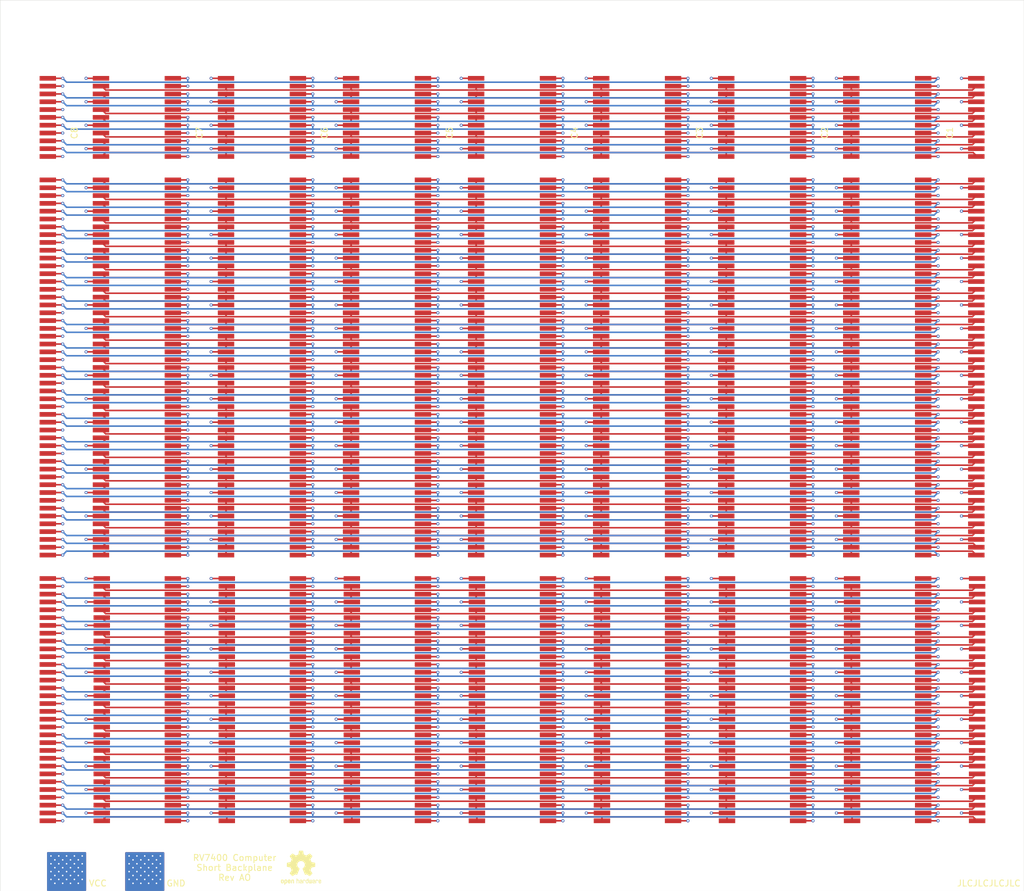
<source format=kicad_pcb>
(kicad_pcb (version 20171130) (host pcbnew 5.1.4-e60b266~84~ubuntu19.04.1)
  (title_block (title "RV7400 Short Backplane") (date 2019-10-28) (rev A0))
  (layers (0 F.Cu signal) (1 In1.Cu signal) (2 In2.Cu signal) (31 B.Cu signal) (34 B.Paste user) (35 F.Paste user) (36 B.SilkS user) (37 F.SilkS user) (38 B.Mask user) (39 F.Mask user) (44 Edge.Cuts user))
  (net 0 "")
  (net 1 /Y30)
  (net 2 /Y28)
  (net 3 GND)
  (net 4 /Y26)
  (net 5 /Y24)
  (net 6 /Y22)
  (net 7 /Y20)
  (net 8 /Y18)
  (net 9 /Y16)
  (net 10 /Y14)
  (net 11 /Y12)
  (net 12 /Y10)
  (net 13 /Y8)
  (net 14 /Y6)
  (net 15 /Y4)
  (net 16 /Y2)
  (net 17 /Y0)
  (net 18 /B30)
  (net 19 /B28)
  (net 20 /B26)
  (net 21 /B24)
  (net 22 /B22)
  (net 23 VCC)
  (net 24 /Y29)
  (net 25 /Y27)
  (net 26 /Y25)
  (net 27 /Y23)
  (net 28 /Y21)
  (net 29 /Y19)
  (net 30 /Y17)
  (net 31 /Y15)
  (net 32 /Y13)
  (net 33 /Y11)
  (net 34 /Y9)
  (net 35 /Y7)
  (net 36 /Y5)
  (net 37 /Y3)
  (net 38 /Y1)
  (net 39 /B31)
  (net 40 /B29)
  (net 41 /B27)
  (net 42 /B25)
  (net 43 /B23)
  (net 44 /B21)
  (net 45 /B19)
  (net 46 /B17)
  (net 47 /B15)
  (net 48 /B13)
  (net 49 /B11)
  (net 50 /B9)
  (net 51 /B7)
  (net 52 /B5)
  (net 53 /B3)
  (net 54 /B1)
  (net 55 /A31)
  (net 56 /A29)
  (net 57 /A27)
  (net 58 /A25)
  (net 59 /A23)
  (net 60 /A21)
  (net 61 /A19)
  (net 62 /A17)
  (net 63 /A15)
  (net 64 /A13)
  (net 65 /A11)
  (net 66 /A9)
  (net 67 /A7)
  (net 68 /A5)
  (net 69 /A3)
  (net 70 /A1)
  (net 71 /CTRL_B22)
  (net 72 /FUNC1)
  (net 73 /IMM10)
  (net 74 /YR3)
  (net 75 /YR1)
  (net 76 /MW)
  (net 77 /B20)
  (net 78 /B18)
  (net 79 /B16)
  (net 80 /B14)
  (net 81 /B12)
  (net 82 /B10)
  (net 83 /B8)
  (net 84 /B6)
  (net 85 /B4)
  (net 86 /B2)
  (net 87 /B0)
  (net 88 /A30)
  (net 89 /A28)
  (net 90 /A26)
  (net 91 /A24)
  (net 92 /A22)
  (net 93 /A20)
  (net 94 /A18)
  (net 95 /A16)
  (net 96 /A14)
  (net 97 /A12)
  (net 98 /A10)
  (net 99 /A8)
  (net 100 /A6)
  (net 101 /A4)
  (net 102 /A2)
  (net 103 /A0)
  (net 104 /FUNC2)
  (net 105 /FUNC0)
  (net 106 /YR4)
  (net 107 /YR2)
  (net 108 /YR0)
  (net 109 /MR)
  (net 110 /CLK)
  (net 111 /BR3)
  (net 112 /BR1)
  (net 113 /CTRL_B6)
  (net 114 /CTRL_B5)
  (net 115 /AR3)
  (net 116 /AR1)
  (net 117 /BR4)
  (net 118 /BR2)
  (net 119 /BR0)
  (net 120 /CTRL_A6)
  (net 121 /AR4)
  (net 122 /AR2)
  (net 123 /AR0)
  (net 124 /Y31)
  (module Symbol:OSHW-Logo2_7.3x6mm_SilkScreen (layer F.Cu) (at 87.63 164.465)
    (fp_text reference REF** hide)
    (fp_text value OSHW-Logo2_7.3x6mm_SilkScreen hide)
  )
  (module "rv7400:PCI-X Backplane" (layer F.Cu) (at 172.72 50.8 270)
    (fp_text reference C2 (at -5.715 0 90) (layer F.SilkS))
    (fp_text value Bus)
    (pad A96 smd rect (at 106.045 4.318 270) (size 0.762 2.667) (layers F.Cu F.Paste F.Mask) (net 3 GND))
    (pad A95 smd rect (at 104.775 4.318 270) (size 0.762 2.667) (layers F.Cu F.Paste F.Mask) (net 1 /Y30))
    (pad A94 smd rect (at 103.505 4.318 270) (size 0.762 2.667) (layers F.Cu F.Paste F.Mask) (net 2 /Y28))
    (pad A93 smd rect (at 102.235 4.318 270) (size 0.762 2.667) (layers F.Cu F.Paste F.Mask) (net 3 GND))
    (pad A92 smd rect (at 100.965 4.318 270) (size 0.762 2.667) (layers F.Cu F.Paste F.Mask) (net 4 /Y26))
    (pad A91 smd rect (at 99.695 4.318 270) (size 0.762 2.667) (layers F.Cu F.Paste F.Mask) (net 5 /Y24))
    (pad A90 smd rect (at 98.425 4.318 270) (size 0.762 2.667) (layers F.Cu F.Paste F.Mask) (net 3 GND))
    (pad A89 smd rect (at 97.155 4.318 270) (size 0.762 2.667) (layers F.Cu F.Paste F.Mask) (net 6 /Y22))
    (pad A88 smd rect (at 95.885 4.318 270) (size 0.762 2.667) (layers F.Cu F.Paste F.Mask) (net 7 /Y20))
    (pad A87 smd rect (at 94.615 4.318 270) (size 0.762 2.667) (layers F.Cu F.Paste F.Mask) (net 3 GND))
    (pad A86 smd rect (at 93.345 4.318 270) (size 0.762 2.667) (layers F.Cu F.Paste F.Mask) (net 8 /Y18))
    (pad A85 smd rect (at 92.075 4.318 270) (size 0.762 2.667) (layers F.Cu F.Paste F.Mask) (net 9 /Y16))
    (pad A84 smd rect (at 90.805 4.318 270) (size 0.762 2.667) (layers F.Cu F.Paste F.Mask) (net 3 GND))
    (pad A83 smd rect (at 89.535 4.318 270) (size 0.762 2.667) (layers F.Cu F.Paste F.Mask) (net 10 /Y14))
    (pad A82 smd rect (at 88.265 4.318 270) (size 0.762 2.667) (layers F.Cu F.Paste F.Mask) (net 11 /Y12))
    (pad A81 smd rect (at 86.995 4.318 270) (size 0.762 2.667) (layers F.Cu F.Paste F.Mask) (net 3 GND))
    (pad A80 smd rect (at 85.725 4.318 270) (size 0.762 2.667) (layers F.Cu F.Paste F.Mask) (net 12 /Y10))
    (pad A79 smd rect (at 84.455 4.318 270) (size 0.762 2.667) (layers F.Cu F.Paste F.Mask) (net 13 /Y8))
    (pad A78 smd rect (at 83.185 4.318 270) (size 0.762 2.667) (layers F.Cu F.Paste F.Mask) (net 3 GND))
    (pad A77 smd rect (at 81.915 4.318 270) (size 0.762 2.667) (layers F.Cu F.Paste F.Mask) (net 14 /Y6))
    (pad A76 smd rect (at 80.645 4.318 270) (size 0.762 2.667) (layers F.Cu F.Paste F.Mask) (net 15 /Y4))
    (pad A75 smd rect (at 79.375 4.318 270) (size 0.762 2.667) (layers F.Cu F.Paste F.Mask) (net 3 GND))
    (pad A74 smd rect (at 78.105 4.318 270) (size 0.762 2.667) (layers F.Cu F.Paste F.Mask) (net 16 /Y2))
    (pad A73 smd rect (at 76.835 4.318 270) (size 0.762 2.667) (layers F.Cu F.Paste F.Mask) (net 17 /Y0))
    (pad A72 smd rect (at 75.565 4.318 270) (size 0.762 2.667) (layers F.Cu F.Paste F.Mask) (net 3 GND))
    (pad A71 smd rect (at 74.295 4.318 270) (size 0.762 2.667) (layers F.Cu F.Paste F.Mask) (net 18 /B30))
    (pad A70 smd rect (at 73.025 4.318 270) (size 0.762 2.667) (layers F.Cu F.Paste F.Mask) (net 19 /B28))
    (pad A69 smd rect (at 71.755 4.318 270) (size 0.762 2.667) (layers F.Cu F.Paste F.Mask) (net 3 GND))
    (pad A68 smd rect (at 70.485 4.318 270) (size 0.762 2.667) (layers F.Cu F.Paste F.Mask) (net 20 /B26))
    (pad A67 smd rect (at 69.215 4.318 270) (size 0.762 2.667) (layers F.Cu F.Paste F.Mask) (net 21 /B24))
    (pad A66 smd rect (at 67.945 4.318 270) (size 0.762 2.667) (layers F.Cu F.Paste F.Mask) (net 3 GND))
    (pad B96 smd rect (at 106.045 -4.445 270) (size 0.762 2.667) (layers F.Cu F.Paste F.Mask) (net 124 /Y31))
    (pad B95 smd rect (at 104.775 -4.445 270) (size 0.762 2.667) (layers F.Cu F.Paste F.Mask) (net 23 VCC))
    (pad B94 smd rect (at 103.505 -4.445 270) (size 0.762 2.667) (layers F.Cu F.Paste F.Mask) (net 24 /Y29))
    (pad B93 smd rect (at 102.235 -4.445 270) (size 0.762 2.667) (layers F.Cu F.Paste F.Mask) (net 25 /Y27))
    (pad B92 smd rect (at 100.965 -4.445 270) (size 0.762 2.667) (layers F.Cu F.Paste F.Mask) (net 23 VCC))
    (pad B91 smd rect (at 99.695 -4.445 270) (size 0.762 2.667) (layers F.Cu F.Paste F.Mask) (net 26 /Y25))
    (pad B90 smd rect (at 98.425 -4.445 270) (size 0.762 2.667) (layers F.Cu F.Paste F.Mask) (net 27 /Y23))
    (pad B89 smd rect (at 97.155 -4.445 270) (size 0.762 2.667) (layers F.Cu F.Paste F.Mask) (net 23 VCC))
    (pad B88 smd rect (at 95.885 -4.445 270) (size 0.762 2.667) (layers F.Cu F.Paste F.Mask) (net 28 /Y21))
    (pad B87 smd rect (at 94.615 -4.445 270) (size 0.762 2.667) (layers F.Cu F.Paste F.Mask) (net 29 /Y19))
    (pad B86 smd rect (at 93.345 -4.445 270) (size 0.762 2.667) (layers F.Cu F.Paste F.Mask) (net 23 VCC))
    (pad B85 smd rect (at 92.075 -4.445 270) (size 0.762 2.667) (layers F.Cu F.Paste F.Mask) (net 30 /Y17))
    (pad B84 smd rect (at 90.805 -4.445 270) (size 0.762 2.667) (layers F.Cu F.Paste F.Mask) (net 31 /Y15))
    (pad B83 smd rect (at 89.535 -4.445 270) (size 0.762 2.667) (layers F.Cu F.Paste F.Mask) (net 23 VCC))
    (pad B82 smd rect (at 88.265 -4.445 270) (size 0.762 2.667) (layers F.Cu F.Paste F.Mask) (net 32 /Y13))
    (pad B81 smd rect (at 86.995 -4.445 270) (size 0.762 2.667) (layers F.Cu F.Paste F.Mask) (net 33 /Y11))
    (pad B80 smd rect (at 85.725 -4.445 270) (size 0.762 2.667) (layers F.Cu F.Paste F.Mask) (net 23 VCC))
    (pad B79 smd rect (at 84.455 -4.445 270) (size 0.762 2.667) (layers F.Cu F.Paste F.Mask) (net 34 /Y9))
    (pad B78 smd rect (at 83.185 -4.445 270) (size 0.762 2.667) (layers F.Cu F.Paste F.Mask) (net 35 /Y7))
    (pad B77 smd rect (at 81.915 -4.445 270) (size 0.762 2.667) (layers F.Cu F.Paste F.Mask) (net 23 VCC))
    (pad B76 smd rect (at 80.645 -4.445 270) (size 0.762 2.667) (layers F.Cu F.Paste F.Mask) (net 36 /Y5))
    (pad B75 smd rect (at 79.375 -4.445 270) (size 0.762 2.667) (layers F.Cu F.Paste F.Mask) (net 37 /Y3))
    (pad B74 smd rect (at 78.105 -4.445 270) (size 0.762 2.667) (layers F.Cu F.Paste F.Mask) (net 23 VCC))
    (pad B73 smd rect (at 76.835 -4.445 270) (size 0.762 2.667) (layers F.Cu F.Paste F.Mask) (net 38 /Y1))
    (pad B72 smd rect (at 75.565 -4.445 270) (size 0.762 2.667) (layers F.Cu F.Paste F.Mask) (net 39 /B31))
    (pad B71 smd rect (at 74.295 -4.445 270) (size 0.762 2.667) (layers F.Cu F.Paste F.Mask) (net 23 VCC))
    (pad B70 smd rect (at 73.025 -4.445 270) (size 0.762 2.667) (layers F.Cu F.Paste F.Mask) (net 40 /B29))
    (pad B69 smd rect (at 71.755 -4.445 270) (size 0.762 2.667) (layers F.Cu F.Paste F.Mask) (net 41 /B27))
    (pad B68 smd rect (at 70.485 -4.445 270) (size 0.762 2.667) (layers F.Cu F.Paste F.Mask) (net 23 VCC))
    (pad B67 smd rect (at 69.215 -4.445 270) (size 0.762 2.667) (layers F.Cu F.Paste F.Mask) (net 42 /B25))
    (pad B66 smd rect (at 67.945 -4.445 270) (size 0.762 2.667) (layers F.Cu F.Paste F.Mask) (net 43 /B23))
    (pad A65 smd rect (at 66.675 4.318 270) (size 0.762 2.667) (layers F.Cu F.Paste F.Mask) (net 22 /B22))
    (pad B65 smd rect (at 66.675 -4.445 270) (size 0.762 2.667) (layers F.Cu F.Paste F.Mask) (net 23 VCC))
    (pad B62 smd rect (at 62.865 -4.318 270) (size 0.762 2.667) (layers F.Cu F.Paste F.Mask) (net 44 /B21))
    (pad B61 smd rect (at 61.595 -4.318 270) (size 0.762 2.667) (layers F.Cu F.Paste F.Mask) (net 45 /B19))
    (pad B60 smd rect (at 60.325 -4.318 270) (size 0.762 2.667) (layers F.Cu F.Paste F.Mask) (net 23 VCC))
    (pad B59 smd rect (at 59.055 -4.318 270) (size 0.762 2.667) (layers F.Cu F.Paste F.Mask) (net 46 /B17))
    (pad B58 smd rect (at 57.785 -4.318 270) (size 0.762 2.667) (layers F.Cu F.Paste F.Mask) (net 47 /B15))
    (pad B57 smd rect (at 56.515 -4.318 270) (size 0.762 2.667) (layers F.Cu F.Paste F.Mask) (net 23 VCC))
    (pad B56 smd rect (at 55.245 -4.318 270) (size 0.762 2.667) (layers F.Cu F.Paste F.Mask) (net 48 /B13))
    (pad B55 smd rect (at 53.975 -4.318 270) (size 0.762 2.667) (layers F.Cu F.Paste F.Mask) (net 49 /B11))
    (pad B54 smd rect (at 52.705 -4.318 270) (size 0.762 2.667) (layers F.Cu F.Paste F.Mask) (net 23 VCC))
    (pad B53 smd rect (at 51.435 -4.318 270) (size 0.762 2.667) (layers F.Cu F.Paste F.Mask) (net 50 /B9))
    (pad B52 smd rect (at 50.165 -4.318 270) (size 0.762 2.667) (layers F.Cu F.Paste F.Mask) (net 51 /B7))
    (pad B51 smd rect (at 48.895 -4.318 270) (size 0.762 2.667) (layers F.Cu F.Paste F.Mask) (net 23 VCC))
    (pad B50 smd rect (at 47.625 -4.318 270) (size 0.762 2.667) (layers F.Cu F.Paste F.Mask) (net 52 /B5))
    (pad B49 smd rect (at 46.355 -4.318 270) (size 0.762 2.667) (layers F.Cu F.Paste F.Mask) (net 53 /B3))
    (pad B48 smd rect (at 45.085 -4.318 270) (size 0.762 2.667) (layers F.Cu F.Paste F.Mask) (net 23 VCC))
    (pad B47 smd rect (at 43.815 -4.318 270) (size 0.762 2.667) (layers F.Cu F.Paste F.Mask) (net 54 /B1))
    (pad B46 smd rect (at 42.545 -4.318 270) (size 0.762 2.667) (layers F.Cu F.Paste F.Mask) (net 55 /A31))
    (pad B45 smd rect (at 41.275 -4.318 270) (size 0.762 2.667) (layers F.Cu F.Paste F.Mask) (net 23 VCC))
    (pad B44 smd rect (at 40.005 -4.318 270) (size 0.762 2.667) (layers F.Cu F.Paste F.Mask) (net 56 /A29))
    (pad B43 smd rect (at 38.735 -4.318 270) (size 0.762 2.667) (layers F.Cu F.Paste F.Mask) (net 57 /A27))
    (pad B42 smd rect (at 37.465 -4.318 270) (size 0.762 2.667) (layers F.Cu F.Paste F.Mask) (net 23 VCC))
    (pad B41 smd rect (at 36.195 -4.318 270) (size 0.762 2.667) (layers F.Cu F.Paste F.Mask) (net 58 /A25))
    (pad B40 smd rect (at 34.925 -4.318 270) (size 0.762 2.667) (layers F.Cu F.Paste F.Mask) (net 59 /A23))
    (pad B39 smd rect (at 33.655 -4.318 270) (size 0.762 2.667) (layers F.Cu F.Paste F.Mask) (net 23 VCC))
    (pad B38 smd rect (at 32.385 -4.318 270) (size 0.762 2.667) (layers F.Cu F.Paste F.Mask) (net 60 /A21))
    (pad B37 smd rect (at 31.115 -4.318 270) (size 0.762 2.667) (layers F.Cu F.Paste F.Mask) (net 61 /A19))
    (pad B36 smd rect (at 29.845 -4.318 270) (size 0.762 2.667) (layers F.Cu F.Paste F.Mask) (net 23 VCC))
    (pad B35 smd rect (at 28.575 -4.318 270) (size 0.762 2.667) (layers F.Cu F.Paste F.Mask) (net 62 /A17))
    (pad B34 smd rect (at 27.305 -4.318 270) (size 0.762 2.667) (layers F.Cu F.Paste F.Mask) (net 63 /A15))
    (pad B33 smd rect (at 26.035 -4.318 270) (size 0.762 2.667) (layers F.Cu F.Paste F.Mask) (net 23 VCC))
    (pad B32 smd rect (at 24.765 -4.318 270) (size 0.762 2.667) (layers F.Cu F.Paste F.Mask) (net 64 /A13))
    (pad B31 smd rect (at 23.495 -4.318 270) (size 0.762 2.667) (layers F.Cu F.Paste F.Mask) (net 65 /A11))
    (pad B30 smd rect (at 22.225 -4.318 270) (size 0.762 2.667) (layers F.Cu F.Paste F.Mask) (net 23 VCC))
    (pad B29 smd rect (at 20.955 -4.318 270) (size 0.762 2.667) (layers F.Cu F.Paste F.Mask) (net 66 /A9))
    (pad B28 smd rect (at 19.685 -4.318 270) (size 0.762 2.667) (layers F.Cu F.Paste F.Mask) (net 67 /A7))
    (pad B27 smd rect (at 18.415 -4.318 270) (size 0.762 2.667) (layers F.Cu F.Paste F.Mask) (net 23 VCC))
    (pad B26 smd rect (at 17.145 -4.318 270) (size 0.762 2.667) (layers F.Cu F.Paste F.Mask) (net 68 /A5))
    (pad B25 smd rect (at 15.875 -4.318 270) (size 0.762 2.667) (layers F.Cu F.Paste F.Mask) (net 69 /A3))
    (pad B24 smd rect (at 14.605 -4.318 270) (size 0.762 2.667) (layers F.Cu F.Paste F.Mask) (net 23 VCC))
    (pad B23 smd rect (at 13.335 -4.318 270) (size 0.762 2.667) (layers F.Cu F.Paste F.Mask) (net 70 /A1))
    (pad B22 smd rect (at 12.065 -4.318 270) (size 0.762 2.667) (layers F.Cu F.Paste F.Mask) (net 71 /CTRL_B22))
    (pad B21 smd rect (at 10.795 -4.318 270) (size 0.762 2.667) (layers F.Cu F.Paste F.Mask) (net 23 VCC))
    (pad B20 smd rect (at 9.525 -4.318 270) (size 0.762 2.667) (layers F.Cu F.Paste F.Mask) (net 72 /FUNC1))
    (pad B19 smd rect (at 8.255 -4.318 270) (size 0.762 2.667) (layers F.Cu F.Paste F.Mask) (net 73 /IMM10))
    (pad B18 smd rect (at 6.985 -4.318 270) (size 0.762 2.667) (layers F.Cu F.Paste F.Mask) (net 23 VCC))
    (pad B17 smd rect (at 5.715 -4.318 270) (size 0.762 2.667) (layers F.Cu F.Paste F.Mask) (net 74 /YR3))
    (pad B16 smd rect (at 4.445 -4.318 270) (size 0.762 2.667) (layers F.Cu F.Paste F.Mask) (net 75 /YR1))
    (pad B15 smd rect (at 3.175 -4.318 270) (size 0.762 2.667) (layers F.Cu F.Paste F.Mask) (net 23 VCC))
    (pad B14 smd rect (at 1.905 -4.318 270) (size 0.762 2.667) (layers F.Cu F.Paste F.Mask) (net 76 /MW))
    (pad A62 smd rect (at 62.865 4.318 270) (size 0.762 2.667) (layers F.Cu F.Paste F.Mask) (net 77 /B20))
    (pad A61 smd rect (at 61.595 4.318 270) (size 0.762 2.667) (layers F.Cu F.Paste F.Mask) (net 3 GND))
    (pad A60 smd rect (at 60.325 4.318 270) (size 0.762 2.667) (layers F.Cu F.Paste F.Mask) (net 78 /B18))
    (pad A59 smd rect (at 59.055 4.318 270) (size 0.762 2.667) (layers F.Cu F.Paste F.Mask) (net 79 /B16))
    (pad A58 smd rect (at 57.785 4.318 270) (size 0.762 2.667) (layers F.Cu F.Paste F.Mask) (net 3 GND))
    (pad A57 smd rect (at 56.515 4.318 270) (size 0.762 2.667) (layers F.Cu F.Paste F.Mask) (net 80 /B14))
    (pad A56 smd rect (at 55.245 4.318 270) (size 0.762 2.667) (layers F.Cu F.Paste F.Mask) (net 81 /B12))
    (pad A55 smd rect (at 53.975 4.318 270) (size 0.762 2.667) (layers F.Cu F.Paste F.Mask) (net 3 GND))
    (pad A54 smd rect (at 52.705 4.318 270) (size 0.762 2.667) (layers F.Cu F.Paste F.Mask) (net 82 /B10))
    (pad A53 smd rect (at 51.435 4.318 270) (size 0.762 2.667) (layers F.Cu F.Paste F.Mask) (net 83 /B8))
    (pad A52 smd rect (at 50.165 4.318 270) (size 0.762 2.667) (layers F.Cu F.Paste F.Mask) (net 3 GND))
    (pad A51 smd rect (at 48.895 4.318 270) (size 0.762 2.667) (layers F.Cu F.Paste F.Mask) (net 84 /B6))
    (pad A50 smd rect (at 47.625 4.318 270) (size 0.762 2.667) (layers F.Cu F.Paste F.Mask) (net 85 /B4))
    (pad A49 smd rect (at 46.355 4.318 270) (size 0.762 2.667) (layers F.Cu F.Paste F.Mask) (net 3 GND))
    (pad A48 smd rect (at 45.085 4.318 270) (size 0.762 2.667) (layers F.Cu F.Paste F.Mask) (net 86 /B2))
    (pad A47 smd rect (at 43.815 4.318 270) (size 0.762 2.667) (layers F.Cu F.Paste F.Mask) (net 87 /B0))
    (pad A46 smd rect (at 42.545 4.318 270) (size 0.762 2.667) (layers F.Cu F.Paste F.Mask) (net 3 GND))
    (pad A45 smd rect (at 41.275 4.318 270) (size 0.762 2.667) (layers F.Cu F.Paste F.Mask) (net 88 /A30))
    (pad A44 smd rect (at 40.005 4.318 270) (size 0.762 2.667) (layers F.Cu F.Paste F.Mask) (net 89 /A28))
    (pad A43 smd rect (at 38.735 4.318 270) (size 0.762 2.667) (layers F.Cu F.Paste F.Mask) (net 3 GND))
    (pad A42 smd rect (at 37.465 4.318 270) (size 0.762 2.667) (layers F.Cu F.Paste F.Mask) (net 90 /A26))
    (pad A41 smd rect (at 36.195 4.318 270) (size 0.762 2.667) (layers F.Cu F.Paste F.Mask) (net 91 /A24))
    (pad A40 smd rect (at 34.925 4.318 270) (size 0.762 2.667) (layers F.Cu F.Paste F.Mask) (net 3 GND))
    (pad A39 smd rect (at 33.655 4.318 270) (size 0.762 2.667) (layers F.Cu F.Paste F.Mask) (net 92 /A22))
    (pad A38 smd rect (at 32.385 4.318 270) (size 0.762 2.667) (layers F.Cu F.Paste F.Mask) (net 93 /A20))
    (pad A37 smd rect (at 31.115 4.318 270) (size 0.762 2.667) (layers F.Cu F.Paste F.Mask) (net 3 GND))
    (pad A36 smd rect (at 29.845 4.318 270) (size 0.762 2.667) (layers F.Cu F.Paste F.Mask) (net 94 /A18))
    (pad A35 smd rect (at 28.575 4.318 270) (size 0.762 2.667) (layers F.Cu F.Paste F.Mask) (net 95 /A16))
    (pad A34 smd rect (at 27.305 4.318 270) (size 0.762 2.667) (layers F.Cu F.Paste F.Mask) (net 3 GND))
    (pad A33 smd rect (at 26.035 4.318 270) (size 0.762 2.667) (layers F.Cu F.Paste F.Mask) (net 96 /A14))
    (pad A32 smd rect (at 24.765 4.318 270) (size 0.762 2.667) (layers F.Cu F.Paste F.Mask) (net 97 /A12))
    (pad A31 smd rect (at 23.495 4.318 270) (size 0.762 2.667) (layers F.Cu F.Paste F.Mask) (net 3 GND))
    (pad A30 smd rect (at 22.225 4.318 270) (size 0.762 2.667) (layers F.Cu F.Paste F.Mask) (net 98 /A10))
    (pad A29 smd rect (at 20.955 4.318 270) (size 0.762 2.667) (layers F.Cu F.Paste F.Mask) (net 99 /A8))
    (pad A28 smd rect (at 19.685 4.318 270) (size 0.762 2.667) (layers F.Cu F.Paste F.Mask) (net 3 GND))
    (pad A27 smd rect (at 18.415 4.318 270) (size 0.762 2.667) (layers F.Cu F.Paste F.Mask) (net 100 /A6))
    (pad A26 smd rect (at 17.145 4.318 270) (size 0.762 2.667) (layers F.Cu F.Paste F.Mask) (net 101 /A4))
    (pad A25 smd rect (at 15.875 4.318 270) (size 0.762 2.667) (layers F.Cu F.Paste F.Mask) (net 3 GND))
    (pad A24 smd rect (at 14.605 4.318 270) (size 0.762 2.667) (layers F.Cu F.Paste F.Mask) (net 102 /A2))
    (pad A23 smd rect (at 13.335 4.318 270) (size 0.762 2.667) (layers F.Cu F.Paste F.Mask) (net 103 /A0))
    (pad A22 smd rect (at 12.065 4.318 270) (size 0.762 2.667) (layers F.Cu F.Paste F.Mask) (net 3 GND))
    (pad A21 smd rect (at 10.795 4.318 270) (size 0.762 2.667) (layers F.Cu F.Paste F.Mask) (net 104 /FUNC2))
    (pad A20 smd rect (at 9.525 4.318 270) (size 0.762 2.667) (layers F.Cu F.Paste F.Mask) (net 105 /FUNC0))
    (pad A19 smd rect (at 8.255 4.318 270) (size 0.762 2.667) (layers F.Cu F.Paste F.Mask) (net 3 GND))
    (pad A18 smd rect (at 6.985 4.318 270) (size 0.762 2.667) (layers F.Cu F.Paste F.Mask) (net 106 /YR4))
    (pad A17 smd rect (at 5.715 4.318 270) (size 0.762 2.667) (layers F.Cu F.Paste F.Mask) (net 107 /YR2))
    (pad A16 smd rect (at 4.445 4.318 270) (size 0.762 2.667) (layers F.Cu F.Paste F.Mask) (net 3 GND))
    (pad A15 smd rect (at 3.175 4.318 270) (size 0.762 2.667) (layers F.Cu F.Paste F.Mask) (net 108 /YR0))
    (pad A14 smd rect (at 1.905 4.318 270) (size 0.762 2.667) (layers F.Cu F.Paste F.Mask) (net 109 /MR))
    (pad B11 smd rect (at -1.905 -4.318 270) (size 0.762 2.667) (layers F.Cu F.Paste F.Mask) (net 110 /CLK))
    (pad B10 smd rect (at -3.175 -4.318 270) (size 0.762 2.667) (layers F.Cu F.Paste F.Mask) (net 23 VCC))
    (pad B9 smd rect (at -4.445 -4.318 270) (size 0.762 2.667) (layers F.Cu F.Paste F.Mask) (net 111 /BR3))
    (pad B8 smd rect (at -5.715 -4.318 270) (size 0.762 2.667) (layers F.Cu F.Paste F.Mask) (net 112 /BR1))
    (pad B7 smd rect (at -6.985 -4.318 270) (size 0.762 2.667) (layers F.Cu F.Paste F.Mask) (net 23 VCC))
    (pad B6 smd rect (at -8.255 -4.318 270) (size 0.762 2.667) (layers F.Cu F.Paste F.Mask) (net 113 /CTRL_B6))
    (pad B5 smd rect (at -9.525 -4.318 270) (size 0.762 2.667) (layers F.Cu F.Paste F.Mask) (net 114 /CTRL_B5))
    (pad B4 smd rect (at -10.795 -4.318 270) (size 0.762 2.667) (layers F.Cu F.Paste F.Mask) (net 23 VCC))
    (pad B3 smd rect (at -12.065 -4.318 270) (size 0.762 2.667) (layers F.Cu F.Paste F.Mask) (net 115 /AR3))
    (pad B2 smd rect (at -13.335 -4.318 270) (size 0.762 2.667) (layers F.Cu F.Paste F.Mask) (net 116 /AR1))
    (pad B1 smd rect (at -14.605 -4.318 270) (size 0.762 2.667) (layers F.Cu F.Paste F.Mask) (net 23 VCC))
    (pad A11 smd rect (at -1.905 4.318 270) (size 0.762 2.667) (layers F.Cu F.Paste F.Mask) (net 3 GND))
    (pad A10 smd rect (at -3.175 4.318 270) (size 0.762 2.667) (layers F.Cu F.Paste F.Mask) (net 117 /BR4))
    (pad A9 smd rect (at -4.445 4.318 270) (size 0.762 2.667) (layers F.Cu F.Paste F.Mask) (net 118 /BR2))
    (pad A8 smd rect (at -5.715 4.318 270) (size 0.762 2.667) (layers F.Cu F.Paste F.Mask) (net 3 GND))
    (pad A7 smd rect (at -6.985 4.318 270) (size 0.762 2.667) (layers F.Cu F.Paste F.Mask) (net 119 /BR0))
    (pad A6 smd rect (at -8.255 4.318 270) (size 0.762 2.667) (layers F.Cu F.Paste F.Mask) (net 120 /CTRL_A6))
    (pad A5 smd rect (at -9.525 4.318 270) (size 0.762 2.667) (layers F.Cu F.Paste F.Mask) (net 3 GND))
    (pad A4 smd rect (at -10.795 4.318 270) (size 0.762 2.667) (layers F.Cu F.Paste F.Mask) (net 121 /AR4))
    (pad A3 smd rect (at -12.065 4.318 270) (size 0.762 2.667) (layers F.Cu F.Paste F.Mask) (net 122 /AR2))
    (pad A2 smd rect (at -13.335 4.318 270) (size 0.762 2.667) (layers F.Cu F.Paste F.Mask) (net 3 GND))
    (pad A1 smd rect (at -14.605 4.318 270) (size 0.762 2.667) (layers F.Cu F.Paste F.Mask) (net 123 /AR0))
    (pad "" np_thru_hole circle (at 107.95 0 270) (size 2.4384 2.4384) (drill 2.4384) (layers *.Cu *.Mask))
    (pad "" np_thru_hole circle (at 64.77 0 270) (size 2.4384 2.4384) (drill 2.4384) (layers *.Cu *.Mask))
    (pad "" np_thru_hole circle (at 0 0 270) (size 2.4384 2.4384) (drill 2.4384) (layers *.Cu *.Mask))
  )
  (module "rv7400:PCI-X Backplane" (layer F.Cu) (at 50.8 50.8 270)
    (fp_text reference C8 (at -5.715 0 90) (layer F.SilkS))
    (fp_text value Bus)
    (pad A96 smd rect (at 106.045 4.318 270) (size 0.762 2.667) (layers F.Cu F.Paste F.Mask) (net 3 GND))
    (pad A95 smd rect (at 104.775 4.318 270) (size 0.762 2.667) (layers F.Cu F.Paste F.Mask) (net 1 /Y30))
    (pad A94 smd rect (at 103.505 4.318 270) (size 0.762 2.667) (layers F.Cu F.Paste F.Mask) (net 2 /Y28))
    (pad A93 smd rect (at 102.235 4.318 270) (size 0.762 2.667) (layers F.Cu F.Paste F.Mask) (net 3 GND))
    (pad A92 smd rect (at 100.965 4.318 270) (size 0.762 2.667) (layers F.Cu F.Paste F.Mask) (net 4 /Y26))
    (pad A91 smd rect (at 99.695 4.318 270) (size 0.762 2.667) (layers F.Cu F.Paste F.Mask) (net 5 /Y24))
    (pad A90 smd rect (at 98.425 4.318 270) (size 0.762 2.667) (layers F.Cu F.Paste F.Mask) (net 3 GND))
    (pad A89 smd rect (at 97.155 4.318 270) (size 0.762 2.667) (layers F.Cu F.Paste F.Mask) (net 6 /Y22))
    (pad A88 smd rect (at 95.885 4.318 270) (size 0.762 2.667) (layers F.Cu F.Paste F.Mask) (net 7 /Y20))
    (pad A87 smd rect (at 94.615 4.318 270) (size 0.762 2.667) (layers F.Cu F.Paste F.Mask) (net 3 GND))
    (pad A86 smd rect (at 93.345 4.318 270) (size 0.762 2.667) (layers F.Cu F.Paste F.Mask) (net 8 /Y18))
    (pad A85 smd rect (at 92.075 4.318 270) (size 0.762 2.667) (layers F.Cu F.Paste F.Mask) (net 9 /Y16))
    (pad A84 smd rect (at 90.805 4.318 270) (size 0.762 2.667) (layers F.Cu F.Paste F.Mask) (net 3 GND))
    (pad A83 smd rect (at 89.535 4.318 270) (size 0.762 2.667) (layers F.Cu F.Paste F.Mask) (net 10 /Y14))
    (pad A82 smd rect (at 88.265 4.318 270) (size 0.762 2.667) (layers F.Cu F.Paste F.Mask) (net 11 /Y12))
    (pad A81 smd rect (at 86.995 4.318 270) (size 0.762 2.667) (layers F.Cu F.Paste F.Mask) (net 3 GND))
    (pad A80 smd rect (at 85.725 4.318 270) (size 0.762 2.667) (layers F.Cu F.Paste F.Mask) (net 12 /Y10))
    (pad A79 smd rect (at 84.455 4.318 270) (size 0.762 2.667) (layers F.Cu F.Paste F.Mask) (net 13 /Y8))
    (pad A78 smd rect (at 83.185 4.318 270) (size 0.762 2.667) (layers F.Cu F.Paste F.Mask) (net 3 GND))
    (pad A77 smd rect (at 81.915 4.318 270) (size 0.762 2.667) (layers F.Cu F.Paste F.Mask) (net 14 /Y6))
    (pad A76 smd rect (at 80.645 4.318 270) (size 0.762 2.667) (layers F.Cu F.Paste F.Mask) (net 15 /Y4))
    (pad A75 smd rect (at 79.375 4.318 270) (size 0.762 2.667) (layers F.Cu F.Paste F.Mask) (net 3 GND))
    (pad A74 smd rect (at 78.105 4.318 270) (size 0.762 2.667) (layers F.Cu F.Paste F.Mask) (net 16 /Y2))
    (pad A73 smd rect (at 76.835 4.318 270) (size 0.762 2.667) (layers F.Cu F.Paste F.Mask) (net 17 /Y0))
    (pad A72 smd rect (at 75.565 4.318 270) (size 0.762 2.667) (layers F.Cu F.Paste F.Mask) (net 3 GND))
    (pad A71 smd rect (at 74.295 4.318 270) (size 0.762 2.667) (layers F.Cu F.Paste F.Mask) (net 18 /B30))
    (pad A70 smd rect (at 73.025 4.318 270) (size 0.762 2.667) (layers F.Cu F.Paste F.Mask) (net 19 /B28))
    (pad A69 smd rect (at 71.755 4.318 270) (size 0.762 2.667) (layers F.Cu F.Paste F.Mask) (net 3 GND))
    (pad A68 smd rect (at 70.485 4.318 270) (size 0.762 2.667) (layers F.Cu F.Paste F.Mask) (net 20 /B26))
    (pad A67 smd rect (at 69.215 4.318 270) (size 0.762 2.667) (layers F.Cu F.Paste F.Mask) (net 21 /B24))
    (pad A66 smd rect (at 67.945 4.318 270) (size 0.762 2.667) (layers F.Cu F.Paste F.Mask) (net 3 GND))
    (pad B96 smd rect (at 106.045 -4.445 270) (size 0.762 2.667) (layers F.Cu F.Paste F.Mask) (net 124 /Y31))
    (pad B95 smd rect (at 104.775 -4.445 270) (size 0.762 2.667) (layers F.Cu F.Paste F.Mask) (net 23 VCC))
    (pad B94 smd rect (at 103.505 -4.445 270) (size 0.762 2.667) (layers F.Cu F.Paste F.Mask) (net 24 /Y29))
    (pad B93 smd rect (at 102.235 -4.445 270) (size 0.762 2.667) (layers F.Cu F.Paste F.Mask) (net 25 /Y27))
    (pad B92 smd rect (at 100.965 -4.445 270) (size 0.762 2.667) (layers F.Cu F.Paste F.Mask) (net 23 VCC))
    (pad B91 smd rect (at 99.695 -4.445 270) (size 0.762 2.667) (layers F.Cu F.Paste F.Mask) (net 26 /Y25))
    (pad B90 smd rect (at 98.425 -4.445 270) (size 0.762 2.667) (layers F.Cu F.Paste F.Mask) (net 27 /Y23))
    (pad B89 smd rect (at 97.155 -4.445 270) (size 0.762 2.667) (layers F.Cu F.Paste F.Mask) (net 23 VCC))
    (pad B88 smd rect (at 95.885 -4.445 270) (size 0.762 2.667) (layers F.Cu F.Paste F.Mask) (net 28 /Y21))
    (pad B87 smd rect (at 94.615 -4.445 270) (size 0.762 2.667) (layers F.Cu F.Paste F.Mask) (net 29 /Y19))
    (pad B86 smd rect (at 93.345 -4.445 270) (size 0.762 2.667) (layers F.Cu F.Paste F.Mask) (net 23 VCC))
    (pad B85 smd rect (at 92.075 -4.445 270) (size 0.762 2.667) (layers F.Cu F.Paste F.Mask) (net 30 /Y17))
    (pad B84 smd rect (at 90.805 -4.445 270) (size 0.762 2.667) (layers F.Cu F.Paste F.Mask) (net 31 /Y15))
    (pad B83 smd rect (at 89.535 -4.445 270) (size 0.762 2.667) (layers F.Cu F.Paste F.Mask) (net 23 VCC))
    (pad B82 smd rect (at 88.265 -4.445 270) (size 0.762 2.667) (layers F.Cu F.Paste F.Mask) (net 32 /Y13))
    (pad B81 smd rect (at 86.995 -4.445 270) (size 0.762 2.667) (layers F.Cu F.Paste F.Mask) (net 33 /Y11))
    (pad B80 smd rect (at 85.725 -4.445 270) (size 0.762 2.667) (layers F.Cu F.Paste F.Mask) (net 23 VCC))
    (pad B79 smd rect (at 84.455 -4.445 270) (size 0.762 2.667) (layers F.Cu F.Paste F.Mask) (net 34 /Y9))
    (pad B78 smd rect (at 83.185 -4.445 270) (size 0.762 2.667) (layers F.Cu F.Paste F.Mask) (net 35 /Y7))
    (pad B77 smd rect (at 81.915 -4.445 270) (size 0.762 2.667) (layers F.Cu F.Paste F.Mask) (net 23 VCC))
    (pad B76 smd rect (at 80.645 -4.445 270) (size 0.762 2.667) (layers F.Cu F.Paste F.Mask) (net 36 /Y5))
    (pad B75 smd rect (at 79.375 -4.445 270) (size 0.762 2.667) (layers F.Cu F.Paste F.Mask) (net 37 /Y3))
    (pad B74 smd rect (at 78.105 -4.445 270) (size 0.762 2.667) (layers F.Cu F.Paste F.Mask) (net 23 VCC))
    (pad B73 smd rect (at 76.835 -4.445 270) (size 0.762 2.667) (layers F.Cu F.Paste F.Mask) (net 38 /Y1))
    (pad B72 smd rect (at 75.565 -4.445 270) (size 0.762 2.667) (layers F.Cu F.Paste F.Mask) (net 39 /B31))
    (pad B71 smd rect (at 74.295 -4.445 270) (size 0.762 2.667) (layers F.Cu F.Paste F.Mask) (net 23 VCC))
    (pad B70 smd rect (at 73.025 -4.445 270) (size 0.762 2.667) (layers F.Cu F.Paste F.Mask) (net 40 /B29))
    (pad B69 smd rect (at 71.755 -4.445 270) (size 0.762 2.667) (layers F.Cu F.Paste F.Mask) (net 41 /B27))
    (pad B68 smd rect (at 70.485 -4.445 270) (size 0.762 2.667) (layers F.Cu F.Paste F.Mask) (net 23 VCC))
    (pad B67 smd rect (at 69.215 -4.445 270) (size 0.762 2.667) (layers F.Cu F.Paste F.Mask) (net 42 /B25))
    (pad B66 smd rect (at 67.945 -4.445 270) (size 0.762 2.667) (layers F.Cu F.Paste F.Mask) (net 43 /B23))
    (pad A65 smd rect (at 66.675 4.318 270) (size 0.762 2.667) (layers F.Cu F.Paste F.Mask) (net 22 /B22))
    (pad B65 smd rect (at 66.675 -4.445 270) (size 0.762 2.667) (layers F.Cu F.Paste F.Mask) (net 23 VCC))
    (pad B62 smd rect (at 62.865 -4.318 270) (size 0.762 2.667) (layers F.Cu F.Paste F.Mask) (net 44 /B21))
    (pad B61 smd rect (at 61.595 -4.318 270) (size 0.762 2.667) (layers F.Cu F.Paste F.Mask) (net 45 /B19))
    (pad B60 smd rect (at 60.325 -4.318 270) (size 0.762 2.667) (layers F.Cu F.Paste F.Mask) (net 23 VCC))
    (pad B59 smd rect (at 59.055 -4.318 270) (size 0.762 2.667) (layers F.Cu F.Paste F.Mask) (net 46 /B17))
    (pad B58 smd rect (at 57.785 -4.318 270) (size 0.762 2.667) (layers F.Cu F.Paste F.Mask) (net 47 /B15))
    (pad B57 smd rect (at 56.515 -4.318 270) (size 0.762 2.667) (layers F.Cu F.Paste F.Mask) (net 23 VCC))
    (pad B56 smd rect (at 55.245 -4.318 270) (size 0.762 2.667) (layers F.Cu F.Paste F.Mask) (net 48 /B13))
    (pad B55 smd rect (at 53.975 -4.318 270) (size 0.762 2.667) (layers F.Cu F.Paste F.Mask) (net 49 /B11))
    (pad B54 smd rect (at 52.705 -4.318 270) (size 0.762 2.667) (layers F.Cu F.Paste F.Mask) (net 23 VCC))
    (pad B53 smd rect (at 51.435 -4.318 270) (size 0.762 2.667) (layers F.Cu F.Paste F.Mask) (net 50 /B9))
    (pad B52 smd rect (at 50.165 -4.318 270) (size 0.762 2.667) (layers F.Cu F.Paste F.Mask) (net 51 /B7))
    (pad B51 smd rect (at 48.895 -4.318 270) (size 0.762 2.667) (layers F.Cu F.Paste F.Mask) (net 23 VCC))
    (pad B50 smd rect (at 47.625 -4.318 270) (size 0.762 2.667) (layers F.Cu F.Paste F.Mask) (net 52 /B5))
    (pad B49 smd rect (at 46.355 -4.318 270) (size 0.762 2.667) (layers F.Cu F.Paste F.Mask) (net 53 /B3))
    (pad B48 smd rect (at 45.085 -4.318 270) (size 0.762 2.667) (layers F.Cu F.Paste F.Mask) (net 23 VCC))
    (pad B47 smd rect (at 43.815 -4.318 270) (size 0.762 2.667) (layers F.Cu F.Paste F.Mask) (net 54 /B1))
    (pad B46 smd rect (at 42.545 -4.318 270) (size 0.762 2.667) (layers F.Cu F.Paste F.Mask) (net 55 /A31))
    (pad B45 smd rect (at 41.275 -4.318 270) (size 0.762 2.667) (layers F.Cu F.Paste F.Mask) (net 23 VCC))
    (pad B44 smd rect (at 40.005 -4.318 270) (size 0.762 2.667) (layers F.Cu F.Paste F.Mask) (net 56 /A29))
    (pad B43 smd rect (at 38.735 -4.318 270) (size 0.762 2.667) (layers F.Cu F.Paste F.Mask) (net 57 /A27))
    (pad B42 smd rect (at 37.465 -4.318 270) (size 0.762 2.667) (layers F.Cu F.Paste F.Mask) (net 23 VCC))
    (pad B41 smd rect (at 36.195 -4.318 270) (size 0.762 2.667) (layers F.Cu F.Paste F.Mask) (net 58 /A25))
    (pad B40 smd rect (at 34.925 -4.318 270) (size 0.762 2.667) (layers F.Cu F.Paste F.Mask) (net 59 /A23))
    (pad B39 smd rect (at 33.655 -4.318 270) (size 0.762 2.667) (layers F.Cu F.Paste F.Mask) (net 23 VCC))
    (pad B38 smd rect (at 32.385 -4.318 270) (size 0.762 2.667) (layers F.Cu F.Paste F.Mask) (net 60 /A21))
    (pad B37 smd rect (at 31.115 -4.318 270) (size 0.762 2.667) (layers F.Cu F.Paste F.Mask) (net 61 /A19))
    (pad B36 smd rect (at 29.845 -4.318 270) (size 0.762 2.667) (layers F.Cu F.Paste F.Mask) (net 23 VCC))
    (pad B35 smd rect (at 28.575 -4.318 270) (size 0.762 2.667) (layers F.Cu F.Paste F.Mask) (net 62 /A17))
    (pad B34 smd rect (at 27.305 -4.318 270) (size 0.762 2.667) (layers F.Cu F.Paste F.Mask) (net 63 /A15))
    (pad B33 smd rect (at 26.035 -4.318 270) (size 0.762 2.667) (layers F.Cu F.Paste F.Mask) (net 23 VCC))
    (pad B32 smd rect (at 24.765 -4.318 270) (size 0.762 2.667) (layers F.Cu F.Paste F.Mask) (net 64 /A13))
    (pad B31 smd rect (at 23.495 -4.318 270) (size 0.762 2.667) (layers F.Cu F.Paste F.Mask) (net 65 /A11))
    (pad B30 smd rect (at 22.225 -4.318 270) (size 0.762 2.667) (layers F.Cu F.Paste F.Mask) (net 23 VCC))
    (pad B29 smd rect (at 20.955 -4.318 270) (size 0.762 2.667) (layers F.Cu F.Paste F.Mask) (net 66 /A9))
    (pad B28 smd rect (at 19.685 -4.318 270) (size 0.762 2.667) (layers F.Cu F.Paste F.Mask) (net 67 /A7))
    (pad B27 smd rect (at 18.415 -4.318 270) (size 0.762 2.667) (layers F.Cu F.Paste F.Mask) (net 23 VCC))
    (pad B26 smd rect (at 17.145 -4.318 270) (size 0.762 2.667) (layers F.Cu F.Paste F.Mask) (net 68 /A5))
    (pad B25 smd rect (at 15.875 -4.318 270) (size 0.762 2.667) (layers F.Cu F.Paste F.Mask) (net 69 /A3))
    (pad B24 smd rect (at 14.605 -4.318 270) (size 0.762 2.667) (layers F.Cu F.Paste F.Mask) (net 23 VCC))
    (pad B23 smd rect (at 13.335 -4.318 270) (size 0.762 2.667) (layers F.Cu F.Paste F.Mask) (net 70 /A1))
    (pad B22 smd rect (at 12.065 -4.318 270) (size 0.762 2.667) (layers F.Cu F.Paste F.Mask) (net 71 /CTRL_B22))
    (pad B21 smd rect (at 10.795 -4.318 270) (size 0.762 2.667) (layers F.Cu F.Paste F.Mask) (net 23 VCC))
    (pad B20 smd rect (at 9.525 -4.318 270) (size 0.762 2.667) (layers F.Cu F.Paste F.Mask) (net 72 /FUNC1))
    (pad B19 smd rect (at 8.255 -4.318 270) (size 0.762 2.667) (layers F.Cu F.Paste F.Mask) (net 73 /IMM10))
    (pad B18 smd rect (at 6.985 -4.318 270) (size 0.762 2.667) (layers F.Cu F.Paste F.Mask) (net 23 VCC))
    (pad B17 smd rect (at 5.715 -4.318 270) (size 0.762 2.667) (layers F.Cu F.Paste F.Mask) (net 74 /YR3))
    (pad B16 smd rect (at 4.445 -4.318 270) (size 0.762 2.667) (layers F.Cu F.Paste F.Mask) (net 75 /YR1))
    (pad B15 smd rect (at 3.175 -4.318 270) (size 0.762 2.667) (layers F.Cu F.Paste F.Mask) (net 23 VCC))
    (pad B14 smd rect (at 1.905 -4.318 270) (size 0.762 2.667) (layers F.Cu F.Paste F.Mask) (net 76 /MW))
    (pad A62 smd rect (at 62.865 4.318 270) (size 0.762 2.667) (layers F.Cu F.Paste F.Mask) (net 77 /B20))
    (pad A61 smd rect (at 61.595 4.318 270) (size 0.762 2.667) (layers F.Cu F.Paste F.Mask) (net 3 GND))
    (pad A60 smd rect (at 60.325 4.318 270) (size 0.762 2.667) (layers F.Cu F.Paste F.Mask) (net 78 /B18))
    (pad A59 smd rect (at 59.055 4.318 270) (size 0.762 2.667) (layers F.Cu F.Paste F.Mask) (net 79 /B16))
    (pad A58 smd rect (at 57.785 4.318 270) (size 0.762 2.667) (layers F.Cu F.Paste F.Mask) (net 3 GND))
    (pad A57 smd rect (at 56.515 4.318 270) (size 0.762 2.667) (layers F.Cu F.Paste F.Mask) (net 80 /B14))
    (pad A56 smd rect (at 55.245 4.318 270) (size 0.762 2.667) (layers F.Cu F.Paste F.Mask) (net 81 /B12))
    (pad A55 smd rect (at 53.975 4.318 270) (size 0.762 2.667) (layers F.Cu F.Paste F.Mask) (net 3 GND))
    (pad A54 smd rect (at 52.705 4.318 270) (size 0.762 2.667) (layers F.Cu F.Paste F.Mask) (net 82 /B10))
    (pad A53 smd rect (at 51.435 4.318 270) (size 0.762 2.667) (layers F.Cu F.Paste F.Mask) (net 83 /B8))
    (pad A52 smd rect (at 50.165 4.318 270) (size 0.762 2.667) (layers F.Cu F.Paste F.Mask) (net 3 GND))
    (pad A51 smd rect (at 48.895 4.318 270) (size 0.762 2.667) (layers F.Cu F.Paste F.Mask) (net 84 /B6))
    (pad A50 smd rect (at 47.625 4.318 270) (size 0.762 2.667) (layers F.Cu F.Paste F.Mask) (net 85 /B4))
    (pad A49 smd rect (at 46.355 4.318 270) (size 0.762 2.667) (layers F.Cu F.Paste F.Mask) (net 3 GND))
    (pad A48 smd rect (at 45.085 4.318 270) (size 0.762 2.667) (layers F.Cu F.Paste F.Mask) (net 86 /B2))
    (pad A47 smd rect (at 43.815 4.318 270) (size 0.762 2.667) (layers F.Cu F.Paste F.Mask) (net 87 /B0))
    (pad A46 smd rect (at 42.545 4.318 270) (size 0.762 2.667) (layers F.Cu F.Paste F.Mask) (net 3 GND))
    (pad A45 smd rect (at 41.275 4.318 270) (size 0.762 2.667) (layers F.Cu F.Paste F.Mask) (net 88 /A30))
    (pad A44 smd rect (at 40.005 4.318 270) (size 0.762 2.667) (layers F.Cu F.Paste F.Mask) (net 89 /A28))
    (pad A43 smd rect (at 38.735 4.318 270) (size 0.762 2.667) (layers F.Cu F.Paste F.Mask) (net 3 GND))
    (pad A42 smd rect (at 37.465 4.318 270) (size 0.762 2.667) (layers F.Cu F.Paste F.Mask) (net 90 /A26))
    (pad A41 smd rect (at 36.195 4.318 270) (size 0.762 2.667) (layers F.Cu F.Paste F.Mask) (net 91 /A24))
    (pad A40 smd rect (at 34.925 4.318 270) (size 0.762 2.667) (layers F.Cu F.Paste F.Mask) (net 3 GND))
    (pad A39 smd rect (at 33.655 4.318 270) (size 0.762 2.667) (layers F.Cu F.Paste F.Mask) (net 92 /A22))
    (pad A38 smd rect (at 32.385 4.318 270) (size 0.762 2.667) (layers F.Cu F.Paste F.Mask) (net 93 /A20))
    (pad A37 smd rect (at 31.115 4.318 270) (size 0.762 2.667) (layers F.Cu F.Paste F.Mask) (net 3 GND))
    (pad A36 smd rect (at 29.845 4.318 270) (size 0.762 2.667) (layers F.Cu F.Paste F.Mask) (net 94 /A18))
    (pad A35 smd rect (at 28.575 4.318 270) (size 0.762 2.667) (layers F.Cu F.Paste F.Mask) (net 95 /A16))
    (pad A34 smd rect (at 27.305 4.318 270) (size 0.762 2.667) (layers F.Cu F.Paste F.Mask) (net 3 GND))
    (pad A33 smd rect (at 26.035 4.318 270) (size 0.762 2.667) (layers F.Cu F.Paste F.Mask) (net 96 /A14))
    (pad A32 smd rect (at 24.765 4.318 270) (size 0.762 2.667) (layers F.Cu F.Paste F.Mask) (net 97 /A12))
    (pad A31 smd rect (at 23.495 4.318 270) (size 0.762 2.667) (layers F.Cu F.Paste F.Mask) (net 3 GND))
    (pad A30 smd rect (at 22.225 4.318 270) (size 0.762 2.667) (layers F.Cu F.Paste F.Mask) (net 98 /A10))
    (pad A29 smd rect (at 20.955 4.318 270) (size 0.762 2.667) (layers F.Cu F.Paste F.Mask) (net 99 /A8))
    (pad A28 smd rect (at 19.685 4.318 270) (size 0.762 2.667) (layers F.Cu F.Paste F.Mask) (net 3 GND))
    (pad A27 smd rect (at 18.415 4.318 270) (size 0.762 2.667) (layers F.Cu F.Paste F.Mask) (net 100 /A6))
    (pad A26 smd rect (at 17.145 4.318 270) (size 0.762 2.667) (layers F.Cu F.Paste F.Mask) (net 101 /A4))
    (pad A25 smd rect (at 15.875 4.318 270) (size 0.762 2.667) (layers F.Cu F.Paste F.Mask) (net 3 GND))
    (pad A24 smd rect (at 14.605 4.318 270) (size 0.762 2.667) (layers F.Cu F.Paste F.Mask) (net 102 /A2))
    (pad A23 smd rect (at 13.335 4.318 270) (size 0.762 2.667) (layers F.Cu F.Paste F.Mask) (net 103 /A0))
    (pad A22 smd rect (at 12.065 4.318 270) (size 0.762 2.667) (layers F.Cu F.Paste F.Mask) (net 3 GND))
    (pad A21 smd rect (at 10.795 4.318 270) (size 0.762 2.667) (layers F.Cu F.Paste F.Mask) (net 104 /FUNC2))
    (pad A20 smd rect (at 9.525 4.318 270) (size 0.762 2.667) (layers F.Cu F.Paste F.Mask) (net 105 /FUNC0))
    (pad A19 smd rect (at 8.255 4.318 270) (size 0.762 2.667) (layers F.Cu F.Paste F.Mask) (net 3 GND))
    (pad A18 smd rect (at 6.985 4.318 270) (size 0.762 2.667) (layers F.Cu F.Paste F.Mask) (net 106 /YR4))
    (pad A17 smd rect (at 5.715 4.318 270) (size 0.762 2.667) (layers F.Cu F.Paste F.Mask) (net 107 /YR2))
    (pad A16 smd rect (at 4.445 4.318 270) (size 0.762 2.667) (layers F.Cu F.Paste F.Mask) (net 3 GND))
    (pad A15 smd rect (at 3.175 4.318 270) (size 0.762 2.667) (layers F.Cu F.Paste F.Mask) (net 108 /YR0))
    (pad A14 smd rect (at 1.905 4.318 270) (size 0.762 2.667) (layers F.Cu F.Paste F.Mask) (net 109 /MR))
    (pad B11 smd rect (at -1.905 -4.318 270) (size 0.762 2.667) (layers F.Cu F.Paste F.Mask) (net 110 /CLK))
    (pad B10 smd rect (at -3.175 -4.318 270) (size 0.762 2.667) (layers F.Cu F.Paste F.Mask) (net 23 VCC))
    (pad B9 smd rect (at -4.445 -4.318 270) (size 0.762 2.667) (layers F.Cu F.Paste F.Mask) (net 111 /BR3))
    (pad B8 smd rect (at -5.715 -4.318 270) (size 0.762 2.667) (layers F.Cu F.Paste F.Mask) (net 112 /BR1))
    (pad B7 smd rect (at -6.985 -4.318 270) (size 0.762 2.667) (layers F.Cu F.Paste F.Mask) (net 23 VCC))
    (pad B6 smd rect (at -8.255 -4.318 270) (size 0.762 2.667) (layers F.Cu F.Paste F.Mask) (net 113 /CTRL_B6))
    (pad B5 smd rect (at -9.525 -4.318 270) (size 0.762 2.667) (layers F.Cu F.Paste F.Mask) (net 114 /CTRL_B5))
    (pad B4 smd rect (at -10.795 -4.318 270) (size 0.762 2.667) (layers F.Cu F.Paste F.Mask) (net 23 VCC))
    (pad B3 smd rect (at -12.065 -4.318 270) (size 0.762 2.667) (layers F.Cu F.Paste F.Mask) (net 115 /AR3))
    (pad B2 smd rect (at -13.335 -4.318 270) (size 0.762 2.667) (layers F.Cu F.Paste F.Mask) (net 116 /AR1))
    (pad B1 smd rect (at -14.605 -4.318 270) (size 0.762 2.667) (layers F.Cu F.Paste F.Mask) (net 23 VCC))
    (pad A11 smd rect (at -1.905 4.318 270) (size 0.762 2.667) (layers F.Cu F.Paste F.Mask) (net 3 GND))
    (pad A10 smd rect (at -3.175 4.318 270) (size 0.762 2.667) (layers F.Cu F.Paste F.Mask) (net 117 /BR4))
    (pad A9 smd rect (at -4.445 4.318 270) (size 0.762 2.667) (layers F.Cu F.Paste F.Mask) (net 118 /BR2))
    (pad A8 smd rect (at -5.715 4.318 270) (size 0.762 2.667) (layers F.Cu F.Paste F.Mask) (net 3 GND))
    (pad A7 smd rect (at -6.985 4.318 270) (size 0.762 2.667) (layers F.Cu F.Paste F.Mask) (net 119 /BR0))
    (pad A6 smd rect (at -8.255 4.318 270) (size 0.762 2.667) (layers F.Cu F.Paste F.Mask) (net 120 /CTRL_A6))
    (pad A5 smd rect (at -9.525 4.318 270) (size 0.762 2.667) (layers F.Cu F.Paste F.Mask) (net 3 GND))
    (pad A4 smd rect (at -10.795 4.318 270) (size 0.762 2.667) (layers F.Cu F.Paste F.Mask) (net 121 /AR4))
    (pad A3 smd rect (at -12.065 4.318 270) (size 0.762 2.667) (layers F.Cu F.Paste F.Mask) (net 122 /AR2))
    (pad A2 smd rect (at -13.335 4.318 270) (size 0.762 2.667) (layers F.Cu F.Paste F.Mask) (net 3 GND))
    (pad A1 smd rect (at -14.605 4.318 270) (size 0.762 2.667) (layers F.Cu F.Paste F.Mask) (net 123 /AR0))
    (pad "" np_thru_hole circle (at 107.95 0 270) (size 2.4384 2.4384) (drill 2.4384) (layers *.Cu *.Mask))
    (pad "" np_thru_hole circle (at 64.77 0 270) (size 2.4384 2.4384) (drill 2.4384) (layers *.Cu *.Mask))
    (pad "" np_thru_hole circle (at 0 0 270) (size 2.4384 2.4384) (drill 2.4384) (layers *.Cu *.Mask))
  )
  (module "rv7400:PCI-X Backplane" (layer F.Cu) (at 71.12 50.8 270)
    (fp_text reference C7 (at -5.715 0 90) (layer F.SilkS))
    (fp_text value Bus)
    (pad A96 smd rect (at 106.045 4.318 270) (size 0.762 2.667) (layers F.Cu F.Paste F.Mask) (net 3 GND))
    (pad A95 smd rect (at 104.775 4.318 270) (size 0.762 2.667) (layers F.Cu F.Paste F.Mask) (net 1 /Y30))
    (pad A94 smd rect (at 103.505 4.318 270) (size 0.762 2.667) (layers F.Cu F.Paste F.Mask) (net 2 /Y28))
    (pad A93 smd rect (at 102.235 4.318 270) (size 0.762 2.667) (layers F.Cu F.Paste F.Mask) (net 3 GND))
    (pad A92 smd rect (at 100.965 4.318 270) (size 0.762 2.667) (layers F.Cu F.Paste F.Mask) (net 4 /Y26))
    (pad A91 smd rect (at 99.695 4.318 270) (size 0.762 2.667) (layers F.Cu F.Paste F.Mask) (net 5 /Y24))
    (pad A90 smd rect (at 98.425 4.318 270) (size 0.762 2.667) (layers F.Cu F.Paste F.Mask) (net 3 GND))
    (pad A89 smd rect (at 97.155 4.318 270) (size 0.762 2.667) (layers F.Cu F.Paste F.Mask) (net 6 /Y22))
    (pad A88 smd rect (at 95.885 4.318 270) (size 0.762 2.667) (layers F.Cu F.Paste F.Mask) (net 7 /Y20))
    (pad A87 smd rect (at 94.615 4.318 270) (size 0.762 2.667) (layers F.Cu F.Paste F.Mask) (net 3 GND))
    (pad A86 smd rect (at 93.345 4.318 270) (size 0.762 2.667) (layers F.Cu F.Paste F.Mask) (net 8 /Y18))
    (pad A85 smd rect (at 92.075 4.318 270) (size 0.762 2.667) (layers F.Cu F.Paste F.Mask) (net 9 /Y16))
    (pad A84 smd rect (at 90.805 4.318 270) (size 0.762 2.667) (layers F.Cu F.Paste F.Mask) (net 3 GND))
    (pad A83 smd rect (at 89.535 4.318 270) (size 0.762 2.667) (layers F.Cu F.Paste F.Mask) (net 10 /Y14))
    (pad A82 smd rect (at 88.265 4.318 270) (size 0.762 2.667) (layers F.Cu F.Paste F.Mask) (net 11 /Y12))
    (pad A81 smd rect (at 86.995 4.318 270) (size 0.762 2.667) (layers F.Cu F.Paste F.Mask) (net 3 GND))
    (pad A80 smd rect (at 85.725 4.318 270) (size 0.762 2.667) (layers F.Cu F.Paste F.Mask) (net 12 /Y10))
    (pad A79 smd rect (at 84.455 4.318 270) (size 0.762 2.667) (layers F.Cu F.Paste F.Mask) (net 13 /Y8))
    (pad A78 smd rect (at 83.185 4.318 270) (size 0.762 2.667) (layers F.Cu F.Paste F.Mask) (net 3 GND))
    (pad A77 smd rect (at 81.915 4.318 270) (size 0.762 2.667) (layers F.Cu F.Paste F.Mask) (net 14 /Y6))
    (pad A76 smd rect (at 80.645 4.318 270) (size 0.762 2.667) (layers F.Cu F.Paste F.Mask) (net 15 /Y4))
    (pad A75 smd rect (at 79.375 4.318 270) (size 0.762 2.667) (layers F.Cu F.Paste F.Mask) (net 3 GND))
    (pad A74 smd rect (at 78.105 4.318 270) (size 0.762 2.667) (layers F.Cu F.Paste F.Mask) (net 16 /Y2))
    (pad A73 smd rect (at 76.835 4.318 270) (size 0.762 2.667) (layers F.Cu F.Paste F.Mask) (net 17 /Y0))
    (pad A72 smd rect (at 75.565 4.318 270) (size 0.762 2.667) (layers F.Cu F.Paste F.Mask) (net 3 GND))
    (pad A71 smd rect (at 74.295 4.318 270) (size 0.762 2.667) (layers F.Cu F.Paste F.Mask) (net 18 /B30))
    (pad A70 smd rect (at 73.025 4.318 270) (size 0.762 2.667) (layers F.Cu F.Paste F.Mask) (net 19 /B28))
    (pad A69 smd rect (at 71.755 4.318 270) (size 0.762 2.667) (layers F.Cu F.Paste F.Mask) (net 3 GND))
    (pad A68 smd rect (at 70.485 4.318 270) (size 0.762 2.667) (layers F.Cu F.Paste F.Mask) (net 20 /B26))
    (pad A67 smd rect (at 69.215 4.318 270) (size 0.762 2.667) (layers F.Cu F.Paste F.Mask) (net 21 /B24))
    (pad A66 smd rect (at 67.945 4.318 270) (size 0.762 2.667) (layers F.Cu F.Paste F.Mask) (net 3 GND))
    (pad B96 smd rect (at 106.045 -4.445 270) (size 0.762 2.667) (layers F.Cu F.Paste F.Mask) (net 124 /Y31))
    (pad B95 smd rect (at 104.775 -4.445 270) (size 0.762 2.667) (layers F.Cu F.Paste F.Mask) (net 23 VCC))
    (pad B94 smd rect (at 103.505 -4.445 270) (size 0.762 2.667) (layers F.Cu F.Paste F.Mask) (net 24 /Y29))
    (pad B93 smd rect (at 102.235 -4.445 270) (size 0.762 2.667) (layers F.Cu F.Paste F.Mask) (net 25 /Y27))
    (pad B92 smd rect (at 100.965 -4.445 270) (size 0.762 2.667) (layers F.Cu F.Paste F.Mask) (net 23 VCC))
    (pad B91 smd rect (at 99.695 -4.445 270) (size 0.762 2.667) (layers F.Cu F.Paste F.Mask) (net 26 /Y25))
    (pad B90 smd rect (at 98.425 -4.445 270) (size 0.762 2.667) (layers F.Cu F.Paste F.Mask) (net 27 /Y23))
    (pad B89 smd rect (at 97.155 -4.445 270) (size 0.762 2.667) (layers F.Cu F.Paste F.Mask) (net 23 VCC))
    (pad B88 smd rect (at 95.885 -4.445 270) (size 0.762 2.667) (layers F.Cu F.Paste F.Mask) (net 28 /Y21))
    (pad B87 smd rect (at 94.615 -4.445 270) (size 0.762 2.667) (layers F.Cu F.Paste F.Mask) (net 29 /Y19))
    (pad B86 smd rect (at 93.345 -4.445 270) (size 0.762 2.667) (layers F.Cu F.Paste F.Mask) (net 23 VCC))
    (pad B85 smd rect (at 92.075 -4.445 270) (size 0.762 2.667) (layers F.Cu F.Paste F.Mask) (net 30 /Y17))
    (pad B84 smd rect (at 90.805 -4.445 270) (size 0.762 2.667) (layers F.Cu F.Paste F.Mask) (net 31 /Y15))
    (pad B83 smd rect (at 89.535 -4.445 270) (size 0.762 2.667) (layers F.Cu F.Paste F.Mask) (net 23 VCC))
    (pad B82 smd rect (at 88.265 -4.445 270) (size 0.762 2.667) (layers F.Cu F.Paste F.Mask) (net 32 /Y13))
    (pad B81 smd rect (at 86.995 -4.445 270) (size 0.762 2.667) (layers F.Cu F.Paste F.Mask) (net 33 /Y11))
    (pad B80 smd rect (at 85.725 -4.445 270) (size 0.762 2.667) (layers F.Cu F.Paste F.Mask) (net 23 VCC))
    (pad B79 smd rect (at 84.455 -4.445 270) (size 0.762 2.667) (layers F.Cu F.Paste F.Mask) (net 34 /Y9))
    (pad B78 smd rect (at 83.185 -4.445 270) (size 0.762 2.667) (layers F.Cu F.Paste F.Mask) (net 35 /Y7))
    (pad B77 smd rect (at 81.915 -4.445 270) (size 0.762 2.667) (layers F.Cu F.Paste F.Mask) (net 23 VCC))
    (pad B76 smd rect (at 80.645 -4.445 270) (size 0.762 2.667) (layers F.Cu F.Paste F.Mask) (net 36 /Y5))
    (pad B75 smd rect (at 79.375 -4.445 270) (size 0.762 2.667) (layers F.Cu F.Paste F.Mask) (net 37 /Y3))
    (pad B74 smd rect (at 78.105 -4.445 270) (size 0.762 2.667) (layers F.Cu F.Paste F.Mask) (net 23 VCC))
    (pad B73 smd rect (at 76.835 -4.445 270) (size 0.762 2.667) (layers F.Cu F.Paste F.Mask) (net 38 /Y1))
    (pad B72 smd rect (at 75.565 -4.445 270) (size 0.762 2.667) (layers F.Cu F.Paste F.Mask) (net 39 /B31))
    (pad B71 smd rect (at 74.295 -4.445 270) (size 0.762 2.667) (layers F.Cu F.Paste F.Mask) (net 23 VCC))
    (pad B70 smd rect (at 73.025 -4.445 270) (size 0.762 2.667) (layers F.Cu F.Paste F.Mask) (net 40 /B29))
    (pad B69 smd rect (at 71.755 -4.445 270) (size 0.762 2.667) (layers F.Cu F.Paste F.Mask) (net 41 /B27))
    (pad B68 smd rect (at 70.485 -4.445 270) (size 0.762 2.667) (layers F.Cu F.Paste F.Mask) (net 23 VCC))
    (pad B67 smd rect (at 69.215 -4.445 270) (size 0.762 2.667) (layers F.Cu F.Paste F.Mask) (net 42 /B25))
    (pad B66 smd rect (at 67.945 -4.445 270) (size 0.762 2.667) (layers F.Cu F.Paste F.Mask) (net 43 /B23))
    (pad A65 smd rect (at 66.675 4.318 270) (size 0.762 2.667) (layers F.Cu F.Paste F.Mask) (net 22 /B22))
    (pad B65 smd rect (at 66.675 -4.445 270) (size 0.762 2.667) (layers F.Cu F.Paste F.Mask) (net 23 VCC))
    (pad B62 smd rect (at 62.865 -4.318 270) (size 0.762 2.667) (layers F.Cu F.Paste F.Mask) (net 44 /B21))
    (pad B61 smd rect (at 61.595 -4.318 270) (size 0.762 2.667) (layers F.Cu F.Paste F.Mask) (net 45 /B19))
    (pad B60 smd rect (at 60.325 -4.318 270) (size 0.762 2.667) (layers F.Cu F.Paste F.Mask) (net 23 VCC))
    (pad B59 smd rect (at 59.055 -4.318 270) (size 0.762 2.667) (layers F.Cu F.Paste F.Mask) (net 46 /B17))
    (pad B58 smd rect (at 57.785 -4.318 270) (size 0.762 2.667) (layers F.Cu F.Paste F.Mask) (net 47 /B15))
    (pad B57 smd rect (at 56.515 -4.318 270) (size 0.762 2.667) (layers F.Cu F.Paste F.Mask) (net 23 VCC))
    (pad B56 smd rect (at 55.245 -4.318 270) (size 0.762 2.667) (layers F.Cu F.Paste F.Mask) (net 48 /B13))
    (pad B55 smd rect (at 53.975 -4.318 270) (size 0.762 2.667) (layers F.Cu F.Paste F.Mask) (net 49 /B11))
    (pad B54 smd rect (at 52.705 -4.318 270) (size 0.762 2.667) (layers F.Cu F.Paste F.Mask) (net 23 VCC))
    (pad B53 smd rect (at 51.435 -4.318 270) (size 0.762 2.667) (layers F.Cu F.Paste F.Mask) (net 50 /B9))
    (pad B52 smd rect (at 50.165 -4.318 270) (size 0.762 2.667) (layers F.Cu F.Paste F.Mask) (net 51 /B7))
    (pad B51 smd rect (at 48.895 -4.318 270) (size 0.762 2.667) (layers F.Cu F.Paste F.Mask) (net 23 VCC))
    (pad B50 smd rect (at 47.625 -4.318 270) (size 0.762 2.667) (layers F.Cu F.Paste F.Mask) (net 52 /B5))
    (pad B49 smd rect (at 46.355 -4.318 270) (size 0.762 2.667) (layers F.Cu F.Paste F.Mask) (net 53 /B3))
    (pad B48 smd rect (at 45.085 -4.318 270) (size 0.762 2.667) (layers F.Cu F.Paste F.Mask) (net 23 VCC))
    (pad B47 smd rect (at 43.815 -4.318 270) (size 0.762 2.667) (layers F.Cu F.Paste F.Mask) (net 54 /B1))
    (pad B46 smd rect (at 42.545 -4.318 270) (size 0.762 2.667) (layers F.Cu F.Paste F.Mask) (net 55 /A31))
    (pad B45 smd rect (at 41.275 -4.318 270) (size 0.762 2.667) (layers F.Cu F.Paste F.Mask) (net 23 VCC))
    (pad B44 smd rect (at 40.005 -4.318 270) (size 0.762 2.667) (layers F.Cu F.Paste F.Mask) (net 56 /A29))
    (pad B43 smd rect (at 38.735 -4.318 270) (size 0.762 2.667) (layers F.Cu F.Paste F.Mask) (net 57 /A27))
    (pad B42 smd rect (at 37.465 -4.318 270) (size 0.762 2.667) (layers F.Cu F.Paste F.Mask) (net 23 VCC))
    (pad B41 smd rect (at 36.195 -4.318 270) (size 0.762 2.667) (layers F.Cu F.Paste F.Mask) (net 58 /A25))
    (pad B40 smd rect (at 34.925 -4.318 270) (size 0.762 2.667) (layers F.Cu F.Paste F.Mask) (net 59 /A23))
    (pad B39 smd rect (at 33.655 -4.318 270) (size 0.762 2.667) (layers F.Cu F.Paste F.Mask) (net 23 VCC))
    (pad B38 smd rect (at 32.385 -4.318 270) (size 0.762 2.667) (layers F.Cu F.Paste F.Mask) (net 60 /A21))
    (pad B37 smd rect (at 31.115 -4.318 270) (size 0.762 2.667) (layers F.Cu F.Paste F.Mask) (net 61 /A19))
    (pad B36 smd rect (at 29.845 -4.318 270) (size 0.762 2.667) (layers F.Cu F.Paste F.Mask) (net 23 VCC))
    (pad B35 smd rect (at 28.575 -4.318 270) (size 0.762 2.667) (layers F.Cu F.Paste F.Mask) (net 62 /A17))
    (pad B34 smd rect (at 27.305 -4.318 270) (size 0.762 2.667) (layers F.Cu F.Paste F.Mask) (net 63 /A15))
    (pad B33 smd rect (at 26.035 -4.318 270) (size 0.762 2.667) (layers F.Cu F.Paste F.Mask) (net 23 VCC))
    (pad B32 smd rect (at 24.765 -4.318 270) (size 0.762 2.667) (layers F.Cu F.Paste F.Mask) (net 64 /A13))
    (pad B31 smd rect (at 23.495 -4.318 270) (size 0.762 2.667) (layers F.Cu F.Paste F.Mask) (net 65 /A11))
    (pad B30 smd rect (at 22.225 -4.318 270) (size 0.762 2.667) (layers F.Cu F.Paste F.Mask) (net 23 VCC))
    (pad B29 smd rect (at 20.955 -4.318 270) (size 0.762 2.667) (layers F.Cu F.Paste F.Mask) (net 66 /A9))
    (pad B28 smd rect (at 19.685 -4.318 270) (size 0.762 2.667) (layers F.Cu F.Paste F.Mask) (net 67 /A7))
    (pad B27 smd rect (at 18.415 -4.318 270) (size 0.762 2.667) (layers F.Cu F.Paste F.Mask) (net 23 VCC))
    (pad B26 smd rect (at 17.145 -4.318 270) (size 0.762 2.667) (layers F.Cu F.Paste F.Mask) (net 68 /A5))
    (pad B25 smd rect (at 15.875 -4.318 270) (size 0.762 2.667) (layers F.Cu F.Paste F.Mask) (net 69 /A3))
    (pad B24 smd rect (at 14.605 -4.318 270) (size 0.762 2.667) (layers F.Cu F.Paste F.Mask) (net 23 VCC))
    (pad B23 smd rect (at 13.335 -4.318 270) (size 0.762 2.667) (layers F.Cu F.Paste F.Mask) (net 70 /A1))
    (pad B22 smd rect (at 12.065 -4.318 270) (size 0.762 2.667) (layers F.Cu F.Paste F.Mask) (net 71 /CTRL_B22))
    (pad B21 smd rect (at 10.795 -4.318 270) (size 0.762 2.667) (layers F.Cu F.Paste F.Mask) (net 23 VCC))
    (pad B20 smd rect (at 9.525 -4.318 270) (size 0.762 2.667) (layers F.Cu F.Paste F.Mask) (net 72 /FUNC1))
    (pad B19 smd rect (at 8.255 -4.318 270) (size 0.762 2.667) (layers F.Cu F.Paste F.Mask) (net 73 /IMM10))
    (pad B18 smd rect (at 6.985 -4.318 270) (size 0.762 2.667) (layers F.Cu F.Paste F.Mask) (net 23 VCC))
    (pad B17 smd rect (at 5.715 -4.318 270) (size 0.762 2.667) (layers F.Cu F.Paste F.Mask) (net 74 /YR3))
    (pad B16 smd rect (at 4.445 -4.318 270) (size 0.762 2.667) (layers F.Cu F.Paste F.Mask) (net 75 /YR1))
    (pad B15 smd rect (at 3.175 -4.318 270) (size 0.762 2.667) (layers F.Cu F.Paste F.Mask) (net 23 VCC))
    (pad B14 smd rect (at 1.905 -4.318 270) (size 0.762 2.667) (layers F.Cu F.Paste F.Mask) (net 76 /MW))
    (pad A62 smd rect (at 62.865 4.318 270) (size 0.762 2.667) (layers F.Cu F.Paste F.Mask) (net 77 /B20))
    (pad A61 smd rect (at 61.595 4.318 270) (size 0.762 2.667) (layers F.Cu F.Paste F.Mask) (net 3 GND))
    (pad A60 smd rect (at 60.325 4.318 270) (size 0.762 2.667) (layers F.Cu F.Paste F.Mask) (net 78 /B18))
    (pad A59 smd rect (at 59.055 4.318 270) (size 0.762 2.667) (layers F.Cu F.Paste F.Mask) (net 79 /B16))
    (pad A58 smd rect (at 57.785 4.318 270) (size 0.762 2.667) (layers F.Cu F.Paste F.Mask) (net 3 GND))
    (pad A57 smd rect (at 56.515 4.318 270) (size 0.762 2.667) (layers F.Cu F.Paste F.Mask) (net 80 /B14))
    (pad A56 smd rect (at 55.245 4.318 270) (size 0.762 2.667) (layers F.Cu F.Paste F.Mask) (net 81 /B12))
    (pad A55 smd rect (at 53.975 4.318 270) (size 0.762 2.667) (layers F.Cu F.Paste F.Mask) (net 3 GND))
    (pad A54 smd rect (at 52.705 4.318 270) (size 0.762 2.667) (layers F.Cu F.Paste F.Mask) (net 82 /B10))
    (pad A53 smd rect (at 51.435 4.318 270) (size 0.762 2.667) (layers F.Cu F.Paste F.Mask) (net 83 /B8))
    (pad A52 smd rect (at 50.165 4.318 270) (size 0.762 2.667) (layers F.Cu F.Paste F.Mask) (net 3 GND))
    (pad A51 smd rect (at 48.895 4.318 270) (size 0.762 2.667) (layers F.Cu F.Paste F.Mask) (net 84 /B6))
    (pad A50 smd rect (at 47.625 4.318 270) (size 0.762 2.667) (layers F.Cu F.Paste F.Mask) (net 85 /B4))
    (pad A49 smd rect (at 46.355 4.318 270) (size 0.762 2.667) (layers F.Cu F.Paste F.Mask) (net 3 GND))
    (pad A48 smd rect (at 45.085 4.318 270) (size 0.762 2.667) (layers F.Cu F.Paste F.Mask) (net 86 /B2))
    (pad A47 smd rect (at 43.815 4.318 270) (size 0.762 2.667) (layers F.Cu F.Paste F.Mask) (net 87 /B0))
    (pad A46 smd rect (at 42.545 4.318 270) (size 0.762 2.667) (layers F.Cu F.Paste F.Mask) (net 3 GND))
    (pad A45 smd rect (at 41.275 4.318 270) (size 0.762 2.667) (layers F.Cu F.Paste F.Mask) (net 88 /A30))
    (pad A44 smd rect (at 40.005 4.318 270) (size 0.762 2.667) (layers F.Cu F.Paste F.Mask) (net 89 /A28))
    (pad A43 smd rect (at 38.735 4.318 270) (size 0.762 2.667) (layers F.Cu F.Paste F.Mask) (net 3 GND))
    (pad A42 smd rect (at 37.465 4.318 270) (size 0.762 2.667) (layers F.Cu F.Paste F.Mask) (net 90 /A26))
    (pad A41 smd rect (at 36.195 4.318 270) (size 0.762 2.667) (layers F.Cu F.Paste F.Mask) (net 91 /A24))
    (pad A40 smd rect (at 34.925 4.318 270) (size 0.762 2.667) (layers F.Cu F.Paste F.Mask) (net 3 GND))
    (pad A39 smd rect (at 33.655 4.318 270) (size 0.762 2.667) (layers F.Cu F.Paste F.Mask) (net 92 /A22))
    (pad A38 smd rect (at 32.385 4.318 270) (size 0.762 2.667) (layers F.Cu F.Paste F.Mask) (net 93 /A20))
    (pad A37 smd rect (at 31.115 4.318 270) (size 0.762 2.667) (layers F.Cu F.Paste F.Mask) (net 3 GND))
    (pad A36 smd rect (at 29.845 4.318 270) (size 0.762 2.667) (layers F.Cu F.Paste F.Mask) (net 94 /A18))
    (pad A35 smd rect (at 28.575 4.318 270) (size 0.762 2.667) (layers F.Cu F.Paste F.Mask) (net 95 /A16))
    (pad A34 smd rect (at 27.305 4.318 270) (size 0.762 2.667) (layers F.Cu F.Paste F.Mask) (net 3 GND))
    (pad A33 smd rect (at 26.035 4.318 270) (size 0.762 2.667) (layers F.Cu F.Paste F.Mask) (net 96 /A14))
    (pad A32 smd rect (at 24.765 4.318 270) (size 0.762 2.667) (layers F.Cu F.Paste F.Mask) (net 97 /A12))
    (pad A31 smd rect (at 23.495 4.318 270) (size 0.762 2.667) (layers F.Cu F.Paste F.Mask) (net 3 GND))
    (pad A30 smd rect (at 22.225 4.318 270) (size 0.762 2.667) (layers F.Cu F.Paste F.Mask) (net 98 /A10))
    (pad A29 smd rect (at 20.955 4.318 270) (size 0.762 2.667) (layers F.Cu F.Paste F.Mask) (net 99 /A8))
    (pad A28 smd rect (at 19.685 4.318 270) (size 0.762 2.667) (layers F.Cu F.Paste F.Mask) (net 3 GND))
    (pad A27 smd rect (at 18.415 4.318 270) (size 0.762 2.667) (layers F.Cu F.Paste F.Mask) (net 100 /A6))
    (pad A26 smd rect (at 17.145 4.318 270) (size 0.762 2.667) (layers F.Cu F.Paste F.Mask) (net 101 /A4))
    (pad A25 smd rect (at 15.875 4.318 270) (size 0.762 2.667) (layers F.Cu F.Paste F.Mask) (net 3 GND))
    (pad A24 smd rect (at 14.605 4.318 270) (size 0.762 2.667) (layers F.Cu F.Paste F.Mask) (net 102 /A2))
    (pad A23 smd rect (at 13.335 4.318 270) (size 0.762 2.667) (layers F.Cu F.Paste F.Mask) (net 103 /A0))
    (pad A22 smd rect (at 12.065 4.318 270) (size 0.762 2.667) (layers F.Cu F.Paste F.Mask) (net 3 GND))
    (pad A21 smd rect (at 10.795 4.318 270) (size 0.762 2.667) (layers F.Cu F.Paste F.Mask) (net 104 /FUNC2))
    (pad A20 smd rect (at 9.525 4.318 270) (size 0.762 2.667) (layers F.Cu F.Paste F.Mask) (net 105 /FUNC0))
    (pad A19 smd rect (at 8.255 4.318 270) (size 0.762 2.667) (layers F.Cu F.Paste F.Mask) (net 3 GND))
    (pad A18 smd rect (at 6.985 4.318 270) (size 0.762 2.667) (layers F.Cu F.Paste F.Mask) (net 106 /YR4))
    (pad A17 smd rect (at 5.715 4.318 270) (size 0.762 2.667) (layers F.Cu F.Paste F.Mask) (net 107 /YR2))
    (pad A16 smd rect (at 4.445 4.318 270) (size 0.762 2.667) (layers F.Cu F.Paste F.Mask) (net 3 GND))
    (pad A15 smd rect (at 3.175 4.318 270) (size 0.762 2.667) (layers F.Cu F.Paste F.Mask) (net 108 /YR0))
    (pad A14 smd rect (at 1.905 4.318 270) (size 0.762 2.667) (layers F.Cu F.Paste F.Mask) (net 109 /MR))
    (pad B11 smd rect (at -1.905 -4.318 270) (size 0.762 2.667) (layers F.Cu F.Paste F.Mask) (net 110 /CLK))
    (pad B10 smd rect (at -3.175 -4.318 270) (size 0.762 2.667) (layers F.Cu F.Paste F.Mask) (net 23 VCC))
    (pad B9 smd rect (at -4.445 -4.318 270) (size 0.762 2.667) (layers F.Cu F.Paste F.Mask) (net 111 /BR3))
    (pad B8 smd rect (at -5.715 -4.318 270) (size 0.762 2.667) (layers F.Cu F.Paste F.Mask) (net 112 /BR1))
    (pad B7 smd rect (at -6.985 -4.318 270) (size 0.762 2.667) (layers F.Cu F.Paste F.Mask) (net 23 VCC))
    (pad B6 smd rect (at -8.255 -4.318 270) (size 0.762 2.667) (layers F.Cu F.Paste F.Mask) (net 113 /CTRL_B6))
    (pad B5 smd rect (at -9.525 -4.318 270) (size 0.762 2.667) (layers F.Cu F.Paste F.Mask) (net 114 /CTRL_B5))
    (pad B4 smd rect (at -10.795 -4.318 270) (size 0.762 2.667) (layers F.Cu F.Paste F.Mask) (net 23 VCC))
    (pad B3 smd rect (at -12.065 -4.318 270) (size 0.762 2.667) (layers F.Cu F.Paste F.Mask) (net 115 /AR3))
    (pad B2 smd rect (at -13.335 -4.318 270) (size 0.762 2.667) (layers F.Cu F.Paste F.Mask) (net 116 /AR1))
    (pad B1 smd rect (at -14.605 -4.318 270) (size 0.762 2.667) (layers F.Cu F.Paste F.Mask) (net 23 VCC))
    (pad A11 smd rect (at -1.905 4.318 270) (size 0.762 2.667) (layers F.Cu F.Paste F.Mask) (net 3 GND))
    (pad A10 smd rect (at -3.175 4.318 270) (size 0.762 2.667) (layers F.Cu F.Paste F.Mask) (net 117 /BR4))
    (pad A9 smd rect (at -4.445 4.318 270) (size 0.762 2.667) (layers F.Cu F.Paste F.Mask) (net 118 /BR2))
    (pad A8 smd rect (at -5.715 4.318 270) (size 0.762 2.667) (layers F.Cu F.Paste F.Mask) (net 3 GND))
    (pad A7 smd rect (at -6.985 4.318 270) (size 0.762 2.667) (layers F.Cu F.Paste F.Mask) (net 119 /BR0))
    (pad A6 smd rect (at -8.255 4.318 270) (size 0.762 2.667) (layers F.Cu F.Paste F.Mask) (net 120 /CTRL_A6))
    (pad A5 smd rect (at -9.525 4.318 270) (size 0.762 2.667) (layers F.Cu F.Paste F.Mask) (net 3 GND))
    (pad A4 smd rect (at -10.795 4.318 270) (size 0.762 2.667) (layers F.Cu F.Paste F.Mask) (net 121 /AR4))
    (pad A3 smd rect (at -12.065 4.318 270) (size 0.762 2.667) (layers F.Cu F.Paste F.Mask) (net 122 /AR2))
    (pad A2 smd rect (at -13.335 4.318 270) (size 0.762 2.667) (layers F.Cu F.Paste F.Mask) (net 3 GND))
    (pad A1 smd rect (at -14.605 4.318 270) (size 0.762 2.667) (layers F.Cu F.Paste F.Mask) (net 123 /AR0))
    (pad "" np_thru_hole circle (at 107.95 0 270) (size 2.4384 2.4384) (drill 2.4384) (layers *.Cu *.Mask))
    (pad "" np_thru_hole circle (at 64.77 0 270) (size 2.4384 2.4384) (drill 2.4384) (layers *.Cu *.Mask))
    (pad "" np_thru_hole circle (at 0 0 270) (size 2.4384 2.4384) (drill 2.4384) (layers *.Cu *.Mask))
  )
  (module "rv7400:PCI-X Backplane" (layer F.Cu) (at 91.44 50.8 270)
    (fp_text reference C6 (at -5.715 0 90) (layer F.SilkS))
    (fp_text value Bus)
    (pad A96 smd rect (at 106.045 4.318 270) (size 0.762 2.667) (layers F.Cu F.Paste F.Mask) (net 3 GND))
    (pad A95 smd rect (at 104.775 4.318 270) (size 0.762 2.667) (layers F.Cu F.Paste F.Mask) (net 1 /Y30))
    (pad A94 smd rect (at 103.505 4.318 270) (size 0.762 2.667) (layers F.Cu F.Paste F.Mask) (net 2 /Y28))
    (pad A93 smd rect (at 102.235 4.318 270) (size 0.762 2.667) (layers F.Cu F.Paste F.Mask) (net 3 GND))
    (pad A92 smd rect (at 100.965 4.318 270) (size 0.762 2.667) (layers F.Cu F.Paste F.Mask) (net 4 /Y26))
    (pad A91 smd rect (at 99.695 4.318 270) (size 0.762 2.667) (layers F.Cu F.Paste F.Mask) (net 5 /Y24))
    (pad A90 smd rect (at 98.425 4.318 270) (size 0.762 2.667) (layers F.Cu F.Paste F.Mask) (net 3 GND))
    (pad A89 smd rect (at 97.155 4.318 270) (size 0.762 2.667) (layers F.Cu F.Paste F.Mask) (net 6 /Y22))
    (pad A88 smd rect (at 95.885 4.318 270) (size 0.762 2.667) (layers F.Cu F.Paste F.Mask) (net 7 /Y20))
    (pad A87 smd rect (at 94.615 4.318 270) (size 0.762 2.667) (layers F.Cu F.Paste F.Mask) (net 3 GND))
    (pad A86 smd rect (at 93.345 4.318 270) (size 0.762 2.667) (layers F.Cu F.Paste F.Mask) (net 8 /Y18))
    (pad A85 smd rect (at 92.075 4.318 270) (size 0.762 2.667) (layers F.Cu F.Paste F.Mask) (net 9 /Y16))
    (pad A84 smd rect (at 90.805 4.318 270) (size 0.762 2.667) (layers F.Cu F.Paste F.Mask) (net 3 GND))
    (pad A83 smd rect (at 89.535 4.318 270) (size 0.762 2.667) (layers F.Cu F.Paste F.Mask) (net 10 /Y14))
    (pad A82 smd rect (at 88.265 4.318 270) (size 0.762 2.667) (layers F.Cu F.Paste F.Mask) (net 11 /Y12))
    (pad A81 smd rect (at 86.995 4.318 270) (size 0.762 2.667) (layers F.Cu F.Paste F.Mask) (net 3 GND))
    (pad A80 smd rect (at 85.725 4.318 270) (size 0.762 2.667) (layers F.Cu F.Paste F.Mask) (net 12 /Y10))
    (pad A79 smd rect (at 84.455 4.318 270) (size 0.762 2.667) (layers F.Cu F.Paste F.Mask) (net 13 /Y8))
    (pad A78 smd rect (at 83.185 4.318 270) (size 0.762 2.667) (layers F.Cu F.Paste F.Mask) (net 3 GND))
    (pad A77 smd rect (at 81.915 4.318 270) (size 0.762 2.667) (layers F.Cu F.Paste F.Mask) (net 14 /Y6))
    (pad A76 smd rect (at 80.645 4.318 270) (size 0.762 2.667) (layers F.Cu F.Paste F.Mask) (net 15 /Y4))
    (pad A75 smd rect (at 79.375 4.318 270) (size 0.762 2.667) (layers F.Cu F.Paste F.Mask) (net 3 GND))
    (pad A74 smd rect (at 78.105 4.318 270) (size 0.762 2.667) (layers F.Cu F.Paste F.Mask) (net 16 /Y2))
    (pad A73 smd rect (at 76.835 4.318 270) (size 0.762 2.667) (layers F.Cu F.Paste F.Mask) (net 17 /Y0))
    (pad A72 smd rect (at 75.565 4.318 270) (size 0.762 2.667) (layers F.Cu F.Paste F.Mask) (net 3 GND))
    (pad A71 smd rect (at 74.295 4.318 270) (size 0.762 2.667) (layers F.Cu F.Paste F.Mask) (net 18 /B30))
    (pad A70 smd rect (at 73.025 4.318 270) (size 0.762 2.667) (layers F.Cu F.Paste F.Mask) (net 19 /B28))
    (pad A69 smd rect (at 71.755 4.318 270) (size 0.762 2.667) (layers F.Cu F.Paste F.Mask) (net 3 GND))
    (pad A68 smd rect (at 70.485 4.318 270) (size 0.762 2.667) (layers F.Cu F.Paste F.Mask) (net 20 /B26))
    (pad A67 smd rect (at 69.215 4.318 270) (size 0.762 2.667) (layers F.Cu F.Paste F.Mask) (net 21 /B24))
    (pad A66 smd rect (at 67.945 4.318 270) (size 0.762 2.667) (layers F.Cu F.Paste F.Mask) (net 3 GND))
    (pad B96 smd rect (at 106.045 -4.445 270) (size 0.762 2.667) (layers F.Cu F.Paste F.Mask) (net 124 /Y31))
    (pad B95 smd rect (at 104.775 -4.445 270) (size 0.762 2.667) (layers F.Cu F.Paste F.Mask) (net 23 VCC))
    (pad B94 smd rect (at 103.505 -4.445 270) (size 0.762 2.667) (layers F.Cu F.Paste F.Mask) (net 24 /Y29))
    (pad B93 smd rect (at 102.235 -4.445 270) (size 0.762 2.667) (layers F.Cu F.Paste F.Mask) (net 25 /Y27))
    (pad B92 smd rect (at 100.965 -4.445 270) (size 0.762 2.667) (layers F.Cu F.Paste F.Mask) (net 23 VCC))
    (pad B91 smd rect (at 99.695 -4.445 270) (size 0.762 2.667) (layers F.Cu F.Paste F.Mask) (net 26 /Y25))
    (pad B90 smd rect (at 98.425 -4.445 270) (size 0.762 2.667) (layers F.Cu F.Paste F.Mask) (net 27 /Y23))
    (pad B89 smd rect (at 97.155 -4.445 270) (size 0.762 2.667) (layers F.Cu F.Paste F.Mask) (net 23 VCC))
    (pad B88 smd rect (at 95.885 -4.445 270) (size 0.762 2.667) (layers F.Cu F.Paste F.Mask) (net 28 /Y21))
    (pad B87 smd rect (at 94.615 -4.445 270) (size 0.762 2.667) (layers F.Cu F.Paste F.Mask) (net 29 /Y19))
    (pad B86 smd rect (at 93.345 -4.445 270) (size 0.762 2.667) (layers F.Cu F.Paste F.Mask) (net 23 VCC))
    (pad B85 smd rect (at 92.075 -4.445 270) (size 0.762 2.667) (layers F.Cu F.Paste F.Mask) (net 30 /Y17))
    (pad B84 smd rect (at 90.805 -4.445 270) (size 0.762 2.667) (layers F.Cu F.Paste F.Mask) (net 31 /Y15))
    (pad B83 smd rect (at 89.535 -4.445 270) (size 0.762 2.667) (layers F.Cu F.Paste F.Mask) (net 23 VCC))
    (pad B82 smd rect (at 88.265 -4.445 270) (size 0.762 2.667) (layers F.Cu F.Paste F.Mask) (net 32 /Y13))
    (pad B81 smd rect (at 86.995 -4.445 270) (size 0.762 2.667) (layers F.Cu F.Paste F.Mask) (net 33 /Y11))
    (pad B80 smd rect (at 85.725 -4.445 270) (size 0.762 2.667) (layers F.Cu F.Paste F.Mask) (net 23 VCC))
    (pad B79 smd rect (at 84.455 -4.445 270) (size 0.762 2.667) (layers F.Cu F.Paste F.Mask) (net 34 /Y9))
    (pad B78 smd rect (at 83.185 -4.445 270) (size 0.762 2.667) (layers F.Cu F.Paste F.Mask) (net 35 /Y7))
    (pad B77 smd rect (at 81.915 -4.445 270) (size 0.762 2.667) (layers F.Cu F.Paste F.Mask) (net 23 VCC))
    (pad B76 smd rect (at 80.645 -4.445 270) (size 0.762 2.667) (layers F.Cu F.Paste F.Mask) (net 36 /Y5))
    (pad B75 smd rect (at 79.375 -4.445 270) (size 0.762 2.667) (layers F.Cu F.Paste F.Mask) (net 37 /Y3))
    (pad B74 smd rect (at 78.105 -4.445 270) (size 0.762 2.667) (layers F.Cu F.Paste F.Mask) (net 23 VCC))
    (pad B73 smd rect (at 76.835 -4.445 270) (size 0.762 2.667) (layers F.Cu F.Paste F.Mask) (net 38 /Y1))
    (pad B72 smd rect (at 75.565 -4.445 270) (size 0.762 2.667) (layers F.Cu F.Paste F.Mask) (net 39 /B31))
    (pad B71 smd rect (at 74.295 -4.445 270) (size 0.762 2.667) (layers F.Cu F.Paste F.Mask) (net 23 VCC))
    (pad B70 smd rect (at 73.025 -4.445 270) (size 0.762 2.667) (layers F.Cu F.Paste F.Mask) (net 40 /B29))
    (pad B69 smd rect (at 71.755 -4.445 270) (size 0.762 2.667) (layers F.Cu F.Paste F.Mask) (net 41 /B27))
    (pad B68 smd rect (at 70.485 -4.445 270) (size 0.762 2.667) (layers F.Cu F.Paste F.Mask) (net 23 VCC))
    (pad B67 smd rect (at 69.215 -4.445 270) (size 0.762 2.667) (layers F.Cu F.Paste F.Mask) (net 42 /B25))
    (pad B66 smd rect (at 67.945 -4.445 270) (size 0.762 2.667) (layers F.Cu F.Paste F.Mask) (net 43 /B23))
    (pad A65 smd rect (at 66.675 4.318 270) (size 0.762 2.667) (layers F.Cu F.Paste F.Mask) (net 22 /B22))
    (pad B65 smd rect (at 66.675 -4.445 270) (size 0.762 2.667) (layers F.Cu F.Paste F.Mask) (net 23 VCC))
    (pad B62 smd rect (at 62.865 -4.318 270) (size 0.762 2.667) (layers F.Cu F.Paste F.Mask) (net 44 /B21))
    (pad B61 smd rect (at 61.595 -4.318 270) (size 0.762 2.667) (layers F.Cu F.Paste F.Mask) (net 45 /B19))
    (pad B60 smd rect (at 60.325 -4.318 270) (size 0.762 2.667) (layers F.Cu F.Paste F.Mask) (net 23 VCC))
    (pad B59 smd rect (at 59.055 -4.318 270) (size 0.762 2.667) (layers F.Cu F.Paste F.Mask) (net 46 /B17))
    (pad B58 smd rect (at 57.785 -4.318 270) (size 0.762 2.667) (layers F.Cu F.Paste F.Mask) (net 47 /B15))
    (pad B57 smd rect (at 56.515 -4.318 270) (size 0.762 2.667) (layers F.Cu F.Paste F.Mask) (net 23 VCC))
    (pad B56 smd rect (at 55.245 -4.318 270) (size 0.762 2.667) (layers F.Cu F.Paste F.Mask) (net 48 /B13))
    (pad B55 smd rect (at 53.975 -4.318 270) (size 0.762 2.667) (layers F.Cu F.Paste F.Mask) (net 49 /B11))
    (pad B54 smd rect (at 52.705 -4.318 270) (size 0.762 2.667) (layers F.Cu F.Paste F.Mask) (net 23 VCC))
    (pad B53 smd rect (at 51.435 -4.318 270) (size 0.762 2.667) (layers F.Cu F.Paste F.Mask) (net 50 /B9))
    (pad B52 smd rect (at 50.165 -4.318 270) (size 0.762 2.667) (layers F.Cu F.Paste F.Mask) (net 51 /B7))
    (pad B51 smd rect (at 48.895 -4.318 270) (size 0.762 2.667) (layers F.Cu F.Paste F.Mask) (net 23 VCC))
    (pad B50 smd rect (at 47.625 -4.318 270) (size 0.762 2.667) (layers F.Cu F.Paste F.Mask) (net 52 /B5))
    (pad B49 smd rect (at 46.355 -4.318 270) (size 0.762 2.667) (layers F.Cu F.Paste F.Mask) (net 53 /B3))
    (pad B48 smd rect (at 45.085 -4.318 270) (size 0.762 2.667) (layers F.Cu F.Paste F.Mask) (net 23 VCC))
    (pad B47 smd rect (at 43.815 -4.318 270) (size 0.762 2.667) (layers F.Cu F.Paste F.Mask) (net 54 /B1))
    (pad B46 smd rect (at 42.545 -4.318 270) (size 0.762 2.667) (layers F.Cu F.Paste F.Mask) (net 55 /A31))
    (pad B45 smd rect (at 41.275 -4.318 270) (size 0.762 2.667) (layers F.Cu F.Paste F.Mask) (net 23 VCC))
    (pad B44 smd rect (at 40.005 -4.318 270) (size 0.762 2.667) (layers F.Cu F.Paste F.Mask) (net 56 /A29))
    (pad B43 smd rect (at 38.735 -4.318 270) (size 0.762 2.667) (layers F.Cu F.Paste F.Mask) (net 57 /A27))
    (pad B42 smd rect (at 37.465 -4.318 270) (size 0.762 2.667) (layers F.Cu F.Paste F.Mask) (net 23 VCC))
    (pad B41 smd rect (at 36.195 -4.318 270) (size 0.762 2.667) (layers F.Cu F.Paste F.Mask) (net 58 /A25))
    (pad B40 smd rect (at 34.925 -4.318 270) (size 0.762 2.667) (layers F.Cu F.Paste F.Mask) (net 59 /A23))
    (pad B39 smd rect (at 33.655 -4.318 270) (size 0.762 2.667) (layers F.Cu F.Paste F.Mask) (net 23 VCC))
    (pad B38 smd rect (at 32.385 -4.318 270) (size 0.762 2.667) (layers F.Cu F.Paste F.Mask) (net 60 /A21))
    (pad B37 smd rect (at 31.115 -4.318 270) (size 0.762 2.667) (layers F.Cu F.Paste F.Mask) (net 61 /A19))
    (pad B36 smd rect (at 29.845 -4.318 270) (size 0.762 2.667) (layers F.Cu F.Paste F.Mask) (net 23 VCC))
    (pad B35 smd rect (at 28.575 -4.318 270) (size 0.762 2.667) (layers F.Cu F.Paste F.Mask) (net 62 /A17))
    (pad B34 smd rect (at 27.305 -4.318 270) (size 0.762 2.667) (layers F.Cu F.Paste F.Mask) (net 63 /A15))
    (pad B33 smd rect (at 26.035 -4.318 270) (size 0.762 2.667) (layers F.Cu F.Paste F.Mask) (net 23 VCC))
    (pad B32 smd rect (at 24.765 -4.318 270) (size 0.762 2.667) (layers F.Cu F.Paste F.Mask) (net 64 /A13))
    (pad B31 smd rect (at 23.495 -4.318 270) (size 0.762 2.667) (layers F.Cu F.Paste F.Mask) (net 65 /A11))
    (pad B30 smd rect (at 22.225 -4.318 270) (size 0.762 2.667) (layers F.Cu F.Paste F.Mask) (net 23 VCC))
    (pad B29 smd rect (at 20.955 -4.318 270) (size 0.762 2.667) (layers F.Cu F.Paste F.Mask) (net 66 /A9))
    (pad B28 smd rect (at 19.685 -4.318 270) (size 0.762 2.667) (layers F.Cu F.Paste F.Mask) (net 67 /A7))
    (pad B27 smd rect (at 18.415 -4.318 270) (size 0.762 2.667) (layers F.Cu F.Paste F.Mask) (net 23 VCC))
    (pad B26 smd rect (at 17.145 -4.318 270) (size 0.762 2.667) (layers F.Cu F.Paste F.Mask) (net 68 /A5))
    (pad B25 smd rect (at 15.875 -4.318 270) (size 0.762 2.667) (layers F.Cu F.Paste F.Mask) (net 69 /A3))
    (pad B24 smd rect (at 14.605 -4.318 270) (size 0.762 2.667) (layers F.Cu F.Paste F.Mask) (net 23 VCC))
    (pad B23 smd rect (at 13.335 -4.318 270) (size 0.762 2.667) (layers F.Cu F.Paste F.Mask) (net 70 /A1))
    (pad B22 smd rect (at 12.065 -4.318 270) (size 0.762 2.667) (layers F.Cu F.Paste F.Mask) (net 71 /CTRL_B22))
    (pad B21 smd rect (at 10.795 -4.318 270) (size 0.762 2.667) (layers F.Cu F.Paste F.Mask) (net 23 VCC))
    (pad B20 smd rect (at 9.525 -4.318 270) (size 0.762 2.667) (layers F.Cu F.Paste F.Mask) (net 72 /FUNC1))
    (pad B19 smd rect (at 8.255 -4.318 270) (size 0.762 2.667) (layers F.Cu F.Paste F.Mask) (net 73 /IMM10))
    (pad B18 smd rect (at 6.985 -4.318 270) (size 0.762 2.667) (layers F.Cu F.Paste F.Mask) (net 23 VCC))
    (pad B17 smd rect (at 5.715 -4.318 270) (size 0.762 2.667) (layers F.Cu F.Paste F.Mask) (net 74 /YR3))
    (pad B16 smd rect (at 4.445 -4.318 270) (size 0.762 2.667) (layers F.Cu F.Paste F.Mask) (net 75 /YR1))
    (pad B15 smd rect (at 3.175 -4.318 270) (size 0.762 2.667) (layers F.Cu F.Paste F.Mask) (net 23 VCC))
    (pad B14 smd rect (at 1.905 -4.318 270) (size 0.762 2.667) (layers F.Cu F.Paste F.Mask) (net 76 /MW))
    (pad A62 smd rect (at 62.865 4.318 270) (size 0.762 2.667) (layers F.Cu F.Paste F.Mask) (net 77 /B20))
    (pad A61 smd rect (at 61.595 4.318 270) (size 0.762 2.667) (layers F.Cu F.Paste F.Mask) (net 3 GND))
    (pad A60 smd rect (at 60.325 4.318 270) (size 0.762 2.667) (layers F.Cu F.Paste F.Mask) (net 78 /B18))
    (pad A59 smd rect (at 59.055 4.318 270) (size 0.762 2.667) (layers F.Cu F.Paste F.Mask) (net 79 /B16))
    (pad A58 smd rect (at 57.785 4.318 270) (size 0.762 2.667) (layers F.Cu F.Paste F.Mask) (net 3 GND))
    (pad A57 smd rect (at 56.515 4.318 270) (size 0.762 2.667) (layers F.Cu F.Paste F.Mask) (net 80 /B14))
    (pad A56 smd rect (at 55.245 4.318 270) (size 0.762 2.667) (layers F.Cu F.Paste F.Mask) (net 81 /B12))
    (pad A55 smd rect (at 53.975 4.318 270) (size 0.762 2.667) (layers F.Cu F.Paste F.Mask) (net 3 GND))
    (pad A54 smd rect (at 52.705 4.318 270) (size 0.762 2.667) (layers F.Cu F.Paste F.Mask) (net 82 /B10))
    (pad A53 smd rect (at 51.435 4.318 270) (size 0.762 2.667) (layers F.Cu F.Paste F.Mask) (net 83 /B8))
    (pad A52 smd rect (at 50.165 4.318 270) (size 0.762 2.667) (layers F.Cu F.Paste F.Mask) (net 3 GND))
    (pad A51 smd rect (at 48.895 4.318 270) (size 0.762 2.667) (layers F.Cu F.Paste F.Mask) (net 84 /B6))
    (pad A50 smd rect (at 47.625 4.318 270) (size 0.762 2.667) (layers F.Cu F.Paste F.Mask) (net 85 /B4))
    (pad A49 smd rect (at 46.355 4.318 270) (size 0.762 2.667) (layers F.Cu F.Paste F.Mask) (net 3 GND))
    (pad A48 smd rect (at 45.085 4.318 270) (size 0.762 2.667) (layers F.Cu F.Paste F.Mask) (net 86 /B2))
    (pad A47 smd rect (at 43.815 4.318 270) (size 0.762 2.667) (layers F.Cu F.Paste F.Mask) (net 87 /B0))
    (pad A46 smd rect (at 42.545 4.318 270) (size 0.762 2.667) (layers F.Cu F.Paste F.Mask) (net 3 GND))
    (pad A45 smd rect (at 41.275 4.318 270) (size 0.762 2.667) (layers F.Cu F.Paste F.Mask) (net 88 /A30))
    (pad A44 smd rect (at 40.005 4.318 270) (size 0.762 2.667) (layers F.Cu F.Paste F.Mask) (net 89 /A28))
    (pad A43 smd rect (at 38.735 4.318 270) (size 0.762 2.667) (layers F.Cu F.Paste F.Mask) (net 3 GND))
    (pad A42 smd rect (at 37.465 4.318 270) (size 0.762 2.667) (layers F.Cu F.Paste F.Mask) (net 90 /A26))
    (pad A41 smd rect (at 36.195 4.318 270) (size 0.762 2.667) (layers F.Cu F.Paste F.Mask) (net 91 /A24))
    (pad A40 smd rect (at 34.925 4.318 270) (size 0.762 2.667) (layers F.Cu F.Paste F.Mask) (net 3 GND))
    (pad A39 smd rect (at 33.655 4.318 270) (size 0.762 2.667) (layers F.Cu F.Paste F.Mask) (net 92 /A22))
    (pad A38 smd rect (at 32.385 4.318 270) (size 0.762 2.667) (layers F.Cu F.Paste F.Mask) (net 93 /A20))
    (pad A37 smd rect (at 31.115 4.318 270) (size 0.762 2.667) (layers F.Cu F.Paste F.Mask) (net 3 GND))
    (pad A36 smd rect (at 29.845 4.318 270) (size 0.762 2.667) (layers F.Cu F.Paste F.Mask) (net 94 /A18))
    (pad A35 smd rect (at 28.575 4.318 270) (size 0.762 2.667) (layers F.Cu F.Paste F.Mask) (net 95 /A16))
    (pad A34 smd rect (at 27.305 4.318 270) (size 0.762 2.667) (layers F.Cu F.Paste F.Mask) (net 3 GND))
    (pad A33 smd rect (at 26.035 4.318 270) (size 0.762 2.667) (layers F.Cu F.Paste F.Mask) (net 96 /A14))
    (pad A32 smd rect (at 24.765 4.318 270) (size 0.762 2.667) (layers F.Cu F.Paste F.Mask) (net 97 /A12))
    (pad A31 smd rect (at 23.495 4.318 270) (size 0.762 2.667) (layers F.Cu F.Paste F.Mask) (net 3 GND))
    (pad A30 smd rect (at 22.225 4.318 270) (size 0.762 2.667) (layers F.Cu F.Paste F.Mask) (net 98 /A10))
    (pad A29 smd rect (at 20.955 4.318 270) (size 0.762 2.667) (layers F.Cu F.Paste F.Mask) (net 99 /A8))
    (pad A28 smd rect (at 19.685 4.318 270) (size 0.762 2.667) (layers F.Cu F.Paste F.Mask) (net 3 GND))
    (pad A27 smd rect (at 18.415 4.318 270) (size 0.762 2.667) (layers F.Cu F.Paste F.Mask) (net 100 /A6))
    (pad A26 smd rect (at 17.145 4.318 270) (size 0.762 2.667) (layers F.Cu F.Paste F.Mask) (net 101 /A4))
    (pad A25 smd rect (at 15.875 4.318 270) (size 0.762 2.667) (layers F.Cu F.Paste F.Mask) (net 3 GND))
    (pad A24 smd rect (at 14.605 4.318 270) (size 0.762 2.667) (layers F.Cu F.Paste F.Mask) (net 102 /A2))
    (pad A23 smd rect (at 13.335 4.318 270) (size 0.762 2.667) (layers F.Cu F.Paste F.Mask) (net 103 /A0))
    (pad A22 smd rect (at 12.065 4.318 270) (size 0.762 2.667) (layers F.Cu F.Paste F.Mask) (net 3 GND))
    (pad A21 smd rect (at 10.795 4.318 270) (size 0.762 2.667) (layers F.Cu F.Paste F.Mask) (net 104 /FUNC2))
    (pad A20 smd rect (at 9.525 4.318 270) (size 0.762 2.667) (layers F.Cu F.Paste F.Mask) (net 105 /FUNC0))
    (pad A19 smd rect (at 8.255 4.318 270) (size 0.762 2.667) (layers F.Cu F.Paste F.Mask) (net 3 GND))
    (pad A18 smd rect (at 6.985 4.318 270) (size 0.762 2.667) (layers F.Cu F.Paste F.Mask) (net 106 /YR4))
    (pad A17 smd rect (at 5.715 4.318 270) (size 0.762 2.667) (layers F.Cu F.Paste F.Mask) (net 107 /YR2))
    (pad A16 smd rect (at 4.445 4.318 270) (size 0.762 2.667) (layers F.Cu F.Paste F.Mask) (net 3 GND))
    (pad A15 smd rect (at 3.175 4.318 270) (size 0.762 2.667) (layers F.Cu F.Paste F.Mask) (net 108 /YR0))
    (pad A14 smd rect (at 1.905 4.318 270) (size 0.762 2.667) (layers F.Cu F.Paste F.Mask) (net 109 /MR))
    (pad B11 smd rect (at -1.905 -4.318 270) (size 0.762 2.667) (layers F.Cu F.Paste F.Mask) (net 110 /CLK))
    (pad B10 smd rect (at -3.175 -4.318 270) (size 0.762 2.667) (layers F.Cu F.Paste F.Mask) (net 23 VCC))
    (pad B9 smd rect (at -4.445 -4.318 270) (size 0.762 2.667) (layers F.Cu F.Paste F.Mask) (net 111 /BR3))
    (pad B8 smd rect (at -5.715 -4.318 270) (size 0.762 2.667) (layers F.Cu F.Paste F.Mask) (net 112 /BR1))
    (pad B7 smd rect (at -6.985 -4.318 270) (size 0.762 2.667) (layers F.Cu F.Paste F.Mask) (net 23 VCC))
    (pad B6 smd rect (at -8.255 -4.318 270) (size 0.762 2.667) (layers F.Cu F.Paste F.Mask) (net 113 /CTRL_B6))
    (pad B5 smd rect (at -9.525 -4.318 270) (size 0.762 2.667) (layers F.Cu F.Paste F.Mask) (net 114 /CTRL_B5))
    (pad B4 smd rect (at -10.795 -4.318 270) (size 0.762 2.667) (layers F.Cu F.Paste F.Mask) (net 23 VCC))
    (pad B3 smd rect (at -12.065 -4.318 270) (size 0.762 2.667) (layers F.Cu F.Paste F.Mask) (net 115 /AR3))
    (pad B2 smd rect (at -13.335 -4.318 270) (size 0.762 2.667) (layers F.Cu F.Paste F.Mask) (net 116 /AR1))
    (pad B1 smd rect (at -14.605 -4.318 270) (size 0.762 2.667) (layers F.Cu F.Paste F.Mask) (net 23 VCC))
    (pad A11 smd rect (at -1.905 4.318 270) (size 0.762 2.667) (layers F.Cu F.Paste F.Mask) (net 3 GND))
    (pad A10 smd rect (at -3.175 4.318 270) (size 0.762 2.667) (layers F.Cu F.Paste F.Mask) (net 117 /BR4))
    (pad A9 smd rect (at -4.445 4.318 270) (size 0.762 2.667) (layers F.Cu F.Paste F.Mask) (net 118 /BR2))
    (pad A8 smd rect (at -5.715 4.318 270) (size 0.762 2.667) (layers F.Cu F.Paste F.Mask) (net 3 GND))
    (pad A7 smd rect (at -6.985 4.318 270) (size 0.762 2.667) (layers F.Cu F.Paste F.Mask) (net 119 /BR0))
    (pad A6 smd rect (at -8.255 4.318 270) (size 0.762 2.667) (layers F.Cu F.Paste F.Mask) (net 120 /CTRL_A6))
    (pad A5 smd rect (at -9.525 4.318 270) (size 0.762 2.667) (layers F.Cu F.Paste F.Mask) (net 3 GND))
    (pad A4 smd rect (at -10.795 4.318 270) (size 0.762 2.667) (layers F.Cu F.Paste F.Mask) (net 121 /AR4))
    (pad A3 smd rect (at -12.065 4.318 270) (size 0.762 2.667) (layers F.Cu F.Paste F.Mask) (net 122 /AR2))
    (pad A2 smd rect (at -13.335 4.318 270) (size 0.762 2.667) (layers F.Cu F.Paste F.Mask) (net 3 GND))
    (pad A1 smd rect (at -14.605 4.318 270) (size 0.762 2.667) (layers F.Cu F.Paste F.Mask) (net 123 /AR0))
    (pad "" np_thru_hole circle (at 107.95 0 270) (size 2.4384 2.4384) (drill 2.4384) (layers *.Cu *.Mask))
    (pad "" np_thru_hole circle (at 64.77 0 270) (size 2.4384 2.4384) (drill 2.4384) (layers *.Cu *.Mask))
    (pad "" np_thru_hole circle (at 0 0 270) (size 2.4384 2.4384) (drill 2.4384) (layers *.Cu *.Mask))
  )
  (module "rv7400:PCI-X Backplane" (layer F.Cu) (at 111.76 50.8 270)
    (fp_text reference C5 (at -5.715 0 90) (layer F.SilkS))
    (fp_text value Bus)
    (pad A96 smd rect (at 106.045 4.318 270) (size 0.762 2.667) (layers F.Cu F.Paste F.Mask) (net 3 GND))
    (pad A95 smd rect (at 104.775 4.318 270) (size 0.762 2.667) (layers F.Cu F.Paste F.Mask) (net 1 /Y30))
    (pad A94 smd rect (at 103.505 4.318 270) (size 0.762 2.667) (layers F.Cu F.Paste F.Mask) (net 2 /Y28))
    (pad A93 smd rect (at 102.235 4.318 270) (size 0.762 2.667) (layers F.Cu F.Paste F.Mask) (net 3 GND))
    (pad A92 smd rect (at 100.965 4.318 270) (size 0.762 2.667) (layers F.Cu F.Paste F.Mask) (net 4 /Y26))
    (pad A91 smd rect (at 99.695 4.318 270) (size 0.762 2.667) (layers F.Cu F.Paste F.Mask) (net 5 /Y24))
    (pad A90 smd rect (at 98.425 4.318 270) (size 0.762 2.667) (layers F.Cu F.Paste F.Mask) (net 3 GND))
    (pad A89 smd rect (at 97.155 4.318 270) (size 0.762 2.667) (layers F.Cu F.Paste F.Mask) (net 6 /Y22))
    (pad A88 smd rect (at 95.885 4.318 270) (size 0.762 2.667) (layers F.Cu F.Paste F.Mask) (net 7 /Y20))
    (pad A87 smd rect (at 94.615 4.318 270) (size 0.762 2.667) (layers F.Cu F.Paste F.Mask) (net 3 GND))
    (pad A86 smd rect (at 93.345 4.318 270) (size 0.762 2.667) (layers F.Cu F.Paste F.Mask) (net 8 /Y18))
    (pad A85 smd rect (at 92.075 4.318 270) (size 0.762 2.667) (layers F.Cu F.Paste F.Mask) (net 9 /Y16))
    (pad A84 smd rect (at 90.805 4.318 270) (size 0.762 2.667) (layers F.Cu F.Paste F.Mask) (net 3 GND))
    (pad A83 smd rect (at 89.535 4.318 270) (size 0.762 2.667) (layers F.Cu F.Paste F.Mask) (net 10 /Y14))
    (pad A82 smd rect (at 88.265 4.318 270) (size 0.762 2.667) (layers F.Cu F.Paste F.Mask) (net 11 /Y12))
    (pad A81 smd rect (at 86.995 4.318 270) (size 0.762 2.667) (layers F.Cu F.Paste F.Mask) (net 3 GND))
    (pad A80 smd rect (at 85.725 4.318 270) (size 0.762 2.667) (layers F.Cu F.Paste F.Mask) (net 12 /Y10))
    (pad A79 smd rect (at 84.455 4.318 270) (size 0.762 2.667) (layers F.Cu F.Paste F.Mask) (net 13 /Y8))
    (pad A78 smd rect (at 83.185 4.318 270) (size 0.762 2.667) (layers F.Cu F.Paste F.Mask) (net 3 GND))
    (pad A77 smd rect (at 81.915 4.318 270) (size 0.762 2.667) (layers F.Cu F.Paste F.Mask) (net 14 /Y6))
    (pad A76 smd rect (at 80.645 4.318 270) (size 0.762 2.667) (layers F.Cu F.Paste F.Mask) (net 15 /Y4))
    (pad A75 smd rect (at 79.375 4.318 270) (size 0.762 2.667) (layers F.Cu F.Paste F.Mask) (net 3 GND))
    (pad A74 smd rect (at 78.105 4.318 270) (size 0.762 2.667) (layers F.Cu F.Paste F.Mask) (net 16 /Y2))
    (pad A73 smd rect (at 76.835 4.318 270) (size 0.762 2.667) (layers F.Cu F.Paste F.Mask) (net 17 /Y0))
    (pad A72 smd rect (at 75.565 4.318 270) (size 0.762 2.667) (layers F.Cu F.Paste F.Mask) (net 3 GND))
    (pad A71 smd rect (at 74.295 4.318 270) (size 0.762 2.667) (layers F.Cu F.Paste F.Mask) (net 18 /B30))
    (pad A70 smd rect (at 73.025 4.318 270) (size 0.762 2.667) (layers F.Cu F.Paste F.Mask) (net 19 /B28))
    (pad A69 smd rect (at 71.755 4.318 270) (size 0.762 2.667) (layers F.Cu F.Paste F.Mask) (net 3 GND))
    (pad A68 smd rect (at 70.485 4.318 270) (size 0.762 2.667) (layers F.Cu F.Paste F.Mask) (net 20 /B26))
    (pad A67 smd rect (at 69.215 4.318 270) (size 0.762 2.667) (layers F.Cu F.Paste F.Mask) (net 21 /B24))
    (pad A66 smd rect (at 67.945 4.318 270) (size 0.762 2.667) (layers F.Cu F.Paste F.Mask) (net 3 GND))
    (pad B96 smd rect (at 106.045 -4.445 270) (size 0.762 2.667) (layers F.Cu F.Paste F.Mask) (net 124 /Y31))
    (pad B95 smd rect (at 104.775 -4.445 270) (size 0.762 2.667) (layers F.Cu F.Paste F.Mask) (net 23 VCC))
    (pad B94 smd rect (at 103.505 -4.445 270) (size 0.762 2.667) (layers F.Cu F.Paste F.Mask) (net 24 /Y29))
    (pad B93 smd rect (at 102.235 -4.445 270) (size 0.762 2.667) (layers F.Cu F.Paste F.Mask) (net 25 /Y27))
    (pad B92 smd rect (at 100.965 -4.445 270) (size 0.762 2.667) (layers F.Cu F.Paste F.Mask) (net 23 VCC))
    (pad B91 smd rect (at 99.695 -4.445 270) (size 0.762 2.667) (layers F.Cu F.Paste F.Mask) (net 26 /Y25))
    (pad B90 smd rect (at 98.425 -4.445 270) (size 0.762 2.667) (layers F.Cu F.Paste F.Mask) (net 27 /Y23))
    (pad B89 smd rect (at 97.155 -4.445 270) (size 0.762 2.667) (layers F.Cu F.Paste F.Mask) (net 23 VCC))
    (pad B88 smd rect (at 95.885 -4.445 270) (size 0.762 2.667) (layers F.Cu F.Paste F.Mask) (net 28 /Y21))
    (pad B87 smd rect (at 94.615 -4.445 270) (size 0.762 2.667) (layers F.Cu F.Paste F.Mask) (net 29 /Y19))
    (pad B86 smd rect (at 93.345 -4.445 270) (size 0.762 2.667) (layers F.Cu F.Paste F.Mask) (net 23 VCC))
    (pad B85 smd rect (at 92.075 -4.445 270) (size 0.762 2.667) (layers F.Cu F.Paste F.Mask) (net 30 /Y17))
    (pad B84 smd rect (at 90.805 -4.445 270) (size 0.762 2.667) (layers F.Cu F.Paste F.Mask) (net 31 /Y15))
    (pad B83 smd rect (at 89.535 -4.445 270) (size 0.762 2.667) (layers F.Cu F.Paste F.Mask) (net 23 VCC))
    (pad B82 smd rect (at 88.265 -4.445 270) (size 0.762 2.667) (layers F.Cu F.Paste F.Mask) (net 32 /Y13))
    (pad B81 smd rect (at 86.995 -4.445 270) (size 0.762 2.667) (layers F.Cu F.Paste F.Mask) (net 33 /Y11))
    (pad B80 smd rect (at 85.725 -4.445 270) (size 0.762 2.667) (layers F.Cu F.Paste F.Mask) (net 23 VCC))
    (pad B79 smd rect (at 84.455 -4.445 270) (size 0.762 2.667) (layers F.Cu F.Paste F.Mask) (net 34 /Y9))
    (pad B78 smd rect (at 83.185 -4.445 270) (size 0.762 2.667) (layers F.Cu F.Paste F.Mask) (net 35 /Y7))
    (pad B77 smd rect (at 81.915 -4.445 270) (size 0.762 2.667) (layers F.Cu F.Paste F.Mask) (net 23 VCC))
    (pad B76 smd rect (at 80.645 -4.445 270) (size 0.762 2.667) (layers F.Cu F.Paste F.Mask) (net 36 /Y5))
    (pad B75 smd rect (at 79.375 -4.445 270) (size 0.762 2.667) (layers F.Cu F.Paste F.Mask) (net 37 /Y3))
    (pad B74 smd rect (at 78.105 -4.445 270) (size 0.762 2.667) (layers F.Cu F.Paste F.Mask) (net 23 VCC))
    (pad B73 smd rect (at 76.835 -4.445 270) (size 0.762 2.667) (layers F.Cu F.Paste F.Mask) (net 38 /Y1))
    (pad B72 smd rect (at 75.565 -4.445 270) (size 0.762 2.667) (layers F.Cu F.Paste F.Mask) (net 39 /B31))
    (pad B71 smd rect (at 74.295 -4.445 270) (size 0.762 2.667) (layers F.Cu F.Paste F.Mask) (net 23 VCC))
    (pad B70 smd rect (at 73.025 -4.445 270) (size 0.762 2.667) (layers F.Cu F.Paste F.Mask) (net 40 /B29))
    (pad B69 smd rect (at 71.755 -4.445 270) (size 0.762 2.667) (layers F.Cu F.Paste F.Mask) (net 41 /B27))
    (pad B68 smd rect (at 70.485 -4.445 270) (size 0.762 2.667) (layers F.Cu F.Paste F.Mask) (net 23 VCC))
    (pad B67 smd rect (at 69.215 -4.445 270) (size 0.762 2.667) (layers F.Cu F.Paste F.Mask) (net 42 /B25))
    (pad B66 smd rect (at 67.945 -4.445 270) (size 0.762 2.667) (layers F.Cu F.Paste F.Mask) (net 43 /B23))
    (pad A65 smd rect (at 66.675 4.318 270) (size 0.762 2.667) (layers F.Cu F.Paste F.Mask) (net 22 /B22))
    (pad B65 smd rect (at 66.675 -4.445 270) (size 0.762 2.667) (layers F.Cu F.Paste F.Mask) (net 23 VCC))
    (pad B62 smd rect (at 62.865 -4.318 270) (size 0.762 2.667) (layers F.Cu F.Paste F.Mask) (net 44 /B21))
    (pad B61 smd rect (at 61.595 -4.318 270) (size 0.762 2.667) (layers F.Cu F.Paste F.Mask) (net 45 /B19))
    (pad B60 smd rect (at 60.325 -4.318 270) (size 0.762 2.667) (layers F.Cu F.Paste F.Mask) (net 23 VCC))
    (pad B59 smd rect (at 59.055 -4.318 270) (size 0.762 2.667) (layers F.Cu F.Paste F.Mask) (net 46 /B17))
    (pad B58 smd rect (at 57.785 -4.318 270) (size 0.762 2.667) (layers F.Cu F.Paste F.Mask) (net 47 /B15))
    (pad B57 smd rect (at 56.515 -4.318 270) (size 0.762 2.667) (layers F.Cu F.Paste F.Mask) (net 23 VCC))
    (pad B56 smd rect (at 55.245 -4.318 270) (size 0.762 2.667) (layers F.Cu F.Paste F.Mask) (net 48 /B13))
    (pad B55 smd rect (at 53.975 -4.318 270) (size 0.762 2.667) (layers F.Cu F.Paste F.Mask) (net 49 /B11))
    (pad B54 smd rect (at 52.705 -4.318 270) (size 0.762 2.667) (layers F.Cu F.Paste F.Mask) (net 23 VCC))
    (pad B53 smd rect (at 51.435 -4.318 270) (size 0.762 2.667) (layers F.Cu F.Paste F.Mask) (net 50 /B9))
    (pad B52 smd rect (at 50.165 -4.318 270) (size 0.762 2.667) (layers F.Cu F.Paste F.Mask) (net 51 /B7))
    (pad B51 smd rect (at 48.895 -4.318 270) (size 0.762 2.667) (layers F.Cu F.Paste F.Mask) (net 23 VCC))
    (pad B50 smd rect (at 47.625 -4.318 270) (size 0.762 2.667) (layers F.Cu F.Paste F.Mask) (net 52 /B5))
    (pad B49 smd rect (at 46.355 -4.318 270) (size 0.762 2.667) (layers F.Cu F.Paste F.Mask) (net 53 /B3))
    (pad B48 smd rect (at 45.085 -4.318 270) (size 0.762 2.667) (layers F.Cu F.Paste F.Mask) (net 23 VCC))
    (pad B47 smd rect (at 43.815 -4.318 270) (size 0.762 2.667) (layers F.Cu F.Paste F.Mask) (net 54 /B1))
    (pad B46 smd rect (at 42.545 -4.318 270) (size 0.762 2.667) (layers F.Cu F.Paste F.Mask) (net 55 /A31))
    (pad B45 smd rect (at 41.275 -4.318 270) (size 0.762 2.667) (layers F.Cu F.Paste F.Mask) (net 23 VCC))
    (pad B44 smd rect (at 40.005 -4.318 270) (size 0.762 2.667) (layers F.Cu F.Paste F.Mask) (net 56 /A29))
    (pad B43 smd rect (at 38.735 -4.318 270) (size 0.762 2.667) (layers F.Cu F.Paste F.Mask) (net 57 /A27))
    (pad B42 smd rect (at 37.465 -4.318 270) (size 0.762 2.667) (layers F.Cu F.Paste F.Mask) (net 23 VCC))
    (pad B41 smd rect (at 36.195 -4.318 270) (size 0.762 2.667) (layers F.Cu F.Paste F.Mask) (net 58 /A25))
    (pad B40 smd rect (at 34.925 -4.318 270) (size 0.762 2.667) (layers F.Cu F.Paste F.Mask) (net 59 /A23))
    (pad B39 smd rect (at 33.655 -4.318 270) (size 0.762 2.667) (layers F.Cu F.Paste F.Mask) (net 23 VCC))
    (pad B38 smd rect (at 32.385 -4.318 270) (size 0.762 2.667) (layers F.Cu F.Paste F.Mask) (net 60 /A21))
    (pad B37 smd rect (at 31.115 -4.318 270) (size 0.762 2.667) (layers F.Cu F.Paste F.Mask) (net 61 /A19))
    (pad B36 smd rect (at 29.845 -4.318 270) (size 0.762 2.667) (layers F.Cu F.Paste F.Mask) (net 23 VCC))
    (pad B35 smd rect (at 28.575 -4.318 270) (size 0.762 2.667) (layers F.Cu F.Paste F.Mask) (net 62 /A17))
    (pad B34 smd rect (at 27.305 -4.318 270) (size 0.762 2.667) (layers F.Cu F.Paste F.Mask) (net 63 /A15))
    (pad B33 smd rect (at 26.035 -4.318 270) (size 0.762 2.667) (layers F.Cu F.Paste F.Mask) (net 23 VCC))
    (pad B32 smd rect (at 24.765 -4.318 270) (size 0.762 2.667) (layers F.Cu F.Paste F.Mask) (net 64 /A13))
    (pad B31 smd rect (at 23.495 -4.318 270) (size 0.762 2.667) (layers F.Cu F.Paste F.Mask) (net 65 /A11))
    (pad B30 smd rect (at 22.225 -4.318 270) (size 0.762 2.667) (layers F.Cu F.Paste F.Mask) (net 23 VCC))
    (pad B29 smd rect (at 20.955 -4.318 270) (size 0.762 2.667) (layers F.Cu F.Paste F.Mask) (net 66 /A9))
    (pad B28 smd rect (at 19.685 -4.318 270) (size 0.762 2.667) (layers F.Cu F.Paste F.Mask) (net 67 /A7))
    (pad B27 smd rect (at 18.415 -4.318 270) (size 0.762 2.667) (layers F.Cu F.Paste F.Mask) (net 23 VCC))
    (pad B26 smd rect (at 17.145 -4.318 270) (size 0.762 2.667) (layers F.Cu F.Paste F.Mask) (net 68 /A5))
    (pad B25 smd rect (at 15.875 -4.318 270) (size 0.762 2.667) (layers F.Cu F.Paste F.Mask) (net 69 /A3))
    (pad B24 smd rect (at 14.605 -4.318 270) (size 0.762 2.667) (layers F.Cu F.Paste F.Mask) (net 23 VCC))
    (pad B23 smd rect (at 13.335 -4.318 270) (size 0.762 2.667) (layers F.Cu F.Paste F.Mask) (net 70 /A1))
    (pad B22 smd rect (at 12.065 -4.318 270) (size 0.762 2.667) (layers F.Cu F.Paste F.Mask) (net 71 /CTRL_B22))
    (pad B21 smd rect (at 10.795 -4.318 270) (size 0.762 2.667) (layers F.Cu F.Paste F.Mask) (net 23 VCC))
    (pad B20 smd rect (at 9.525 -4.318 270) (size 0.762 2.667) (layers F.Cu F.Paste F.Mask) (net 72 /FUNC1))
    (pad B19 smd rect (at 8.255 -4.318 270) (size 0.762 2.667) (layers F.Cu F.Paste F.Mask) (net 73 /IMM10))
    (pad B18 smd rect (at 6.985 -4.318 270) (size 0.762 2.667) (layers F.Cu F.Paste F.Mask) (net 23 VCC))
    (pad B17 smd rect (at 5.715 -4.318 270) (size 0.762 2.667) (layers F.Cu F.Paste F.Mask) (net 74 /YR3))
    (pad B16 smd rect (at 4.445 -4.318 270) (size 0.762 2.667) (layers F.Cu F.Paste F.Mask) (net 75 /YR1))
    (pad B15 smd rect (at 3.175 -4.318 270) (size 0.762 2.667) (layers F.Cu F.Paste F.Mask) (net 23 VCC))
    (pad B14 smd rect (at 1.905 -4.318 270) (size 0.762 2.667) (layers F.Cu F.Paste F.Mask) (net 76 /MW))
    (pad A62 smd rect (at 62.865 4.318 270) (size 0.762 2.667) (layers F.Cu F.Paste F.Mask) (net 77 /B20))
    (pad A61 smd rect (at 61.595 4.318 270) (size 0.762 2.667) (layers F.Cu F.Paste F.Mask) (net 3 GND))
    (pad A60 smd rect (at 60.325 4.318 270) (size 0.762 2.667) (layers F.Cu F.Paste F.Mask) (net 78 /B18))
    (pad A59 smd rect (at 59.055 4.318 270) (size 0.762 2.667) (layers F.Cu F.Paste F.Mask) (net 79 /B16))
    (pad A58 smd rect (at 57.785 4.318 270) (size 0.762 2.667) (layers F.Cu F.Paste F.Mask) (net 3 GND))
    (pad A57 smd rect (at 56.515 4.318 270) (size 0.762 2.667) (layers F.Cu F.Paste F.Mask) (net 80 /B14))
    (pad A56 smd rect (at 55.245 4.318 270) (size 0.762 2.667) (layers F.Cu F.Paste F.Mask) (net 81 /B12))
    (pad A55 smd rect (at 53.975 4.318 270) (size 0.762 2.667) (layers F.Cu F.Paste F.Mask) (net 3 GND))
    (pad A54 smd rect (at 52.705 4.318 270) (size 0.762 2.667) (layers F.Cu F.Paste F.Mask) (net 82 /B10))
    (pad A53 smd rect (at 51.435 4.318 270) (size 0.762 2.667) (layers F.Cu F.Paste F.Mask) (net 83 /B8))
    (pad A52 smd rect (at 50.165 4.318 270) (size 0.762 2.667) (layers F.Cu F.Paste F.Mask) (net 3 GND))
    (pad A51 smd rect (at 48.895 4.318 270) (size 0.762 2.667) (layers F.Cu F.Paste F.Mask) (net 84 /B6))
    (pad A50 smd rect (at 47.625 4.318 270) (size 0.762 2.667) (layers F.Cu F.Paste F.Mask) (net 85 /B4))
    (pad A49 smd rect (at 46.355 4.318 270) (size 0.762 2.667) (layers F.Cu F.Paste F.Mask) (net 3 GND))
    (pad A48 smd rect (at 45.085 4.318 270) (size 0.762 2.667) (layers F.Cu F.Paste F.Mask) (net 86 /B2))
    (pad A47 smd rect (at 43.815 4.318 270) (size 0.762 2.667) (layers F.Cu F.Paste F.Mask) (net 87 /B0))
    (pad A46 smd rect (at 42.545 4.318 270) (size 0.762 2.667) (layers F.Cu F.Paste F.Mask) (net 3 GND))
    (pad A45 smd rect (at 41.275 4.318 270) (size 0.762 2.667) (layers F.Cu F.Paste F.Mask) (net 88 /A30))
    (pad A44 smd rect (at 40.005 4.318 270) (size 0.762 2.667) (layers F.Cu F.Paste F.Mask) (net 89 /A28))
    (pad A43 smd rect (at 38.735 4.318 270) (size 0.762 2.667) (layers F.Cu F.Paste F.Mask) (net 3 GND))
    (pad A42 smd rect (at 37.465 4.318 270) (size 0.762 2.667) (layers F.Cu F.Paste F.Mask) (net 90 /A26))
    (pad A41 smd rect (at 36.195 4.318 270) (size 0.762 2.667) (layers F.Cu F.Paste F.Mask) (net 91 /A24))
    (pad A40 smd rect (at 34.925 4.318 270) (size 0.762 2.667) (layers F.Cu F.Paste F.Mask) (net 3 GND))
    (pad A39 smd rect (at 33.655 4.318 270) (size 0.762 2.667) (layers F.Cu F.Paste F.Mask) (net 92 /A22))
    (pad A38 smd rect (at 32.385 4.318 270) (size 0.762 2.667) (layers F.Cu F.Paste F.Mask) (net 93 /A20))
    (pad A37 smd rect (at 31.115 4.318 270) (size 0.762 2.667) (layers F.Cu F.Paste F.Mask) (net 3 GND))
    (pad A36 smd rect (at 29.845 4.318 270) (size 0.762 2.667) (layers F.Cu F.Paste F.Mask) (net 94 /A18))
    (pad A35 smd rect (at 28.575 4.318 270) (size 0.762 2.667) (layers F.Cu F.Paste F.Mask) (net 95 /A16))
    (pad A34 smd rect (at 27.305 4.318 270) (size 0.762 2.667) (layers F.Cu F.Paste F.Mask) (net 3 GND))
    (pad A33 smd rect (at 26.035 4.318 270) (size 0.762 2.667) (layers F.Cu F.Paste F.Mask) (net 96 /A14))
    (pad A32 smd rect (at 24.765 4.318 270) (size 0.762 2.667) (layers F.Cu F.Paste F.Mask) (net 97 /A12))
    (pad A31 smd rect (at 23.495 4.318 270) (size 0.762 2.667) (layers F.Cu F.Paste F.Mask) (net 3 GND))
    (pad A30 smd rect (at 22.225 4.318 270) (size 0.762 2.667) (layers F.Cu F.Paste F.Mask) (net 98 /A10))
    (pad A29 smd rect (at 20.955 4.318 270) (size 0.762 2.667) (layers F.Cu F.Paste F.Mask) (net 99 /A8))
    (pad A28 smd rect (at 19.685 4.318 270) (size 0.762 2.667) (layers F.Cu F.Paste F.Mask) (net 3 GND))
    (pad A27 smd rect (at 18.415 4.318 270) (size 0.762 2.667) (layers F.Cu F.Paste F.Mask) (net 100 /A6))
    (pad A26 smd rect (at 17.145 4.318 270) (size 0.762 2.667) (layers F.Cu F.Paste F.Mask) (net 101 /A4))
    (pad A25 smd rect (at 15.875 4.318 270) (size 0.762 2.667) (layers F.Cu F.Paste F.Mask) (net 3 GND))
    (pad A24 smd rect (at 14.605 4.318 270) (size 0.762 2.667) (layers F.Cu F.Paste F.Mask) (net 102 /A2))
    (pad A23 smd rect (at 13.335 4.318 270) (size 0.762 2.667) (layers F.Cu F.Paste F.Mask) (net 103 /A0))
    (pad A22 smd rect (at 12.065 4.318 270) (size 0.762 2.667) (layers F.Cu F.Paste F.Mask) (net 3 GND))
    (pad A21 smd rect (at 10.795 4.318 270) (size 0.762 2.667) (layers F.Cu F.Paste F.Mask) (net 104 /FUNC2))
    (pad A20 smd rect (at 9.525 4.318 270) (size 0.762 2.667) (layers F.Cu F.Paste F.Mask) (net 105 /FUNC0))
    (pad A19 smd rect (at 8.255 4.318 270) (size 0.762 2.667) (layers F.Cu F.Paste F.Mask) (net 3 GND))
    (pad A18 smd rect (at 6.985 4.318 270) (size 0.762 2.667) (layers F.Cu F.Paste F.Mask) (net 106 /YR4))
    (pad A17 smd rect (at 5.715 4.318 270) (size 0.762 2.667) (layers F.Cu F.Paste F.Mask) (net 107 /YR2))
    (pad A16 smd rect (at 4.445 4.318 270) (size 0.762 2.667) (layers F.Cu F.Paste F.Mask) (net 3 GND))
    (pad A15 smd rect (at 3.175 4.318 270) (size 0.762 2.667) (layers F.Cu F.Paste F.Mask) (net 108 /YR0))
    (pad A14 smd rect (at 1.905 4.318 270) (size 0.762 2.667) (layers F.Cu F.Paste F.Mask) (net 109 /MR))
    (pad B11 smd rect (at -1.905 -4.318 270) (size 0.762 2.667) (layers F.Cu F.Paste F.Mask) (net 110 /CLK))
    (pad B10 smd rect (at -3.175 -4.318 270) (size 0.762 2.667) (layers F.Cu F.Paste F.Mask) (net 23 VCC))
    (pad B9 smd rect (at -4.445 -4.318 270) (size 0.762 2.667) (layers F.Cu F.Paste F.Mask) (net 111 /BR3))
    (pad B8 smd rect (at -5.715 -4.318 270) (size 0.762 2.667) (layers F.Cu F.Paste F.Mask) (net 112 /BR1))
    (pad B7 smd rect (at -6.985 -4.318 270) (size 0.762 2.667) (layers F.Cu F.Paste F.Mask) (net 23 VCC))
    (pad B6 smd rect (at -8.255 -4.318 270) (size 0.762 2.667) (layers F.Cu F.Paste F.Mask) (net 113 /CTRL_B6))
    (pad B5 smd rect (at -9.525 -4.318 270) (size 0.762 2.667) (layers F.Cu F.Paste F.Mask) (net 114 /CTRL_B5))
    (pad B4 smd rect (at -10.795 -4.318 270) (size 0.762 2.667) (layers F.Cu F.Paste F.Mask) (net 23 VCC))
    (pad B3 smd rect (at -12.065 -4.318 270) (size 0.762 2.667) (layers F.Cu F.Paste F.Mask) (net 115 /AR3))
    (pad B2 smd rect (at -13.335 -4.318 270) (size 0.762 2.667) (layers F.Cu F.Paste F.Mask) (net 116 /AR1))
    (pad B1 smd rect (at -14.605 -4.318 270) (size 0.762 2.667) (layers F.Cu F.Paste F.Mask) (net 23 VCC))
    (pad A11 smd rect (at -1.905 4.318 270) (size 0.762 2.667) (layers F.Cu F.Paste F.Mask) (net 3 GND))
    (pad A10 smd rect (at -3.175 4.318 270) (size 0.762 2.667) (layers F.Cu F.Paste F.Mask) (net 117 /BR4))
    (pad A9 smd rect (at -4.445 4.318 270) (size 0.762 2.667) (layers F.Cu F.Paste F.Mask) (net 118 /BR2))
    (pad A8 smd rect (at -5.715 4.318 270) (size 0.762 2.667) (layers F.Cu F.Paste F.Mask) (net 3 GND))
    (pad A7 smd rect (at -6.985 4.318 270) (size 0.762 2.667) (layers F.Cu F.Paste F.Mask) (net 119 /BR0))
    (pad A6 smd rect (at -8.255 4.318 270) (size 0.762 2.667) (layers F.Cu F.Paste F.Mask) (net 120 /CTRL_A6))
    (pad A5 smd rect (at -9.525 4.318 270) (size 0.762 2.667) (layers F.Cu F.Paste F.Mask) (net 3 GND))
    (pad A4 smd rect (at -10.795 4.318 270) (size 0.762 2.667) (layers F.Cu F.Paste F.Mask) (net 121 /AR4))
    (pad A3 smd rect (at -12.065 4.318 270) (size 0.762 2.667) (layers F.Cu F.Paste F.Mask) (net 122 /AR2))
    (pad A2 smd rect (at -13.335 4.318 270) (size 0.762 2.667) (layers F.Cu F.Paste F.Mask) (net 3 GND))
    (pad A1 smd rect (at -14.605 4.318 270) (size 0.762 2.667) (layers F.Cu F.Paste F.Mask) (net 123 /AR0))
    (pad "" np_thru_hole circle (at 107.95 0 270) (size 2.4384 2.4384) (drill 2.4384) (layers *.Cu *.Mask))
    (pad "" np_thru_hole circle (at 64.77 0 270) (size 2.4384 2.4384) (drill 2.4384) (layers *.Cu *.Mask))
    (pad "" np_thru_hole circle (at 0 0 270) (size 2.4384 2.4384) (drill 2.4384) (layers *.Cu *.Mask))
  )
  (module "rv7400:PCI-X Backplane" (layer F.Cu) (at 132.08 50.8 270)
    (fp_text reference C4 (at -5.715 0 90) (layer F.SilkS))
    (fp_text value Bus)
    (pad A96 smd rect (at 106.045 4.318 270) (size 0.762 2.667) (layers F.Cu F.Paste F.Mask) (net 3 GND))
    (pad A95 smd rect (at 104.775 4.318 270) (size 0.762 2.667) (layers F.Cu F.Paste F.Mask) (net 1 /Y30))
    (pad A94 smd rect (at 103.505 4.318 270) (size 0.762 2.667) (layers F.Cu F.Paste F.Mask) (net 2 /Y28))
    (pad A93 smd rect (at 102.235 4.318 270) (size 0.762 2.667) (layers F.Cu F.Paste F.Mask) (net 3 GND))
    (pad A92 smd rect (at 100.965 4.318 270) (size 0.762 2.667) (layers F.Cu F.Paste F.Mask) (net 4 /Y26))
    (pad A91 smd rect (at 99.695 4.318 270) (size 0.762 2.667) (layers F.Cu F.Paste F.Mask) (net 5 /Y24))
    (pad A90 smd rect (at 98.425 4.318 270) (size 0.762 2.667) (layers F.Cu F.Paste F.Mask) (net 3 GND))
    (pad A89 smd rect (at 97.155 4.318 270) (size 0.762 2.667) (layers F.Cu F.Paste F.Mask) (net 6 /Y22))
    (pad A88 smd rect (at 95.885 4.318 270) (size 0.762 2.667) (layers F.Cu F.Paste F.Mask) (net 7 /Y20))
    (pad A87 smd rect (at 94.615 4.318 270) (size 0.762 2.667) (layers F.Cu F.Paste F.Mask) (net 3 GND))
    (pad A86 smd rect (at 93.345 4.318 270) (size 0.762 2.667) (layers F.Cu F.Paste F.Mask) (net 8 /Y18))
    (pad A85 smd rect (at 92.075 4.318 270) (size 0.762 2.667) (layers F.Cu F.Paste F.Mask) (net 9 /Y16))
    (pad A84 smd rect (at 90.805 4.318 270) (size 0.762 2.667) (layers F.Cu F.Paste F.Mask) (net 3 GND))
    (pad A83 smd rect (at 89.535 4.318 270) (size 0.762 2.667) (layers F.Cu F.Paste F.Mask) (net 10 /Y14))
    (pad A82 smd rect (at 88.265 4.318 270) (size 0.762 2.667) (layers F.Cu F.Paste F.Mask) (net 11 /Y12))
    (pad A81 smd rect (at 86.995 4.318 270) (size 0.762 2.667) (layers F.Cu F.Paste F.Mask) (net 3 GND))
    (pad A80 smd rect (at 85.725 4.318 270) (size 0.762 2.667) (layers F.Cu F.Paste F.Mask) (net 12 /Y10))
    (pad A79 smd rect (at 84.455 4.318 270) (size 0.762 2.667) (layers F.Cu F.Paste F.Mask) (net 13 /Y8))
    (pad A78 smd rect (at 83.185 4.318 270) (size 0.762 2.667) (layers F.Cu F.Paste F.Mask) (net 3 GND))
    (pad A77 smd rect (at 81.915 4.318 270) (size 0.762 2.667) (layers F.Cu F.Paste F.Mask) (net 14 /Y6))
    (pad A76 smd rect (at 80.645 4.318 270) (size 0.762 2.667) (layers F.Cu F.Paste F.Mask) (net 15 /Y4))
    (pad A75 smd rect (at 79.375 4.318 270) (size 0.762 2.667) (layers F.Cu F.Paste F.Mask) (net 3 GND))
    (pad A74 smd rect (at 78.105 4.318 270) (size 0.762 2.667) (layers F.Cu F.Paste F.Mask) (net 16 /Y2))
    (pad A73 smd rect (at 76.835 4.318 270) (size 0.762 2.667) (layers F.Cu F.Paste F.Mask) (net 17 /Y0))
    (pad A72 smd rect (at 75.565 4.318 270) (size 0.762 2.667) (layers F.Cu F.Paste F.Mask) (net 3 GND))
    (pad A71 smd rect (at 74.295 4.318 270) (size 0.762 2.667) (layers F.Cu F.Paste F.Mask) (net 18 /B30))
    (pad A70 smd rect (at 73.025 4.318 270) (size 0.762 2.667) (layers F.Cu F.Paste F.Mask) (net 19 /B28))
    (pad A69 smd rect (at 71.755 4.318 270) (size 0.762 2.667) (layers F.Cu F.Paste F.Mask) (net 3 GND))
    (pad A68 smd rect (at 70.485 4.318 270) (size 0.762 2.667) (layers F.Cu F.Paste F.Mask) (net 20 /B26))
    (pad A67 smd rect (at 69.215 4.318 270) (size 0.762 2.667) (layers F.Cu F.Paste F.Mask) (net 21 /B24))
    (pad A66 smd rect (at 67.945 4.318 270) (size 0.762 2.667) (layers F.Cu F.Paste F.Mask) (net 3 GND))
    (pad B96 smd rect (at 106.045 -4.445 270) (size 0.762 2.667) (layers F.Cu F.Paste F.Mask) (net 124 /Y31))
    (pad B95 smd rect (at 104.775 -4.445 270) (size 0.762 2.667) (layers F.Cu F.Paste F.Mask) (net 23 VCC))
    (pad B94 smd rect (at 103.505 -4.445 270) (size 0.762 2.667) (layers F.Cu F.Paste F.Mask) (net 24 /Y29))
    (pad B93 smd rect (at 102.235 -4.445 270) (size 0.762 2.667) (layers F.Cu F.Paste F.Mask) (net 25 /Y27))
    (pad B92 smd rect (at 100.965 -4.445 270) (size 0.762 2.667) (layers F.Cu F.Paste F.Mask) (net 23 VCC))
    (pad B91 smd rect (at 99.695 -4.445 270) (size 0.762 2.667) (layers F.Cu F.Paste F.Mask) (net 26 /Y25))
    (pad B90 smd rect (at 98.425 -4.445 270) (size 0.762 2.667) (layers F.Cu F.Paste F.Mask) (net 27 /Y23))
    (pad B89 smd rect (at 97.155 -4.445 270) (size 0.762 2.667) (layers F.Cu F.Paste F.Mask) (net 23 VCC))
    (pad B88 smd rect (at 95.885 -4.445 270) (size 0.762 2.667) (layers F.Cu F.Paste F.Mask) (net 28 /Y21))
    (pad B87 smd rect (at 94.615 -4.445 270) (size 0.762 2.667) (layers F.Cu F.Paste F.Mask) (net 29 /Y19))
    (pad B86 smd rect (at 93.345 -4.445 270) (size 0.762 2.667) (layers F.Cu F.Paste F.Mask) (net 23 VCC))
    (pad B85 smd rect (at 92.075 -4.445 270) (size 0.762 2.667) (layers F.Cu F.Paste F.Mask) (net 30 /Y17))
    (pad B84 smd rect (at 90.805 -4.445 270) (size 0.762 2.667) (layers F.Cu F.Paste F.Mask) (net 31 /Y15))
    (pad B83 smd rect (at 89.535 -4.445 270) (size 0.762 2.667) (layers F.Cu F.Paste F.Mask) (net 23 VCC))
    (pad B82 smd rect (at 88.265 -4.445 270) (size 0.762 2.667) (layers F.Cu F.Paste F.Mask) (net 32 /Y13))
    (pad B81 smd rect (at 86.995 -4.445 270) (size 0.762 2.667) (layers F.Cu F.Paste F.Mask) (net 33 /Y11))
    (pad B80 smd rect (at 85.725 -4.445 270) (size 0.762 2.667) (layers F.Cu F.Paste F.Mask) (net 23 VCC))
    (pad B79 smd rect (at 84.455 -4.445 270) (size 0.762 2.667) (layers F.Cu F.Paste F.Mask) (net 34 /Y9))
    (pad B78 smd rect (at 83.185 -4.445 270) (size 0.762 2.667) (layers F.Cu F.Paste F.Mask) (net 35 /Y7))
    (pad B77 smd rect (at 81.915 -4.445 270) (size 0.762 2.667) (layers F.Cu F.Paste F.Mask) (net 23 VCC))
    (pad B76 smd rect (at 80.645 -4.445 270) (size 0.762 2.667) (layers F.Cu F.Paste F.Mask) (net 36 /Y5))
    (pad B75 smd rect (at 79.375 -4.445 270) (size 0.762 2.667) (layers F.Cu F.Paste F.Mask) (net 37 /Y3))
    (pad B74 smd rect (at 78.105 -4.445 270) (size 0.762 2.667) (layers F.Cu F.Paste F.Mask) (net 23 VCC))
    (pad B73 smd rect (at 76.835 -4.445 270) (size 0.762 2.667) (layers F.Cu F.Paste F.Mask) (net 38 /Y1))
    (pad B72 smd rect (at 75.565 -4.445 270) (size 0.762 2.667) (layers F.Cu F.Paste F.Mask) (net 39 /B31))
    (pad B71 smd rect (at 74.295 -4.445 270) (size 0.762 2.667) (layers F.Cu F.Paste F.Mask) (net 23 VCC))
    (pad B70 smd rect (at 73.025 -4.445 270) (size 0.762 2.667) (layers F.Cu F.Paste F.Mask) (net 40 /B29))
    (pad B69 smd rect (at 71.755 -4.445 270) (size 0.762 2.667) (layers F.Cu F.Paste F.Mask) (net 41 /B27))
    (pad B68 smd rect (at 70.485 -4.445 270) (size 0.762 2.667) (layers F.Cu F.Paste F.Mask) (net 23 VCC))
    (pad B67 smd rect (at 69.215 -4.445 270) (size 0.762 2.667) (layers F.Cu F.Paste F.Mask) (net 42 /B25))
    (pad B66 smd rect (at 67.945 -4.445 270) (size 0.762 2.667) (layers F.Cu F.Paste F.Mask) (net 43 /B23))
    (pad A65 smd rect (at 66.675 4.318 270) (size 0.762 2.667) (layers F.Cu F.Paste F.Mask) (net 22 /B22))
    (pad B65 smd rect (at 66.675 -4.445 270) (size 0.762 2.667) (layers F.Cu F.Paste F.Mask) (net 23 VCC))
    (pad B62 smd rect (at 62.865 -4.318 270) (size 0.762 2.667) (layers F.Cu F.Paste F.Mask) (net 44 /B21))
    (pad B61 smd rect (at 61.595 -4.318 270) (size 0.762 2.667) (layers F.Cu F.Paste F.Mask) (net 45 /B19))
    (pad B60 smd rect (at 60.325 -4.318 270) (size 0.762 2.667) (layers F.Cu F.Paste F.Mask) (net 23 VCC))
    (pad B59 smd rect (at 59.055 -4.318 270) (size 0.762 2.667) (layers F.Cu F.Paste F.Mask) (net 46 /B17))
    (pad B58 smd rect (at 57.785 -4.318 270) (size 0.762 2.667) (layers F.Cu F.Paste F.Mask) (net 47 /B15))
    (pad B57 smd rect (at 56.515 -4.318 270) (size 0.762 2.667) (layers F.Cu F.Paste F.Mask) (net 23 VCC))
    (pad B56 smd rect (at 55.245 -4.318 270) (size 0.762 2.667) (layers F.Cu F.Paste F.Mask) (net 48 /B13))
    (pad B55 smd rect (at 53.975 -4.318 270) (size 0.762 2.667) (layers F.Cu F.Paste F.Mask) (net 49 /B11))
    (pad B54 smd rect (at 52.705 -4.318 270) (size 0.762 2.667) (layers F.Cu F.Paste F.Mask) (net 23 VCC))
    (pad B53 smd rect (at 51.435 -4.318 270) (size 0.762 2.667) (layers F.Cu F.Paste F.Mask) (net 50 /B9))
    (pad B52 smd rect (at 50.165 -4.318 270) (size 0.762 2.667) (layers F.Cu F.Paste F.Mask) (net 51 /B7))
    (pad B51 smd rect (at 48.895 -4.318 270) (size 0.762 2.667) (layers F.Cu F.Paste F.Mask) (net 23 VCC))
    (pad B50 smd rect (at 47.625 -4.318 270) (size 0.762 2.667) (layers F.Cu F.Paste F.Mask) (net 52 /B5))
    (pad B49 smd rect (at 46.355 -4.318 270) (size 0.762 2.667) (layers F.Cu F.Paste F.Mask) (net 53 /B3))
    (pad B48 smd rect (at 45.085 -4.318 270) (size 0.762 2.667) (layers F.Cu F.Paste F.Mask) (net 23 VCC))
    (pad B47 smd rect (at 43.815 -4.318 270) (size 0.762 2.667) (layers F.Cu F.Paste F.Mask) (net 54 /B1))
    (pad B46 smd rect (at 42.545 -4.318 270) (size 0.762 2.667) (layers F.Cu F.Paste F.Mask) (net 55 /A31))
    (pad B45 smd rect (at 41.275 -4.318 270) (size 0.762 2.667) (layers F.Cu F.Paste F.Mask) (net 23 VCC))
    (pad B44 smd rect (at 40.005 -4.318 270) (size 0.762 2.667) (layers F.Cu F.Paste F.Mask) (net 56 /A29))
    (pad B43 smd rect (at 38.735 -4.318 270) (size 0.762 2.667) (layers F.Cu F.Paste F.Mask) (net 57 /A27))
    (pad B42 smd rect (at 37.465 -4.318 270) (size 0.762 2.667) (layers F.Cu F.Paste F.Mask) (net 23 VCC))
    (pad B41 smd rect (at 36.195 -4.318 270) (size 0.762 2.667) (layers F.Cu F.Paste F.Mask) (net 58 /A25))
    (pad B40 smd rect (at 34.925 -4.318 270) (size 0.762 2.667) (layers F.Cu F.Paste F.Mask) (net 59 /A23))
    (pad B39 smd rect (at 33.655 -4.318 270) (size 0.762 2.667) (layers F.Cu F.Paste F.Mask) (net 23 VCC))
    (pad B38 smd rect (at 32.385 -4.318 270) (size 0.762 2.667) (layers F.Cu F.Paste F.Mask) (net 60 /A21))
    (pad B37 smd rect (at 31.115 -4.318 270) (size 0.762 2.667) (layers F.Cu F.Paste F.Mask) (net 61 /A19))
    (pad B36 smd rect (at 29.845 -4.318 270) (size 0.762 2.667) (layers F.Cu F.Paste F.Mask) (net 23 VCC))
    (pad B35 smd rect (at 28.575 -4.318 270) (size 0.762 2.667) (layers F.Cu F.Paste F.Mask) (net 62 /A17))
    (pad B34 smd rect (at 27.305 -4.318 270) (size 0.762 2.667) (layers F.Cu F.Paste F.Mask) (net 63 /A15))
    (pad B33 smd rect (at 26.035 -4.318 270) (size 0.762 2.667) (layers F.Cu F.Paste F.Mask) (net 23 VCC))
    (pad B32 smd rect (at 24.765 -4.318 270) (size 0.762 2.667) (layers F.Cu F.Paste F.Mask) (net 64 /A13))
    (pad B31 smd rect (at 23.495 -4.318 270) (size 0.762 2.667) (layers F.Cu F.Paste F.Mask) (net 65 /A11))
    (pad B30 smd rect (at 22.225 -4.318 270) (size 0.762 2.667) (layers F.Cu F.Paste F.Mask) (net 23 VCC))
    (pad B29 smd rect (at 20.955 -4.318 270) (size 0.762 2.667) (layers F.Cu F.Paste F.Mask) (net 66 /A9))
    (pad B28 smd rect (at 19.685 -4.318 270) (size 0.762 2.667) (layers F.Cu F.Paste F.Mask) (net 67 /A7))
    (pad B27 smd rect (at 18.415 -4.318 270) (size 0.762 2.667) (layers F.Cu F.Paste F.Mask) (net 23 VCC))
    (pad B26 smd rect (at 17.145 -4.318 270) (size 0.762 2.667) (layers F.Cu F.Paste F.Mask) (net 68 /A5))
    (pad B25 smd rect (at 15.875 -4.318 270) (size 0.762 2.667) (layers F.Cu F.Paste F.Mask) (net 69 /A3))
    (pad B24 smd rect (at 14.605 -4.318 270) (size 0.762 2.667) (layers F.Cu F.Paste F.Mask) (net 23 VCC))
    (pad B23 smd rect (at 13.335 -4.318 270) (size 0.762 2.667) (layers F.Cu F.Paste F.Mask) (net 70 /A1))
    (pad B22 smd rect (at 12.065 -4.318 270) (size 0.762 2.667) (layers F.Cu F.Paste F.Mask) (net 71 /CTRL_B22))
    (pad B21 smd rect (at 10.795 -4.318 270) (size 0.762 2.667) (layers F.Cu F.Paste F.Mask) (net 23 VCC))
    (pad B20 smd rect (at 9.525 -4.318 270) (size 0.762 2.667) (layers F.Cu F.Paste F.Mask) (net 72 /FUNC1))
    (pad B19 smd rect (at 8.255 -4.318 270) (size 0.762 2.667) (layers F.Cu F.Paste F.Mask) (net 73 /IMM10))
    (pad B18 smd rect (at 6.985 -4.318 270) (size 0.762 2.667) (layers F.Cu F.Paste F.Mask) (net 23 VCC))
    (pad B17 smd rect (at 5.715 -4.318 270) (size 0.762 2.667) (layers F.Cu F.Paste F.Mask) (net 74 /YR3))
    (pad B16 smd rect (at 4.445 -4.318 270) (size 0.762 2.667) (layers F.Cu F.Paste F.Mask) (net 75 /YR1))
    (pad B15 smd rect (at 3.175 -4.318 270) (size 0.762 2.667) (layers F.Cu F.Paste F.Mask) (net 23 VCC))
    (pad B14 smd rect (at 1.905 -4.318 270) (size 0.762 2.667) (layers F.Cu F.Paste F.Mask) (net 76 /MW))
    (pad A62 smd rect (at 62.865 4.318 270) (size 0.762 2.667) (layers F.Cu F.Paste F.Mask) (net 77 /B20))
    (pad A61 smd rect (at 61.595 4.318 270) (size 0.762 2.667) (layers F.Cu F.Paste F.Mask) (net 3 GND))
    (pad A60 smd rect (at 60.325 4.318 270) (size 0.762 2.667) (layers F.Cu F.Paste F.Mask) (net 78 /B18))
    (pad A59 smd rect (at 59.055 4.318 270) (size 0.762 2.667) (layers F.Cu F.Paste F.Mask) (net 79 /B16))
    (pad A58 smd rect (at 57.785 4.318 270) (size 0.762 2.667) (layers F.Cu F.Paste F.Mask) (net 3 GND))
    (pad A57 smd rect (at 56.515 4.318 270) (size 0.762 2.667) (layers F.Cu F.Paste F.Mask) (net 80 /B14))
    (pad A56 smd rect (at 55.245 4.318 270) (size 0.762 2.667) (layers F.Cu F.Paste F.Mask) (net 81 /B12))
    (pad A55 smd rect (at 53.975 4.318 270) (size 0.762 2.667) (layers F.Cu F.Paste F.Mask) (net 3 GND))
    (pad A54 smd rect (at 52.705 4.318 270) (size 0.762 2.667) (layers F.Cu F.Paste F.Mask) (net 82 /B10))
    (pad A53 smd rect (at 51.435 4.318 270) (size 0.762 2.667) (layers F.Cu F.Paste F.Mask) (net 83 /B8))
    (pad A52 smd rect (at 50.165 4.318 270) (size 0.762 2.667) (layers F.Cu F.Paste F.Mask) (net 3 GND))
    (pad A51 smd rect (at 48.895 4.318 270) (size 0.762 2.667) (layers F.Cu F.Paste F.Mask) (net 84 /B6))
    (pad A50 smd rect (at 47.625 4.318 270) (size 0.762 2.667) (layers F.Cu F.Paste F.Mask) (net 85 /B4))
    (pad A49 smd rect (at 46.355 4.318 270) (size 0.762 2.667) (layers F.Cu F.Paste F.Mask) (net 3 GND))
    (pad A48 smd rect (at 45.085 4.318 270) (size 0.762 2.667) (layers F.Cu F.Paste F.Mask) (net 86 /B2))
    (pad A47 smd rect (at 43.815 4.318 270) (size 0.762 2.667) (layers F.Cu F.Paste F.Mask) (net 87 /B0))
    (pad A46 smd rect (at 42.545 4.318 270) (size 0.762 2.667) (layers F.Cu F.Paste F.Mask) (net 3 GND))
    (pad A45 smd rect (at 41.275 4.318 270) (size 0.762 2.667) (layers F.Cu F.Paste F.Mask) (net 88 /A30))
    (pad A44 smd rect (at 40.005 4.318 270) (size 0.762 2.667) (layers F.Cu F.Paste F.Mask) (net 89 /A28))
    (pad A43 smd rect (at 38.735 4.318 270) (size 0.762 2.667) (layers F.Cu F.Paste F.Mask) (net 3 GND))
    (pad A42 smd rect (at 37.465 4.318 270) (size 0.762 2.667) (layers F.Cu F.Paste F.Mask) (net 90 /A26))
    (pad A41 smd rect (at 36.195 4.318 270) (size 0.762 2.667) (layers F.Cu F.Paste F.Mask) (net 91 /A24))
    (pad A40 smd rect (at 34.925 4.318 270) (size 0.762 2.667) (layers F.Cu F.Paste F.Mask) (net 3 GND))
    (pad A39 smd rect (at 33.655 4.318 270) (size 0.762 2.667) (layers F.Cu F.Paste F.Mask) (net 92 /A22))
    (pad A38 smd rect (at 32.385 4.318 270) (size 0.762 2.667) (layers F.Cu F.Paste F.Mask) (net 93 /A20))
    (pad A37 smd rect (at 31.115 4.318 270) (size 0.762 2.667) (layers F.Cu F.Paste F.Mask) (net 3 GND))
    (pad A36 smd rect (at 29.845 4.318 270) (size 0.762 2.667) (layers F.Cu F.Paste F.Mask) (net 94 /A18))
    (pad A35 smd rect (at 28.575 4.318 270) (size 0.762 2.667) (layers F.Cu F.Paste F.Mask) (net 95 /A16))
    (pad A34 smd rect (at 27.305 4.318 270) (size 0.762 2.667) (layers F.Cu F.Paste F.Mask) (net 3 GND))
    (pad A33 smd rect (at 26.035 4.318 270) (size 0.762 2.667) (layers F.Cu F.Paste F.Mask) (net 96 /A14))
    (pad A32 smd rect (at 24.765 4.318 270) (size 0.762 2.667) (layers F.Cu F.Paste F.Mask) (net 97 /A12))
    (pad A31 smd rect (at 23.495 4.318 270) (size 0.762 2.667) (layers F.Cu F.Paste F.Mask) (net 3 GND))
    (pad A30 smd rect (at 22.225 4.318 270) (size 0.762 2.667) (layers F.Cu F.Paste F.Mask) (net 98 /A10))
    (pad A29 smd rect (at 20.955 4.318 270) (size 0.762 2.667) (layers F.Cu F.Paste F.Mask) (net 99 /A8))
    (pad A28 smd rect (at 19.685 4.318 270) (size 0.762 2.667) (layers F.Cu F.Paste F.Mask) (net 3 GND))
    (pad A27 smd rect (at 18.415 4.318 270) (size 0.762 2.667) (layers F.Cu F.Paste F.Mask) (net 100 /A6))
    (pad A26 smd rect (at 17.145 4.318 270) (size 0.762 2.667) (layers F.Cu F.Paste F.Mask) (net 101 /A4))
    (pad A25 smd rect (at 15.875 4.318 270) (size 0.762 2.667) (layers F.Cu F.Paste F.Mask) (net 3 GND))
    (pad A24 smd rect (at 14.605 4.318 270) (size 0.762 2.667) (layers F.Cu F.Paste F.Mask) (net 102 /A2))
    (pad A23 smd rect (at 13.335 4.318 270) (size 0.762 2.667) (layers F.Cu F.Paste F.Mask) (net 103 /A0))
    (pad A22 smd rect (at 12.065 4.318 270) (size 0.762 2.667) (layers F.Cu F.Paste F.Mask) (net 3 GND))
    (pad A21 smd rect (at 10.795 4.318 270) (size 0.762 2.667) (layers F.Cu F.Paste F.Mask) (net 104 /FUNC2))
    (pad A20 smd rect (at 9.525 4.318 270) (size 0.762 2.667) (layers F.Cu F.Paste F.Mask) (net 105 /FUNC0))
    (pad A19 smd rect (at 8.255 4.318 270) (size 0.762 2.667) (layers F.Cu F.Paste F.Mask) (net 3 GND))
    (pad A18 smd rect (at 6.985 4.318 270) (size 0.762 2.667) (layers F.Cu F.Paste F.Mask) (net 106 /YR4))
    (pad A17 smd rect (at 5.715 4.318 270) (size 0.762 2.667) (layers F.Cu F.Paste F.Mask) (net 107 /YR2))
    (pad A16 smd rect (at 4.445 4.318 270) (size 0.762 2.667) (layers F.Cu F.Paste F.Mask) (net 3 GND))
    (pad A15 smd rect (at 3.175 4.318 270) (size 0.762 2.667) (layers F.Cu F.Paste F.Mask) (net 108 /YR0))
    (pad A14 smd rect (at 1.905 4.318 270) (size 0.762 2.667) (layers F.Cu F.Paste F.Mask) (net 109 /MR))
    (pad B11 smd rect (at -1.905 -4.318 270) (size 0.762 2.667) (layers F.Cu F.Paste F.Mask) (net 110 /CLK))
    (pad B10 smd rect (at -3.175 -4.318 270) (size 0.762 2.667) (layers F.Cu F.Paste F.Mask) (net 23 VCC))
    (pad B9 smd rect (at -4.445 -4.318 270) (size 0.762 2.667) (layers F.Cu F.Paste F.Mask) (net 111 /BR3))
    (pad B8 smd rect (at -5.715 -4.318 270) (size 0.762 2.667) (layers F.Cu F.Paste F.Mask) (net 112 /BR1))
    (pad B7 smd rect (at -6.985 -4.318 270) (size 0.762 2.667) (layers F.Cu F.Paste F.Mask) (net 23 VCC))
    (pad B6 smd rect (at -8.255 -4.318 270) (size 0.762 2.667) (layers F.Cu F.Paste F.Mask) (net 113 /CTRL_B6))
    (pad B5 smd rect (at -9.525 -4.318 270) (size 0.762 2.667) (layers F.Cu F.Paste F.Mask) (net 114 /CTRL_B5))
    (pad B4 smd rect (at -10.795 -4.318 270) (size 0.762 2.667) (layers F.Cu F.Paste F.Mask) (net 23 VCC))
    (pad B3 smd rect (at -12.065 -4.318 270) (size 0.762 2.667) (layers F.Cu F.Paste F.Mask) (net 115 /AR3))
    (pad B2 smd rect (at -13.335 -4.318 270) (size 0.762 2.667) (layers F.Cu F.Paste F.Mask) (net 116 /AR1))
    (pad B1 smd rect (at -14.605 -4.318 270) (size 0.762 2.667) (layers F.Cu F.Paste F.Mask) (net 23 VCC))
    (pad A11 smd rect (at -1.905 4.318 270) (size 0.762 2.667) (layers F.Cu F.Paste F.Mask) (net 3 GND))
    (pad A10 smd rect (at -3.175 4.318 270) (size 0.762 2.667) (layers F.Cu F.Paste F.Mask) (net 117 /BR4))
    (pad A9 smd rect (at -4.445 4.318 270) (size 0.762 2.667) (layers F.Cu F.Paste F.Mask) (net 118 /BR2))
    (pad A8 smd rect (at -5.715 4.318 270) (size 0.762 2.667) (layers F.Cu F.Paste F.Mask) (net 3 GND))
    (pad A7 smd rect (at -6.985 4.318 270) (size 0.762 2.667) (layers F.Cu F.Paste F.Mask) (net 119 /BR0))
    (pad A6 smd rect (at -8.255 4.318 270) (size 0.762 2.667) (layers F.Cu F.Paste F.Mask) (net 120 /CTRL_A6))
    (pad A5 smd rect (at -9.525 4.318 270) (size 0.762 2.667) (layers F.Cu F.Paste F.Mask) (net 3 GND))
    (pad A4 smd rect (at -10.795 4.318 270) (size 0.762 2.667) (layers F.Cu F.Paste F.Mask) (net 121 /AR4))
    (pad A3 smd rect (at -12.065 4.318 270) (size 0.762 2.667) (layers F.Cu F.Paste F.Mask) (net 122 /AR2))
    (pad A2 smd rect (at -13.335 4.318 270) (size 0.762 2.667) (layers F.Cu F.Paste F.Mask) (net 3 GND))
    (pad A1 smd rect (at -14.605 4.318 270) (size 0.762 2.667) (layers F.Cu F.Paste F.Mask) (net 123 /AR0))
    (pad "" np_thru_hole circle (at 107.95 0 270) (size 2.4384 2.4384) (drill 2.4384) (layers *.Cu *.Mask))
    (pad "" np_thru_hole circle (at 64.77 0 270) (size 2.4384 2.4384) (drill 2.4384) (layers *.Cu *.Mask))
    (pad "" np_thru_hole circle (at 0 0 270) (size 2.4384 2.4384) (drill 2.4384) (layers *.Cu *.Mask))
  )
  (module "rv7400:PCI-X Backplane" (layer F.Cu) (at 152.4 50.8 270)
    (fp_text reference C3 (at -5.715 0 90) (layer F.SilkS))
    (fp_text value Bus)
    (pad A96 smd rect (at 106.045 4.318 270) (size 0.762 2.667) (layers F.Cu F.Paste F.Mask) (net 3 GND))
    (pad A95 smd rect (at 104.775 4.318 270) (size 0.762 2.667) (layers F.Cu F.Paste F.Mask) (net 1 /Y30))
    (pad A94 smd rect (at 103.505 4.318 270) (size 0.762 2.667) (layers F.Cu F.Paste F.Mask) (net 2 /Y28))
    (pad A93 smd rect (at 102.235 4.318 270) (size 0.762 2.667) (layers F.Cu F.Paste F.Mask) (net 3 GND))
    (pad A92 smd rect (at 100.965 4.318 270) (size 0.762 2.667) (layers F.Cu F.Paste F.Mask) (net 4 /Y26))
    (pad A91 smd rect (at 99.695 4.318 270) (size 0.762 2.667) (layers F.Cu F.Paste F.Mask) (net 5 /Y24))
    (pad A90 smd rect (at 98.425 4.318 270) (size 0.762 2.667) (layers F.Cu F.Paste F.Mask) (net 3 GND))
    (pad A89 smd rect (at 97.155 4.318 270) (size 0.762 2.667) (layers F.Cu F.Paste F.Mask) (net 6 /Y22))
    (pad A88 smd rect (at 95.885 4.318 270) (size 0.762 2.667) (layers F.Cu F.Paste F.Mask) (net 7 /Y20))
    (pad A87 smd rect (at 94.615 4.318 270) (size 0.762 2.667) (layers F.Cu F.Paste F.Mask) (net 3 GND))
    (pad A86 smd rect (at 93.345 4.318 270) (size 0.762 2.667) (layers F.Cu F.Paste F.Mask) (net 8 /Y18))
    (pad A85 smd rect (at 92.075 4.318 270) (size 0.762 2.667) (layers F.Cu F.Paste F.Mask) (net 9 /Y16))
    (pad A84 smd rect (at 90.805 4.318 270) (size 0.762 2.667) (layers F.Cu F.Paste F.Mask) (net 3 GND))
    (pad A83 smd rect (at 89.535 4.318 270) (size 0.762 2.667) (layers F.Cu F.Paste F.Mask) (net 10 /Y14))
    (pad A82 smd rect (at 88.265 4.318 270) (size 0.762 2.667) (layers F.Cu F.Paste F.Mask) (net 11 /Y12))
    (pad A81 smd rect (at 86.995 4.318 270) (size 0.762 2.667) (layers F.Cu F.Paste F.Mask) (net 3 GND))
    (pad A80 smd rect (at 85.725 4.318 270) (size 0.762 2.667) (layers F.Cu F.Paste F.Mask) (net 12 /Y10))
    (pad A79 smd rect (at 84.455 4.318 270) (size 0.762 2.667) (layers F.Cu F.Paste F.Mask) (net 13 /Y8))
    (pad A78 smd rect (at 83.185 4.318 270) (size 0.762 2.667) (layers F.Cu F.Paste F.Mask) (net 3 GND))
    (pad A77 smd rect (at 81.915 4.318 270) (size 0.762 2.667) (layers F.Cu F.Paste F.Mask) (net 14 /Y6))
    (pad A76 smd rect (at 80.645 4.318 270) (size 0.762 2.667) (layers F.Cu F.Paste F.Mask) (net 15 /Y4))
    (pad A75 smd rect (at 79.375 4.318 270) (size 0.762 2.667) (layers F.Cu F.Paste F.Mask) (net 3 GND))
    (pad A74 smd rect (at 78.105 4.318 270) (size 0.762 2.667) (layers F.Cu F.Paste F.Mask) (net 16 /Y2))
    (pad A73 smd rect (at 76.835 4.318 270) (size 0.762 2.667) (layers F.Cu F.Paste F.Mask) (net 17 /Y0))
    (pad A72 smd rect (at 75.565 4.318 270) (size 0.762 2.667) (layers F.Cu F.Paste F.Mask) (net 3 GND))
    (pad A71 smd rect (at 74.295 4.318 270) (size 0.762 2.667) (layers F.Cu F.Paste F.Mask) (net 18 /B30))
    (pad A70 smd rect (at 73.025 4.318 270) (size 0.762 2.667) (layers F.Cu F.Paste F.Mask) (net 19 /B28))
    (pad A69 smd rect (at 71.755 4.318 270) (size 0.762 2.667) (layers F.Cu F.Paste F.Mask) (net 3 GND))
    (pad A68 smd rect (at 70.485 4.318 270) (size 0.762 2.667) (layers F.Cu F.Paste F.Mask) (net 20 /B26))
    (pad A67 smd rect (at 69.215 4.318 270) (size 0.762 2.667) (layers F.Cu F.Paste F.Mask) (net 21 /B24))
    (pad A66 smd rect (at 67.945 4.318 270) (size 0.762 2.667) (layers F.Cu F.Paste F.Mask) (net 3 GND))
    (pad B96 smd rect (at 106.045 -4.445 270) (size 0.762 2.667) (layers F.Cu F.Paste F.Mask) (net 124 /Y31))
    (pad B95 smd rect (at 104.775 -4.445 270) (size 0.762 2.667) (layers F.Cu F.Paste F.Mask) (net 23 VCC))
    (pad B94 smd rect (at 103.505 -4.445 270) (size 0.762 2.667) (layers F.Cu F.Paste F.Mask) (net 24 /Y29))
    (pad B93 smd rect (at 102.235 -4.445 270) (size 0.762 2.667) (layers F.Cu F.Paste F.Mask) (net 25 /Y27))
    (pad B92 smd rect (at 100.965 -4.445 270) (size 0.762 2.667) (layers F.Cu F.Paste F.Mask) (net 23 VCC))
    (pad B91 smd rect (at 99.695 -4.445 270) (size 0.762 2.667) (layers F.Cu F.Paste F.Mask) (net 26 /Y25))
    (pad B90 smd rect (at 98.425 -4.445 270) (size 0.762 2.667) (layers F.Cu F.Paste F.Mask) (net 27 /Y23))
    (pad B89 smd rect (at 97.155 -4.445 270) (size 0.762 2.667) (layers F.Cu F.Paste F.Mask) (net 23 VCC))
    (pad B88 smd rect (at 95.885 -4.445 270) (size 0.762 2.667) (layers F.Cu F.Paste F.Mask) (net 28 /Y21))
    (pad B87 smd rect (at 94.615 -4.445 270) (size 0.762 2.667) (layers F.Cu F.Paste F.Mask) (net 29 /Y19))
    (pad B86 smd rect (at 93.345 -4.445 270) (size 0.762 2.667) (layers F.Cu F.Paste F.Mask) (net 23 VCC))
    (pad B85 smd rect (at 92.075 -4.445 270) (size 0.762 2.667) (layers F.Cu F.Paste F.Mask) (net 30 /Y17))
    (pad B84 smd rect (at 90.805 -4.445 270) (size 0.762 2.667) (layers F.Cu F.Paste F.Mask) (net 31 /Y15))
    (pad B83 smd rect (at 89.535 -4.445 270) (size 0.762 2.667) (layers F.Cu F.Paste F.Mask) (net 23 VCC))
    (pad B82 smd rect (at 88.265 -4.445 270) (size 0.762 2.667) (layers F.Cu F.Paste F.Mask) (net 32 /Y13))
    (pad B81 smd rect (at 86.995 -4.445 270) (size 0.762 2.667) (layers F.Cu F.Paste F.Mask) (net 33 /Y11))
    (pad B80 smd rect (at 85.725 -4.445 270) (size 0.762 2.667) (layers F.Cu F.Paste F.Mask) (net 23 VCC))
    (pad B79 smd rect (at 84.455 -4.445 270) (size 0.762 2.667) (layers F.Cu F.Paste F.Mask) (net 34 /Y9))
    (pad B78 smd rect (at 83.185 -4.445 270) (size 0.762 2.667) (layers F.Cu F.Paste F.Mask) (net 35 /Y7))
    (pad B77 smd rect (at 81.915 -4.445 270) (size 0.762 2.667) (layers F.Cu F.Paste F.Mask) (net 23 VCC))
    (pad B76 smd rect (at 80.645 -4.445 270) (size 0.762 2.667) (layers F.Cu F.Paste F.Mask) (net 36 /Y5))
    (pad B75 smd rect (at 79.375 -4.445 270) (size 0.762 2.667) (layers F.Cu F.Paste F.Mask) (net 37 /Y3))
    (pad B74 smd rect (at 78.105 -4.445 270) (size 0.762 2.667) (layers F.Cu F.Paste F.Mask) (net 23 VCC))
    (pad B73 smd rect (at 76.835 -4.445 270) (size 0.762 2.667) (layers F.Cu F.Paste F.Mask) (net 38 /Y1))
    (pad B72 smd rect (at 75.565 -4.445 270) (size 0.762 2.667) (layers F.Cu F.Paste F.Mask) (net 39 /B31))
    (pad B71 smd rect (at 74.295 -4.445 270) (size 0.762 2.667) (layers F.Cu F.Paste F.Mask) (net 23 VCC))
    (pad B70 smd rect (at 73.025 -4.445 270) (size 0.762 2.667) (layers F.Cu F.Paste F.Mask) (net 40 /B29))
    (pad B69 smd rect (at 71.755 -4.445 270) (size 0.762 2.667) (layers F.Cu F.Paste F.Mask) (net 41 /B27))
    (pad B68 smd rect (at 70.485 -4.445 270) (size 0.762 2.667) (layers F.Cu F.Paste F.Mask) (net 23 VCC))
    (pad B67 smd rect (at 69.215 -4.445 270) (size 0.762 2.667) (layers F.Cu F.Paste F.Mask) (net 42 /B25))
    (pad B66 smd rect (at 67.945 -4.445 270) (size 0.762 2.667) (layers F.Cu F.Paste F.Mask) (net 43 /B23))
    (pad A65 smd rect (at 66.675 4.318 270) (size 0.762 2.667) (layers F.Cu F.Paste F.Mask) (net 22 /B22))
    (pad B65 smd rect (at 66.675 -4.445 270) (size 0.762 2.667) (layers F.Cu F.Paste F.Mask) (net 23 VCC))
    (pad B62 smd rect (at 62.865 -4.318 270) (size 0.762 2.667) (layers F.Cu F.Paste F.Mask) (net 44 /B21))
    (pad B61 smd rect (at 61.595 -4.318 270) (size 0.762 2.667) (layers F.Cu F.Paste F.Mask) (net 45 /B19))
    (pad B60 smd rect (at 60.325 -4.318 270) (size 0.762 2.667) (layers F.Cu F.Paste F.Mask) (net 23 VCC))
    (pad B59 smd rect (at 59.055 -4.318 270) (size 0.762 2.667) (layers F.Cu F.Paste F.Mask) (net 46 /B17))
    (pad B58 smd rect (at 57.785 -4.318 270) (size 0.762 2.667) (layers F.Cu F.Paste F.Mask) (net 47 /B15))
    (pad B57 smd rect (at 56.515 -4.318 270) (size 0.762 2.667) (layers F.Cu F.Paste F.Mask) (net 23 VCC))
    (pad B56 smd rect (at 55.245 -4.318 270) (size 0.762 2.667) (layers F.Cu F.Paste F.Mask) (net 48 /B13))
    (pad B55 smd rect (at 53.975 -4.318 270) (size 0.762 2.667) (layers F.Cu F.Paste F.Mask) (net 49 /B11))
    (pad B54 smd rect (at 52.705 -4.318 270) (size 0.762 2.667) (layers F.Cu F.Paste F.Mask) (net 23 VCC))
    (pad B53 smd rect (at 51.435 -4.318 270) (size 0.762 2.667) (layers F.Cu F.Paste F.Mask) (net 50 /B9))
    (pad B52 smd rect (at 50.165 -4.318 270) (size 0.762 2.667) (layers F.Cu F.Paste F.Mask) (net 51 /B7))
    (pad B51 smd rect (at 48.895 -4.318 270) (size 0.762 2.667) (layers F.Cu F.Paste F.Mask) (net 23 VCC))
    (pad B50 smd rect (at 47.625 -4.318 270) (size 0.762 2.667) (layers F.Cu F.Paste F.Mask) (net 52 /B5))
    (pad B49 smd rect (at 46.355 -4.318 270) (size 0.762 2.667) (layers F.Cu F.Paste F.Mask) (net 53 /B3))
    (pad B48 smd rect (at 45.085 -4.318 270) (size 0.762 2.667) (layers F.Cu F.Paste F.Mask) (net 23 VCC))
    (pad B47 smd rect (at 43.815 -4.318 270) (size 0.762 2.667) (layers F.Cu F.Paste F.Mask) (net 54 /B1))
    (pad B46 smd rect (at 42.545 -4.318 270) (size 0.762 2.667) (layers F.Cu F.Paste F.Mask) (net 55 /A31))
    (pad B45 smd rect (at 41.275 -4.318 270) (size 0.762 2.667) (layers F.Cu F.Paste F.Mask) (net 23 VCC))
    (pad B44 smd rect (at 40.005 -4.318 270) (size 0.762 2.667) (layers F.Cu F.Paste F.Mask) (net 56 /A29))
    (pad B43 smd rect (at 38.735 -4.318 270) (size 0.762 2.667) (layers F.Cu F.Paste F.Mask) (net 57 /A27))
    (pad B42 smd rect (at 37.465 -4.318 270) (size 0.762 2.667) (layers F.Cu F.Paste F.Mask) (net 23 VCC))
    (pad B41 smd rect (at 36.195 -4.318 270) (size 0.762 2.667) (layers F.Cu F.Paste F.Mask) (net 58 /A25))
    (pad B40 smd rect (at 34.925 -4.318 270) (size 0.762 2.667) (layers F.Cu F.Paste F.Mask) (net 59 /A23))
    (pad B39 smd rect (at 33.655 -4.318 270) (size 0.762 2.667) (layers F.Cu F.Paste F.Mask) (net 23 VCC))
    (pad B38 smd rect (at 32.385 -4.318 270) (size 0.762 2.667) (layers F.Cu F.Paste F.Mask) (net 60 /A21))
    (pad B37 smd rect (at 31.115 -4.318 270) (size 0.762 2.667) (layers F.Cu F.Paste F.Mask) (net 61 /A19))
    (pad B36 smd rect (at 29.845 -4.318 270) (size 0.762 2.667) (layers F.Cu F.Paste F.Mask) (net 23 VCC))
    (pad B35 smd rect (at 28.575 -4.318 270) (size 0.762 2.667) (layers F.Cu F.Paste F.Mask) (net 62 /A17))
    (pad B34 smd rect (at 27.305 -4.318 270) (size 0.762 2.667) (layers F.Cu F.Paste F.Mask) (net 63 /A15))
    (pad B33 smd rect (at 26.035 -4.318 270) (size 0.762 2.667) (layers F.Cu F.Paste F.Mask) (net 23 VCC))
    (pad B32 smd rect (at 24.765 -4.318 270) (size 0.762 2.667) (layers F.Cu F.Paste F.Mask) (net 64 /A13))
    (pad B31 smd rect (at 23.495 -4.318 270) (size 0.762 2.667) (layers F.Cu F.Paste F.Mask) (net 65 /A11))
    (pad B30 smd rect (at 22.225 -4.318 270) (size 0.762 2.667) (layers F.Cu F.Paste F.Mask) (net 23 VCC))
    (pad B29 smd rect (at 20.955 -4.318 270) (size 0.762 2.667) (layers F.Cu F.Paste F.Mask) (net 66 /A9))
    (pad B28 smd rect (at 19.685 -4.318 270) (size 0.762 2.667) (layers F.Cu F.Paste F.Mask) (net 67 /A7))
    (pad B27 smd rect (at 18.415 -4.318 270) (size 0.762 2.667) (layers F.Cu F.Paste F.Mask) (net 23 VCC))
    (pad B26 smd rect (at 17.145 -4.318 270) (size 0.762 2.667) (layers F.Cu F.Paste F.Mask) (net 68 /A5))
    (pad B25 smd rect (at 15.875 -4.318 270) (size 0.762 2.667) (layers F.Cu F.Paste F.Mask) (net 69 /A3))
    (pad B24 smd rect (at 14.605 -4.318 270) (size 0.762 2.667) (layers F.Cu F.Paste F.Mask) (net 23 VCC))
    (pad B23 smd rect (at 13.335 -4.318 270) (size 0.762 2.667) (layers F.Cu F.Paste F.Mask) (net 70 /A1))
    (pad B22 smd rect (at 12.065 -4.318 270) (size 0.762 2.667) (layers F.Cu F.Paste F.Mask) (net 71 /CTRL_B22))
    (pad B21 smd rect (at 10.795 -4.318 270) (size 0.762 2.667) (layers F.Cu F.Paste F.Mask) (net 23 VCC))
    (pad B20 smd rect (at 9.525 -4.318 270) (size 0.762 2.667) (layers F.Cu F.Paste F.Mask) (net 72 /FUNC1))
    (pad B19 smd rect (at 8.255 -4.318 270) (size 0.762 2.667) (layers F.Cu F.Paste F.Mask) (net 73 /IMM10))
    (pad B18 smd rect (at 6.985 -4.318 270) (size 0.762 2.667) (layers F.Cu F.Paste F.Mask) (net 23 VCC))
    (pad B17 smd rect (at 5.715 -4.318 270) (size 0.762 2.667) (layers F.Cu F.Paste F.Mask) (net 74 /YR3))
    (pad B16 smd rect (at 4.445 -4.318 270) (size 0.762 2.667) (layers F.Cu F.Paste F.Mask) (net 75 /YR1))
    (pad B15 smd rect (at 3.175 -4.318 270) (size 0.762 2.667) (layers F.Cu F.Paste F.Mask) (net 23 VCC))
    (pad B14 smd rect (at 1.905 -4.318 270) (size 0.762 2.667) (layers F.Cu F.Paste F.Mask) (net 76 /MW))
    (pad A62 smd rect (at 62.865 4.318 270) (size 0.762 2.667) (layers F.Cu F.Paste F.Mask) (net 77 /B20))
    (pad A61 smd rect (at 61.595 4.318 270) (size 0.762 2.667) (layers F.Cu F.Paste F.Mask) (net 3 GND))
    (pad A60 smd rect (at 60.325 4.318 270) (size 0.762 2.667) (layers F.Cu F.Paste F.Mask) (net 78 /B18))
    (pad A59 smd rect (at 59.055 4.318 270) (size 0.762 2.667) (layers F.Cu F.Paste F.Mask) (net 79 /B16))
    (pad A58 smd rect (at 57.785 4.318 270) (size 0.762 2.667) (layers F.Cu F.Paste F.Mask) (net 3 GND))
    (pad A57 smd rect (at 56.515 4.318 270) (size 0.762 2.667) (layers F.Cu F.Paste F.Mask) (net 80 /B14))
    (pad A56 smd rect (at 55.245 4.318 270) (size 0.762 2.667) (layers F.Cu F.Paste F.Mask) (net 81 /B12))
    (pad A55 smd rect (at 53.975 4.318 270) (size 0.762 2.667) (layers F.Cu F.Paste F.Mask) (net 3 GND))
    (pad A54 smd rect (at 52.705 4.318 270) (size 0.762 2.667) (layers F.Cu F.Paste F.Mask) (net 82 /B10))
    (pad A53 smd rect (at 51.435 4.318 270) (size 0.762 2.667) (layers F.Cu F.Paste F.Mask) (net 83 /B8))
    (pad A52 smd rect (at 50.165 4.318 270) (size 0.762 2.667) (layers F.Cu F.Paste F.Mask) (net 3 GND))
    (pad A51 smd rect (at 48.895 4.318 270) (size 0.762 2.667) (layers F.Cu F.Paste F.Mask) (net 84 /B6))
    (pad A50 smd rect (at 47.625 4.318 270) (size 0.762 2.667) (layers F.Cu F.Paste F.Mask) (net 85 /B4))
    (pad A49 smd rect (at 46.355 4.318 270) (size 0.762 2.667) (layers F.Cu F.Paste F.Mask) (net 3 GND))
    (pad A48 smd rect (at 45.085 4.318 270) (size 0.762 2.667) (layers F.Cu F.Paste F.Mask) (net 86 /B2))
    (pad A47 smd rect (at 43.815 4.318 270) (size 0.762 2.667) (layers F.Cu F.Paste F.Mask) (net 87 /B0))
    (pad A46 smd rect (at 42.545 4.318 270) (size 0.762 2.667) (layers F.Cu F.Paste F.Mask) (net 3 GND))
    (pad A45 smd rect (at 41.275 4.318 270) (size 0.762 2.667) (layers F.Cu F.Paste F.Mask) (net 88 /A30))
    (pad A44 smd rect (at 40.005 4.318 270) (size 0.762 2.667) (layers F.Cu F.Paste F.Mask) (net 89 /A28))
    (pad A43 smd rect (at 38.735 4.318 270) (size 0.762 2.667) (layers F.Cu F.Paste F.Mask) (net 3 GND))
    (pad A42 smd rect (at 37.465 4.318 270) (size 0.762 2.667) (layers F.Cu F.Paste F.Mask) (net 90 /A26))
    (pad A41 smd rect (at 36.195 4.318 270) (size 0.762 2.667) (layers F.Cu F.Paste F.Mask) (net 91 /A24))
    (pad A40 smd rect (at 34.925 4.318 270) (size 0.762 2.667) (layers F.Cu F.Paste F.Mask) (net 3 GND))
    (pad A39 smd rect (at 33.655 4.318 270) (size 0.762 2.667) (layers F.Cu F.Paste F.Mask) (net 92 /A22))
    (pad A38 smd rect (at 32.385 4.318 270) (size 0.762 2.667) (layers F.Cu F.Paste F.Mask) (net 93 /A20))
    (pad A37 smd rect (at 31.115 4.318 270) (size 0.762 2.667) (layers F.Cu F.Paste F.Mask) (net 3 GND))
    (pad A36 smd rect (at 29.845 4.318 270) (size 0.762 2.667) (layers F.Cu F.Paste F.Mask) (net 94 /A18))
    (pad A35 smd rect (at 28.575 4.318 270) (size 0.762 2.667) (layers F.Cu F.Paste F.Mask) (net 95 /A16))
    (pad A34 smd rect (at 27.305 4.318 270) (size 0.762 2.667) (layers F.Cu F.Paste F.Mask) (net 3 GND))
    (pad A33 smd rect (at 26.035 4.318 270) (size 0.762 2.667) (layers F.Cu F.Paste F.Mask) (net 96 /A14))
    (pad A32 smd rect (at 24.765 4.318 270) (size 0.762 2.667) (layers F.Cu F.Paste F.Mask) (net 97 /A12))
    (pad A31 smd rect (at 23.495 4.318 270) (size 0.762 2.667) (layers F.Cu F.Paste F.Mask) (net 3 GND))
    (pad A30 smd rect (at 22.225 4.318 270) (size 0.762 2.667) (layers F.Cu F.Paste F.Mask) (net 98 /A10))
    (pad A29 smd rect (at 20.955 4.318 270) (size 0.762 2.667) (layers F.Cu F.Paste F.Mask) (net 99 /A8))
    (pad A28 smd rect (at 19.685 4.318 270) (size 0.762 2.667) (layers F.Cu F.Paste F.Mask) (net 3 GND))
    (pad A27 smd rect (at 18.415 4.318 270) (size 0.762 2.667) (layers F.Cu F.Paste F.Mask) (net 100 /A6))
    (pad A26 smd rect (at 17.145 4.318 270) (size 0.762 2.667) (layers F.Cu F.Paste F.Mask) (net 101 /A4))
    (pad A25 smd rect (at 15.875 4.318 270) (size 0.762 2.667) (layers F.Cu F.Paste F.Mask) (net 3 GND))
    (pad A24 smd rect (at 14.605 4.318 270) (size 0.762 2.667) (layers F.Cu F.Paste F.Mask) (net 102 /A2))
    (pad A23 smd rect (at 13.335 4.318 270) (size 0.762 2.667) (layers F.Cu F.Paste F.Mask) (net 103 /A0))
    (pad A22 smd rect (at 12.065 4.318 270) (size 0.762 2.667) (layers F.Cu F.Paste F.Mask) (net 3 GND))
    (pad A21 smd rect (at 10.795 4.318 270) (size 0.762 2.667) (layers F.Cu F.Paste F.Mask) (net 104 /FUNC2))
    (pad A20 smd rect (at 9.525 4.318 270) (size 0.762 2.667) (layers F.Cu F.Paste F.Mask) (net 105 /FUNC0))
    (pad A19 smd rect (at 8.255 4.318 270) (size 0.762 2.667) (layers F.Cu F.Paste F.Mask) (net 3 GND))
    (pad A18 smd rect (at 6.985 4.318 270) (size 0.762 2.667) (layers F.Cu F.Paste F.Mask) (net 106 /YR4))
    (pad A17 smd rect (at 5.715 4.318 270) (size 0.762 2.667) (layers F.Cu F.Paste F.Mask) (net 107 /YR2))
    (pad A16 smd rect (at 4.445 4.318 270) (size 0.762 2.667) (layers F.Cu F.Paste F.Mask) (net 3 GND))
    (pad A15 smd rect (at 3.175 4.318 270) (size 0.762 2.667) (layers F.Cu F.Paste F.Mask) (net 108 /YR0))
    (pad A14 smd rect (at 1.905 4.318 270) (size 0.762 2.667) (layers F.Cu F.Paste F.Mask) (net 109 /MR))
    (pad B11 smd rect (at -1.905 -4.318 270) (size 0.762 2.667) (layers F.Cu F.Paste F.Mask) (net 110 /CLK))
    (pad B10 smd rect (at -3.175 -4.318 270) (size 0.762 2.667) (layers F.Cu F.Paste F.Mask) (net 23 VCC))
    (pad B9 smd rect (at -4.445 -4.318 270) (size 0.762 2.667) (layers F.Cu F.Paste F.Mask) (net 111 /BR3))
    (pad B8 smd rect (at -5.715 -4.318 270) (size 0.762 2.667) (layers F.Cu F.Paste F.Mask) (net 112 /BR1))
    (pad B7 smd rect (at -6.985 -4.318 270) (size 0.762 2.667) (layers F.Cu F.Paste F.Mask) (net 23 VCC))
    (pad B6 smd rect (at -8.255 -4.318 270) (size 0.762 2.667) (layers F.Cu F.Paste F.Mask) (net 113 /CTRL_B6))
    (pad B5 smd rect (at -9.525 -4.318 270) (size 0.762 2.667) (layers F.Cu F.Paste F.Mask) (net 114 /CTRL_B5))
    (pad B4 smd rect (at -10.795 -4.318 270) (size 0.762 2.667) (layers F.Cu F.Paste F.Mask) (net 23 VCC))
    (pad B3 smd rect (at -12.065 -4.318 270) (size 0.762 2.667) (layers F.Cu F.Paste F.Mask) (net 115 /AR3))
    (pad B2 smd rect (at -13.335 -4.318 270) (size 0.762 2.667) (layers F.Cu F.Paste F.Mask) (net 116 /AR1))
    (pad B1 smd rect (at -14.605 -4.318 270) (size 0.762 2.667) (layers F.Cu F.Paste F.Mask) (net 23 VCC))
    (pad A11 smd rect (at -1.905 4.318 270) (size 0.762 2.667) (layers F.Cu F.Paste F.Mask) (net 3 GND))
    (pad A10 smd rect (at -3.175 4.318 270) (size 0.762 2.667) (layers F.Cu F.Paste F.Mask) (net 117 /BR4))
    (pad A9 smd rect (at -4.445 4.318 270) (size 0.762 2.667) (layers F.Cu F.Paste F.Mask) (net 118 /BR2))
    (pad A8 smd rect (at -5.715 4.318 270) (size 0.762 2.667) (layers F.Cu F.Paste F.Mask) (net 3 GND))
    (pad A7 smd rect (at -6.985 4.318 270) (size 0.762 2.667) (layers F.Cu F.Paste F.Mask) (net 119 /BR0))
    (pad A6 smd rect (at -8.255 4.318 270) (size 0.762 2.667) (layers F.Cu F.Paste F.Mask) (net 120 /CTRL_A6))
    (pad A5 smd rect (at -9.525 4.318 270) (size 0.762 2.667) (layers F.Cu F.Paste F.Mask) (net 3 GND))
    (pad A4 smd rect (at -10.795 4.318 270) (size 0.762 2.667) (layers F.Cu F.Paste F.Mask) (net 121 /AR4))
    (pad A3 smd rect (at -12.065 4.318 270) (size 0.762 2.667) (layers F.Cu F.Paste F.Mask) (net 122 /AR2))
    (pad A2 smd rect (at -13.335 4.318 270) (size 0.762 2.667) (layers F.Cu F.Paste F.Mask) (net 3 GND))
    (pad A1 smd rect (at -14.605 4.318 270) (size 0.762 2.667) (layers F.Cu F.Paste F.Mask) (net 123 /AR0))
    (pad "" np_thru_hole circle (at 107.95 0 270) (size 2.4384 2.4384) (drill 2.4384) (layers *.Cu *.Mask))
    (pad "" np_thru_hole circle (at 64.77 0 270) (size 2.4384 2.4384) (drill 2.4384) (layers *.Cu *.Mask))
    (pad "" np_thru_hole circle (at 0 0 270) (size 2.4384 2.4384) (drill 2.4384) (layers *.Cu *.Mask))
  )
  (module "rv7400:PCI-X Backplane" (layer F.Cu) (at 193.04 50.8 270)
    (fp_text reference C1 (at -5.715 0 90) (layer F.SilkS))
    (fp_text value Bus)
    (pad A96 smd rect (at 106.045 4.318 270) (size 0.762 2.667) (layers F.Cu F.Paste F.Mask) (net 3 GND))
    (pad A95 smd rect (at 104.775 4.318 270) (size 0.762 2.667) (layers F.Cu F.Paste F.Mask) (net 1 /Y30))
    (pad A94 smd rect (at 103.505 4.318 270) (size 0.762 2.667) (layers F.Cu F.Paste F.Mask) (net 2 /Y28))
    (pad A93 smd rect (at 102.235 4.318 270) (size 0.762 2.667) (layers F.Cu F.Paste F.Mask) (net 3 GND))
    (pad A92 smd rect (at 100.965 4.318 270) (size 0.762 2.667) (layers F.Cu F.Paste F.Mask) (net 4 /Y26))
    (pad A91 smd rect (at 99.695 4.318 270) (size 0.762 2.667) (layers F.Cu F.Paste F.Mask) (net 5 /Y24))
    (pad A90 smd rect (at 98.425 4.318 270) (size 0.762 2.667) (layers F.Cu F.Paste F.Mask) (net 3 GND))
    (pad A89 smd rect (at 97.155 4.318 270) (size 0.762 2.667) (layers F.Cu F.Paste F.Mask) (net 6 /Y22))
    (pad A88 smd rect (at 95.885 4.318 270) (size 0.762 2.667) (layers F.Cu F.Paste F.Mask) (net 7 /Y20))
    (pad A87 smd rect (at 94.615 4.318 270) (size 0.762 2.667) (layers F.Cu F.Paste F.Mask) (net 3 GND))
    (pad A86 smd rect (at 93.345 4.318 270) (size 0.762 2.667) (layers F.Cu F.Paste F.Mask) (net 8 /Y18))
    (pad A85 smd rect (at 92.075 4.318 270) (size 0.762 2.667) (layers F.Cu F.Paste F.Mask) (net 9 /Y16))
    (pad A84 smd rect (at 90.805 4.318 270) (size 0.762 2.667) (layers F.Cu F.Paste F.Mask) (net 3 GND))
    (pad A83 smd rect (at 89.535 4.318 270) (size 0.762 2.667) (layers F.Cu F.Paste F.Mask) (net 10 /Y14))
    (pad A82 smd rect (at 88.265 4.318 270) (size 0.762 2.667) (layers F.Cu F.Paste F.Mask) (net 11 /Y12))
    (pad A81 smd rect (at 86.995 4.318 270) (size 0.762 2.667) (layers F.Cu F.Paste F.Mask) (net 3 GND))
    (pad A80 smd rect (at 85.725 4.318 270) (size 0.762 2.667) (layers F.Cu F.Paste F.Mask) (net 12 /Y10))
    (pad A79 smd rect (at 84.455 4.318 270) (size 0.762 2.667) (layers F.Cu F.Paste F.Mask) (net 13 /Y8))
    (pad A78 smd rect (at 83.185 4.318 270) (size 0.762 2.667) (layers F.Cu F.Paste F.Mask) (net 3 GND))
    (pad A77 smd rect (at 81.915 4.318 270) (size 0.762 2.667) (layers F.Cu F.Paste F.Mask) (net 14 /Y6))
    (pad A76 smd rect (at 80.645 4.318 270) (size 0.762 2.667) (layers F.Cu F.Paste F.Mask) (net 15 /Y4))
    (pad A75 smd rect (at 79.375 4.318 270) (size 0.762 2.667) (layers F.Cu F.Paste F.Mask) (net 3 GND))
    (pad A74 smd rect (at 78.105 4.318 270) (size 0.762 2.667) (layers F.Cu F.Paste F.Mask) (net 16 /Y2))
    (pad A73 smd rect (at 76.835 4.318 270) (size 0.762 2.667) (layers F.Cu F.Paste F.Mask) (net 17 /Y0))
    (pad A72 smd rect (at 75.565 4.318 270) (size 0.762 2.667) (layers F.Cu F.Paste F.Mask) (net 3 GND))
    (pad A71 smd rect (at 74.295 4.318 270) (size 0.762 2.667) (layers F.Cu F.Paste F.Mask) (net 18 /B30))
    (pad A70 smd rect (at 73.025 4.318 270) (size 0.762 2.667) (layers F.Cu F.Paste F.Mask) (net 19 /B28))
    (pad A69 smd rect (at 71.755 4.318 270) (size 0.762 2.667) (layers F.Cu F.Paste F.Mask) (net 3 GND))
    (pad A68 smd rect (at 70.485 4.318 270) (size 0.762 2.667) (layers F.Cu F.Paste F.Mask) (net 20 /B26))
    (pad A67 smd rect (at 69.215 4.318 270) (size 0.762 2.667) (layers F.Cu F.Paste F.Mask) (net 21 /B24))
    (pad A66 smd rect (at 67.945 4.318 270) (size 0.762 2.667) (layers F.Cu F.Paste F.Mask) (net 3 GND))
    (pad B96 smd rect (at 106.045 -4.445 270) (size 0.762 2.667) (layers F.Cu F.Paste F.Mask) (net 124 /Y31))
    (pad B95 smd rect (at 104.775 -4.445 270) (size 0.762 2.667) (layers F.Cu F.Paste F.Mask) (net 23 VCC))
    (pad B94 smd rect (at 103.505 -4.445 270) (size 0.762 2.667) (layers F.Cu F.Paste F.Mask) (net 24 /Y29))
    (pad B93 smd rect (at 102.235 -4.445 270) (size 0.762 2.667) (layers F.Cu F.Paste F.Mask) (net 25 /Y27))
    (pad B92 smd rect (at 100.965 -4.445 270) (size 0.762 2.667) (layers F.Cu F.Paste F.Mask) (net 23 VCC))
    (pad B91 smd rect (at 99.695 -4.445 270) (size 0.762 2.667) (layers F.Cu F.Paste F.Mask) (net 26 /Y25))
    (pad B90 smd rect (at 98.425 -4.445 270) (size 0.762 2.667) (layers F.Cu F.Paste F.Mask) (net 27 /Y23))
    (pad B89 smd rect (at 97.155 -4.445 270) (size 0.762 2.667) (layers F.Cu F.Paste F.Mask) (net 23 VCC))
    (pad B88 smd rect (at 95.885 -4.445 270) (size 0.762 2.667) (layers F.Cu F.Paste F.Mask) (net 28 /Y21))
    (pad B87 smd rect (at 94.615 -4.445 270) (size 0.762 2.667) (layers F.Cu F.Paste F.Mask) (net 29 /Y19))
    (pad B86 smd rect (at 93.345 -4.445 270) (size 0.762 2.667) (layers F.Cu F.Paste F.Mask) (net 23 VCC))
    (pad B85 smd rect (at 92.075 -4.445 270) (size 0.762 2.667) (layers F.Cu F.Paste F.Mask) (net 30 /Y17))
    (pad B84 smd rect (at 90.805 -4.445 270) (size 0.762 2.667) (layers F.Cu F.Paste F.Mask) (net 31 /Y15))
    (pad B83 smd rect (at 89.535 -4.445 270) (size 0.762 2.667) (layers F.Cu F.Paste F.Mask) (net 23 VCC))
    (pad B82 smd rect (at 88.265 -4.445 270) (size 0.762 2.667) (layers F.Cu F.Paste F.Mask) (net 32 /Y13))
    (pad B81 smd rect (at 86.995 -4.445 270) (size 0.762 2.667) (layers F.Cu F.Paste F.Mask) (net 33 /Y11))
    (pad B80 smd rect (at 85.725 -4.445 270) (size 0.762 2.667) (layers F.Cu F.Paste F.Mask) (net 23 VCC))
    (pad B79 smd rect (at 84.455 -4.445 270) (size 0.762 2.667) (layers F.Cu F.Paste F.Mask) (net 34 /Y9))
    (pad B78 smd rect (at 83.185 -4.445 270) (size 0.762 2.667) (layers F.Cu F.Paste F.Mask) (net 35 /Y7))
    (pad B77 smd rect (at 81.915 -4.445 270) (size 0.762 2.667) (layers F.Cu F.Paste F.Mask) (net 23 VCC))
    (pad B76 smd rect (at 80.645 -4.445 270) (size 0.762 2.667) (layers F.Cu F.Paste F.Mask) (net 36 /Y5))
    (pad B75 smd rect (at 79.375 -4.445 270) (size 0.762 2.667) (layers F.Cu F.Paste F.Mask) (net 37 /Y3))
    (pad B74 smd rect (at 78.105 -4.445 270) (size 0.762 2.667) (layers F.Cu F.Paste F.Mask) (net 23 VCC))
    (pad B73 smd rect (at 76.835 -4.445 270) (size 0.762 2.667) (layers F.Cu F.Paste F.Mask) (net 38 /Y1))
    (pad B72 smd rect (at 75.565 -4.445 270) (size 0.762 2.667) (layers F.Cu F.Paste F.Mask) (net 39 /B31))
    (pad B71 smd rect (at 74.295 -4.445 270) (size 0.762 2.667) (layers F.Cu F.Paste F.Mask) (net 23 VCC))
    (pad B70 smd rect (at 73.025 -4.445 270) (size 0.762 2.667) (layers F.Cu F.Paste F.Mask) (net 40 /B29))
    (pad B69 smd rect (at 71.755 -4.445 270) (size 0.762 2.667) (layers F.Cu F.Paste F.Mask) (net 41 /B27))
    (pad B68 smd rect (at 70.485 -4.445 270) (size 0.762 2.667) (layers F.Cu F.Paste F.Mask) (net 23 VCC))
    (pad B67 smd rect (at 69.215 -4.445 270) (size 0.762 2.667) (layers F.Cu F.Paste F.Mask) (net 42 /B25))
    (pad B66 smd rect (at 67.945 -4.445 270) (size 0.762 2.667) (layers F.Cu F.Paste F.Mask) (net 43 /B23))
    (pad A65 smd rect (at 66.675 4.318 270) (size 0.762 2.667) (layers F.Cu F.Paste F.Mask) (net 22 /B22))
    (pad B65 smd rect (at 66.675 -4.445 270) (size 0.762 2.667) (layers F.Cu F.Paste F.Mask) (net 23 VCC))
    (pad B62 smd rect (at 62.865 -4.318 270) (size 0.762 2.667) (layers F.Cu F.Paste F.Mask) (net 44 /B21))
    (pad B61 smd rect (at 61.595 -4.318 270) (size 0.762 2.667) (layers F.Cu F.Paste F.Mask) (net 45 /B19))
    (pad B60 smd rect (at 60.325 -4.318 270) (size 0.762 2.667) (layers F.Cu F.Paste F.Mask) (net 23 VCC))
    (pad B59 smd rect (at 59.055 -4.318 270) (size 0.762 2.667) (layers F.Cu F.Paste F.Mask) (net 46 /B17))
    (pad B58 smd rect (at 57.785 -4.318 270) (size 0.762 2.667) (layers F.Cu F.Paste F.Mask) (net 47 /B15))
    (pad B57 smd rect (at 56.515 -4.318 270) (size 0.762 2.667) (layers F.Cu F.Paste F.Mask) (net 23 VCC))
    (pad B56 smd rect (at 55.245 -4.318 270) (size 0.762 2.667) (layers F.Cu F.Paste F.Mask) (net 48 /B13))
    (pad B55 smd rect (at 53.975 -4.318 270) (size 0.762 2.667) (layers F.Cu F.Paste F.Mask) (net 49 /B11))
    (pad B54 smd rect (at 52.705 -4.318 270) (size 0.762 2.667) (layers F.Cu F.Paste F.Mask) (net 23 VCC))
    (pad B53 smd rect (at 51.435 -4.318 270) (size 0.762 2.667) (layers F.Cu F.Paste F.Mask) (net 50 /B9))
    (pad B52 smd rect (at 50.165 -4.318 270) (size 0.762 2.667) (layers F.Cu F.Paste F.Mask) (net 51 /B7))
    (pad B51 smd rect (at 48.895 -4.318 270) (size 0.762 2.667) (layers F.Cu F.Paste F.Mask) (net 23 VCC))
    (pad B50 smd rect (at 47.625 -4.318 270) (size 0.762 2.667) (layers F.Cu F.Paste F.Mask) (net 52 /B5))
    (pad B49 smd rect (at 46.355 -4.318 270) (size 0.762 2.667) (layers F.Cu F.Paste F.Mask) (net 53 /B3))
    (pad B48 smd rect (at 45.085 -4.318 270) (size 0.762 2.667) (layers F.Cu F.Paste F.Mask) (net 23 VCC))
    (pad B47 smd rect (at 43.815 -4.318 270) (size 0.762 2.667) (layers F.Cu F.Paste F.Mask) (net 54 /B1))
    (pad B46 smd rect (at 42.545 -4.318 270) (size 0.762 2.667) (layers F.Cu F.Paste F.Mask) (net 55 /A31))
    (pad B45 smd rect (at 41.275 -4.318 270) (size 0.762 2.667) (layers F.Cu F.Paste F.Mask) (net 23 VCC))
    (pad B44 smd rect (at 40.005 -4.318 270) (size 0.762 2.667) (layers F.Cu F.Paste F.Mask) (net 56 /A29))
    (pad B43 smd rect (at 38.735 -4.318 270) (size 0.762 2.667) (layers F.Cu F.Paste F.Mask) (net 57 /A27))
    (pad B42 smd rect (at 37.465 -4.318 270) (size 0.762 2.667) (layers F.Cu F.Paste F.Mask) (net 23 VCC))
    (pad B41 smd rect (at 36.195 -4.318 270) (size 0.762 2.667) (layers F.Cu F.Paste F.Mask) (net 58 /A25))
    (pad B40 smd rect (at 34.925 -4.318 270) (size 0.762 2.667) (layers F.Cu F.Paste F.Mask) (net 59 /A23))
    (pad B39 smd rect (at 33.655 -4.318 270) (size 0.762 2.667) (layers F.Cu F.Paste F.Mask) (net 23 VCC))
    (pad B38 smd rect (at 32.385 -4.318 270) (size 0.762 2.667) (layers F.Cu F.Paste F.Mask) (net 60 /A21))
    (pad B37 smd rect (at 31.115 -4.318 270) (size 0.762 2.667) (layers F.Cu F.Paste F.Mask) (net 61 /A19))
    (pad B36 smd rect (at 29.845 -4.318 270) (size 0.762 2.667) (layers F.Cu F.Paste F.Mask) (net 23 VCC))
    (pad B35 smd rect (at 28.575 -4.318 270) (size 0.762 2.667) (layers F.Cu F.Paste F.Mask) (net 62 /A17))
    (pad B34 smd rect (at 27.305 -4.318 270) (size 0.762 2.667) (layers F.Cu F.Paste F.Mask) (net 63 /A15))
    (pad B33 smd rect (at 26.035 -4.318 270) (size 0.762 2.667) (layers F.Cu F.Paste F.Mask) (net 23 VCC))
    (pad B32 smd rect (at 24.765 -4.318 270) (size 0.762 2.667) (layers F.Cu F.Paste F.Mask) (net 64 /A13))
    (pad B31 smd rect (at 23.495 -4.318 270) (size 0.762 2.667) (layers F.Cu F.Paste F.Mask) (net 65 /A11))
    (pad B30 smd rect (at 22.225 -4.318 270) (size 0.762 2.667) (layers F.Cu F.Paste F.Mask) (net 23 VCC))
    (pad B29 smd rect (at 20.955 -4.318 270) (size 0.762 2.667) (layers F.Cu F.Paste F.Mask) (net 66 /A9))
    (pad B28 smd rect (at 19.685 -4.318 270) (size 0.762 2.667) (layers F.Cu F.Paste F.Mask) (net 67 /A7))
    (pad B27 smd rect (at 18.415 -4.318 270) (size 0.762 2.667) (layers F.Cu F.Paste F.Mask) (net 23 VCC))
    (pad B26 smd rect (at 17.145 -4.318 270) (size 0.762 2.667) (layers F.Cu F.Paste F.Mask) (net 68 /A5))
    (pad B25 smd rect (at 15.875 -4.318 270) (size 0.762 2.667) (layers F.Cu F.Paste F.Mask) (net 69 /A3))
    (pad B24 smd rect (at 14.605 -4.318 270) (size 0.762 2.667) (layers F.Cu F.Paste F.Mask) (net 23 VCC))
    (pad B23 smd rect (at 13.335 -4.318 270) (size 0.762 2.667) (layers F.Cu F.Paste F.Mask) (net 70 /A1))
    (pad B22 smd rect (at 12.065 -4.318 270) (size 0.762 2.667) (layers F.Cu F.Paste F.Mask) (net 71 /CTRL_B22))
    (pad B21 smd rect (at 10.795 -4.318 270) (size 0.762 2.667) (layers F.Cu F.Paste F.Mask) (net 23 VCC))
    (pad B20 smd rect (at 9.525 -4.318 270) (size 0.762 2.667) (layers F.Cu F.Paste F.Mask) (net 72 /FUNC1))
    (pad B19 smd rect (at 8.255 -4.318 270) (size 0.762 2.667) (layers F.Cu F.Paste F.Mask) (net 73 /IMM10))
    (pad B18 smd rect (at 6.985 -4.318 270) (size 0.762 2.667) (layers F.Cu F.Paste F.Mask) (net 23 VCC))
    (pad B17 smd rect (at 5.715 -4.318 270) (size 0.762 2.667) (layers F.Cu F.Paste F.Mask) (net 74 /YR3))
    (pad B16 smd rect (at 4.445 -4.318 270) (size 0.762 2.667) (layers F.Cu F.Paste F.Mask) (net 75 /YR1))
    (pad B15 smd rect (at 3.175 -4.318 270) (size 0.762 2.667) (layers F.Cu F.Paste F.Mask) (net 23 VCC))
    (pad B14 smd rect (at 1.905 -4.318 270) (size 0.762 2.667) (layers F.Cu F.Paste F.Mask) (net 76 /MW))
    (pad A62 smd rect (at 62.865 4.318 270) (size 0.762 2.667) (layers F.Cu F.Paste F.Mask) (net 77 /B20))
    (pad A61 smd rect (at 61.595 4.318 270) (size 0.762 2.667) (layers F.Cu F.Paste F.Mask) (net 3 GND))
    (pad A60 smd rect (at 60.325 4.318 270) (size 0.762 2.667) (layers F.Cu F.Paste F.Mask) (net 78 /B18))
    (pad A59 smd rect (at 59.055 4.318 270) (size 0.762 2.667) (layers F.Cu F.Paste F.Mask) (net 79 /B16))
    (pad A58 smd rect (at 57.785 4.318 270) (size 0.762 2.667) (layers F.Cu F.Paste F.Mask) (net 3 GND))
    (pad A57 smd rect (at 56.515 4.318 270) (size 0.762 2.667) (layers F.Cu F.Paste F.Mask) (net 80 /B14))
    (pad A56 smd rect (at 55.245 4.318 270) (size 0.762 2.667) (layers F.Cu F.Paste F.Mask) (net 81 /B12))
    (pad A55 smd rect (at 53.975 4.318 270) (size 0.762 2.667) (layers F.Cu F.Paste F.Mask) (net 3 GND))
    (pad A54 smd rect (at 52.705 4.318 270) (size 0.762 2.667) (layers F.Cu F.Paste F.Mask) (net 82 /B10))
    (pad A53 smd rect (at 51.435 4.318 270) (size 0.762 2.667) (layers F.Cu F.Paste F.Mask) (net 83 /B8))
    (pad A52 smd rect (at 50.165 4.318 270) (size 0.762 2.667) (layers F.Cu F.Paste F.Mask) (net 3 GND))
    (pad A51 smd rect (at 48.895 4.318 270) (size 0.762 2.667) (layers F.Cu F.Paste F.Mask) (net 84 /B6))
    (pad A50 smd rect (at 47.625 4.318 270) (size 0.762 2.667) (layers F.Cu F.Paste F.Mask) (net 85 /B4))
    (pad A49 smd rect (at 46.355 4.318 270) (size 0.762 2.667) (layers F.Cu F.Paste F.Mask) (net 3 GND))
    (pad A48 smd rect (at 45.085 4.318 270) (size 0.762 2.667) (layers F.Cu F.Paste F.Mask) (net 86 /B2))
    (pad A47 smd rect (at 43.815 4.318 270) (size 0.762 2.667) (layers F.Cu F.Paste F.Mask) (net 87 /B0))
    (pad A46 smd rect (at 42.545 4.318 270) (size 0.762 2.667) (layers F.Cu F.Paste F.Mask) (net 3 GND))
    (pad A45 smd rect (at 41.275 4.318 270) (size 0.762 2.667) (layers F.Cu F.Paste F.Mask) (net 88 /A30))
    (pad A44 smd rect (at 40.005 4.318 270) (size 0.762 2.667) (layers F.Cu F.Paste F.Mask) (net 89 /A28))
    (pad A43 smd rect (at 38.735 4.318 270) (size 0.762 2.667) (layers F.Cu F.Paste F.Mask) (net 3 GND))
    (pad A42 smd rect (at 37.465 4.318 270) (size 0.762 2.667) (layers F.Cu F.Paste F.Mask) (net 90 /A26))
    (pad A41 smd rect (at 36.195 4.318 270) (size 0.762 2.667) (layers F.Cu F.Paste F.Mask) (net 91 /A24))
    (pad A40 smd rect (at 34.925 4.318 270) (size 0.762 2.667) (layers F.Cu F.Paste F.Mask) (net 3 GND))
    (pad A39 smd rect (at 33.655 4.318 270) (size 0.762 2.667) (layers F.Cu F.Paste F.Mask) (net 92 /A22))
    (pad A38 smd rect (at 32.385 4.318 270) (size 0.762 2.667) (layers F.Cu F.Paste F.Mask) (net 93 /A20))
    (pad A37 smd rect (at 31.115 4.318 270) (size 0.762 2.667) (layers F.Cu F.Paste F.Mask) (net 3 GND))
    (pad A36 smd rect (at 29.845 4.318 270) (size 0.762 2.667) (layers F.Cu F.Paste F.Mask) (net 94 /A18))
    (pad A35 smd rect (at 28.575 4.318 270) (size 0.762 2.667) (layers F.Cu F.Paste F.Mask) (net 95 /A16))
    (pad A34 smd rect (at 27.305 4.318 270) (size 0.762 2.667) (layers F.Cu F.Paste F.Mask) (net 3 GND))
    (pad A33 smd rect (at 26.035 4.318 270) (size 0.762 2.667) (layers F.Cu F.Paste F.Mask) (net 96 /A14))
    (pad A32 smd rect (at 24.765 4.318 270) (size 0.762 2.667) (layers F.Cu F.Paste F.Mask) (net 97 /A12))
    (pad A31 smd rect (at 23.495 4.318 270) (size 0.762 2.667) (layers F.Cu F.Paste F.Mask) (net 3 GND))
    (pad A30 smd rect (at 22.225 4.318 270) (size 0.762 2.667) (layers F.Cu F.Paste F.Mask) (net 98 /A10))
    (pad A29 smd rect (at 20.955 4.318 270) (size 0.762 2.667) (layers F.Cu F.Paste F.Mask) (net 99 /A8))
    (pad A28 smd rect (at 19.685 4.318 270) (size 0.762 2.667) (layers F.Cu F.Paste F.Mask) (net 3 GND))
    (pad A27 smd rect (at 18.415 4.318 270) (size 0.762 2.667) (layers F.Cu F.Paste F.Mask) (net 100 /A6))
    (pad A26 smd rect (at 17.145 4.318 270) (size 0.762 2.667) (layers F.Cu F.Paste F.Mask) (net 101 /A4))
    (pad A25 smd rect (at 15.875 4.318 270) (size 0.762 2.667) (layers F.Cu F.Paste F.Mask) (net 3 GND))
    (pad A24 smd rect (at 14.605 4.318 270) (size 0.762 2.667) (layers F.Cu F.Paste F.Mask) (net 102 /A2))
    (pad A23 smd rect (at 13.335 4.318 270) (size 0.762 2.667) (layers F.Cu F.Paste F.Mask) (net 103 /A0))
    (pad A22 smd rect (at 12.065 4.318 270) (size 0.762 2.667) (layers F.Cu F.Paste F.Mask) (net 3 GND))
    (pad A21 smd rect (at 10.795 4.318 270) (size 0.762 2.667) (layers F.Cu F.Paste F.Mask) (net 104 /FUNC2))
    (pad A20 smd rect (at 9.525 4.318 270) (size 0.762 2.667) (layers F.Cu F.Paste F.Mask) (net 105 /FUNC0))
    (pad A19 smd rect (at 8.255 4.318 270) (size 0.762 2.667) (layers F.Cu F.Paste F.Mask) (net 3 GND))
    (pad A18 smd rect (at 6.985 4.318 270) (size 0.762 2.667) (layers F.Cu F.Paste F.Mask) (net 106 /YR4))
    (pad A17 smd rect (at 5.715 4.318 270) (size 0.762 2.667) (layers F.Cu F.Paste F.Mask) (net 107 /YR2))
    (pad A16 smd rect (at 4.445 4.318 270) (size 0.762 2.667) (layers F.Cu F.Paste F.Mask) (net 3 GND))
    (pad A15 smd rect (at 3.175 4.318 270) (size 0.762 2.667) (layers F.Cu F.Paste F.Mask) (net 108 /YR0))
    (pad A14 smd rect (at 1.905 4.318 270) (size 0.762 2.667) (layers F.Cu F.Paste F.Mask) (net 109 /MR))
    (pad B11 smd rect (at -1.905 -4.318 270) (size 0.762 2.667) (layers F.Cu F.Paste F.Mask) (net 110 /CLK))
    (pad B10 smd rect (at -3.175 -4.318 270) (size 0.762 2.667) (layers F.Cu F.Paste F.Mask) (net 23 VCC))
    (pad B9 smd rect (at -4.445 -4.318 270) (size 0.762 2.667) (layers F.Cu F.Paste F.Mask) (net 111 /BR3))
    (pad B8 smd rect (at -5.715 -4.318 270) (size 0.762 2.667) (layers F.Cu F.Paste F.Mask) (net 112 /BR1))
    (pad B7 smd rect (at -6.985 -4.318 270) (size 0.762 2.667) (layers F.Cu F.Paste F.Mask) (net 23 VCC))
    (pad B6 smd rect (at -8.255 -4.318 270) (size 0.762 2.667) (layers F.Cu F.Paste F.Mask) (net 113 /CTRL_B6))
    (pad B5 smd rect (at -9.525 -4.318 270) (size 0.762 2.667) (layers F.Cu F.Paste F.Mask) (net 114 /CTRL_B5))
    (pad B4 smd rect (at -10.795 -4.318 270) (size 0.762 2.667) (layers F.Cu F.Paste F.Mask) (net 23 VCC))
    (pad B3 smd rect (at -12.065 -4.318 270) (size 0.762 2.667) (layers F.Cu F.Paste F.Mask) (net 115 /AR3))
    (pad B2 smd rect (at -13.335 -4.318 270) (size 0.762 2.667) (layers F.Cu F.Paste F.Mask) (net 116 /AR1))
    (pad B1 smd rect (at -14.605 -4.318 270) (size 0.762 2.667) (layers F.Cu F.Paste F.Mask) (net 23 VCC))
    (pad A11 smd rect (at -1.905 4.318 270) (size 0.762 2.667) (layers F.Cu F.Paste F.Mask) (net 3 GND))
    (pad A10 smd rect (at -3.175 4.318 270) (size 0.762 2.667) (layers F.Cu F.Paste F.Mask) (net 117 /BR4))
    (pad A9 smd rect (at -4.445 4.318 270) (size 0.762 2.667) (layers F.Cu F.Paste F.Mask) (net 118 /BR2))
    (pad A8 smd rect (at -5.715 4.318 270) (size 0.762 2.667) (layers F.Cu F.Paste F.Mask) (net 3 GND))
    (pad A7 smd rect (at -6.985 4.318 270) (size 0.762 2.667) (layers F.Cu F.Paste F.Mask) (net 119 /BR0))
    (pad A6 smd rect (at -8.255 4.318 270) (size 0.762 2.667) (layers F.Cu F.Paste F.Mask) (net 120 /CTRL_A6))
    (pad A5 smd rect (at -9.525 4.318 270) (size 0.762 2.667) (layers F.Cu F.Paste F.Mask) (net 3 GND))
    (pad A4 smd rect (at -10.795 4.318 270) (size 0.762 2.667) (layers F.Cu F.Paste F.Mask) (net 121 /AR4))
    (pad A3 smd rect (at -12.065 4.318 270) (size 0.762 2.667) (layers F.Cu F.Paste F.Mask) (net 122 /AR2))
    (pad A2 smd rect (at -13.335 4.318 270) (size 0.762 2.667) (layers F.Cu F.Paste F.Mask) (net 3 GND))
    (pad A1 smd rect (at -14.605 4.318 270) (size 0.762 2.667) (layers F.Cu F.Paste F.Mask) (net 123 /AR0))
    (pad "" np_thru_hole circle (at 107.95 0 270) (size 2.4384 2.4384) (drill 2.4384) (layers *.Cu *.Mask))
    (pad "" np_thru_hole circle (at 64.77 0 270) (size 2.4384 2.4384) (drill 2.4384) (layers *.Cu *.Mask))
    (pad "" np_thru_hole circle (at 0 0 270) (size 2.4384 2.4384) (drill 2.4384) (layers *.Cu *.Mask))
  )
  (gr_text "RV7400 Computer\nShort Backplane\nRev AO" (at 76.835 164.465) (layer F.SilkS) (effects (font (size 1 1))))
  (gr_text JLCJLCJLCJLC (at 199.39 167.005) (layer F.SilkS) (effects (font (size 1 1))))
  (gr_text GND (at 67.31 167.005) (layer F.SilkS) (effects (font (size 1 1))))
  (gr_text VCC (at 54.61 167.005) (layer F.SilkS) (effects (font (size 1 1))))
  (gr_line (start 38.735 168.275) (end 38.735 23.495) (layer Edge.Cuts) (width 0.05))
  (gr_line (start 205.105 168.275) (end 38.735 168.275) (layer Edge.Cuts) (width 0.05))
  (gr_line (start 205.105 23.495) (end 205.105 168.275) (layer Edge.Cuts) (width 0.05))
  (gr_line (start 38.735 23.495) (end 205.105 23.495) (layer Edge.Cuts) (width 0.05))
  (via (at 61.595 164.465) (size 0.508) (drill 0.254) (layers F.Cu B.Cu) (net 3))
  (via (at 59.69 163.83) (size 0.508) (drill 0.254) (layers F.Cu B.Cu) (net 3))
  (via (at 61.595 163.195) (size 0.508) (drill 0.254) (layers F.Cu B.Cu) (net 3))
  (via (at 60.96 163.83) (size 0.508) (drill 0.254) (layers F.Cu B.Cu) (net 3))
  (via (at 60.325 164.465) (size 0.508) (drill 0.254) (layers F.Cu B.Cu) (net 3))
  (via (at 63.5 162.56) (size 0.508) (drill 0.254) (layers F.Cu B.Cu) (net 3))
  (via (at 64.135 163.195) (size 0.508) (drill 0.254) (layers F.Cu B.Cu) (net 3))
  (via (at 64.77 163.83) (size 0.508) (drill 0.254) (layers F.Cu B.Cu) (net 3))
  (via (at 60.325 163.195) (size 0.508) (drill 0.254) (layers F.Cu B.Cu) (net 3))
  (via (at 60.96 162.56) (size 0.508) (drill 0.254) (layers F.Cu B.Cu) (net 3))
  (via (at 59.69 162.56) (size 0.508) (drill 0.254) (layers F.Cu B.Cu) (net 3))
  (via (at 64.77 162.56) (size 0.508) (drill 0.254) (layers F.Cu B.Cu) (net 3))
  (via (at 62.23 163.83) (size 0.508) (drill 0.254) (layers F.Cu B.Cu) (net 3))
  (via (at 62.23 162.56) (size 0.508) (drill 0.254) (layers F.Cu B.Cu) (net 3))
  (via (at 62.865 163.195) (size 0.508) (drill 0.254) (layers F.Cu B.Cu) (net 3))
  (via (at 63.5 163.83) (size 0.508) (drill 0.254) (layers F.Cu B.Cu) (net 3))
  (via (at 64.135 164.465) (size 0.508) (drill 0.254) (layers F.Cu B.Cu) (net 3))
  (via (at 62.865 164.465) (size 0.508) (drill 0.254) (layers F.Cu B.Cu) (net 3))
  (via (at 48.895 164.465) (size 0.508) (drill 0.254) (layers F.Cu B.Cu) (net 23))
  (via (at 46.99 163.83) (size 0.508) (drill 0.254) (layers F.Cu B.Cu) (net 23))
  (via (at 48.895 163.195) (size 0.508) (drill 0.254) (layers F.Cu B.Cu) (net 23))
  (via (at 48.26 163.83) (size 0.508) (drill 0.254) (layers F.Cu B.Cu) (net 23))
  (via (at 47.625 164.465) (size 0.508) (drill 0.254) (layers F.Cu B.Cu) (net 23))
  (via (at 50.8 162.56) (size 0.508) (drill 0.254) (layers F.Cu B.Cu) (net 23))
  (via (at 51.435 163.195) (size 0.508) (drill 0.254) (layers F.Cu B.Cu) (net 23))
  (via (at 52.07 163.83) (size 0.508) (drill 0.254) (layers F.Cu B.Cu) (net 23))
  (via (at 47.625 163.195) (size 0.508) (drill 0.254) (layers F.Cu B.Cu) (net 23))
  (via (at 48.26 162.56) (size 0.508) (drill 0.254) (layers F.Cu B.Cu) (net 23))
  (via (at 46.99 162.56) (size 0.508) (drill 0.254) (layers F.Cu B.Cu) (net 23))
  (via (at 52.07 162.56) (size 0.508) (drill 0.254) (layers F.Cu B.Cu) (net 23))
  (via (at 49.53 163.83) (size 0.508) (drill 0.254) (layers F.Cu B.Cu) (net 23))
  (via (at 49.53 162.56) (size 0.508) (drill 0.254) (layers F.Cu B.Cu) (net 23))
  (via (at 50.165 163.195) (size 0.508) (drill 0.254) (layers F.Cu B.Cu) (net 23))
  (via (at 50.8 163.83) (size 0.508) (drill 0.254) (layers F.Cu B.Cu) (net 23))
  (via (at 51.435 164.465) (size 0.508) (drill 0.254) (layers F.Cu B.Cu) (net 23))
  (via (at 50.165 164.465) (size 0.508) (drill 0.254) (layers F.Cu B.Cu) (net 23))
  (via (at 109.855 156.845) (size 0.508) (drill 0.254) (layers F.Cu B.Cu) (net 3))
  (segment (start 87.122 156.845) (end 89.535 156.845) (width 0.254) (layer F.Cu) (net 3))
  (segment (start 107.442 156.845) (end 109.855 156.845) (width 0.254) (layer F.Cu) (net 3))
  (via (at 48.895 156.845) (size 0.508) (drill 0.254) (layers F.Cu B.Cu) (net 3))
  (via (at 170.815 156.845) (size 0.508) (drill 0.254) (layers F.Cu B.Cu) (net 3))
  (segment (start 127.762 156.845) (end 130.175 156.845) (width 0.254) (layer F.Cu) (net 3))
  (via (at 69.215 156.845) (size 0.508) (drill 0.254) (layers F.Cu B.Cu) (net 3))
  (via (at 191.135 156.845) (size 0.508) (drill 0.254) (layers F.Cu B.Cu) (net 3))
  (segment (start 148.082 156.845) (end 150.495 156.845) (width 0.254) (layer F.Cu) (net 3))
  (segment (start 66.802 156.845) (end 69.215 156.845) (width 0.254) (layer F.Cu) (net 3))
  (via (at 130.175 156.845) (size 0.508) (drill 0.254) (layers F.Cu B.Cu) (net 3))
  (via (at 89.535 156.845) (size 0.508) (drill 0.254) (layers F.Cu B.Cu) (net 3))
  (segment (start 168.402 156.845) (end 170.815 156.845) (width 0.254) (layer F.Cu) (net 3))
  (segment (start 46.482 156.845) (end 48.895 156.845) (width 0.254) (layer F.Cu) (net 3))
  (via (at 150.495 156.845) (size 0.508) (drill 0.254) (layers F.Cu B.Cu) (net 3))
  (segment (start 188.722 156.845) (end 191.135 156.845) (width 0.254) (layer F.Cu) (net 3))
  (via (at 194.945 155.575) (size 0.508) (drill 0.254) (layers F.Cu B.Cu) (net 23))
  (segment (start 177.038 155.575) (end 176.0855 155.575) (width 0.254) (layer F.Cu) (net 23))
  (via (at 113.665 155.575) (size 0.508) (drill 0.254) (layers F.Cu B.Cu) (net 23))
  (segment (start 155.7655 155.575) (end 154.305 155.575) (width 0.254) (layer F.Cu) (net 23))
  (segment (start 136.398 155.575) (end 135.4455 155.575) (width 0.254) (layer F.Cu) (net 23))
  (segment (start 135.4455 155.575) (end 133.985 155.575) (width 0.254) (layer F.Cu) (net 23))
  (segment (start 95.758 155.575) (end 93.345 155.575) (width 0.254) (layer F.Cu) (net 23))
  (segment (start 75.438 155.575) (end 73.025 155.575) (width 0.254) (layer F.Cu) (net 23))
  (via (at 93.345 155.575) (size 0.508) (drill 0.254) (layers F.Cu B.Cu) (net 23))
  (segment (start 197.358 155.575) (end 194.945 155.575) (width 0.254) (layer F.Cu) (net 23))
  (via (at 133.985 155.575) (size 0.508) (drill 0.254) (layers F.Cu B.Cu) (net 23))
  (segment (start 176.0855 155.575) (end 174.625 155.575) (width 0.254) (layer F.Cu) (net 23))
  (via (at 52.705 155.575) (size 0.508) (drill 0.254) (layers F.Cu B.Cu) (net 23))
  (via (at 154.305 155.575) (size 0.508) (drill 0.254) (layers F.Cu B.Cu) (net 23))
  (segment (start 55.118 155.575) (end 52.705 155.575) (width 0.254) (layer F.Cu) (net 23))
  (via (at 174.625 155.575) (size 0.508) (drill 0.254) (layers F.Cu B.Cu) (net 23))
  (via (at 73.025 155.575) (size 0.508) (drill 0.254) (layers F.Cu B.Cu) (net 23))
  (segment (start 156.718 155.575) (end 155.7655 155.575) (width 0.254) (layer F.Cu) (net 23))
  (segment (start 115.1255 155.575) (end 113.665 155.575) (width 0.254) (layer F.Cu) (net 23))
  (segment (start 116.078 155.575) (end 115.1255 155.575) (width 0.254) (layer F.Cu) (net 23))
  (segment (start 55.118 156.845) (end 55.245 156.845) (width 0.254) (layer F.Cu) (net 124))
  (segment (start 168.402 155.575) (end 170.815 155.575) (width 0.254) (layer F.Cu) (net 1))
  (segment (start 89.535 155.575) (end 89.535 156.21) (width 0.254) (layer B.Cu) (net 1))
  (segment (start 130.175 155.575) (end 130.175 156.21) (width 0.254) (layer B.Cu) (net 1))
  (segment (start 46.482 155.575) (end 48.895 155.575) (width 0.254) (layer F.Cu) (net 1))
  (segment (start 170.815 155.575) (end 170.815 156.21) (width 0.254) (layer B.Cu) (net 1))
  (segment (start 69.215 155.575) (end 69.215 156.21) (width 0.254) (layer B.Cu) (net 1))
  (segment (start 190.5 156.21) (end 191.135 155.575) (width 0.254) (layer B.Cu) (net 1))
  (segment (start 191.135 155.575) (end 188.722 155.575) (width 0.254) (layer F.Cu) (net 1))
  (via (at 69.215 155.575) (size 0.508) (drill 0.254) (layers F.Cu B.Cu) (net 1))
  (segment (start 107.442 155.575) (end 109.855 155.575) (width 0.254) (layer F.Cu) (net 1))
  (segment (start 148.082 155.575) (end 150.495 155.575) (width 0.254) (layer F.Cu) (net 1))
  (segment (start 66.802 155.575) (end 69.215 155.575) (width 0.254) (layer F.Cu) (net 1))
  (segment (start 49.53 156.21) (end 89.535 156.21) (width 0.254) (layer B.Cu) (net 1))
  (via (at 48.895 155.575) (size 0.508) (drill 0.254) (layers F.Cu B.Cu) (net 1))
  (via (at 89.535 155.575) (size 0.508) (drill 0.254) (layers F.Cu B.Cu) (net 1))
  (via (at 191.135 155.575) (size 0.508) (drill 0.254) (layers F.Cu B.Cu) (net 1))
  (via (at 170.815 155.575) (size 0.508) (drill 0.254) (layers F.Cu B.Cu) (net 1))
  (segment (start 109.855 156.21) (end 190.5 156.21) (width 0.254) (layer B.Cu) (net 1))
  (segment (start 87.122 155.575) (end 89.535 155.575) (width 0.254) (layer F.Cu) (net 1))
  (via (at 130.175 155.575) (size 0.508) (drill 0.254) (layers F.Cu B.Cu) (net 1))
  (via (at 150.495 155.575) (size 0.508) (drill 0.254) (layers F.Cu B.Cu) (net 1))
  (segment (start 127.762 155.575) (end 130.175 155.575) (width 0.254) (layer F.Cu) (net 1))
  (segment (start 150.495 155.575) (end 150.495 156.21) (width 0.254) (layer B.Cu) (net 1))
  (segment (start 89.535 156.21) (end 109.855 156.21) (width 0.254) (layer B.Cu) (net 1))
  (via (at 109.855 155.575) (size 0.508) (drill 0.254) (layers F.Cu B.Cu) (net 1))
  (segment (start 109.855 155.575) (end 109.855 156.21) (width 0.254) (layer B.Cu) (net 1))
  (segment (start 48.895 155.575) (end 49.53 156.21) (width 0.254) (layer B.Cu) (net 1))
  (via (at 109.855 153.035) (size 0.508) (drill 0.254) (layers F.Cu B.Cu) (net 3))
  (segment (start 87.122 153.035) (end 89.535 153.035) (width 0.254) (layer F.Cu) (net 3))
  (segment (start 107.442 153.035) (end 109.855 153.035) (width 0.254) (layer F.Cu) (net 3))
  (via (at 48.895 153.035) (size 0.508) (drill 0.254) (layers F.Cu B.Cu) (net 3))
  (via (at 170.815 153.035) (size 0.508) (drill 0.254) (layers F.Cu B.Cu) (net 3))
  (segment (start 127.762 153.035) (end 130.175 153.035) (width 0.254) (layer F.Cu) (net 3))
  (via (at 69.215 153.035) (size 0.508) (drill 0.254) (layers F.Cu B.Cu) (net 3))
  (via (at 191.135 153.035) (size 0.508) (drill 0.254) (layers F.Cu B.Cu) (net 3))
  (segment (start 148.082 153.035) (end 150.495 153.035) (width 0.254) (layer F.Cu) (net 3))
  (segment (start 66.802 153.035) (end 69.215 153.035) (width 0.254) (layer F.Cu) (net 3))
  (via (at 130.175 153.035) (size 0.508) (drill 0.254) (layers F.Cu B.Cu) (net 3))
  (via (at 89.535 153.035) (size 0.508) (drill 0.254) (layers F.Cu B.Cu) (net 3))
  (segment (start 168.402 153.035) (end 170.815 153.035) (width 0.254) (layer F.Cu) (net 3))
  (segment (start 46.482 153.035) (end 48.895 153.035) (width 0.254) (layer F.Cu) (net 3))
  (via (at 150.495 153.035) (size 0.508) (drill 0.254) (layers F.Cu B.Cu) (net 3))
  (segment (start 188.722 153.035) (end 191.135 153.035) (width 0.254) (layer F.Cu) (net 3))
  (via (at 194.945 151.765) (size 0.508) (drill 0.254) (layers F.Cu B.Cu) (net 23))
  (segment (start 177.038 151.765) (end 176.0855 151.765) (width 0.254) (layer F.Cu) (net 23))
  (via (at 113.665 151.765) (size 0.508) (drill 0.254) (layers F.Cu B.Cu) (net 23))
  (segment (start 155.7655 151.765) (end 154.305 151.765) (width 0.254) (layer F.Cu) (net 23))
  (segment (start 136.398 151.765) (end 135.4455 151.765) (width 0.254) (layer F.Cu) (net 23))
  (segment (start 135.4455 151.765) (end 133.985 151.765) (width 0.254) (layer F.Cu) (net 23))
  (segment (start 95.758 151.765) (end 93.345 151.765) (width 0.254) (layer F.Cu) (net 23))
  (segment (start 75.438 151.765) (end 73.025 151.765) (width 0.254) (layer F.Cu) (net 23))
  (via (at 93.345 151.765) (size 0.508) (drill 0.254) (layers F.Cu B.Cu) (net 23))
  (segment (start 197.358 151.765) (end 194.945 151.765) (width 0.254) (layer F.Cu) (net 23))
  (via (at 133.985 151.765) (size 0.508) (drill 0.254) (layers F.Cu B.Cu) (net 23))
  (segment (start 176.0855 151.765) (end 174.625 151.765) (width 0.254) (layer F.Cu) (net 23))
  (via (at 52.705 151.765) (size 0.508) (drill 0.254) (layers F.Cu B.Cu) (net 23))
  (via (at 154.305 151.765) (size 0.508) (drill 0.254) (layers F.Cu B.Cu) (net 23))
  (segment (start 55.118 151.765) (end 52.705 151.765) (width 0.254) (layer F.Cu) (net 23))
  (via (at 174.625 151.765) (size 0.508) (drill 0.254) (layers F.Cu B.Cu) (net 23))
  (via (at 73.025 151.765) (size 0.508) (drill 0.254) (layers F.Cu B.Cu) (net 23))
  (segment (start 156.718 151.765) (end 155.7655 151.765) (width 0.254) (layer F.Cu) (net 23))
  (segment (start 115.1255 151.765) (end 113.665 151.765) (width 0.254) (layer F.Cu) (net 23))
  (segment (start 116.078 151.765) (end 115.1255 151.765) (width 0.254) (layer F.Cu) (net 23))
  (segment (start 116.078 154.813) (end 116.205 154.94) (width 0.254) (layer F.Cu) (net 24))
  (segment (start 156.718 154.305) (end 156.718 154.813) (width 0.254) (layer F.Cu) (net 24))
  (segment (start 55.118 154.305) (end 55.245 154.305) (width 0.254) (layer F.Cu) (net 24))
  (segment (start 177.038 154.305) (end 177.038 154.813) (width 0.254) (layer F.Cu) (net 24))
  (segment (start 55.245 154.305) (end 55.88 154.94) (width 0.254) (layer F.Cu) (net 24))
  (segment (start 156.718 154.813) (end 156.845 154.94) (width 0.254) (layer F.Cu) (net 24))
  (segment (start 95.758 154.813) (end 95.885 154.94) (width 0.254) (layer F.Cu) (net 24))
  (segment (start 75.438 154.305) (end 75.438 154.813) (width 0.254) (layer F.Cu) (net 24))
  (segment (start 95.758 154.305) (end 95.758 154.813) (width 0.254) (layer F.Cu) (net 24))
  (segment (start 95.885 154.94) (end 116.205 154.94) (width 0.254) (layer F.Cu) (net 24))
  (segment (start 75.565 154.94) (end 95.885 154.94) (width 0.254) (layer F.Cu) (net 24))
  (segment (start 136.398 154.305) (end 136.398 154.813) (width 0.254) (layer F.Cu) (net 24))
  (segment (start 55.88 154.94) (end 75.565 154.94) (width 0.254) (layer F.Cu) (net 24))
  (segment (start 75.438 154.813) (end 75.565 154.94) (width 0.254) (layer F.Cu) (net 24))
  (segment (start 177.038 154.813) (end 177.165 154.94) (width 0.254) (layer F.Cu) (net 24))
  (segment (start 196.723 154.94) (end 197.358 154.305) (width 0.254) (layer F.Cu) (net 24))
  (segment (start 116.205 154.94) (end 196.723 154.94) (width 0.254) (layer F.Cu) (net 24))
  (segment (start 136.398 154.813) (end 136.525 154.94) (width 0.254) (layer F.Cu) (net 24))
  (segment (start 116.078 154.305) (end 116.078 154.813) (width 0.254) (layer F.Cu) (net 24))
  (segment (start 116.078 153.035) (end 116.078 153.543) (width 0.254) (layer F.Cu) (net 25))
  (segment (start 196.723 153.67) (end 197.358 153.035) (width 0.254) (layer F.Cu) (net 25))
  (segment (start 156.718 153.543) (end 156.845 153.67) (width 0.254) (layer F.Cu) (net 25))
  (segment (start 55.118 153.035) (end 55.245 153.035) (width 0.254) (layer F.Cu) (net 25))
  (segment (start 75.565 153.67) (end 95.885 153.67) (width 0.254) (layer F.Cu) (net 25))
  (segment (start 55.245 153.035) (end 55.88 153.67) (width 0.254) (layer F.Cu) (net 25))
  (segment (start 95.885 153.67) (end 116.205 153.67) (width 0.254) (layer F.Cu) (net 25))
  (segment (start 75.438 153.035) (end 75.438 153.543) (width 0.254) (layer F.Cu) (net 25))
  (segment (start 55.88 153.67) (end 75.565 153.67) (width 0.254) (layer F.Cu) (net 25))
  (segment (start 136.398 153.035) (end 136.398 153.543) (width 0.254) (layer F.Cu) (net 25))
  (segment (start 136.398 153.543) (end 136.525 153.67) (width 0.254) (layer F.Cu) (net 25))
  (segment (start 177.038 153.543) (end 177.165 153.67) (width 0.254) (layer F.Cu) (net 25))
  (segment (start 95.758 153.035) (end 95.758 153.543) (width 0.254) (layer F.Cu) (net 25))
  (segment (start 177.038 153.035) (end 177.038 153.543) (width 0.254) (layer F.Cu) (net 25))
  (segment (start 116.078 153.543) (end 116.205 153.67) (width 0.254) (layer F.Cu) (net 25))
  (segment (start 95.758 153.543) (end 95.885 153.67) (width 0.254) (layer F.Cu) (net 25))
  (segment (start 156.718 153.035) (end 156.718 153.543) (width 0.254) (layer F.Cu) (net 25))
  (segment (start 116.205 153.67) (end 196.723 153.67) (width 0.254) (layer F.Cu) (net 25))
  (segment (start 75.438 153.543) (end 75.565 153.67) (width 0.254) (layer F.Cu) (net 25))
  (segment (start 89.535 154.305) (end 89.535 154.94) (width 0.254) (layer B.Cu) (net 2))
  (segment (start 170.815 154.305) (end 170.815 154.94) (width 0.254) (layer B.Cu) (net 2))
  (via (at 89.535 154.305) (size 0.508) (drill 0.254) (layers F.Cu B.Cu) (net 2))
  (via (at 191.135 154.305) (size 0.508) (drill 0.254) (layers F.Cu B.Cu) (net 2))
  (segment (start 109.855 154.94) (end 190.5 154.94) (width 0.254) (layer B.Cu) (net 2))
  (segment (start 48.895 154.305) (end 49.53 154.94) (width 0.254) (layer B.Cu) (net 2))
  (via (at 170.815 154.305) (size 0.508) (drill 0.254) (layers F.Cu B.Cu) (net 2))
  (segment (start 130.175 154.305) (end 130.175 154.94) (width 0.254) (layer B.Cu) (net 2))
  (via (at 109.855 154.305) (size 0.508) (drill 0.254) (layers F.Cu B.Cu) (net 2))
  (via (at 48.895 154.305) (size 0.508) (drill 0.254) (layers F.Cu B.Cu) (net 2))
  (segment (start 148.082 154.305) (end 150.495 154.305) (width 0.254) (layer F.Cu) (net 2))
  (segment (start 150.495 154.305) (end 150.495 154.94) (width 0.254) (layer B.Cu) (net 2))
  (segment (start 191.135 154.305) (end 188.722 154.305) (width 0.254) (layer F.Cu) (net 2))
  (segment (start 46.482 154.305) (end 48.895 154.305) (width 0.254) (layer F.Cu) (net 2))
  (segment (start 66.802 154.305) (end 69.215 154.305) (width 0.254) (layer F.Cu) (net 2))
  (segment (start 190.5 154.94) (end 191.135 154.305) (width 0.254) (layer B.Cu) (net 2))
  (via (at 69.215 154.305) (size 0.508) (drill 0.254) (layers F.Cu B.Cu) (net 2))
  (segment (start 168.402 154.305) (end 170.815 154.305) (width 0.254) (layer F.Cu) (net 2))
  (via (at 150.495 154.305) (size 0.508) (drill 0.254) (layers F.Cu B.Cu) (net 2))
  (segment (start 109.855 154.305) (end 109.855 154.94) (width 0.254) (layer B.Cu) (net 2))
  (via (at 130.175 154.305) (size 0.508) (drill 0.254) (layers F.Cu B.Cu) (net 2))
  (segment (start 69.215 154.305) (end 69.215 154.94) (width 0.254) (layer B.Cu) (net 2))
  (segment (start 49.53 154.94) (end 69.215 154.94) (width 0.254) (layer B.Cu) (net 2))
  (segment (start 87.122 154.305) (end 89.535 154.305) (width 0.254) (layer F.Cu) (net 2))
  (segment (start 107.442 154.305) (end 109.855 154.305) (width 0.254) (layer F.Cu) (net 2))
  (segment (start 127.762 154.305) (end 130.175 154.305) (width 0.254) (layer F.Cu) (net 2))
  (segment (start 69.215 154.94) (end 109.855 154.94) (width 0.254) (layer B.Cu) (net 2))
  (segment (start 168.402 151.765) (end 170.815 151.765) (width 0.254) (layer F.Cu) (net 4))
  (segment (start 89.535 151.765) (end 89.535 152.4) (width 0.254) (layer B.Cu) (net 4))
  (segment (start 130.175 151.765) (end 130.175 152.4) (width 0.254) (layer B.Cu) (net 4))
  (segment (start 46.482 151.765) (end 48.895 151.765) (width 0.254) (layer F.Cu) (net 4))
  (segment (start 170.815 151.765) (end 170.815 152.4) (width 0.254) (layer B.Cu) (net 4))
  (segment (start 69.215 151.765) (end 69.215 152.4) (width 0.254) (layer B.Cu) (net 4))
  (segment (start 190.5 152.4) (end 191.135 151.765) (width 0.254) (layer B.Cu) (net 4))
  (segment (start 191.135 151.765) (end 188.722 151.765) (width 0.254) (layer F.Cu) (net 4))
  (via (at 69.215 151.765) (size 0.508) (drill 0.254) (layers F.Cu B.Cu) (net 4))
  (segment (start 107.442 151.765) (end 109.855 151.765) (width 0.254) (layer F.Cu) (net 4))
  (segment (start 148.082 151.765) (end 150.495 151.765) (width 0.254) (layer F.Cu) (net 4))
  (segment (start 66.802 151.765) (end 69.215 151.765) (width 0.254) (layer F.Cu) (net 4))
  (segment (start 49.53 152.4) (end 89.535 152.4) (width 0.254) (layer B.Cu) (net 4))
  (via (at 48.895 151.765) (size 0.508) (drill 0.254) (layers F.Cu B.Cu) (net 4))
  (via (at 89.535 151.765) (size 0.508) (drill 0.254) (layers F.Cu B.Cu) (net 4))
  (via (at 191.135 151.765) (size 0.508) (drill 0.254) (layers F.Cu B.Cu) (net 4))
  (via (at 170.815 151.765) (size 0.508) (drill 0.254) (layers F.Cu B.Cu) (net 4))
  (segment (start 109.855 152.4) (end 190.5 152.4) (width 0.254) (layer B.Cu) (net 4))
  (segment (start 87.122 151.765) (end 89.535 151.765) (width 0.254) (layer F.Cu) (net 4))
  (via (at 130.175 151.765) (size 0.508) (drill 0.254) (layers F.Cu B.Cu) (net 4))
  (via (at 150.495 151.765) (size 0.508) (drill 0.254) (layers F.Cu B.Cu) (net 4))
  (segment (start 127.762 151.765) (end 130.175 151.765) (width 0.254) (layer F.Cu) (net 4))
  (segment (start 150.495 151.765) (end 150.495 152.4) (width 0.254) (layer B.Cu) (net 4))
  (segment (start 89.535 152.4) (end 109.855 152.4) (width 0.254) (layer B.Cu) (net 4))
  (via (at 109.855 151.765) (size 0.508) (drill 0.254) (layers F.Cu B.Cu) (net 4))
  (segment (start 109.855 151.765) (end 109.855 152.4) (width 0.254) (layer B.Cu) (net 4))
  (segment (start 48.895 151.765) (end 49.53 152.4) (width 0.254) (layer B.Cu) (net 4))
  (via (at 109.855 149.225) (size 0.508) (drill 0.254) (layers F.Cu B.Cu) (net 3))
  (segment (start 87.122 149.225) (end 89.535 149.225) (width 0.254) (layer F.Cu) (net 3))
  (segment (start 107.442 149.225) (end 109.855 149.225) (width 0.254) (layer F.Cu) (net 3))
  (via (at 48.895 149.225) (size 0.508) (drill 0.254) (layers F.Cu B.Cu) (net 3))
  (via (at 170.815 149.225) (size 0.508) (drill 0.254) (layers F.Cu B.Cu) (net 3))
  (segment (start 127.762 149.225) (end 130.175 149.225) (width 0.254) (layer F.Cu) (net 3))
  (via (at 69.215 149.225) (size 0.508) (drill 0.254) (layers F.Cu B.Cu) (net 3))
  (via (at 191.135 149.225) (size 0.508) (drill 0.254) (layers F.Cu B.Cu) (net 3))
  (segment (start 148.082 149.225) (end 150.495 149.225) (width 0.254) (layer F.Cu) (net 3))
  (segment (start 66.802 149.225) (end 69.215 149.225) (width 0.254) (layer F.Cu) (net 3))
  (via (at 130.175 149.225) (size 0.508) (drill 0.254) (layers F.Cu B.Cu) (net 3))
  (via (at 89.535 149.225) (size 0.508) (drill 0.254) (layers F.Cu B.Cu) (net 3))
  (segment (start 168.402 149.225) (end 170.815 149.225) (width 0.254) (layer F.Cu) (net 3))
  (segment (start 46.482 149.225) (end 48.895 149.225) (width 0.254) (layer F.Cu) (net 3))
  (via (at 150.495 149.225) (size 0.508) (drill 0.254) (layers F.Cu B.Cu) (net 3))
  (segment (start 188.722 149.225) (end 191.135 149.225) (width 0.254) (layer F.Cu) (net 3))
  (via (at 194.945 147.955) (size 0.508) (drill 0.254) (layers F.Cu B.Cu) (net 23))
  (segment (start 177.038 147.955) (end 176.0855 147.955) (width 0.254) (layer F.Cu) (net 23))
  (via (at 113.665 147.955) (size 0.508) (drill 0.254) (layers F.Cu B.Cu) (net 23))
  (segment (start 155.7655 147.955) (end 154.305 147.955) (width 0.254) (layer F.Cu) (net 23))
  (segment (start 136.398 147.955) (end 135.4455 147.955) (width 0.254) (layer F.Cu) (net 23))
  (segment (start 135.4455 147.955) (end 133.985 147.955) (width 0.254) (layer F.Cu) (net 23))
  (segment (start 95.758 147.955) (end 93.345 147.955) (width 0.254) (layer F.Cu) (net 23))
  (segment (start 75.438 147.955) (end 73.025 147.955) (width 0.254) (layer F.Cu) (net 23))
  (via (at 93.345 147.955) (size 0.508) (drill 0.254) (layers F.Cu B.Cu) (net 23))
  (segment (start 197.358 147.955) (end 194.945 147.955) (width 0.254) (layer F.Cu) (net 23))
  (via (at 133.985 147.955) (size 0.508) (drill 0.254) (layers F.Cu B.Cu) (net 23))
  (segment (start 176.0855 147.955) (end 174.625 147.955) (width 0.254) (layer F.Cu) (net 23))
  (via (at 52.705 147.955) (size 0.508) (drill 0.254) (layers F.Cu B.Cu) (net 23))
  (via (at 154.305 147.955) (size 0.508) (drill 0.254) (layers F.Cu B.Cu) (net 23))
  (segment (start 55.118 147.955) (end 52.705 147.955) (width 0.254) (layer F.Cu) (net 23))
  (via (at 174.625 147.955) (size 0.508) (drill 0.254) (layers F.Cu B.Cu) (net 23))
  (via (at 73.025 147.955) (size 0.508) (drill 0.254) (layers F.Cu B.Cu) (net 23))
  (segment (start 156.718 147.955) (end 155.7655 147.955) (width 0.254) (layer F.Cu) (net 23))
  (segment (start 115.1255 147.955) (end 113.665 147.955) (width 0.254) (layer F.Cu) (net 23))
  (segment (start 116.078 147.955) (end 115.1255 147.955) (width 0.254) (layer F.Cu) (net 23))
  (segment (start 116.078 151.003) (end 116.205 151.13) (width 0.254) (layer F.Cu) (net 26))
  (segment (start 156.718 150.495) (end 156.718 151.003) (width 0.254) (layer F.Cu) (net 26))
  (segment (start 55.118 150.495) (end 55.245 150.495) (width 0.254) (layer F.Cu) (net 26))
  (segment (start 177.038 150.495) (end 177.038 151.003) (width 0.254) (layer F.Cu) (net 26))
  (segment (start 55.245 150.495) (end 55.88 151.13) (width 0.254) (layer F.Cu) (net 26))
  (segment (start 156.718 151.003) (end 156.845 151.13) (width 0.254) (layer F.Cu) (net 26))
  (segment (start 95.758 151.003) (end 95.885 151.13) (width 0.254) (layer F.Cu) (net 26))
  (segment (start 75.438 150.495) (end 75.438 151.003) (width 0.254) (layer F.Cu) (net 26))
  (segment (start 95.758 150.495) (end 95.758 151.003) (width 0.254) (layer F.Cu) (net 26))
  (segment (start 95.885 151.13) (end 116.205 151.13) (width 0.254) (layer F.Cu) (net 26))
  (segment (start 75.565 151.13) (end 95.885 151.13) (width 0.254) (layer F.Cu) (net 26))
  (segment (start 136.398 150.495) (end 136.398 151.003) (width 0.254) (layer F.Cu) (net 26))
  (segment (start 55.88 151.13) (end 75.565 151.13) (width 0.254) (layer F.Cu) (net 26))
  (segment (start 75.438 151.003) (end 75.565 151.13) (width 0.254) (layer F.Cu) (net 26))
  (segment (start 177.038 151.003) (end 177.165 151.13) (width 0.254) (layer F.Cu) (net 26))
  (segment (start 196.723 151.13) (end 197.358 150.495) (width 0.254) (layer F.Cu) (net 26))
  (segment (start 116.205 151.13) (end 196.723 151.13) (width 0.254) (layer F.Cu) (net 26))
  (segment (start 136.398 151.003) (end 136.525 151.13) (width 0.254) (layer F.Cu) (net 26))
  (segment (start 116.078 150.495) (end 116.078 151.003) (width 0.254) (layer F.Cu) (net 26))
  (segment (start 116.078 149.225) (end 116.078 149.733) (width 0.254) (layer F.Cu) (net 27))
  (segment (start 196.723 149.86) (end 197.358 149.225) (width 0.254) (layer F.Cu) (net 27))
  (segment (start 156.718 149.733) (end 156.845 149.86) (width 0.254) (layer F.Cu) (net 27))
  (segment (start 55.118 149.225) (end 55.245 149.225) (width 0.254) (layer F.Cu) (net 27))
  (segment (start 75.565 149.86) (end 95.885 149.86) (width 0.254) (layer F.Cu) (net 27))
  (segment (start 55.245 149.225) (end 55.88 149.86) (width 0.254) (layer F.Cu) (net 27))
  (segment (start 95.885 149.86) (end 116.205 149.86) (width 0.254) (layer F.Cu) (net 27))
  (segment (start 75.438 149.225) (end 75.438 149.733) (width 0.254) (layer F.Cu) (net 27))
  (segment (start 55.88 149.86) (end 75.565 149.86) (width 0.254) (layer F.Cu) (net 27))
  (segment (start 136.398 149.225) (end 136.398 149.733) (width 0.254) (layer F.Cu) (net 27))
  (segment (start 136.398 149.733) (end 136.525 149.86) (width 0.254) (layer F.Cu) (net 27))
  (segment (start 177.038 149.733) (end 177.165 149.86) (width 0.254) (layer F.Cu) (net 27))
  (segment (start 95.758 149.225) (end 95.758 149.733) (width 0.254) (layer F.Cu) (net 27))
  (segment (start 177.038 149.225) (end 177.038 149.733) (width 0.254) (layer F.Cu) (net 27))
  (segment (start 116.078 149.733) (end 116.205 149.86) (width 0.254) (layer F.Cu) (net 27))
  (segment (start 95.758 149.733) (end 95.885 149.86) (width 0.254) (layer F.Cu) (net 27))
  (segment (start 156.718 149.225) (end 156.718 149.733) (width 0.254) (layer F.Cu) (net 27))
  (segment (start 116.205 149.86) (end 196.723 149.86) (width 0.254) (layer F.Cu) (net 27))
  (segment (start 75.438 149.733) (end 75.565 149.86) (width 0.254) (layer F.Cu) (net 27))
  (segment (start 89.535 150.495) (end 89.535 151.13) (width 0.254) (layer B.Cu) (net 5))
  (segment (start 170.815 150.495) (end 170.815 151.13) (width 0.254) (layer B.Cu) (net 5))
  (via (at 89.535 150.495) (size 0.508) (drill 0.254) (layers F.Cu B.Cu) (net 5))
  (via (at 191.135 150.495) (size 0.508) (drill 0.254) (layers F.Cu B.Cu) (net 5))
  (segment (start 109.855 151.13) (end 190.5 151.13) (width 0.254) (layer B.Cu) (net 5))
  (segment (start 48.895 150.495) (end 49.53 151.13) (width 0.254) (layer B.Cu) (net 5))
  (via (at 170.815 150.495) (size 0.508) (drill 0.254) (layers F.Cu B.Cu) (net 5))
  (segment (start 130.175 150.495) (end 130.175 151.13) (width 0.254) (layer B.Cu) (net 5))
  (via (at 109.855 150.495) (size 0.508) (drill 0.254) (layers F.Cu B.Cu) (net 5))
  (via (at 48.895 150.495) (size 0.508) (drill 0.254) (layers F.Cu B.Cu) (net 5))
  (segment (start 148.082 150.495) (end 150.495 150.495) (width 0.254) (layer F.Cu) (net 5))
  (segment (start 150.495 150.495) (end 150.495 151.13) (width 0.254) (layer B.Cu) (net 5))
  (segment (start 191.135 150.495) (end 188.722 150.495) (width 0.254) (layer F.Cu) (net 5))
  (segment (start 46.482 150.495) (end 48.895 150.495) (width 0.254) (layer F.Cu) (net 5))
  (segment (start 66.802 150.495) (end 69.215 150.495) (width 0.254) (layer F.Cu) (net 5))
  (segment (start 190.5 151.13) (end 191.135 150.495) (width 0.254) (layer B.Cu) (net 5))
  (via (at 69.215 150.495) (size 0.508) (drill 0.254) (layers F.Cu B.Cu) (net 5))
  (segment (start 168.402 150.495) (end 170.815 150.495) (width 0.254) (layer F.Cu) (net 5))
  (via (at 150.495 150.495) (size 0.508) (drill 0.254) (layers F.Cu B.Cu) (net 5))
  (segment (start 109.855 150.495) (end 109.855 151.13) (width 0.254) (layer B.Cu) (net 5))
  (via (at 130.175 150.495) (size 0.508) (drill 0.254) (layers F.Cu B.Cu) (net 5))
  (segment (start 69.215 150.495) (end 69.215 151.13) (width 0.254) (layer B.Cu) (net 5))
  (segment (start 49.53 151.13) (end 69.215 151.13) (width 0.254) (layer B.Cu) (net 5))
  (segment (start 87.122 150.495) (end 89.535 150.495) (width 0.254) (layer F.Cu) (net 5))
  (segment (start 107.442 150.495) (end 109.855 150.495) (width 0.254) (layer F.Cu) (net 5))
  (segment (start 127.762 150.495) (end 130.175 150.495) (width 0.254) (layer F.Cu) (net 5))
  (segment (start 69.215 151.13) (end 109.855 151.13) (width 0.254) (layer B.Cu) (net 5))
  (segment (start 168.402 147.955) (end 170.815 147.955) (width 0.254) (layer F.Cu) (net 6))
  (segment (start 89.535 147.955) (end 89.535 148.59) (width 0.254) (layer B.Cu) (net 6))
  (segment (start 130.175 147.955) (end 130.175 148.59) (width 0.254) (layer B.Cu) (net 6))
  (segment (start 46.482 147.955) (end 48.895 147.955) (width 0.254) (layer F.Cu) (net 6))
  (segment (start 170.815 147.955) (end 170.815 148.59) (width 0.254) (layer B.Cu) (net 6))
  (segment (start 69.215 147.955) (end 69.215 148.59) (width 0.254) (layer B.Cu) (net 6))
  (segment (start 190.5 148.59) (end 191.135 147.955) (width 0.254) (layer B.Cu) (net 6))
  (segment (start 191.135 147.955) (end 188.722 147.955) (width 0.254) (layer F.Cu) (net 6))
  (via (at 69.215 147.955) (size 0.508) (drill 0.254) (layers F.Cu B.Cu) (net 6))
  (segment (start 107.442 147.955) (end 109.855 147.955) (width 0.254) (layer F.Cu) (net 6))
  (segment (start 148.082 147.955) (end 150.495 147.955) (width 0.254) (layer F.Cu) (net 6))
  (segment (start 66.802 147.955) (end 69.215 147.955) (width 0.254) (layer F.Cu) (net 6))
  (segment (start 49.53 148.59) (end 89.535 148.59) (width 0.254) (layer B.Cu) (net 6))
  (via (at 48.895 147.955) (size 0.508) (drill 0.254) (layers F.Cu B.Cu) (net 6))
  (via (at 89.535 147.955) (size 0.508) (drill 0.254) (layers F.Cu B.Cu) (net 6))
  (via (at 191.135 147.955) (size 0.508) (drill 0.254) (layers F.Cu B.Cu) (net 6))
  (via (at 170.815 147.955) (size 0.508) (drill 0.254) (layers F.Cu B.Cu) (net 6))
  (segment (start 109.855 148.59) (end 190.5 148.59) (width 0.254) (layer B.Cu) (net 6))
  (segment (start 87.122 147.955) (end 89.535 147.955) (width 0.254) (layer F.Cu) (net 6))
  (via (at 130.175 147.955) (size 0.508) (drill 0.254) (layers F.Cu B.Cu) (net 6))
  (via (at 150.495 147.955) (size 0.508) (drill 0.254) (layers F.Cu B.Cu) (net 6))
  (segment (start 127.762 147.955) (end 130.175 147.955) (width 0.254) (layer F.Cu) (net 6))
  (segment (start 150.495 147.955) (end 150.495 148.59) (width 0.254) (layer B.Cu) (net 6))
  (segment (start 89.535 148.59) (end 109.855 148.59) (width 0.254) (layer B.Cu) (net 6))
  (via (at 109.855 147.955) (size 0.508) (drill 0.254) (layers F.Cu B.Cu) (net 6))
  (segment (start 109.855 147.955) (end 109.855 148.59) (width 0.254) (layer B.Cu) (net 6))
  (segment (start 48.895 147.955) (end 49.53 148.59) (width 0.254) (layer B.Cu) (net 6))
  (via (at 109.855 145.415) (size 0.508) (drill 0.254) (layers F.Cu B.Cu) (net 3))
  (segment (start 87.122 145.415) (end 89.535 145.415) (width 0.254) (layer F.Cu) (net 3))
  (segment (start 107.442 145.415) (end 109.855 145.415) (width 0.254) (layer F.Cu) (net 3))
  (via (at 48.895 145.415) (size 0.508) (drill 0.254) (layers F.Cu B.Cu) (net 3))
  (via (at 170.815 145.415) (size 0.508) (drill 0.254) (layers F.Cu B.Cu) (net 3))
  (segment (start 127.762 145.415) (end 130.175 145.415) (width 0.254) (layer F.Cu) (net 3))
  (via (at 69.215 145.415) (size 0.508) (drill 0.254) (layers F.Cu B.Cu) (net 3))
  (via (at 191.135 145.415) (size 0.508) (drill 0.254) (layers F.Cu B.Cu) (net 3))
  (segment (start 148.082 145.415) (end 150.495 145.415) (width 0.254) (layer F.Cu) (net 3))
  (segment (start 66.802 145.415) (end 69.215 145.415) (width 0.254) (layer F.Cu) (net 3))
  (via (at 130.175 145.415) (size 0.508) (drill 0.254) (layers F.Cu B.Cu) (net 3))
  (via (at 89.535 145.415) (size 0.508) (drill 0.254) (layers F.Cu B.Cu) (net 3))
  (segment (start 168.402 145.415) (end 170.815 145.415) (width 0.254) (layer F.Cu) (net 3))
  (segment (start 46.482 145.415) (end 48.895 145.415) (width 0.254) (layer F.Cu) (net 3))
  (via (at 150.495 145.415) (size 0.508) (drill 0.254) (layers F.Cu B.Cu) (net 3))
  (segment (start 188.722 145.415) (end 191.135 145.415) (width 0.254) (layer F.Cu) (net 3))
  (via (at 194.945 144.145) (size 0.508) (drill 0.254) (layers F.Cu B.Cu) (net 23))
  (segment (start 177.038 144.145) (end 176.0855 144.145) (width 0.254) (layer F.Cu) (net 23))
  (via (at 113.665 144.145) (size 0.508) (drill 0.254) (layers F.Cu B.Cu) (net 23))
  (segment (start 155.7655 144.145) (end 154.305 144.145) (width 0.254) (layer F.Cu) (net 23))
  (segment (start 136.398 144.145) (end 135.4455 144.145) (width 0.254) (layer F.Cu) (net 23))
  (segment (start 135.4455 144.145) (end 133.985 144.145) (width 0.254) (layer F.Cu) (net 23))
  (segment (start 95.758 144.145) (end 93.345 144.145) (width 0.254) (layer F.Cu) (net 23))
  (segment (start 75.438 144.145) (end 73.025 144.145) (width 0.254) (layer F.Cu) (net 23))
  (via (at 93.345 144.145) (size 0.508) (drill 0.254) (layers F.Cu B.Cu) (net 23))
  (segment (start 197.358 144.145) (end 194.945 144.145) (width 0.254) (layer F.Cu) (net 23))
  (via (at 133.985 144.145) (size 0.508) (drill 0.254) (layers F.Cu B.Cu) (net 23))
  (segment (start 176.0855 144.145) (end 174.625 144.145) (width 0.254) (layer F.Cu) (net 23))
  (via (at 52.705 144.145) (size 0.508) (drill 0.254) (layers F.Cu B.Cu) (net 23))
  (via (at 154.305 144.145) (size 0.508) (drill 0.254) (layers F.Cu B.Cu) (net 23))
  (segment (start 55.118 144.145) (end 52.705 144.145) (width 0.254) (layer F.Cu) (net 23))
  (via (at 174.625 144.145) (size 0.508) (drill 0.254) (layers F.Cu B.Cu) (net 23))
  (via (at 73.025 144.145) (size 0.508) (drill 0.254) (layers F.Cu B.Cu) (net 23))
  (segment (start 156.718 144.145) (end 155.7655 144.145) (width 0.254) (layer F.Cu) (net 23))
  (segment (start 115.1255 144.145) (end 113.665 144.145) (width 0.254) (layer F.Cu) (net 23))
  (segment (start 116.078 144.145) (end 115.1255 144.145) (width 0.254) (layer F.Cu) (net 23))
  (segment (start 116.078 147.193) (end 116.205 147.32) (width 0.254) (layer F.Cu) (net 28))
  (segment (start 156.718 146.685) (end 156.718 147.193) (width 0.254) (layer F.Cu) (net 28))
  (segment (start 55.118 146.685) (end 55.245 146.685) (width 0.254) (layer F.Cu) (net 28))
  (segment (start 177.038 146.685) (end 177.038 147.193) (width 0.254) (layer F.Cu) (net 28))
  (segment (start 55.245 146.685) (end 55.88 147.32) (width 0.254) (layer F.Cu) (net 28))
  (segment (start 156.718 147.193) (end 156.845 147.32) (width 0.254) (layer F.Cu) (net 28))
  (segment (start 95.758 147.193) (end 95.885 147.32) (width 0.254) (layer F.Cu) (net 28))
  (segment (start 75.438 146.685) (end 75.438 147.193) (width 0.254) (layer F.Cu) (net 28))
  (segment (start 95.758 146.685) (end 95.758 147.193) (width 0.254) (layer F.Cu) (net 28))
  (segment (start 95.885 147.32) (end 116.205 147.32) (width 0.254) (layer F.Cu) (net 28))
  (segment (start 75.565 147.32) (end 95.885 147.32) (width 0.254) (layer F.Cu) (net 28))
  (segment (start 136.398 146.685) (end 136.398 147.193) (width 0.254) (layer F.Cu) (net 28))
  (segment (start 55.88 147.32) (end 75.565 147.32) (width 0.254) (layer F.Cu) (net 28))
  (segment (start 75.438 147.193) (end 75.565 147.32) (width 0.254) (layer F.Cu) (net 28))
  (segment (start 177.038 147.193) (end 177.165 147.32) (width 0.254) (layer F.Cu) (net 28))
  (segment (start 196.723 147.32) (end 197.358 146.685) (width 0.254) (layer F.Cu) (net 28))
  (segment (start 116.205 147.32) (end 196.723 147.32) (width 0.254) (layer F.Cu) (net 28))
  (segment (start 136.398 147.193) (end 136.525 147.32) (width 0.254) (layer F.Cu) (net 28))
  (segment (start 116.078 146.685) (end 116.078 147.193) (width 0.254) (layer F.Cu) (net 28))
  (segment (start 116.078 145.415) (end 116.078 145.923) (width 0.254) (layer F.Cu) (net 29))
  (segment (start 196.723 146.05) (end 197.358 145.415) (width 0.254) (layer F.Cu) (net 29))
  (segment (start 156.718 145.923) (end 156.845 146.05) (width 0.254) (layer F.Cu) (net 29))
  (segment (start 55.118 145.415) (end 55.245 145.415) (width 0.254) (layer F.Cu) (net 29))
  (segment (start 75.565 146.05) (end 95.885 146.05) (width 0.254) (layer F.Cu) (net 29))
  (segment (start 55.245 145.415) (end 55.88 146.05) (width 0.254) (layer F.Cu) (net 29))
  (segment (start 95.885 146.05) (end 116.205 146.05) (width 0.254) (layer F.Cu) (net 29))
  (segment (start 75.438 145.415) (end 75.438 145.923) (width 0.254) (layer F.Cu) (net 29))
  (segment (start 55.88 146.05) (end 75.565 146.05) (width 0.254) (layer F.Cu) (net 29))
  (segment (start 136.398 145.415) (end 136.398 145.923) (width 0.254) (layer F.Cu) (net 29))
  (segment (start 136.398 145.923) (end 136.525 146.05) (width 0.254) (layer F.Cu) (net 29))
  (segment (start 177.038 145.923) (end 177.165 146.05) (width 0.254) (layer F.Cu) (net 29))
  (segment (start 95.758 145.415) (end 95.758 145.923) (width 0.254) (layer F.Cu) (net 29))
  (segment (start 177.038 145.415) (end 177.038 145.923) (width 0.254) (layer F.Cu) (net 29))
  (segment (start 116.078 145.923) (end 116.205 146.05) (width 0.254) (layer F.Cu) (net 29))
  (segment (start 95.758 145.923) (end 95.885 146.05) (width 0.254) (layer F.Cu) (net 29))
  (segment (start 156.718 145.415) (end 156.718 145.923) (width 0.254) (layer F.Cu) (net 29))
  (segment (start 116.205 146.05) (end 196.723 146.05) (width 0.254) (layer F.Cu) (net 29))
  (segment (start 75.438 145.923) (end 75.565 146.05) (width 0.254) (layer F.Cu) (net 29))
  (segment (start 89.535 146.685) (end 89.535 147.32) (width 0.254) (layer B.Cu) (net 7))
  (segment (start 170.815 146.685) (end 170.815 147.32) (width 0.254) (layer B.Cu) (net 7))
  (via (at 89.535 146.685) (size 0.508) (drill 0.254) (layers F.Cu B.Cu) (net 7))
  (via (at 191.135 146.685) (size 0.508) (drill 0.254) (layers F.Cu B.Cu) (net 7))
  (segment (start 109.855 147.32) (end 190.5 147.32) (width 0.254) (layer B.Cu) (net 7))
  (segment (start 48.895 146.685) (end 49.53 147.32) (width 0.254) (layer B.Cu) (net 7))
  (via (at 170.815 146.685) (size 0.508) (drill 0.254) (layers F.Cu B.Cu) (net 7))
  (segment (start 130.175 146.685) (end 130.175 147.32) (width 0.254) (layer B.Cu) (net 7))
  (via (at 109.855 146.685) (size 0.508) (drill 0.254) (layers F.Cu B.Cu) (net 7))
  (via (at 48.895 146.685) (size 0.508) (drill 0.254) (layers F.Cu B.Cu) (net 7))
  (segment (start 148.082 146.685) (end 150.495 146.685) (width 0.254) (layer F.Cu) (net 7))
  (segment (start 150.495 146.685) (end 150.495 147.32) (width 0.254) (layer B.Cu) (net 7))
  (segment (start 191.135 146.685) (end 188.722 146.685) (width 0.254) (layer F.Cu) (net 7))
  (segment (start 46.482 146.685) (end 48.895 146.685) (width 0.254) (layer F.Cu) (net 7))
  (segment (start 66.802 146.685) (end 69.215 146.685) (width 0.254) (layer F.Cu) (net 7))
  (segment (start 190.5 147.32) (end 191.135 146.685) (width 0.254) (layer B.Cu) (net 7))
  (via (at 69.215 146.685) (size 0.508) (drill 0.254) (layers F.Cu B.Cu) (net 7))
  (segment (start 168.402 146.685) (end 170.815 146.685) (width 0.254) (layer F.Cu) (net 7))
  (via (at 150.495 146.685) (size 0.508) (drill 0.254) (layers F.Cu B.Cu) (net 7))
  (segment (start 109.855 146.685) (end 109.855 147.32) (width 0.254) (layer B.Cu) (net 7))
  (via (at 130.175 146.685) (size 0.508) (drill 0.254) (layers F.Cu B.Cu) (net 7))
  (segment (start 69.215 146.685) (end 69.215 147.32) (width 0.254) (layer B.Cu) (net 7))
  (segment (start 49.53 147.32) (end 69.215 147.32) (width 0.254) (layer B.Cu) (net 7))
  (segment (start 87.122 146.685) (end 89.535 146.685) (width 0.254) (layer F.Cu) (net 7))
  (segment (start 107.442 146.685) (end 109.855 146.685) (width 0.254) (layer F.Cu) (net 7))
  (segment (start 127.762 146.685) (end 130.175 146.685) (width 0.254) (layer F.Cu) (net 7))
  (segment (start 69.215 147.32) (end 109.855 147.32) (width 0.254) (layer B.Cu) (net 7))
  (segment (start 168.402 144.145) (end 170.815 144.145) (width 0.254) (layer F.Cu) (net 8))
  (segment (start 89.535 144.145) (end 89.535 144.78) (width 0.254) (layer B.Cu) (net 8))
  (segment (start 130.175 144.145) (end 130.175 144.78) (width 0.254) (layer B.Cu) (net 8))
  (segment (start 46.482 144.145) (end 48.895 144.145) (width 0.254) (layer F.Cu) (net 8))
  (segment (start 170.815 144.145) (end 170.815 144.78) (width 0.254) (layer B.Cu) (net 8))
  (segment (start 69.215 144.145) (end 69.215 144.78) (width 0.254) (layer B.Cu) (net 8))
  (segment (start 190.5 144.78) (end 191.135 144.145) (width 0.254) (layer B.Cu) (net 8))
  (segment (start 191.135 144.145) (end 188.722 144.145) (width 0.254) (layer F.Cu) (net 8))
  (via (at 69.215 144.145) (size 0.508) (drill 0.254) (layers F.Cu B.Cu) (net 8))
  (segment (start 107.442 144.145) (end 109.855 144.145) (width 0.254) (layer F.Cu) (net 8))
  (segment (start 148.082 144.145) (end 150.495 144.145) (width 0.254) (layer F.Cu) (net 8))
  (segment (start 66.802 144.145) (end 69.215 144.145) (width 0.254) (layer F.Cu) (net 8))
  (segment (start 49.53 144.78) (end 89.535 144.78) (width 0.254) (layer B.Cu) (net 8))
  (via (at 48.895 144.145) (size 0.508) (drill 0.254) (layers F.Cu B.Cu) (net 8))
  (via (at 89.535 144.145) (size 0.508) (drill 0.254) (layers F.Cu B.Cu) (net 8))
  (via (at 191.135 144.145) (size 0.508) (drill 0.254) (layers F.Cu B.Cu) (net 8))
  (via (at 170.815 144.145) (size 0.508) (drill 0.254) (layers F.Cu B.Cu) (net 8))
  (segment (start 109.855 144.78) (end 190.5 144.78) (width 0.254) (layer B.Cu) (net 8))
  (segment (start 87.122 144.145) (end 89.535 144.145) (width 0.254) (layer F.Cu) (net 8))
  (via (at 130.175 144.145) (size 0.508) (drill 0.254) (layers F.Cu B.Cu) (net 8))
  (via (at 150.495 144.145) (size 0.508) (drill 0.254) (layers F.Cu B.Cu) (net 8))
  (segment (start 127.762 144.145) (end 130.175 144.145) (width 0.254) (layer F.Cu) (net 8))
  (segment (start 150.495 144.145) (end 150.495 144.78) (width 0.254) (layer B.Cu) (net 8))
  (segment (start 89.535 144.78) (end 109.855 144.78) (width 0.254) (layer B.Cu) (net 8))
  (via (at 109.855 144.145) (size 0.508) (drill 0.254) (layers F.Cu B.Cu) (net 8))
  (segment (start 109.855 144.145) (end 109.855 144.78) (width 0.254) (layer B.Cu) (net 8))
  (segment (start 48.895 144.145) (end 49.53 144.78) (width 0.254) (layer B.Cu) (net 8))
  (via (at 109.855 141.605) (size 0.508) (drill 0.254) (layers F.Cu B.Cu) (net 3))
  (segment (start 87.122 141.605) (end 89.535 141.605) (width 0.254) (layer F.Cu) (net 3))
  (segment (start 107.442 141.605) (end 109.855 141.605) (width 0.254) (layer F.Cu) (net 3))
  (via (at 48.895 141.605) (size 0.508) (drill 0.254) (layers F.Cu B.Cu) (net 3))
  (via (at 170.815 141.605) (size 0.508) (drill 0.254) (layers F.Cu B.Cu) (net 3))
  (segment (start 127.762 141.605) (end 130.175 141.605) (width 0.254) (layer F.Cu) (net 3))
  (via (at 69.215 141.605) (size 0.508) (drill 0.254) (layers F.Cu B.Cu) (net 3))
  (via (at 191.135 141.605) (size 0.508) (drill 0.254) (layers F.Cu B.Cu) (net 3))
  (segment (start 148.082 141.605) (end 150.495 141.605) (width 0.254) (layer F.Cu) (net 3))
  (segment (start 66.802 141.605) (end 69.215 141.605) (width 0.254) (layer F.Cu) (net 3))
  (via (at 130.175 141.605) (size 0.508) (drill 0.254) (layers F.Cu B.Cu) (net 3))
  (via (at 89.535 141.605) (size 0.508) (drill 0.254) (layers F.Cu B.Cu) (net 3))
  (segment (start 168.402 141.605) (end 170.815 141.605) (width 0.254) (layer F.Cu) (net 3))
  (segment (start 46.482 141.605) (end 48.895 141.605) (width 0.254) (layer F.Cu) (net 3))
  (via (at 150.495 141.605) (size 0.508) (drill 0.254) (layers F.Cu B.Cu) (net 3))
  (segment (start 188.722 141.605) (end 191.135 141.605) (width 0.254) (layer F.Cu) (net 3))
  (via (at 194.945 140.335) (size 0.508) (drill 0.254) (layers F.Cu B.Cu) (net 23))
  (segment (start 177.038 140.335) (end 176.0855 140.335) (width 0.254) (layer F.Cu) (net 23))
  (via (at 113.665 140.335) (size 0.508) (drill 0.254) (layers F.Cu B.Cu) (net 23))
  (segment (start 155.7655 140.335) (end 154.305 140.335) (width 0.254) (layer F.Cu) (net 23))
  (segment (start 136.398 140.335) (end 135.4455 140.335) (width 0.254) (layer F.Cu) (net 23))
  (segment (start 135.4455 140.335) (end 133.985 140.335) (width 0.254) (layer F.Cu) (net 23))
  (segment (start 95.758 140.335) (end 93.345 140.335) (width 0.254) (layer F.Cu) (net 23))
  (segment (start 75.438 140.335) (end 73.025 140.335) (width 0.254) (layer F.Cu) (net 23))
  (via (at 93.345 140.335) (size 0.508) (drill 0.254) (layers F.Cu B.Cu) (net 23))
  (segment (start 197.358 140.335) (end 194.945 140.335) (width 0.254) (layer F.Cu) (net 23))
  (via (at 133.985 140.335) (size 0.508) (drill 0.254) (layers F.Cu B.Cu) (net 23))
  (segment (start 176.0855 140.335) (end 174.625 140.335) (width 0.254) (layer F.Cu) (net 23))
  (via (at 52.705 140.335) (size 0.508) (drill 0.254) (layers F.Cu B.Cu) (net 23))
  (via (at 154.305 140.335) (size 0.508) (drill 0.254) (layers F.Cu B.Cu) (net 23))
  (segment (start 55.118 140.335) (end 52.705 140.335) (width 0.254) (layer F.Cu) (net 23))
  (via (at 174.625 140.335) (size 0.508) (drill 0.254) (layers F.Cu B.Cu) (net 23))
  (via (at 73.025 140.335) (size 0.508) (drill 0.254) (layers F.Cu B.Cu) (net 23))
  (segment (start 156.718 140.335) (end 155.7655 140.335) (width 0.254) (layer F.Cu) (net 23))
  (segment (start 115.1255 140.335) (end 113.665 140.335) (width 0.254) (layer F.Cu) (net 23))
  (segment (start 116.078 140.335) (end 115.1255 140.335) (width 0.254) (layer F.Cu) (net 23))
  (segment (start 116.078 143.383) (end 116.205 143.51) (width 0.254) (layer F.Cu) (net 30))
  (segment (start 156.718 142.875) (end 156.718 143.383) (width 0.254) (layer F.Cu) (net 30))
  (segment (start 55.118 142.875) (end 55.245 142.875) (width 0.254) (layer F.Cu) (net 30))
  (segment (start 177.038 142.875) (end 177.038 143.383) (width 0.254) (layer F.Cu) (net 30))
  (segment (start 55.245 142.875) (end 55.88 143.51) (width 0.254) (layer F.Cu) (net 30))
  (segment (start 156.718 143.383) (end 156.845 143.51) (width 0.254) (layer F.Cu) (net 30))
  (segment (start 95.758 143.383) (end 95.885 143.51) (width 0.254) (layer F.Cu) (net 30))
  (segment (start 75.438 142.875) (end 75.438 143.383) (width 0.254) (layer F.Cu) (net 30))
  (segment (start 95.758 142.875) (end 95.758 143.383) (width 0.254) (layer F.Cu) (net 30))
  (segment (start 95.885 143.51) (end 116.205 143.51) (width 0.254) (layer F.Cu) (net 30))
  (segment (start 75.565 143.51) (end 95.885 143.51) (width 0.254) (layer F.Cu) (net 30))
  (segment (start 136.398 142.875) (end 136.398 143.383) (width 0.254) (layer F.Cu) (net 30))
  (segment (start 55.88 143.51) (end 75.565 143.51) (width 0.254) (layer F.Cu) (net 30))
  (segment (start 75.438 143.383) (end 75.565 143.51) (width 0.254) (layer F.Cu) (net 30))
  (segment (start 177.038 143.383) (end 177.165 143.51) (width 0.254) (layer F.Cu) (net 30))
  (segment (start 196.723 143.51) (end 197.358 142.875) (width 0.254) (layer F.Cu) (net 30))
  (segment (start 116.205 143.51) (end 196.723 143.51) (width 0.254) (layer F.Cu) (net 30))
  (segment (start 136.398 143.383) (end 136.525 143.51) (width 0.254) (layer F.Cu) (net 30))
  (segment (start 116.078 142.875) (end 116.078 143.383) (width 0.254) (layer F.Cu) (net 30))
  (segment (start 116.078 141.605) (end 116.078 142.113) (width 0.254) (layer F.Cu) (net 31))
  (segment (start 196.723 142.24) (end 197.358 141.605) (width 0.254) (layer F.Cu) (net 31))
  (segment (start 156.718 142.113) (end 156.845 142.24) (width 0.254) (layer F.Cu) (net 31))
  (segment (start 55.118 141.605) (end 55.245 141.605) (width 0.254) (layer F.Cu) (net 31))
  (segment (start 75.565 142.24) (end 95.885 142.24) (width 0.254) (layer F.Cu) (net 31))
  (segment (start 55.245 141.605) (end 55.88 142.24) (width 0.254) (layer F.Cu) (net 31))
  (segment (start 95.885 142.24) (end 116.205 142.24) (width 0.254) (layer F.Cu) (net 31))
  (segment (start 75.438 141.605) (end 75.438 142.113) (width 0.254) (layer F.Cu) (net 31))
  (segment (start 55.88 142.24) (end 75.565 142.24) (width 0.254) (layer F.Cu) (net 31))
  (segment (start 136.398 141.605) (end 136.398 142.113) (width 0.254) (layer F.Cu) (net 31))
  (segment (start 136.398 142.113) (end 136.525 142.24) (width 0.254) (layer F.Cu) (net 31))
  (segment (start 177.038 142.113) (end 177.165 142.24) (width 0.254) (layer F.Cu) (net 31))
  (segment (start 95.758 141.605) (end 95.758 142.113) (width 0.254) (layer F.Cu) (net 31))
  (segment (start 177.038 141.605) (end 177.038 142.113) (width 0.254) (layer F.Cu) (net 31))
  (segment (start 116.078 142.113) (end 116.205 142.24) (width 0.254) (layer F.Cu) (net 31))
  (segment (start 95.758 142.113) (end 95.885 142.24) (width 0.254) (layer F.Cu) (net 31))
  (segment (start 156.718 141.605) (end 156.718 142.113) (width 0.254) (layer F.Cu) (net 31))
  (segment (start 116.205 142.24) (end 196.723 142.24) (width 0.254) (layer F.Cu) (net 31))
  (segment (start 75.438 142.113) (end 75.565 142.24) (width 0.254) (layer F.Cu) (net 31))
  (segment (start 89.535 142.875) (end 89.535 143.51) (width 0.254) (layer B.Cu) (net 9))
  (segment (start 170.815 142.875) (end 170.815 143.51) (width 0.254) (layer B.Cu) (net 9))
  (via (at 89.535 142.875) (size 0.508) (drill 0.254) (layers F.Cu B.Cu) (net 9))
  (via (at 191.135 142.875) (size 0.508) (drill 0.254) (layers F.Cu B.Cu) (net 9))
  (segment (start 109.855 143.51) (end 190.5 143.51) (width 0.254) (layer B.Cu) (net 9))
  (segment (start 48.895 142.875) (end 49.53 143.51) (width 0.254) (layer B.Cu) (net 9))
  (via (at 170.815 142.875) (size 0.508) (drill 0.254) (layers F.Cu B.Cu) (net 9))
  (segment (start 130.175 142.875) (end 130.175 143.51) (width 0.254) (layer B.Cu) (net 9))
  (via (at 109.855 142.875) (size 0.508) (drill 0.254) (layers F.Cu B.Cu) (net 9))
  (via (at 48.895 142.875) (size 0.508) (drill 0.254) (layers F.Cu B.Cu) (net 9))
  (segment (start 148.082 142.875) (end 150.495 142.875) (width 0.254) (layer F.Cu) (net 9))
  (segment (start 150.495 142.875) (end 150.495 143.51) (width 0.254) (layer B.Cu) (net 9))
  (segment (start 191.135 142.875) (end 188.722 142.875) (width 0.254) (layer F.Cu) (net 9))
  (segment (start 46.482 142.875) (end 48.895 142.875) (width 0.254) (layer F.Cu) (net 9))
  (segment (start 66.802 142.875) (end 69.215 142.875) (width 0.254) (layer F.Cu) (net 9))
  (segment (start 190.5 143.51) (end 191.135 142.875) (width 0.254) (layer B.Cu) (net 9))
  (via (at 69.215 142.875) (size 0.508) (drill 0.254) (layers F.Cu B.Cu) (net 9))
  (segment (start 168.402 142.875) (end 170.815 142.875) (width 0.254) (layer F.Cu) (net 9))
  (via (at 150.495 142.875) (size 0.508) (drill 0.254) (layers F.Cu B.Cu) (net 9))
  (segment (start 109.855 142.875) (end 109.855 143.51) (width 0.254) (layer B.Cu) (net 9))
  (via (at 130.175 142.875) (size 0.508) (drill 0.254) (layers F.Cu B.Cu) (net 9))
  (segment (start 69.215 142.875) (end 69.215 143.51) (width 0.254) (layer B.Cu) (net 9))
  (segment (start 49.53 143.51) (end 69.215 143.51) (width 0.254) (layer B.Cu) (net 9))
  (segment (start 87.122 142.875) (end 89.535 142.875) (width 0.254) (layer F.Cu) (net 9))
  (segment (start 107.442 142.875) (end 109.855 142.875) (width 0.254) (layer F.Cu) (net 9))
  (segment (start 127.762 142.875) (end 130.175 142.875) (width 0.254) (layer F.Cu) (net 9))
  (segment (start 69.215 143.51) (end 109.855 143.51) (width 0.254) (layer B.Cu) (net 9))
  (segment (start 168.402 140.335) (end 170.815 140.335) (width 0.254) (layer F.Cu) (net 10))
  (segment (start 89.535 140.335) (end 89.535 140.97) (width 0.254) (layer B.Cu) (net 10))
  (segment (start 130.175 140.335) (end 130.175 140.97) (width 0.254) (layer B.Cu) (net 10))
  (segment (start 46.482 140.335) (end 48.895 140.335) (width 0.254) (layer F.Cu) (net 10))
  (segment (start 170.815 140.335) (end 170.815 140.97) (width 0.254) (layer B.Cu) (net 10))
  (segment (start 69.215 140.335) (end 69.215 140.97) (width 0.254) (layer B.Cu) (net 10))
  (segment (start 190.5 140.97) (end 191.135 140.335) (width 0.254) (layer B.Cu) (net 10))
  (segment (start 191.135 140.335) (end 188.722 140.335) (width 0.254) (layer F.Cu) (net 10))
  (via (at 69.215 140.335) (size 0.508) (drill 0.254) (layers F.Cu B.Cu) (net 10))
  (segment (start 107.442 140.335) (end 109.855 140.335) (width 0.254) (layer F.Cu) (net 10))
  (segment (start 148.082 140.335) (end 150.495 140.335) (width 0.254) (layer F.Cu) (net 10))
  (segment (start 66.802 140.335) (end 69.215 140.335) (width 0.254) (layer F.Cu) (net 10))
  (segment (start 49.53 140.97) (end 89.535 140.97) (width 0.254) (layer B.Cu) (net 10))
  (via (at 48.895 140.335) (size 0.508) (drill 0.254) (layers F.Cu B.Cu) (net 10))
  (via (at 89.535 140.335) (size 0.508) (drill 0.254) (layers F.Cu B.Cu) (net 10))
  (via (at 191.135 140.335) (size 0.508) (drill 0.254) (layers F.Cu B.Cu) (net 10))
  (via (at 170.815 140.335) (size 0.508) (drill 0.254) (layers F.Cu B.Cu) (net 10))
  (segment (start 109.855 140.97) (end 190.5 140.97) (width 0.254) (layer B.Cu) (net 10))
  (segment (start 87.122 140.335) (end 89.535 140.335) (width 0.254) (layer F.Cu) (net 10))
  (via (at 130.175 140.335) (size 0.508) (drill 0.254) (layers F.Cu B.Cu) (net 10))
  (via (at 150.495 140.335) (size 0.508) (drill 0.254) (layers F.Cu B.Cu) (net 10))
  (segment (start 127.762 140.335) (end 130.175 140.335) (width 0.254) (layer F.Cu) (net 10))
  (segment (start 150.495 140.335) (end 150.495 140.97) (width 0.254) (layer B.Cu) (net 10))
  (segment (start 89.535 140.97) (end 109.855 140.97) (width 0.254) (layer B.Cu) (net 10))
  (via (at 109.855 140.335) (size 0.508) (drill 0.254) (layers F.Cu B.Cu) (net 10))
  (segment (start 109.855 140.335) (end 109.855 140.97) (width 0.254) (layer B.Cu) (net 10))
  (segment (start 48.895 140.335) (end 49.53 140.97) (width 0.254) (layer B.Cu) (net 10))
  (via (at 109.855 137.795) (size 0.508) (drill 0.254) (layers F.Cu B.Cu) (net 3))
  (segment (start 87.122 137.795) (end 89.535 137.795) (width 0.254) (layer F.Cu) (net 3))
  (segment (start 107.442 137.795) (end 109.855 137.795) (width 0.254) (layer F.Cu) (net 3))
  (via (at 48.895 137.795) (size 0.508) (drill 0.254) (layers F.Cu B.Cu) (net 3))
  (via (at 170.815 137.795) (size 0.508) (drill 0.254) (layers F.Cu B.Cu) (net 3))
  (segment (start 127.762 137.795) (end 130.175 137.795) (width 0.254) (layer F.Cu) (net 3))
  (via (at 69.215 137.795) (size 0.508) (drill 0.254) (layers F.Cu B.Cu) (net 3))
  (via (at 191.135 137.795) (size 0.508) (drill 0.254) (layers F.Cu B.Cu) (net 3))
  (segment (start 148.082 137.795) (end 150.495 137.795) (width 0.254) (layer F.Cu) (net 3))
  (segment (start 66.802 137.795) (end 69.215 137.795) (width 0.254) (layer F.Cu) (net 3))
  (via (at 130.175 137.795) (size 0.508) (drill 0.254) (layers F.Cu B.Cu) (net 3))
  (via (at 89.535 137.795) (size 0.508) (drill 0.254) (layers F.Cu B.Cu) (net 3))
  (segment (start 168.402 137.795) (end 170.815 137.795) (width 0.254) (layer F.Cu) (net 3))
  (segment (start 46.482 137.795) (end 48.895 137.795) (width 0.254) (layer F.Cu) (net 3))
  (via (at 150.495 137.795) (size 0.508) (drill 0.254) (layers F.Cu B.Cu) (net 3))
  (segment (start 188.722 137.795) (end 191.135 137.795) (width 0.254) (layer F.Cu) (net 3))
  (via (at 194.945 136.525) (size 0.508) (drill 0.254) (layers F.Cu B.Cu) (net 23))
  (segment (start 177.038 136.525) (end 176.0855 136.525) (width 0.254) (layer F.Cu) (net 23))
  (via (at 113.665 136.525) (size 0.508) (drill 0.254) (layers F.Cu B.Cu) (net 23))
  (segment (start 155.7655 136.525) (end 154.305 136.525) (width 0.254) (layer F.Cu) (net 23))
  (segment (start 136.398 136.525) (end 135.4455 136.525) (width 0.254) (layer F.Cu) (net 23))
  (segment (start 135.4455 136.525) (end 133.985 136.525) (width 0.254) (layer F.Cu) (net 23))
  (segment (start 95.758 136.525) (end 93.345 136.525) (width 0.254) (layer F.Cu) (net 23))
  (segment (start 75.438 136.525) (end 73.025 136.525) (width 0.254) (layer F.Cu) (net 23))
  (via (at 93.345 136.525) (size 0.508) (drill 0.254) (layers F.Cu B.Cu) (net 23))
  (segment (start 197.358 136.525) (end 194.945 136.525) (width 0.254) (layer F.Cu) (net 23))
  (via (at 133.985 136.525) (size 0.508) (drill 0.254) (layers F.Cu B.Cu) (net 23))
  (segment (start 176.0855 136.525) (end 174.625 136.525) (width 0.254) (layer F.Cu) (net 23))
  (via (at 52.705 136.525) (size 0.508) (drill 0.254) (layers F.Cu B.Cu) (net 23))
  (via (at 154.305 136.525) (size 0.508) (drill 0.254) (layers F.Cu B.Cu) (net 23))
  (segment (start 55.118 136.525) (end 52.705 136.525) (width 0.254) (layer F.Cu) (net 23))
  (via (at 174.625 136.525) (size 0.508) (drill 0.254) (layers F.Cu B.Cu) (net 23))
  (via (at 73.025 136.525) (size 0.508) (drill 0.254) (layers F.Cu B.Cu) (net 23))
  (segment (start 156.718 136.525) (end 155.7655 136.525) (width 0.254) (layer F.Cu) (net 23))
  (segment (start 115.1255 136.525) (end 113.665 136.525) (width 0.254) (layer F.Cu) (net 23))
  (segment (start 116.078 136.525) (end 115.1255 136.525) (width 0.254) (layer F.Cu) (net 23))
  (segment (start 116.078 139.573) (end 116.205 139.7) (width 0.254) (layer F.Cu) (net 32))
  (segment (start 156.718 139.065) (end 156.718 139.573) (width 0.254) (layer F.Cu) (net 32))
  (segment (start 55.118 139.065) (end 55.245 139.065) (width 0.254) (layer F.Cu) (net 32))
  (segment (start 177.038 139.065) (end 177.038 139.573) (width 0.254) (layer F.Cu) (net 32))
  (segment (start 55.245 139.065) (end 55.88 139.7) (width 0.254) (layer F.Cu) (net 32))
  (segment (start 156.718 139.573) (end 156.845 139.7) (width 0.254) (layer F.Cu) (net 32))
  (segment (start 95.758 139.573) (end 95.885 139.7) (width 0.254) (layer F.Cu) (net 32))
  (segment (start 75.438 139.065) (end 75.438 139.573) (width 0.254) (layer F.Cu) (net 32))
  (segment (start 95.758 139.065) (end 95.758 139.573) (width 0.254) (layer F.Cu) (net 32))
  (segment (start 95.885 139.7) (end 116.205 139.7) (width 0.254) (layer F.Cu) (net 32))
  (segment (start 75.565 139.7) (end 95.885 139.7) (width 0.254) (layer F.Cu) (net 32))
  (segment (start 136.398 139.065) (end 136.398 139.573) (width 0.254) (layer F.Cu) (net 32))
  (segment (start 55.88 139.7) (end 75.565 139.7) (width 0.254) (layer F.Cu) (net 32))
  (segment (start 75.438 139.573) (end 75.565 139.7) (width 0.254) (layer F.Cu) (net 32))
  (segment (start 177.038 139.573) (end 177.165 139.7) (width 0.254) (layer F.Cu) (net 32))
  (segment (start 196.723 139.7) (end 197.358 139.065) (width 0.254) (layer F.Cu) (net 32))
  (segment (start 116.205 139.7) (end 196.723 139.7) (width 0.254) (layer F.Cu) (net 32))
  (segment (start 136.398 139.573) (end 136.525 139.7) (width 0.254) (layer F.Cu) (net 32))
  (segment (start 116.078 139.065) (end 116.078 139.573) (width 0.254) (layer F.Cu) (net 32))
  (segment (start 116.078 137.795) (end 116.078 138.303) (width 0.254) (layer F.Cu) (net 33))
  (segment (start 196.723 138.43) (end 197.358 137.795) (width 0.254) (layer F.Cu) (net 33))
  (segment (start 156.718 138.303) (end 156.845 138.43) (width 0.254) (layer F.Cu) (net 33))
  (segment (start 55.118 137.795) (end 55.245 137.795) (width 0.254) (layer F.Cu) (net 33))
  (segment (start 75.565 138.43) (end 95.885 138.43) (width 0.254) (layer F.Cu) (net 33))
  (segment (start 55.245 137.795) (end 55.88 138.43) (width 0.254) (layer F.Cu) (net 33))
  (segment (start 95.885 138.43) (end 116.205 138.43) (width 0.254) (layer F.Cu) (net 33))
  (segment (start 75.438 137.795) (end 75.438 138.303) (width 0.254) (layer F.Cu) (net 33))
  (segment (start 55.88 138.43) (end 75.565 138.43) (width 0.254) (layer F.Cu) (net 33))
  (segment (start 136.398 137.795) (end 136.398 138.303) (width 0.254) (layer F.Cu) (net 33))
  (segment (start 136.398 138.303) (end 136.525 138.43) (width 0.254) (layer F.Cu) (net 33))
  (segment (start 177.038 138.303) (end 177.165 138.43) (width 0.254) (layer F.Cu) (net 33))
  (segment (start 95.758 137.795) (end 95.758 138.303) (width 0.254) (layer F.Cu) (net 33))
  (segment (start 177.038 137.795) (end 177.038 138.303) (width 0.254) (layer F.Cu) (net 33))
  (segment (start 116.078 138.303) (end 116.205 138.43) (width 0.254) (layer F.Cu) (net 33))
  (segment (start 95.758 138.303) (end 95.885 138.43) (width 0.254) (layer F.Cu) (net 33))
  (segment (start 156.718 137.795) (end 156.718 138.303) (width 0.254) (layer F.Cu) (net 33))
  (segment (start 116.205 138.43) (end 196.723 138.43) (width 0.254) (layer F.Cu) (net 33))
  (segment (start 75.438 138.303) (end 75.565 138.43) (width 0.254) (layer F.Cu) (net 33))
  (segment (start 89.535 139.065) (end 89.535 139.7) (width 0.254) (layer B.Cu) (net 11))
  (segment (start 170.815 139.065) (end 170.815 139.7) (width 0.254) (layer B.Cu) (net 11))
  (via (at 89.535 139.065) (size 0.508) (drill 0.254) (layers F.Cu B.Cu) (net 11))
  (via (at 191.135 139.065) (size 0.508) (drill 0.254) (layers F.Cu B.Cu) (net 11))
  (segment (start 109.855 139.7) (end 190.5 139.7) (width 0.254) (layer B.Cu) (net 11))
  (segment (start 48.895 139.065) (end 49.53 139.7) (width 0.254) (layer B.Cu) (net 11))
  (via (at 170.815 139.065) (size 0.508) (drill 0.254) (layers F.Cu B.Cu) (net 11))
  (segment (start 130.175 139.065) (end 130.175 139.7) (width 0.254) (layer B.Cu) (net 11))
  (via (at 109.855 139.065) (size 0.508) (drill 0.254) (layers F.Cu B.Cu) (net 11))
  (via (at 48.895 139.065) (size 0.508) (drill 0.254) (layers F.Cu B.Cu) (net 11))
  (segment (start 148.082 139.065) (end 150.495 139.065) (width 0.254) (layer F.Cu) (net 11))
  (segment (start 150.495 139.065) (end 150.495 139.7) (width 0.254) (layer B.Cu) (net 11))
  (segment (start 191.135 139.065) (end 188.722 139.065) (width 0.254) (layer F.Cu) (net 11))
  (segment (start 46.482 139.065) (end 48.895 139.065) (width 0.254) (layer F.Cu) (net 11))
  (segment (start 66.802 139.065) (end 69.215 139.065) (width 0.254) (layer F.Cu) (net 11))
  (segment (start 190.5 139.7) (end 191.135 139.065) (width 0.254) (layer B.Cu) (net 11))
  (via (at 69.215 139.065) (size 0.508) (drill 0.254) (layers F.Cu B.Cu) (net 11))
  (segment (start 168.402 139.065) (end 170.815 139.065) (width 0.254) (layer F.Cu) (net 11))
  (via (at 150.495 139.065) (size 0.508) (drill 0.254) (layers F.Cu B.Cu) (net 11))
  (segment (start 109.855 139.065) (end 109.855 139.7) (width 0.254) (layer B.Cu) (net 11))
  (via (at 130.175 139.065) (size 0.508) (drill 0.254) (layers F.Cu B.Cu) (net 11))
  (segment (start 69.215 139.065) (end 69.215 139.7) (width 0.254) (layer B.Cu) (net 11))
  (segment (start 49.53 139.7) (end 69.215 139.7) (width 0.254) (layer B.Cu) (net 11))
  (segment (start 87.122 139.065) (end 89.535 139.065) (width 0.254) (layer F.Cu) (net 11))
  (segment (start 107.442 139.065) (end 109.855 139.065) (width 0.254) (layer F.Cu) (net 11))
  (segment (start 127.762 139.065) (end 130.175 139.065) (width 0.254) (layer F.Cu) (net 11))
  (segment (start 69.215 139.7) (end 109.855 139.7) (width 0.254) (layer B.Cu) (net 11))
  (segment (start 168.402 136.525) (end 170.815 136.525) (width 0.254) (layer F.Cu) (net 12))
  (segment (start 89.535 136.525) (end 89.535 137.16) (width 0.254) (layer B.Cu) (net 12))
  (segment (start 130.175 136.525) (end 130.175 137.16) (width 0.254) (layer B.Cu) (net 12))
  (segment (start 46.482 136.525) (end 48.895 136.525) (width 0.254) (layer F.Cu) (net 12))
  (segment (start 170.815 136.525) (end 170.815 137.16) (width 0.254) (layer B.Cu) (net 12))
  (segment (start 69.215 136.525) (end 69.215 137.16) (width 0.254) (layer B.Cu) (net 12))
  (segment (start 190.5 137.16) (end 191.135 136.525) (width 0.254) (layer B.Cu) (net 12))
  (segment (start 191.135 136.525) (end 188.722 136.525) (width 0.254) (layer F.Cu) (net 12))
  (via (at 69.215 136.525) (size 0.508) (drill 0.254) (layers F.Cu B.Cu) (net 12))
  (segment (start 107.442 136.525) (end 109.855 136.525) (width 0.254) (layer F.Cu) (net 12))
  (segment (start 148.082 136.525) (end 150.495 136.525) (width 0.254) (layer F.Cu) (net 12))
  (segment (start 66.802 136.525) (end 69.215 136.525) (width 0.254) (layer F.Cu) (net 12))
  (segment (start 49.53 137.16) (end 89.535 137.16) (width 0.254) (layer B.Cu) (net 12))
  (via (at 48.895 136.525) (size 0.508) (drill 0.254) (layers F.Cu B.Cu) (net 12))
  (via (at 89.535 136.525) (size 0.508) (drill 0.254) (layers F.Cu B.Cu) (net 12))
  (via (at 191.135 136.525) (size 0.508) (drill 0.254) (layers F.Cu B.Cu) (net 12))
  (via (at 170.815 136.525) (size 0.508) (drill 0.254) (layers F.Cu B.Cu) (net 12))
  (segment (start 109.855 137.16) (end 190.5 137.16) (width 0.254) (layer B.Cu) (net 12))
  (segment (start 87.122 136.525) (end 89.535 136.525) (width 0.254) (layer F.Cu) (net 12))
  (via (at 130.175 136.525) (size 0.508) (drill 0.254) (layers F.Cu B.Cu) (net 12))
  (via (at 150.495 136.525) (size 0.508) (drill 0.254) (layers F.Cu B.Cu) (net 12))
  (segment (start 127.762 136.525) (end 130.175 136.525) (width 0.254) (layer F.Cu) (net 12))
  (segment (start 150.495 136.525) (end 150.495 137.16) (width 0.254) (layer B.Cu) (net 12))
  (segment (start 89.535 137.16) (end 109.855 137.16) (width 0.254) (layer B.Cu) (net 12))
  (via (at 109.855 136.525) (size 0.508) (drill 0.254) (layers F.Cu B.Cu) (net 12))
  (segment (start 109.855 136.525) (end 109.855 137.16) (width 0.254) (layer B.Cu) (net 12))
  (segment (start 48.895 136.525) (end 49.53 137.16) (width 0.254) (layer B.Cu) (net 12))
  (via (at 109.855 133.985) (size 0.508) (drill 0.254) (layers F.Cu B.Cu) (net 3))
  (segment (start 87.122 133.985) (end 89.535 133.985) (width 0.254) (layer F.Cu) (net 3))
  (segment (start 107.442 133.985) (end 109.855 133.985) (width 0.254) (layer F.Cu) (net 3))
  (via (at 48.895 133.985) (size 0.508) (drill 0.254) (layers F.Cu B.Cu) (net 3))
  (via (at 170.815 133.985) (size 0.508) (drill 0.254) (layers F.Cu B.Cu) (net 3))
  (segment (start 127.762 133.985) (end 130.175 133.985) (width 0.254) (layer F.Cu) (net 3))
  (via (at 69.215 133.985) (size 0.508) (drill 0.254) (layers F.Cu B.Cu) (net 3))
  (via (at 191.135 133.985) (size 0.508) (drill 0.254) (layers F.Cu B.Cu) (net 3))
  (segment (start 148.082 133.985) (end 150.495 133.985) (width 0.254) (layer F.Cu) (net 3))
  (segment (start 66.802 133.985) (end 69.215 133.985) (width 0.254) (layer F.Cu) (net 3))
  (via (at 130.175 133.985) (size 0.508) (drill 0.254) (layers F.Cu B.Cu) (net 3))
  (via (at 89.535 133.985) (size 0.508) (drill 0.254) (layers F.Cu B.Cu) (net 3))
  (segment (start 168.402 133.985) (end 170.815 133.985) (width 0.254) (layer F.Cu) (net 3))
  (segment (start 46.482 133.985) (end 48.895 133.985) (width 0.254) (layer F.Cu) (net 3))
  (via (at 150.495 133.985) (size 0.508) (drill 0.254) (layers F.Cu B.Cu) (net 3))
  (segment (start 188.722 133.985) (end 191.135 133.985) (width 0.254) (layer F.Cu) (net 3))
  (via (at 194.945 132.715) (size 0.508) (drill 0.254) (layers F.Cu B.Cu) (net 23))
  (segment (start 177.038 132.715) (end 176.0855 132.715) (width 0.254) (layer F.Cu) (net 23))
  (via (at 113.665 132.715) (size 0.508) (drill 0.254) (layers F.Cu B.Cu) (net 23))
  (segment (start 155.7655 132.715) (end 154.305 132.715) (width 0.254) (layer F.Cu) (net 23))
  (segment (start 136.398 132.715) (end 135.4455 132.715) (width 0.254) (layer F.Cu) (net 23))
  (segment (start 135.4455 132.715) (end 133.985 132.715) (width 0.254) (layer F.Cu) (net 23))
  (segment (start 95.758 132.715) (end 93.345 132.715) (width 0.254) (layer F.Cu) (net 23))
  (segment (start 75.438 132.715) (end 73.025 132.715) (width 0.254) (layer F.Cu) (net 23))
  (via (at 93.345 132.715) (size 0.508) (drill 0.254) (layers F.Cu B.Cu) (net 23))
  (segment (start 197.358 132.715) (end 194.945 132.715) (width 0.254) (layer F.Cu) (net 23))
  (via (at 133.985 132.715) (size 0.508) (drill 0.254) (layers F.Cu B.Cu) (net 23))
  (segment (start 176.0855 132.715) (end 174.625 132.715) (width 0.254) (layer F.Cu) (net 23))
  (via (at 52.705 132.715) (size 0.508) (drill 0.254) (layers F.Cu B.Cu) (net 23))
  (via (at 154.305 132.715) (size 0.508) (drill 0.254) (layers F.Cu B.Cu) (net 23))
  (segment (start 55.118 132.715) (end 52.705 132.715) (width 0.254) (layer F.Cu) (net 23))
  (via (at 174.625 132.715) (size 0.508) (drill 0.254) (layers F.Cu B.Cu) (net 23))
  (via (at 73.025 132.715) (size 0.508) (drill 0.254) (layers F.Cu B.Cu) (net 23))
  (segment (start 156.718 132.715) (end 155.7655 132.715) (width 0.254) (layer F.Cu) (net 23))
  (segment (start 115.1255 132.715) (end 113.665 132.715) (width 0.254) (layer F.Cu) (net 23))
  (segment (start 116.078 132.715) (end 115.1255 132.715) (width 0.254) (layer F.Cu) (net 23))
  (segment (start 116.078 135.763) (end 116.205 135.89) (width 0.254) (layer F.Cu) (net 34))
  (segment (start 156.718 135.255) (end 156.718 135.763) (width 0.254) (layer F.Cu) (net 34))
  (segment (start 55.118 135.255) (end 55.245 135.255) (width 0.254) (layer F.Cu) (net 34))
  (segment (start 177.038 135.255) (end 177.038 135.763) (width 0.254) (layer F.Cu) (net 34))
  (segment (start 55.245 135.255) (end 55.88 135.89) (width 0.254) (layer F.Cu) (net 34))
  (segment (start 156.718 135.763) (end 156.845 135.89) (width 0.254) (layer F.Cu) (net 34))
  (segment (start 95.758 135.763) (end 95.885 135.89) (width 0.254) (layer F.Cu) (net 34))
  (segment (start 75.438 135.255) (end 75.438 135.763) (width 0.254) (layer F.Cu) (net 34))
  (segment (start 95.758 135.255) (end 95.758 135.763) (width 0.254) (layer F.Cu) (net 34))
  (segment (start 95.885 135.89) (end 116.205 135.89) (width 0.254) (layer F.Cu) (net 34))
  (segment (start 75.565 135.89) (end 95.885 135.89) (width 0.254) (layer F.Cu) (net 34))
  (segment (start 136.398 135.255) (end 136.398 135.763) (width 0.254) (layer F.Cu) (net 34))
  (segment (start 55.88 135.89) (end 75.565 135.89) (width 0.254) (layer F.Cu) (net 34))
  (segment (start 75.438 135.763) (end 75.565 135.89) (width 0.254) (layer F.Cu) (net 34))
  (segment (start 177.038 135.763) (end 177.165 135.89) (width 0.254) (layer F.Cu) (net 34))
  (segment (start 196.723 135.89) (end 197.358 135.255) (width 0.254) (layer F.Cu) (net 34))
  (segment (start 116.205 135.89) (end 196.723 135.89) (width 0.254) (layer F.Cu) (net 34))
  (segment (start 136.398 135.763) (end 136.525 135.89) (width 0.254) (layer F.Cu) (net 34))
  (segment (start 116.078 135.255) (end 116.078 135.763) (width 0.254) (layer F.Cu) (net 34))
  (segment (start 116.078 133.985) (end 116.078 134.493) (width 0.254) (layer F.Cu) (net 35))
  (segment (start 196.723 134.62) (end 197.358 133.985) (width 0.254) (layer F.Cu) (net 35))
  (segment (start 156.718 134.493) (end 156.845 134.62) (width 0.254) (layer F.Cu) (net 35))
  (segment (start 55.118 133.985) (end 55.245 133.985) (width 0.254) (layer F.Cu) (net 35))
  (segment (start 75.565 134.62) (end 95.885 134.62) (width 0.254) (layer F.Cu) (net 35))
  (segment (start 55.245 133.985) (end 55.88 134.62) (width 0.254) (layer F.Cu) (net 35))
  (segment (start 95.885 134.62) (end 116.205 134.62) (width 0.254) (layer F.Cu) (net 35))
  (segment (start 75.438 133.985) (end 75.438 134.493) (width 0.254) (layer F.Cu) (net 35))
  (segment (start 55.88 134.62) (end 75.565 134.62) (width 0.254) (layer F.Cu) (net 35))
  (segment (start 136.398 133.985) (end 136.398 134.493) (width 0.254) (layer F.Cu) (net 35))
  (segment (start 136.398 134.493) (end 136.525 134.62) (width 0.254) (layer F.Cu) (net 35))
  (segment (start 177.038 134.493) (end 177.165 134.62) (width 0.254) (layer F.Cu) (net 35))
  (segment (start 95.758 133.985) (end 95.758 134.493) (width 0.254) (layer F.Cu) (net 35))
  (segment (start 177.038 133.985) (end 177.038 134.493) (width 0.254) (layer F.Cu) (net 35))
  (segment (start 116.078 134.493) (end 116.205 134.62) (width 0.254) (layer F.Cu) (net 35))
  (segment (start 95.758 134.493) (end 95.885 134.62) (width 0.254) (layer F.Cu) (net 35))
  (segment (start 156.718 133.985) (end 156.718 134.493) (width 0.254) (layer F.Cu) (net 35))
  (segment (start 116.205 134.62) (end 196.723 134.62) (width 0.254) (layer F.Cu) (net 35))
  (segment (start 75.438 134.493) (end 75.565 134.62) (width 0.254) (layer F.Cu) (net 35))
  (segment (start 89.535 135.255) (end 89.535 135.89) (width 0.254) (layer B.Cu) (net 13))
  (segment (start 170.815 135.255) (end 170.815 135.89) (width 0.254) (layer B.Cu) (net 13))
  (via (at 89.535 135.255) (size 0.508) (drill 0.254) (layers F.Cu B.Cu) (net 13))
  (via (at 191.135 135.255) (size 0.508) (drill 0.254) (layers F.Cu B.Cu) (net 13))
  (segment (start 109.855 135.89) (end 190.5 135.89) (width 0.254) (layer B.Cu) (net 13))
  (segment (start 48.895 135.255) (end 49.53 135.89) (width 0.254) (layer B.Cu) (net 13))
  (via (at 170.815 135.255) (size 0.508) (drill 0.254) (layers F.Cu B.Cu) (net 13))
  (segment (start 130.175 135.255) (end 130.175 135.89) (width 0.254) (layer B.Cu) (net 13))
  (via (at 109.855 135.255) (size 0.508) (drill 0.254) (layers F.Cu B.Cu) (net 13))
  (via (at 48.895 135.255) (size 0.508) (drill 0.254) (layers F.Cu B.Cu) (net 13))
  (segment (start 148.082 135.255) (end 150.495 135.255) (width 0.254) (layer F.Cu) (net 13))
  (segment (start 150.495 135.255) (end 150.495 135.89) (width 0.254) (layer B.Cu) (net 13))
  (segment (start 191.135 135.255) (end 188.722 135.255) (width 0.254) (layer F.Cu) (net 13))
  (segment (start 46.482 135.255) (end 48.895 135.255) (width 0.254) (layer F.Cu) (net 13))
  (segment (start 66.802 135.255) (end 69.215 135.255) (width 0.254) (layer F.Cu) (net 13))
  (segment (start 190.5 135.89) (end 191.135 135.255) (width 0.254) (layer B.Cu) (net 13))
  (via (at 69.215 135.255) (size 0.508) (drill 0.254) (layers F.Cu B.Cu) (net 13))
  (segment (start 168.402 135.255) (end 170.815 135.255) (width 0.254) (layer F.Cu) (net 13))
  (via (at 150.495 135.255) (size 0.508) (drill 0.254) (layers F.Cu B.Cu) (net 13))
  (segment (start 109.855 135.255) (end 109.855 135.89) (width 0.254) (layer B.Cu) (net 13))
  (via (at 130.175 135.255) (size 0.508) (drill 0.254) (layers F.Cu B.Cu) (net 13))
  (segment (start 69.215 135.255) (end 69.215 135.89) (width 0.254) (layer B.Cu) (net 13))
  (segment (start 49.53 135.89) (end 69.215 135.89) (width 0.254) (layer B.Cu) (net 13))
  (segment (start 87.122 135.255) (end 89.535 135.255) (width 0.254) (layer F.Cu) (net 13))
  (segment (start 107.442 135.255) (end 109.855 135.255) (width 0.254) (layer F.Cu) (net 13))
  (segment (start 127.762 135.255) (end 130.175 135.255) (width 0.254) (layer F.Cu) (net 13))
  (segment (start 69.215 135.89) (end 109.855 135.89) (width 0.254) (layer B.Cu) (net 13))
  (segment (start 168.402 132.715) (end 170.815 132.715) (width 0.254) (layer F.Cu) (net 14))
  (segment (start 89.535 132.715) (end 89.535 133.35) (width 0.254) (layer B.Cu) (net 14))
  (segment (start 130.175 132.715) (end 130.175 133.35) (width 0.254) (layer B.Cu) (net 14))
  (segment (start 46.482 132.715) (end 48.895 132.715) (width 0.254) (layer F.Cu) (net 14))
  (segment (start 170.815 132.715) (end 170.815 133.35) (width 0.254) (layer B.Cu) (net 14))
  (segment (start 69.215 132.715) (end 69.215 133.35) (width 0.254) (layer B.Cu) (net 14))
  (segment (start 190.5 133.35) (end 191.135 132.715) (width 0.254) (layer B.Cu) (net 14))
  (segment (start 191.135 132.715) (end 188.722 132.715) (width 0.254) (layer F.Cu) (net 14))
  (via (at 69.215 132.715) (size 0.508) (drill 0.254) (layers F.Cu B.Cu) (net 14))
  (segment (start 107.442 132.715) (end 109.855 132.715) (width 0.254) (layer F.Cu) (net 14))
  (segment (start 148.082 132.715) (end 150.495 132.715) (width 0.254) (layer F.Cu) (net 14))
  (segment (start 66.802 132.715) (end 69.215 132.715) (width 0.254) (layer F.Cu) (net 14))
  (segment (start 49.53 133.35) (end 89.535 133.35) (width 0.254) (layer B.Cu) (net 14))
  (via (at 48.895 132.715) (size 0.508) (drill 0.254) (layers F.Cu B.Cu) (net 14))
  (via (at 89.535 132.715) (size 0.508) (drill 0.254) (layers F.Cu B.Cu) (net 14))
  (via (at 191.135 132.715) (size 0.508) (drill 0.254) (layers F.Cu B.Cu) (net 14))
  (via (at 170.815 132.715) (size 0.508) (drill 0.254) (layers F.Cu B.Cu) (net 14))
  (segment (start 109.855 133.35) (end 190.5 133.35) (width 0.254) (layer B.Cu) (net 14))
  (segment (start 87.122 132.715) (end 89.535 132.715) (width 0.254) (layer F.Cu) (net 14))
  (via (at 130.175 132.715) (size 0.508) (drill 0.254) (layers F.Cu B.Cu) (net 14))
  (via (at 150.495 132.715) (size 0.508) (drill 0.254) (layers F.Cu B.Cu) (net 14))
  (segment (start 127.762 132.715) (end 130.175 132.715) (width 0.254) (layer F.Cu) (net 14))
  (segment (start 150.495 132.715) (end 150.495 133.35) (width 0.254) (layer B.Cu) (net 14))
  (segment (start 89.535 133.35) (end 109.855 133.35) (width 0.254) (layer B.Cu) (net 14))
  (via (at 109.855 132.715) (size 0.508) (drill 0.254) (layers F.Cu B.Cu) (net 14))
  (segment (start 109.855 132.715) (end 109.855 133.35) (width 0.254) (layer B.Cu) (net 14))
  (segment (start 48.895 132.715) (end 49.53 133.35) (width 0.254) (layer B.Cu) (net 14))
  (via (at 109.855 130.175) (size 0.508) (drill 0.254) (layers F.Cu B.Cu) (net 3))
  (segment (start 87.122 130.175) (end 89.535 130.175) (width 0.254) (layer F.Cu) (net 3))
  (segment (start 107.442 130.175) (end 109.855 130.175) (width 0.254) (layer F.Cu) (net 3))
  (via (at 48.895 130.175) (size 0.508) (drill 0.254) (layers F.Cu B.Cu) (net 3))
  (via (at 170.815 130.175) (size 0.508) (drill 0.254) (layers F.Cu B.Cu) (net 3))
  (segment (start 127.762 130.175) (end 130.175 130.175) (width 0.254) (layer F.Cu) (net 3))
  (via (at 69.215 130.175) (size 0.508) (drill 0.254) (layers F.Cu B.Cu) (net 3))
  (via (at 191.135 130.175) (size 0.508) (drill 0.254) (layers F.Cu B.Cu) (net 3))
  (segment (start 148.082 130.175) (end 150.495 130.175) (width 0.254) (layer F.Cu) (net 3))
  (segment (start 66.802 130.175) (end 69.215 130.175) (width 0.254) (layer F.Cu) (net 3))
  (via (at 130.175 130.175) (size 0.508) (drill 0.254) (layers F.Cu B.Cu) (net 3))
  (via (at 89.535 130.175) (size 0.508) (drill 0.254) (layers F.Cu B.Cu) (net 3))
  (segment (start 168.402 130.175) (end 170.815 130.175) (width 0.254) (layer F.Cu) (net 3))
  (segment (start 46.482 130.175) (end 48.895 130.175) (width 0.254) (layer F.Cu) (net 3))
  (via (at 150.495 130.175) (size 0.508) (drill 0.254) (layers F.Cu B.Cu) (net 3))
  (segment (start 188.722 130.175) (end 191.135 130.175) (width 0.254) (layer F.Cu) (net 3))
  (via (at 194.945 128.905) (size 0.508) (drill 0.254) (layers F.Cu B.Cu) (net 23))
  (segment (start 177.038 128.905) (end 176.0855 128.905) (width 0.254) (layer F.Cu) (net 23))
  (via (at 113.665 128.905) (size 0.508) (drill 0.254) (layers F.Cu B.Cu) (net 23))
  (segment (start 155.7655 128.905) (end 154.305 128.905) (width 0.254) (layer F.Cu) (net 23))
  (segment (start 136.398 128.905) (end 135.4455 128.905) (width 0.254) (layer F.Cu) (net 23))
  (segment (start 135.4455 128.905) (end 133.985 128.905) (width 0.254) (layer F.Cu) (net 23))
  (segment (start 95.758 128.905) (end 93.345 128.905) (width 0.254) (layer F.Cu) (net 23))
  (segment (start 75.438 128.905) (end 73.025 128.905) (width 0.254) (layer F.Cu) (net 23))
  (via (at 93.345 128.905) (size 0.508) (drill 0.254) (layers F.Cu B.Cu) (net 23))
  (segment (start 197.358 128.905) (end 194.945 128.905) (width 0.254) (layer F.Cu) (net 23))
  (via (at 133.985 128.905) (size 0.508) (drill 0.254) (layers F.Cu B.Cu) (net 23))
  (segment (start 176.0855 128.905) (end 174.625 128.905) (width 0.254) (layer F.Cu) (net 23))
  (via (at 52.705 128.905) (size 0.508) (drill 0.254) (layers F.Cu B.Cu) (net 23))
  (via (at 154.305 128.905) (size 0.508) (drill 0.254) (layers F.Cu B.Cu) (net 23))
  (segment (start 55.118 128.905) (end 52.705 128.905) (width 0.254) (layer F.Cu) (net 23))
  (via (at 174.625 128.905) (size 0.508) (drill 0.254) (layers F.Cu B.Cu) (net 23))
  (via (at 73.025 128.905) (size 0.508) (drill 0.254) (layers F.Cu B.Cu) (net 23))
  (segment (start 156.718 128.905) (end 155.7655 128.905) (width 0.254) (layer F.Cu) (net 23))
  (segment (start 115.1255 128.905) (end 113.665 128.905) (width 0.254) (layer F.Cu) (net 23))
  (segment (start 116.078 128.905) (end 115.1255 128.905) (width 0.254) (layer F.Cu) (net 23))
  (segment (start 116.078 131.953) (end 116.205 132.08) (width 0.254) (layer F.Cu) (net 36))
  (segment (start 156.718 131.445) (end 156.718 131.953) (width 0.254) (layer F.Cu) (net 36))
  (segment (start 55.118 131.445) (end 55.245 131.445) (width 0.254) (layer F.Cu) (net 36))
  (segment (start 177.038 131.445) (end 177.038 131.953) (width 0.254) (layer F.Cu) (net 36))
  (segment (start 55.245 131.445) (end 55.88 132.08) (width 0.254) (layer F.Cu) (net 36))
  (segment (start 156.718 131.953) (end 156.845 132.08) (width 0.254) (layer F.Cu) (net 36))
  (segment (start 95.758 131.953) (end 95.885 132.08) (width 0.254) (layer F.Cu) (net 36))
  (segment (start 75.438 131.445) (end 75.438 131.953) (width 0.254) (layer F.Cu) (net 36))
  (segment (start 95.758 131.445) (end 95.758 131.953) (width 0.254) (layer F.Cu) (net 36))
  (segment (start 95.885 132.08) (end 116.205 132.08) (width 0.254) (layer F.Cu) (net 36))
  (segment (start 75.565 132.08) (end 95.885 132.08) (width 0.254) (layer F.Cu) (net 36))
  (segment (start 136.398 131.445) (end 136.398 131.953) (width 0.254) (layer F.Cu) (net 36))
  (segment (start 55.88 132.08) (end 75.565 132.08) (width 0.254) (layer F.Cu) (net 36))
  (segment (start 75.438 131.953) (end 75.565 132.08) (width 0.254) (layer F.Cu) (net 36))
  (segment (start 177.038 131.953) (end 177.165 132.08) (width 0.254) (layer F.Cu) (net 36))
  (segment (start 196.723 132.08) (end 197.358 131.445) (width 0.254) (layer F.Cu) (net 36))
  (segment (start 116.205 132.08) (end 196.723 132.08) (width 0.254) (layer F.Cu) (net 36))
  (segment (start 136.398 131.953) (end 136.525 132.08) (width 0.254) (layer F.Cu) (net 36))
  (segment (start 116.078 131.445) (end 116.078 131.953) (width 0.254) (layer F.Cu) (net 36))
  (segment (start 116.078 130.175) (end 116.078 130.683) (width 0.254) (layer F.Cu) (net 37))
  (segment (start 196.723 130.81) (end 197.358 130.175) (width 0.254) (layer F.Cu) (net 37))
  (segment (start 156.718 130.683) (end 156.845 130.81) (width 0.254) (layer F.Cu) (net 37))
  (segment (start 55.118 130.175) (end 55.245 130.175) (width 0.254) (layer F.Cu) (net 37))
  (segment (start 75.565 130.81) (end 95.885 130.81) (width 0.254) (layer F.Cu) (net 37))
  (segment (start 55.245 130.175) (end 55.88 130.81) (width 0.254) (layer F.Cu) (net 37))
  (segment (start 95.885 130.81) (end 116.205 130.81) (width 0.254) (layer F.Cu) (net 37))
  (segment (start 75.438 130.175) (end 75.438 130.683) (width 0.254) (layer F.Cu) (net 37))
  (segment (start 55.88 130.81) (end 75.565 130.81) (width 0.254) (layer F.Cu) (net 37))
  (segment (start 136.398 130.175) (end 136.398 130.683) (width 0.254) (layer F.Cu) (net 37))
  (segment (start 136.398 130.683) (end 136.525 130.81) (width 0.254) (layer F.Cu) (net 37))
  (segment (start 177.038 130.683) (end 177.165 130.81) (width 0.254) (layer F.Cu) (net 37))
  (segment (start 95.758 130.175) (end 95.758 130.683) (width 0.254) (layer F.Cu) (net 37))
  (segment (start 177.038 130.175) (end 177.038 130.683) (width 0.254) (layer F.Cu) (net 37))
  (segment (start 116.078 130.683) (end 116.205 130.81) (width 0.254) (layer F.Cu) (net 37))
  (segment (start 95.758 130.683) (end 95.885 130.81) (width 0.254) (layer F.Cu) (net 37))
  (segment (start 156.718 130.175) (end 156.718 130.683) (width 0.254) (layer F.Cu) (net 37))
  (segment (start 116.205 130.81) (end 196.723 130.81) (width 0.254) (layer F.Cu) (net 37))
  (segment (start 75.438 130.683) (end 75.565 130.81) (width 0.254) (layer F.Cu) (net 37))
  (segment (start 89.535 131.445) (end 89.535 132.08) (width 0.254) (layer B.Cu) (net 15))
  (segment (start 170.815 131.445) (end 170.815 132.08) (width 0.254) (layer B.Cu) (net 15))
  (via (at 89.535 131.445) (size 0.508) (drill 0.254) (layers F.Cu B.Cu) (net 15))
  (via (at 191.135 131.445) (size 0.508) (drill 0.254) (layers F.Cu B.Cu) (net 15))
  (segment (start 109.855 132.08) (end 190.5 132.08) (width 0.254) (layer B.Cu) (net 15))
  (segment (start 48.895 131.445) (end 49.53 132.08) (width 0.254) (layer B.Cu) (net 15))
  (via (at 170.815 131.445) (size 0.508) (drill 0.254) (layers F.Cu B.Cu) (net 15))
  (segment (start 130.175 131.445) (end 130.175 132.08) (width 0.254) (layer B.Cu) (net 15))
  (via (at 109.855 131.445) (size 0.508) (drill 0.254) (layers F.Cu B.Cu) (net 15))
  (via (at 48.895 131.445) (size 0.508) (drill 0.254) (layers F.Cu B.Cu) (net 15))
  (segment (start 148.082 131.445) (end 150.495 131.445) (width 0.254) (layer F.Cu) (net 15))
  (segment (start 150.495 131.445) (end 150.495 132.08) (width 0.254) (layer B.Cu) (net 15))
  (segment (start 191.135 131.445) (end 188.722 131.445) (width 0.254) (layer F.Cu) (net 15))
  (segment (start 46.482 131.445) (end 48.895 131.445) (width 0.254) (layer F.Cu) (net 15))
  (segment (start 66.802 131.445) (end 69.215 131.445) (width 0.254) (layer F.Cu) (net 15))
  (segment (start 190.5 132.08) (end 191.135 131.445) (width 0.254) (layer B.Cu) (net 15))
  (via (at 69.215 131.445) (size 0.508) (drill 0.254) (layers F.Cu B.Cu) (net 15))
  (segment (start 168.402 131.445) (end 170.815 131.445) (width 0.254) (layer F.Cu) (net 15))
  (via (at 150.495 131.445) (size 0.508) (drill 0.254) (layers F.Cu B.Cu) (net 15))
  (segment (start 109.855 131.445) (end 109.855 132.08) (width 0.254) (layer B.Cu) (net 15))
  (via (at 130.175 131.445) (size 0.508) (drill 0.254) (layers F.Cu B.Cu) (net 15))
  (segment (start 69.215 131.445) (end 69.215 132.08) (width 0.254) (layer B.Cu) (net 15))
  (segment (start 49.53 132.08) (end 69.215 132.08) (width 0.254) (layer B.Cu) (net 15))
  (segment (start 87.122 131.445) (end 89.535 131.445) (width 0.254) (layer F.Cu) (net 15))
  (segment (start 107.442 131.445) (end 109.855 131.445) (width 0.254) (layer F.Cu) (net 15))
  (segment (start 127.762 131.445) (end 130.175 131.445) (width 0.254) (layer F.Cu) (net 15))
  (segment (start 69.215 132.08) (end 109.855 132.08) (width 0.254) (layer B.Cu) (net 15))
  (segment (start 168.402 128.905) (end 170.815 128.905) (width 0.254) (layer F.Cu) (net 16))
  (segment (start 89.535 128.905) (end 89.535 129.54) (width 0.254) (layer B.Cu) (net 16))
  (segment (start 130.175 128.905) (end 130.175 129.54) (width 0.254) (layer B.Cu) (net 16))
  (segment (start 46.482 128.905) (end 48.895 128.905) (width 0.254) (layer F.Cu) (net 16))
  (segment (start 170.815 128.905) (end 170.815 129.54) (width 0.254) (layer B.Cu) (net 16))
  (segment (start 69.215 128.905) (end 69.215 129.54) (width 0.254) (layer B.Cu) (net 16))
  (segment (start 190.5 129.54) (end 191.135 128.905) (width 0.254) (layer B.Cu) (net 16))
  (segment (start 191.135 128.905) (end 188.722 128.905) (width 0.254) (layer F.Cu) (net 16))
  (via (at 69.215 128.905) (size 0.508) (drill 0.254) (layers F.Cu B.Cu) (net 16))
  (segment (start 107.442 128.905) (end 109.855 128.905) (width 0.254) (layer F.Cu) (net 16))
  (segment (start 148.082 128.905) (end 150.495 128.905) (width 0.254) (layer F.Cu) (net 16))
  (segment (start 66.802 128.905) (end 69.215 128.905) (width 0.254) (layer F.Cu) (net 16))
  (segment (start 49.53 129.54) (end 89.535 129.54) (width 0.254) (layer B.Cu) (net 16))
  (via (at 48.895 128.905) (size 0.508) (drill 0.254) (layers F.Cu B.Cu) (net 16))
  (via (at 89.535 128.905) (size 0.508) (drill 0.254) (layers F.Cu B.Cu) (net 16))
  (via (at 191.135 128.905) (size 0.508) (drill 0.254) (layers F.Cu B.Cu) (net 16))
  (via (at 170.815 128.905) (size 0.508) (drill 0.254) (layers F.Cu B.Cu) (net 16))
  (segment (start 109.855 129.54) (end 190.5 129.54) (width 0.254) (layer B.Cu) (net 16))
  (segment (start 87.122 128.905) (end 89.535 128.905) (width 0.254) (layer F.Cu) (net 16))
  (via (at 130.175 128.905) (size 0.508) (drill 0.254) (layers F.Cu B.Cu) (net 16))
  (via (at 150.495 128.905) (size 0.508) (drill 0.254) (layers F.Cu B.Cu) (net 16))
  (segment (start 127.762 128.905) (end 130.175 128.905) (width 0.254) (layer F.Cu) (net 16))
  (segment (start 150.495 128.905) (end 150.495 129.54) (width 0.254) (layer B.Cu) (net 16))
  (segment (start 89.535 129.54) (end 109.855 129.54) (width 0.254) (layer B.Cu) (net 16))
  (via (at 109.855 128.905) (size 0.508) (drill 0.254) (layers F.Cu B.Cu) (net 16))
  (segment (start 109.855 128.905) (end 109.855 129.54) (width 0.254) (layer B.Cu) (net 16))
  (segment (start 48.895 128.905) (end 49.53 129.54) (width 0.254) (layer B.Cu) (net 16))
  (via (at 109.855 126.365) (size 0.508) (drill 0.254) (layers F.Cu B.Cu) (net 3))
  (segment (start 87.122 126.365) (end 89.535 126.365) (width 0.254) (layer F.Cu) (net 3))
  (segment (start 107.442 126.365) (end 109.855 126.365) (width 0.254) (layer F.Cu) (net 3))
  (via (at 48.895 126.365) (size 0.508) (drill 0.254) (layers F.Cu B.Cu) (net 3))
  (via (at 170.815 126.365) (size 0.508) (drill 0.254) (layers F.Cu B.Cu) (net 3))
  (segment (start 127.762 126.365) (end 130.175 126.365) (width 0.254) (layer F.Cu) (net 3))
  (via (at 69.215 126.365) (size 0.508) (drill 0.254) (layers F.Cu B.Cu) (net 3))
  (via (at 191.135 126.365) (size 0.508) (drill 0.254) (layers F.Cu B.Cu) (net 3))
  (segment (start 148.082 126.365) (end 150.495 126.365) (width 0.254) (layer F.Cu) (net 3))
  (segment (start 66.802 126.365) (end 69.215 126.365) (width 0.254) (layer F.Cu) (net 3))
  (via (at 130.175 126.365) (size 0.508) (drill 0.254) (layers F.Cu B.Cu) (net 3))
  (via (at 89.535 126.365) (size 0.508) (drill 0.254) (layers F.Cu B.Cu) (net 3))
  (segment (start 168.402 126.365) (end 170.815 126.365) (width 0.254) (layer F.Cu) (net 3))
  (segment (start 46.482 126.365) (end 48.895 126.365) (width 0.254) (layer F.Cu) (net 3))
  (via (at 150.495 126.365) (size 0.508) (drill 0.254) (layers F.Cu B.Cu) (net 3))
  (segment (start 188.722 126.365) (end 191.135 126.365) (width 0.254) (layer F.Cu) (net 3))
  (via (at 194.945 125.095) (size 0.508) (drill 0.254) (layers F.Cu B.Cu) (net 23))
  (segment (start 177.038 125.095) (end 176.0855 125.095) (width 0.254) (layer F.Cu) (net 23))
  (via (at 113.665 125.095) (size 0.508) (drill 0.254) (layers F.Cu B.Cu) (net 23))
  (segment (start 155.7655 125.095) (end 154.305 125.095) (width 0.254) (layer F.Cu) (net 23))
  (segment (start 136.398 125.095) (end 135.4455 125.095) (width 0.254) (layer F.Cu) (net 23))
  (segment (start 135.4455 125.095) (end 133.985 125.095) (width 0.254) (layer F.Cu) (net 23))
  (segment (start 95.758 125.095) (end 93.345 125.095) (width 0.254) (layer F.Cu) (net 23))
  (segment (start 75.438 125.095) (end 73.025 125.095) (width 0.254) (layer F.Cu) (net 23))
  (via (at 93.345 125.095) (size 0.508) (drill 0.254) (layers F.Cu B.Cu) (net 23))
  (segment (start 197.358 125.095) (end 194.945 125.095) (width 0.254) (layer F.Cu) (net 23))
  (via (at 133.985 125.095) (size 0.508) (drill 0.254) (layers F.Cu B.Cu) (net 23))
  (segment (start 176.0855 125.095) (end 174.625 125.095) (width 0.254) (layer F.Cu) (net 23))
  (via (at 52.705 125.095) (size 0.508) (drill 0.254) (layers F.Cu B.Cu) (net 23))
  (via (at 154.305 125.095) (size 0.508) (drill 0.254) (layers F.Cu B.Cu) (net 23))
  (segment (start 55.118 125.095) (end 52.705 125.095) (width 0.254) (layer F.Cu) (net 23))
  (via (at 174.625 125.095) (size 0.508) (drill 0.254) (layers F.Cu B.Cu) (net 23))
  (via (at 73.025 125.095) (size 0.508) (drill 0.254) (layers F.Cu B.Cu) (net 23))
  (segment (start 156.718 125.095) (end 155.7655 125.095) (width 0.254) (layer F.Cu) (net 23))
  (segment (start 115.1255 125.095) (end 113.665 125.095) (width 0.254) (layer F.Cu) (net 23))
  (segment (start 116.078 125.095) (end 115.1255 125.095) (width 0.254) (layer F.Cu) (net 23))
  (segment (start 116.078 128.143) (end 116.205 128.27) (width 0.254) (layer F.Cu) (net 38))
  (segment (start 156.718 127.635) (end 156.718 128.143) (width 0.254) (layer F.Cu) (net 38))
  (segment (start 55.118 127.635) (end 55.245 127.635) (width 0.254) (layer F.Cu) (net 38))
  (segment (start 177.038 127.635) (end 177.038 128.143) (width 0.254) (layer F.Cu) (net 38))
  (segment (start 55.245 127.635) (end 55.88 128.27) (width 0.254) (layer F.Cu) (net 38))
  (segment (start 156.718 128.143) (end 156.845 128.27) (width 0.254) (layer F.Cu) (net 38))
  (segment (start 95.758 128.143) (end 95.885 128.27) (width 0.254) (layer F.Cu) (net 38))
  (segment (start 75.438 127.635) (end 75.438 128.143) (width 0.254) (layer F.Cu) (net 38))
  (segment (start 95.758 127.635) (end 95.758 128.143) (width 0.254) (layer F.Cu) (net 38))
  (segment (start 95.885 128.27) (end 116.205 128.27) (width 0.254) (layer F.Cu) (net 38))
  (segment (start 75.565 128.27) (end 95.885 128.27) (width 0.254) (layer F.Cu) (net 38))
  (segment (start 136.398 127.635) (end 136.398 128.143) (width 0.254) (layer F.Cu) (net 38))
  (segment (start 55.88 128.27) (end 75.565 128.27) (width 0.254) (layer F.Cu) (net 38))
  (segment (start 75.438 128.143) (end 75.565 128.27) (width 0.254) (layer F.Cu) (net 38))
  (segment (start 177.038 128.143) (end 177.165 128.27) (width 0.254) (layer F.Cu) (net 38))
  (segment (start 196.723 128.27) (end 197.358 127.635) (width 0.254) (layer F.Cu) (net 38))
  (segment (start 116.205 128.27) (end 196.723 128.27) (width 0.254) (layer F.Cu) (net 38))
  (segment (start 136.398 128.143) (end 136.525 128.27) (width 0.254) (layer F.Cu) (net 38))
  (segment (start 116.078 127.635) (end 116.078 128.143) (width 0.254) (layer F.Cu) (net 38))
  (segment (start 116.078 126.365) (end 116.078 126.873) (width 0.254) (layer F.Cu) (net 39))
  (segment (start 196.723 127) (end 197.358 126.365) (width 0.254) (layer F.Cu) (net 39))
  (segment (start 156.718 126.873) (end 156.845 127) (width 0.254) (layer F.Cu) (net 39))
  (segment (start 55.118 126.365) (end 55.245 126.365) (width 0.254) (layer F.Cu) (net 39))
  (segment (start 75.565 127) (end 95.885 127) (width 0.254) (layer F.Cu) (net 39))
  (segment (start 55.245 126.365) (end 55.88 127) (width 0.254) (layer F.Cu) (net 39))
  (segment (start 95.885 127) (end 116.205 127) (width 0.254) (layer F.Cu) (net 39))
  (segment (start 75.438 126.365) (end 75.438 126.873) (width 0.254) (layer F.Cu) (net 39))
  (segment (start 55.88 127) (end 75.565 127) (width 0.254) (layer F.Cu) (net 39))
  (segment (start 136.398 126.365) (end 136.398 126.873) (width 0.254) (layer F.Cu) (net 39))
  (segment (start 136.398 126.873) (end 136.525 127) (width 0.254) (layer F.Cu) (net 39))
  (segment (start 177.038 126.873) (end 177.165 127) (width 0.254) (layer F.Cu) (net 39))
  (segment (start 95.758 126.365) (end 95.758 126.873) (width 0.254) (layer F.Cu) (net 39))
  (segment (start 177.038 126.365) (end 177.038 126.873) (width 0.254) (layer F.Cu) (net 39))
  (segment (start 116.078 126.873) (end 116.205 127) (width 0.254) (layer F.Cu) (net 39))
  (segment (start 95.758 126.873) (end 95.885 127) (width 0.254) (layer F.Cu) (net 39))
  (segment (start 156.718 126.365) (end 156.718 126.873) (width 0.254) (layer F.Cu) (net 39))
  (segment (start 116.205 127) (end 196.723 127) (width 0.254) (layer F.Cu) (net 39))
  (segment (start 75.438 126.873) (end 75.565 127) (width 0.254) (layer F.Cu) (net 39))
  (segment (start 89.535 127.635) (end 89.535 128.27) (width 0.254) (layer B.Cu) (net 17))
  (segment (start 170.815 127.635) (end 170.815 128.27) (width 0.254) (layer B.Cu) (net 17))
  (via (at 89.535 127.635) (size 0.508) (drill 0.254) (layers F.Cu B.Cu) (net 17))
  (via (at 191.135 127.635) (size 0.508) (drill 0.254) (layers F.Cu B.Cu) (net 17))
  (segment (start 109.855 128.27) (end 190.5 128.27) (width 0.254) (layer B.Cu) (net 17))
  (segment (start 48.895 127.635) (end 49.53 128.27) (width 0.254) (layer B.Cu) (net 17))
  (via (at 170.815 127.635) (size 0.508) (drill 0.254) (layers F.Cu B.Cu) (net 17))
  (segment (start 130.175 127.635) (end 130.175 128.27) (width 0.254) (layer B.Cu) (net 17))
  (via (at 109.855 127.635) (size 0.508) (drill 0.254) (layers F.Cu B.Cu) (net 17))
  (via (at 48.895 127.635) (size 0.508) (drill 0.254) (layers F.Cu B.Cu) (net 17))
  (segment (start 148.082 127.635) (end 150.495 127.635) (width 0.254) (layer F.Cu) (net 17))
  (segment (start 150.495 127.635) (end 150.495 128.27) (width 0.254) (layer B.Cu) (net 17))
  (segment (start 191.135 127.635) (end 188.722 127.635) (width 0.254) (layer F.Cu) (net 17))
  (segment (start 46.482 127.635) (end 48.895 127.635) (width 0.254) (layer F.Cu) (net 17))
  (segment (start 66.802 127.635) (end 69.215 127.635) (width 0.254) (layer F.Cu) (net 17))
  (segment (start 190.5 128.27) (end 191.135 127.635) (width 0.254) (layer B.Cu) (net 17))
  (via (at 69.215 127.635) (size 0.508) (drill 0.254) (layers F.Cu B.Cu) (net 17))
  (segment (start 168.402 127.635) (end 170.815 127.635) (width 0.254) (layer F.Cu) (net 17))
  (via (at 150.495 127.635) (size 0.508) (drill 0.254) (layers F.Cu B.Cu) (net 17))
  (segment (start 109.855 127.635) (end 109.855 128.27) (width 0.254) (layer B.Cu) (net 17))
  (via (at 130.175 127.635) (size 0.508) (drill 0.254) (layers F.Cu B.Cu) (net 17))
  (segment (start 69.215 127.635) (end 69.215 128.27) (width 0.254) (layer B.Cu) (net 17))
  (segment (start 49.53 128.27) (end 69.215 128.27) (width 0.254) (layer B.Cu) (net 17))
  (segment (start 87.122 127.635) (end 89.535 127.635) (width 0.254) (layer F.Cu) (net 17))
  (segment (start 107.442 127.635) (end 109.855 127.635) (width 0.254) (layer F.Cu) (net 17))
  (segment (start 127.762 127.635) (end 130.175 127.635) (width 0.254) (layer F.Cu) (net 17))
  (segment (start 69.215 128.27) (end 109.855 128.27) (width 0.254) (layer B.Cu) (net 17))
  (segment (start 168.402 125.095) (end 170.815 125.095) (width 0.254) (layer F.Cu) (net 18))
  (segment (start 89.535 125.095) (end 89.535 125.73) (width 0.254) (layer B.Cu) (net 18))
  (segment (start 130.175 125.095) (end 130.175 125.73) (width 0.254) (layer B.Cu) (net 18))
  (segment (start 46.482 125.095) (end 48.895 125.095) (width 0.254) (layer F.Cu) (net 18))
  (segment (start 170.815 125.095) (end 170.815 125.73) (width 0.254) (layer B.Cu) (net 18))
  (segment (start 69.215 125.095) (end 69.215 125.73) (width 0.254) (layer B.Cu) (net 18))
  (segment (start 190.5 125.73) (end 191.135 125.095) (width 0.254) (layer B.Cu) (net 18))
  (segment (start 191.135 125.095) (end 188.722 125.095) (width 0.254) (layer F.Cu) (net 18))
  (via (at 69.215 125.095) (size 0.508) (drill 0.254) (layers F.Cu B.Cu) (net 18))
  (segment (start 107.442 125.095) (end 109.855 125.095) (width 0.254) (layer F.Cu) (net 18))
  (segment (start 148.082 125.095) (end 150.495 125.095) (width 0.254) (layer F.Cu) (net 18))
  (segment (start 66.802 125.095) (end 69.215 125.095) (width 0.254) (layer F.Cu) (net 18))
  (segment (start 49.53 125.73) (end 89.535 125.73) (width 0.254) (layer B.Cu) (net 18))
  (via (at 48.895 125.095) (size 0.508) (drill 0.254) (layers F.Cu B.Cu) (net 18))
  (via (at 89.535 125.095) (size 0.508) (drill 0.254) (layers F.Cu B.Cu) (net 18))
  (via (at 191.135 125.095) (size 0.508) (drill 0.254) (layers F.Cu B.Cu) (net 18))
  (via (at 170.815 125.095) (size 0.508) (drill 0.254) (layers F.Cu B.Cu) (net 18))
  (segment (start 109.855 125.73) (end 190.5 125.73) (width 0.254) (layer B.Cu) (net 18))
  (segment (start 87.122 125.095) (end 89.535 125.095) (width 0.254) (layer F.Cu) (net 18))
  (via (at 130.175 125.095) (size 0.508) (drill 0.254) (layers F.Cu B.Cu) (net 18))
  (via (at 150.495 125.095) (size 0.508) (drill 0.254) (layers F.Cu B.Cu) (net 18))
  (segment (start 127.762 125.095) (end 130.175 125.095) (width 0.254) (layer F.Cu) (net 18))
  (segment (start 150.495 125.095) (end 150.495 125.73) (width 0.254) (layer B.Cu) (net 18))
  (segment (start 89.535 125.73) (end 109.855 125.73) (width 0.254) (layer B.Cu) (net 18))
  (via (at 109.855 125.095) (size 0.508) (drill 0.254) (layers F.Cu B.Cu) (net 18))
  (segment (start 109.855 125.095) (end 109.855 125.73) (width 0.254) (layer B.Cu) (net 18))
  (segment (start 48.895 125.095) (end 49.53 125.73) (width 0.254) (layer B.Cu) (net 18))
  (via (at 109.855 122.555) (size 0.508) (drill 0.254) (layers F.Cu B.Cu) (net 3))
  (segment (start 87.122 122.555) (end 89.535 122.555) (width 0.254) (layer F.Cu) (net 3))
  (segment (start 107.442 122.555) (end 109.855 122.555) (width 0.254) (layer F.Cu) (net 3))
  (via (at 48.895 122.555) (size 0.508) (drill 0.254) (layers F.Cu B.Cu) (net 3))
  (via (at 170.815 122.555) (size 0.508) (drill 0.254) (layers F.Cu B.Cu) (net 3))
  (segment (start 127.762 122.555) (end 130.175 122.555) (width 0.254) (layer F.Cu) (net 3))
  (via (at 69.215 122.555) (size 0.508) (drill 0.254) (layers F.Cu B.Cu) (net 3))
  (via (at 191.135 122.555) (size 0.508) (drill 0.254) (layers F.Cu B.Cu) (net 3))
  (segment (start 148.082 122.555) (end 150.495 122.555) (width 0.254) (layer F.Cu) (net 3))
  (segment (start 66.802 122.555) (end 69.215 122.555) (width 0.254) (layer F.Cu) (net 3))
  (via (at 130.175 122.555) (size 0.508) (drill 0.254) (layers F.Cu B.Cu) (net 3))
  (via (at 89.535 122.555) (size 0.508) (drill 0.254) (layers F.Cu B.Cu) (net 3))
  (segment (start 168.402 122.555) (end 170.815 122.555) (width 0.254) (layer F.Cu) (net 3))
  (segment (start 46.482 122.555) (end 48.895 122.555) (width 0.254) (layer F.Cu) (net 3))
  (via (at 150.495 122.555) (size 0.508) (drill 0.254) (layers F.Cu B.Cu) (net 3))
  (segment (start 188.722 122.555) (end 191.135 122.555) (width 0.254) (layer F.Cu) (net 3))
  (via (at 194.945 121.285) (size 0.508) (drill 0.254) (layers F.Cu B.Cu) (net 23))
  (segment (start 177.038 121.285) (end 176.0855 121.285) (width 0.254) (layer F.Cu) (net 23))
  (via (at 113.665 121.285) (size 0.508) (drill 0.254) (layers F.Cu B.Cu) (net 23))
  (segment (start 155.7655 121.285) (end 154.305 121.285) (width 0.254) (layer F.Cu) (net 23))
  (segment (start 136.398 121.285) (end 135.4455 121.285) (width 0.254) (layer F.Cu) (net 23))
  (segment (start 135.4455 121.285) (end 133.985 121.285) (width 0.254) (layer F.Cu) (net 23))
  (segment (start 95.758 121.285) (end 93.345 121.285) (width 0.254) (layer F.Cu) (net 23))
  (segment (start 75.438 121.285) (end 73.025 121.285) (width 0.254) (layer F.Cu) (net 23))
  (via (at 93.345 121.285) (size 0.508) (drill 0.254) (layers F.Cu B.Cu) (net 23))
  (segment (start 197.358 121.285) (end 194.945 121.285) (width 0.254) (layer F.Cu) (net 23))
  (via (at 133.985 121.285) (size 0.508) (drill 0.254) (layers F.Cu B.Cu) (net 23))
  (segment (start 176.0855 121.285) (end 174.625 121.285) (width 0.254) (layer F.Cu) (net 23))
  (via (at 52.705 121.285) (size 0.508) (drill 0.254) (layers F.Cu B.Cu) (net 23))
  (via (at 154.305 121.285) (size 0.508) (drill 0.254) (layers F.Cu B.Cu) (net 23))
  (segment (start 55.118 121.285) (end 52.705 121.285) (width 0.254) (layer F.Cu) (net 23))
  (via (at 174.625 121.285) (size 0.508) (drill 0.254) (layers F.Cu B.Cu) (net 23))
  (via (at 73.025 121.285) (size 0.508) (drill 0.254) (layers F.Cu B.Cu) (net 23))
  (segment (start 156.718 121.285) (end 155.7655 121.285) (width 0.254) (layer F.Cu) (net 23))
  (segment (start 115.1255 121.285) (end 113.665 121.285) (width 0.254) (layer F.Cu) (net 23))
  (segment (start 116.078 121.285) (end 115.1255 121.285) (width 0.254) (layer F.Cu) (net 23))
  (segment (start 116.078 124.333) (end 116.205 124.46) (width 0.254) (layer F.Cu) (net 40))
  (segment (start 156.718 123.825) (end 156.718 124.333) (width 0.254) (layer F.Cu) (net 40))
  (segment (start 55.118 123.825) (end 55.245 123.825) (width 0.254) (layer F.Cu) (net 40))
  (segment (start 177.038 123.825) (end 177.038 124.333) (width 0.254) (layer F.Cu) (net 40))
  (segment (start 55.245 123.825) (end 55.88 124.46) (width 0.254) (layer F.Cu) (net 40))
  (segment (start 156.718 124.333) (end 156.845 124.46) (width 0.254) (layer F.Cu) (net 40))
  (segment (start 95.758 124.333) (end 95.885 124.46) (width 0.254) (layer F.Cu) (net 40))
  (segment (start 75.438 123.825) (end 75.438 124.333) (width 0.254) (layer F.Cu) (net 40))
  (segment (start 95.758 123.825) (end 95.758 124.333) (width 0.254) (layer F.Cu) (net 40))
  (segment (start 95.885 124.46) (end 116.205 124.46) (width 0.254) (layer F.Cu) (net 40))
  (segment (start 75.565 124.46) (end 95.885 124.46) (width 0.254) (layer F.Cu) (net 40))
  (segment (start 136.398 123.825) (end 136.398 124.333) (width 0.254) (layer F.Cu) (net 40))
  (segment (start 55.88 124.46) (end 75.565 124.46) (width 0.254) (layer F.Cu) (net 40))
  (segment (start 75.438 124.333) (end 75.565 124.46) (width 0.254) (layer F.Cu) (net 40))
  (segment (start 177.038 124.333) (end 177.165 124.46) (width 0.254) (layer F.Cu) (net 40))
  (segment (start 196.723 124.46) (end 197.358 123.825) (width 0.254) (layer F.Cu) (net 40))
  (segment (start 116.205 124.46) (end 196.723 124.46) (width 0.254) (layer F.Cu) (net 40))
  (segment (start 136.398 124.333) (end 136.525 124.46) (width 0.254) (layer F.Cu) (net 40))
  (segment (start 116.078 123.825) (end 116.078 124.333) (width 0.254) (layer F.Cu) (net 40))
  (segment (start 116.078 122.555) (end 116.078 123.063) (width 0.254) (layer F.Cu) (net 41))
  (segment (start 196.723 123.19) (end 197.358 122.555) (width 0.254) (layer F.Cu) (net 41))
  (segment (start 156.718 123.063) (end 156.845 123.19) (width 0.254) (layer F.Cu) (net 41))
  (segment (start 55.118 122.555) (end 55.245 122.555) (width 0.254) (layer F.Cu) (net 41))
  (segment (start 75.565 123.19) (end 95.885 123.19) (width 0.254) (layer F.Cu) (net 41))
  (segment (start 55.245 122.555) (end 55.88 123.19) (width 0.254) (layer F.Cu) (net 41))
  (segment (start 95.885 123.19) (end 116.205 123.19) (width 0.254) (layer F.Cu) (net 41))
  (segment (start 75.438 122.555) (end 75.438 123.063) (width 0.254) (layer F.Cu) (net 41))
  (segment (start 55.88 123.19) (end 75.565 123.19) (width 0.254) (layer F.Cu) (net 41))
  (segment (start 136.398 122.555) (end 136.398 123.063) (width 0.254) (layer F.Cu) (net 41))
  (segment (start 136.398 123.063) (end 136.525 123.19) (width 0.254) (layer F.Cu) (net 41))
  (segment (start 177.038 123.063) (end 177.165 123.19) (width 0.254) (layer F.Cu) (net 41))
  (segment (start 95.758 122.555) (end 95.758 123.063) (width 0.254) (layer F.Cu) (net 41))
  (segment (start 177.038 122.555) (end 177.038 123.063) (width 0.254) (layer F.Cu) (net 41))
  (segment (start 116.078 123.063) (end 116.205 123.19) (width 0.254) (layer F.Cu) (net 41))
  (segment (start 95.758 123.063) (end 95.885 123.19) (width 0.254) (layer F.Cu) (net 41))
  (segment (start 156.718 122.555) (end 156.718 123.063) (width 0.254) (layer F.Cu) (net 41))
  (segment (start 116.205 123.19) (end 196.723 123.19) (width 0.254) (layer F.Cu) (net 41))
  (segment (start 75.438 123.063) (end 75.565 123.19) (width 0.254) (layer F.Cu) (net 41))
  (segment (start 89.535 123.825) (end 89.535 124.46) (width 0.254) (layer B.Cu) (net 19))
  (segment (start 170.815 123.825) (end 170.815 124.46) (width 0.254) (layer B.Cu) (net 19))
  (via (at 89.535 123.825) (size 0.508) (drill 0.254) (layers F.Cu B.Cu) (net 19))
  (via (at 191.135 123.825) (size 0.508) (drill 0.254) (layers F.Cu B.Cu) (net 19))
  (segment (start 109.855 124.46) (end 190.5 124.46) (width 0.254) (layer B.Cu) (net 19))
  (segment (start 48.895 123.825) (end 49.53 124.46) (width 0.254) (layer B.Cu) (net 19))
  (via (at 170.815 123.825) (size 0.508) (drill 0.254) (layers F.Cu B.Cu) (net 19))
  (segment (start 130.175 123.825) (end 130.175 124.46) (width 0.254) (layer B.Cu) (net 19))
  (via (at 109.855 123.825) (size 0.508) (drill 0.254) (layers F.Cu B.Cu) (net 19))
  (via (at 48.895 123.825) (size 0.508) (drill 0.254) (layers F.Cu B.Cu) (net 19))
  (segment (start 148.082 123.825) (end 150.495 123.825) (width 0.254) (layer F.Cu) (net 19))
  (segment (start 150.495 123.825) (end 150.495 124.46) (width 0.254) (layer B.Cu) (net 19))
  (segment (start 191.135 123.825) (end 188.722 123.825) (width 0.254) (layer F.Cu) (net 19))
  (segment (start 46.482 123.825) (end 48.895 123.825) (width 0.254) (layer F.Cu) (net 19))
  (segment (start 66.802 123.825) (end 69.215 123.825) (width 0.254) (layer F.Cu) (net 19))
  (segment (start 190.5 124.46) (end 191.135 123.825) (width 0.254) (layer B.Cu) (net 19))
  (via (at 69.215 123.825) (size 0.508) (drill 0.254) (layers F.Cu B.Cu) (net 19))
  (segment (start 168.402 123.825) (end 170.815 123.825) (width 0.254) (layer F.Cu) (net 19))
  (via (at 150.495 123.825) (size 0.508) (drill 0.254) (layers F.Cu B.Cu) (net 19))
  (segment (start 109.855 123.825) (end 109.855 124.46) (width 0.254) (layer B.Cu) (net 19))
  (via (at 130.175 123.825) (size 0.508) (drill 0.254) (layers F.Cu B.Cu) (net 19))
  (segment (start 69.215 123.825) (end 69.215 124.46) (width 0.254) (layer B.Cu) (net 19))
  (segment (start 49.53 124.46) (end 69.215 124.46) (width 0.254) (layer B.Cu) (net 19))
  (segment (start 87.122 123.825) (end 89.535 123.825) (width 0.254) (layer F.Cu) (net 19))
  (segment (start 107.442 123.825) (end 109.855 123.825) (width 0.254) (layer F.Cu) (net 19))
  (segment (start 127.762 123.825) (end 130.175 123.825) (width 0.254) (layer F.Cu) (net 19))
  (segment (start 69.215 124.46) (end 109.855 124.46) (width 0.254) (layer B.Cu) (net 19))
  (segment (start 168.402 121.285) (end 170.815 121.285) (width 0.254) (layer F.Cu) (net 20))
  (segment (start 89.535 121.285) (end 89.535 121.92) (width 0.254) (layer B.Cu) (net 20))
  (segment (start 130.175 121.285) (end 130.175 121.92) (width 0.254) (layer B.Cu) (net 20))
  (segment (start 46.482 121.285) (end 48.895 121.285) (width 0.254) (layer F.Cu) (net 20))
  (segment (start 170.815 121.285) (end 170.815 121.92) (width 0.254) (layer B.Cu) (net 20))
  (segment (start 69.215 121.285) (end 69.215 121.92) (width 0.254) (layer B.Cu) (net 20))
  (segment (start 190.5 121.92) (end 191.135 121.285) (width 0.254) (layer B.Cu) (net 20))
  (segment (start 191.135 121.285) (end 188.722 121.285) (width 0.254) (layer F.Cu) (net 20))
  (via (at 69.215 121.285) (size 0.508) (drill 0.254) (layers F.Cu B.Cu) (net 20))
  (segment (start 107.442 121.285) (end 109.855 121.285) (width 0.254) (layer F.Cu) (net 20))
  (segment (start 148.082 121.285) (end 150.495 121.285) (width 0.254) (layer F.Cu) (net 20))
  (segment (start 66.802 121.285) (end 69.215 121.285) (width 0.254) (layer F.Cu) (net 20))
  (segment (start 49.53 121.92) (end 89.535 121.92) (width 0.254) (layer B.Cu) (net 20))
  (via (at 48.895 121.285) (size 0.508) (drill 0.254) (layers F.Cu B.Cu) (net 20))
  (via (at 89.535 121.285) (size 0.508) (drill 0.254) (layers F.Cu B.Cu) (net 20))
  (via (at 191.135 121.285) (size 0.508) (drill 0.254) (layers F.Cu B.Cu) (net 20))
  (via (at 170.815 121.285) (size 0.508) (drill 0.254) (layers F.Cu B.Cu) (net 20))
  (segment (start 109.855 121.92) (end 190.5 121.92) (width 0.254) (layer B.Cu) (net 20))
  (segment (start 87.122 121.285) (end 89.535 121.285) (width 0.254) (layer F.Cu) (net 20))
  (via (at 130.175 121.285) (size 0.508) (drill 0.254) (layers F.Cu B.Cu) (net 20))
  (via (at 150.495 121.285) (size 0.508) (drill 0.254) (layers F.Cu B.Cu) (net 20))
  (segment (start 127.762 121.285) (end 130.175 121.285) (width 0.254) (layer F.Cu) (net 20))
  (segment (start 150.495 121.285) (end 150.495 121.92) (width 0.254) (layer B.Cu) (net 20))
  (segment (start 89.535 121.92) (end 109.855 121.92) (width 0.254) (layer B.Cu) (net 20))
  (via (at 109.855 121.285) (size 0.508) (drill 0.254) (layers F.Cu B.Cu) (net 20))
  (segment (start 109.855 121.285) (end 109.855 121.92) (width 0.254) (layer B.Cu) (net 20))
  (segment (start 48.895 121.285) (end 49.53 121.92) (width 0.254) (layer B.Cu) (net 20))
  (via (at 109.855 118.745) (size 0.508) (drill 0.254) (layers F.Cu B.Cu) (net 3))
  (segment (start 87.122 118.745) (end 89.535 118.745) (width 0.254) (layer F.Cu) (net 3))
  (segment (start 107.442 118.745) (end 109.855 118.745) (width 0.254) (layer F.Cu) (net 3))
  (via (at 48.895 118.745) (size 0.508) (drill 0.254) (layers F.Cu B.Cu) (net 3))
  (via (at 170.815 118.745) (size 0.508) (drill 0.254) (layers F.Cu B.Cu) (net 3))
  (segment (start 127.762 118.745) (end 130.175 118.745) (width 0.254) (layer F.Cu) (net 3))
  (via (at 69.215 118.745) (size 0.508) (drill 0.254) (layers F.Cu B.Cu) (net 3))
  (via (at 191.135 118.745) (size 0.508) (drill 0.254) (layers F.Cu B.Cu) (net 3))
  (segment (start 148.082 118.745) (end 150.495 118.745) (width 0.254) (layer F.Cu) (net 3))
  (segment (start 66.802 118.745) (end 69.215 118.745) (width 0.254) (layer F.Cu) (net 3))
  (via (at 130.175 118.745) (size 0.508) (drill 0.254) (layers F.Cu B.Cu) (net 3))
  (via (at 89.535 118.745) (size 0.508) (drill 0.254) (layers F.Cu B.Cu) (net 3))
  (segment (start 168.402 118.745) (end 170.815 118.745) (width 0.254) (layer F.Cu) (net 3))
  (segment (start 46.482 118.745) (end 48.895 118.745) (width 0.254) (layer F.Cu) (net 3))
  (via (at 150.495 118.745) (size 0.508) (drill 0.254) (layers F.Cu B.Cu) (net 3))
  (segment (start 188.722 118.745) (end 191.135 118.745) (width 0.254) (layer F.Cu) (net 3))
  (via (at 194.945 117.475) (size 0.508) (drill 0.254) (layers F.Cu B.Cu) (net 23))
  (segment (start 177.038 117.475) (end 176.0855 117.475) (width 0.254) (layer F.Cu) (net 23))
  (via (at 113.665 117.475) (size 0.508) (drill 0.254) (layers F.Cu B.Cu) (net 23))
  (segment (start 155.7655 117.475) (end 154.305 117.475) (width 0.254) (layer F.Cu) (net 23))
  (segment (start 136.398 117.475) (end 135.4455 117.475) (width 0.254) (layer F.Cu) (net 23))
  (segment (start 135.4455 117.475) (end 133.985 117.475) (width 0.254) (layer F.Cu) (net 23))
  (segment (start 95.758 117.475) (end 93.345 117.475) (width 0.254) (layer F.Cu) (net 23))
  (segment (start 75.438 117.475) (end 73.025 117.475) (width 0.254) (layer F.Cu) (net 23))
  (via (at 93.345 117.475) (size 0.508) (drill 0.254) (layers F.Cu B.Cu) (net 23))
  (segment (start 197.358 117.475) (end 194.945 117.475) (width 0.254) (layer F.Cu) (net 23))
  (via (at 133.985 117.475) (size 0.508) (drill 0.254) (layers F.Cu B.Cu) (net 23))
  (segment (start 176.0855 117.475) (end 174.625 117.475) (width 0.254) (layer F.Cu) (net 23))
  (via (at 52.705 117.475) (size 0.508) (drill 0.254) (layers F.Cu B.Cu) (net 23))
  (via (at 154.305 117.475) (size 0.508) (drill 0.254) (layers F.Cu B.Cu) (net 23))
  (segment (start 55.118 117.475) (end 52.705 117.475) (width 0.254) (layer F.Cu) (net 23))
  (via (at 174.625 117.475) (size 0.508) (drill 0.254) (layers F.Cu B.Cu) (net 23))
  (via (at 73.025 117.475) (size 0.508) (drill 0.254) (layers F.Cu B.Cu) (net 23))
  (segment (start 156.718 117.475) (end 155.7655 117.475) (width 0.254) (layer F.Cu) (net 23))
  (segment (start 115.1255 117.475) (end 113.665 117.475) (width 0.254) (layer F.Cu) (net 23))
  (segment (start 116.078 117.475) (end 115.1255 117.475) (width 0.254) (layer F.Cu) (net 23))
  (segment (start 116.078 120.523) (end 116.205 120.65) (width 0.254) (layer F.Cu) (net 42))
  (segment (start 156.718 120.015) (end 156.718 120.523) (width 0.254) (layer F.Cu) (net 42))
  (segment (start 55.118 120.015) (end 55.245 120.015) (width 0.254) (layer F.Cu) (net 42))
  (segment (start 177.038 120.015) (end 177.038 120.523) (width 0.254) (layer F.Cu) (net 42))
  (segment (start 55.245 120.015) (end 55.88 120.65) (width 0.254) (layer F.Cu) (net 42))
  (segment (start 156.718 120.523) (end 156.845 120.65) (width 0.254) (layer F.Cu) (net 42))
  (segment (start 95.758 120.523) (end 95.885 120.65) (width 0.254) (layer F.Cu) (net 42))
  (segment (start 75.438 120.015) (end 75.438 120.523) (width 0.254) (layer F.Cu) (net 42))
  (segment (start 95.758 120.015) (end 95.758 120.523) (width 0.254) (layer F.Cu) (net 42))
  (segment (start 95.885 120.65) (end 116.205 120.65) (width 0.254) (layer F.Cu) (net 42))
  (segment (start 75.565 120.65) (end 95.885 120.65) (width 0.254) (layer F.Cu) (net 42))
  (segment (start 136.398 120.015) (end 136.398 120.523) (width 0.254) (layer F.Cu) (net 42))
  (segment (start 55.88 120.65) (end 75.565 120.65) (width 0.254) (layer F.Cu) (net 42))
  (segment (start 75.438 120.523) (end 75.565 120.65) (width 0.254) (layer F.Cu) (net 42))
  (segment (start 177.038 120.523) (end 177.165 120.65) (width 0.254) (layer F.Cu) (net 42))
  (segment (start 196.723 120.65) (end 197.358 120.015) (width 0.254) (layer F.Cu) (net 42))
  (segment (start 116.205 120.65) (end 196.723 120.65) (width 0.254) (layer F.Cu) (net 42))
  (segment (start 136.398 120.523) (end 136.525 120.65) (width 0.254) (layer F.Cu) (net 42))
  (segment (start 116.078 120.015) (end 116.078 120.523) (width 0.254) (layer F.Cu) (net 42))
  (segment (start 116.078 118.745) (end 116.078 119.253) (width 0.254) (layer F.Cu) (net 43))
  (segment (start 196.723 119.38) (end 197.358 118.745) (width 0.254) (layer F.Cu) (net 43))
  (segment (start 156.718 119.253) (end 156.845 119.38) (width 0.254) (layer F.Cu) (net 43))
  (segment (start 55.118 118.745) (end 55.245 118.745) (width 0.254) (layer F.Cu) (net 43))
  (segment (start 75.565 119.38) (end 95.885 119.38) (width 0.254) (layer F.Cu) (net 43))
  (segment (start 55.245 118.745) (end 55.88 119.38) (width 0.254) (layer F.Cu) (net 43))
  (segment (start 95.885 119.38) (end 116.205 119.38) (width 0.254) (layer F.Cu) (net 43))
  (segment (start 75.438 118.745) (end 75.438 119.253) (width 0.254) (layer F.Cu) (net 43))
  (segment (start 55.88 119.38) (end 75.565 119.38) (width 0.254) (layer F.Cu) (net 43))
  (segment (start 136.398 118.745) (end 136.398 119.253) (width 0.254) (layer F.Cu) (net 43))
  (segment (start 136.398 119.253) (end 136.525 119.38) (width 0.254) (layer F.Cu) (net 43))
  (segment (start 177.038 119.253) (end 177.165 119.38) (width 0.254) (layer F.Cu) (net 43))
  (segment (start 95.758 118.745) (end 95.758 119.253) (width 0.254) (layer F.Cu) (net 43))
  (segment (start 177.038 118.745) (end 177.038 119.253) (width 0.254) (layer F.Cu) (net 43))
  (segment (start 116.078 119.253) (end 116.205 119.38) (width 0.254) (layer F.Cu) (net 43))
  (segment (start 95.758 119.253) (end 95.885 119.38) (width 0.254) (layer F.Cu) (net 43))
  (segment (start 156.718 118.745) (end 156.718 119.253) (width 0.254) (layer F.Cu) (net 43))
  (segment (start 116.205 119.38) (end 196.723 119.38) (width 0.254) (layer F.Cu) (net 43))
  (segment (start 75.438 119.253) (end 75.565 119.38) (width 0.254) (layer F.Cu) (net 43))
  (segment (start 89.535 120.015) (end 89.535 120.65) (width 0.254) (layer B.Cu) (net 21))
  (segment (start 170.815 120.015) (end 170.815 120.65) (width 0.254) (layer B.Cu) (net 21))
  (via (at 89.535 120.015) (size 0.508) (drill 0.254) (layers F.Cu B.Cu) (net 21))
  (via (at 191.135 120.015) (size 0.508) (drill 0.254) (layers F.Cu B.Cu) (net 21))
  (segment (start 109.855 120.65) (end 190.5 120.65) (width 0.254) (layer B.Cu) (net 21))
  (segment (start 48.895 120.015) (end 49.53 120.65) (width 0.254) (layer B.Cu) (net 21))
  (via (at 170.815 120.015) (size 0.508) (drill 0.254) (layers F.Cu B.Cu) (net 21))
  (segment (start 130.175 120.015) (end 130.175 120.65) (width 0.254) (layer B.Cu) (net 21))
  (via (at 109.855 120.015) (size 0.508) (drill 0.254) (layers F.Cu B.Cu) (net 21))
  (via (at 48.895 120.015) (size 0.508) (drill 0.254) (layers F.Cu B.Cu) (net 21))
  (segment (start 148.082 120.015) (end 150.495 120.015) (width 0.254) (layer F.Cu) (net 21))
  (segment (start 150.495 120.015) (end 150.495 120.65) (width 0.254) (layer B.Cu) (net 21))
  (segment (start 191.135 120.015) (end 188.722 120.015) (width 0.254) (layer F.Cu) (net 21))
  (segment (start 46.482 120.015) (end 48.895 120.015) (width 0.254) (layer F.Cu) (net 21))
  (segment (start 66.802 120.015) (end 69.215 120.015) (width 0.254) (layer F.Cu) (net 21))
  (segment (start 190.5 120.65) (end 191.135 120.015) (width 0.254) (layer B.Cu) (net 21))
  (via (at 69.215 120.015) (size 0.508) (drill 0.254) (layers F.Cu B.Cu) (net 21))
  (segment (start 168.402 120.015) (end 170.815 120.015) (width 0.254) (layer F.Cu) (net 21))
  (via (at 150.495 120.015) (size 0.508) (drill 0.254) (layers F.Cu B.Cu) (net 21))
  (segment (start 109.855 120.015) (end 109.855 120.65) (width 0.254) (layer B.Cu) (net 21))
  (via (at 130.175 120.015) (size 0.508) (drill 0.254) (layers F.Cu B.Cu) (net 21))
  (segment (start 69.215 120.015) (end 69.215 120.65) (width 0.254) (layer B.Cu) (net 21))
  (segment (start 49.53 120.65) (end 69.215 120.65) (width 0.254) (layer B.Cu) (net 21))
  (segment (start 87.122 120.015) (end 89.535 120.015) (width 0.254) (layer F.Cu) (net 21))
  (segment (start 107.442 120.015) (end 109.855 120.015) (width 0.254) (layer F.Cu) (net 21))
  (segment (start 127.762 120.015) (end 130.175 120.015) (width 0.254) (layer F.Cu) (net 21))
  (segment (start 69.215 120.65) (end 109.855 120.65) (width 0.254) (layer B.Cu) (net 21))
  (segment (start 168.402 117.475) (end 170.815 117.475) (width 0.254) (layer F.Cu) (net 22))
  (segment (start 89.535 117.475) (end 89.535 118.11) (width 0.254) (layer B.Cu) (net 22))
  (segment (start 130.175 117.475) (end 130.175 118.11) (width 0.254) (layer B.Cu) (net 22))
  (segment (start 46.482 117.475) (end 48.895 117.475) (width 0.254) (layer F.Cu) (net 22))
  (segment (start 170.815 117.475) (end 170.815 118.11) (width 0.254) (layer B.Cu) (net 22))
  (segment (start 69.215 117.475) (end 69.215 118.11) (width 0.254) (layer B.Cu) (net 22))
  (segment (start 190.5 118.11) (end 191.135 117.475) (width 0.254) (layer B.Cu) (net 22))
  (segment (start 191.135 117.475) (end 188.722 117.475) (width 0.254) (layer F.Cu) (net 22))
  (via (at 69.215 117.475) (size 0.508) (drill 0.254) (layers F.Cu B.Cu) (net 22))
  (segment (start 107.442 117.475) (end 109.855 117.475) (width 0.254) (layer F.Cu) (net 22))
  (segment (start 148.082 117.475) (end 150.495 117.475) (width 0.254) (layer F.Cu) (net 22))
  (segment (start 66.802 117.475) (end 69.215 117.475) (width 0.254) (layer F.Cu) (net 22))
  (segment (start 49.53 118.11) (end 89.535 118.11) (width 0.254) (layer B.Cu) (net 22))
  (via (at 48.895 117.475) (size 0.508) (drill 0.254) (layers F.Cu B.Cu) (net 22))
  (via (at 89.535 117.475) (size 0.508) (drill 0.254) (layers F.Cu B.Cu) (net 22))
  (via (at 191.135 117.475) (size 0.508) (drill 0.254) (layers F.Cu B.Cu) (net 22))
  (via (at 170.815 117.475) (size 0.508) (drill 0.254) (layers F.Cu B.Cu) (net 22))
  (segment (start 109.855 118.11) (end 190.5 118.11) (width 0.254) (layer B.Cu) (net 22))
  (segment (start 87.122 117.475) (end 89.535 117.475) (width 0.254) (layer F.Cu) (net 22))
  (via (at 130.175 117.475) (size 0.508) (drill 0.254) (layers F.Cu B.Cu) (net 22))
  (via (at 150.495 117.475) (size 0.508) (drill 0.254) (layers F.Cu B.Cu) (net 22))
  (segment (start 127.762 117.475) (end 130.175 117.475) (width 0.254) (layer F.Cu) (net 22))
  (segment (start 150.495 117.475) (end 150.495 118.11) (width 0.254) (layer B.Cu) (net 22))
  (segment (start 89.535 118.11) (end 109.855 118.11) (width 0.254) (layer B.Cu) (net 22))
  (via (at 109.855 117.475) (size 0.508) (drill 0.254) (layers F.Cu B.Cu) (net 22))
  (segment (start 109.855 117.475) (end 109.855 118.11) (width 0.254) (layer B.Cu) (net 22))
  (segment (start 48.895 117.475) (end 49.53 118.11) (width 0.254) (layer B.Cu) (net 22))
  (via (at 170.815 112.395) (size 0.508) (drill 0.254) (layers F.Cu B.Cu) (net 3))
  (segment (start 168.402 112.395) (end 170.815 112.395) (width 0.254) (layer F.Cu) (net 3))
  (segment (start 177.038 113.157) (end 177.165 113.03) (width 0.254) (layer F.Cu) (net 44))
  (segment (start 177.038 113.665) (end 177.038 113.157) (width 0.254) (layer F.Cu) (net 44))
  (segment (start 177.038 112.395) (end 177.038 111.887) (width 0.254) (layer F.Cu) (net 45))
  (segment (start 170.815 113.665) (end 170.815 113.03) (width 0.254) (layer B.Cu) (net 77))
  (segment (start 168.402 113.665) (end 170.815 113.665) (width 0.254) (layer F.Cu) (net 77))
  (via (at 170.815 113.665) (size 0.508) (drill 0.254) (layers F.Cu B.Cu) (net 77))
  (via (at 150.495 112.395) (size 0.508) (drill 0.254) (layers F.Cu B.Cu) (net 3))
  (segment (start 148.082 112.395) (end 150.495 112.395) (width 0.254) (layer F.Cu) (net 3))
  (segment (start 156.718 113.157) (end 156.845 113.03) (width 0.254) (layer F.Cu) (net 44))
  (segment (start 156.718 113.665) (end 156.718 113.157) (width 0.254) (layer F.Cu) (net 44))
  (segment (start 156.718 112.395) (end 156.718 111.887) (width 0.254) (layer F.Cu) (net 45))
  (segment (start 150.495 113.665) (end 150.495 113.03) (width 0.254) (layer B.Cu) (net 77))
  (segment (start 148.082 113.665) (end 150.495 113.665) (width 0.254) (layer F.Cu) (net 77))
  (via (at 150.495 113.665) (size 0.508) (drill 0.254) (layers F.Cu B.Cu) (net 77))
  (via (at 130.175 112.395) (size 0.508) (drill 0.254) (layers F.Cu B.Cu) (net 3))
  (segment (start 127.762 112.395) (end 130.175 112.395) (width 0.254) (layer F.Cu) (net 3))
  (segment (start 136.398 113.157) (end 136.525 113.03) (width 0.254) (layer F.Cu) (net 44))
  (segment (start 136.398 113.665) (end 136.398 113.157) (width 0.254) (layer F.Cu) (net 44))
  (segment (start 136.398 112.395) (end 136.398 111.887) (width 0.254) (layer F.Cu) (net 45))
  (segment (start 130.175 113.665) (end 130.175 113.03) (width 0.254) (layer B.Cu) (net 77))
  (segment (start 127.762 113.665) (end 130.175 113.665) (width 0.254) (layer F.Cu) (net 77))
  (via (at 130.175 113.665) (size 0.508) (drill 0.254) (layers F.Cu B.Cu) (net 77))
  (via (at 109.855 112.395) (size 0.508) (drill 0.254) (layers F.Cu B.Cu) (net 3))
  (segment (start 107.442 112.395) (end 109.855 112.395) (width 0.254) (layer F.Cu) (net 3))
  (segment (start 116.078 113.157) (end 116.205 113.03) (width 0.254) (layer F.Cu) (net 44))
  (segment (start 116.078 113.665) (end 116.078 113.157) (width 0.254) (layer F.Cu) (net 44))
  (segment (start 116.078 112.395) (end 116.078 111.887) (width 0.254) (layer F.Cu) (net 45))
  (segment (start 109.855 113.665) (end 109.855 113.03) (width 0.254) (layer B.Cu) (net 77))
  (segment (start 107.442 113.665) (end 109.855 113.665) (width 0.254) (layer F.Cu) (net 77))
  (via (at 109.855 113.665) (size 0.508) (drill 0.254) (layers F.Cu B.Cu) (net 77))
  (via (at 89.535 112.395) (size 0.508) (drill 0.254) (layers F.Cu B.Cu) (net 3))
  (segment (start 87.122 112.395) (end 89.535 112.395) (width 0.254) (layer F.Cu) (net 3))
  (segment (start 95.758 113.157) (end 95.885 113.03) (width 0.254) (layer F.Cu) (net 44))
  (segment (start 95.758 113.665) (end 95.758 113.157) (width 0.254) (layer F.Cu) (net 44))
  (segment (start 95.758 112.395) (end 95.758 111.887) (width 0.254) (layer F.Cu) (net 45))
  (segment (start 89.535 113.665) (end 89.535 113.03) (width 0.254) (layer B.Cu) (net 77))
  (segment (start 87.122 113.665) (end 89.535 113.665) (width 0.254) (layer F.Cu) (net 77))
  (via (at 89.535 113.665) (size 0.508) (drill 0.254) (layers F.Cu B.Cu) (net 77))
  (via (at 48.895 112.395) (size 0.508) (drill 0.254) (layers F.Cu B.Cu) (net 3))
  (segment (start 46.482 112.395) (end 48.895 112.395) (width 0.254) (layer F.Cu) (net 3))
  (segment (start 55.88 53.34) (end 75.565 53.34) (width 0.254) (layer F.Cu) (net 76))
  (segment (start 75.438 52.705) (end 75.438 53.213) (width 0.254) (layer F.Cu) (net 76))
  (segment (start 95.758 53.213) (end 95.885 53.34) (width 0.254) (layer F.Cu) (net 76))
  (segment (start 55.118 52.705) (end 55.245 52.705) (width 0.254) (layer F.Cu) (net 76))
  (segment (start 177.038 53.213) (end 177.165 53.34) (width 0.254) (layer F.Cu) (net 76))
  (segment (start 136.398 52.705) (end 136.398 53.213) (width 0.254) (layer F.Cu) (net 76))
  (segment (start 75.438 53.213) (end 75.565 53.34) (width 0.254) (layer F.Cu) (net 76))
  (segment (start 177.038 52.705) (end 177.038 53.213) (width 0.254) (layer F.Cu) (net 76))
  (segment (start 116.078 52.705) (end 116.078 53.213) (width 0.254) (layer F.Cu) (net 76))
  (segment (start 156.718 52.705) (end 156.718 53.213) (width 0.254) (layer F.Cu) (net 76))
  (segment (start 196.723 53.34) (end 197.358 52.705) (width 0.254) (layer F.Cu) (net 76))
  (segment (start 116.078 53.213) (end 116.205 53.34) (width 0.254) (layer F.Cu) (net 76))
  (segment (start 55.245 52.705) (end 55.88 53.34) (width 0.254) (layer F.Cu) (net 76))
  (segment (start 136.398 53.213) (end 136.525 53.34) (width 0.254) (layer F.Cu) (net 76))
  (segment (start 156.718 53.213) (end 156.845 53.34) (width 0.254) (layer F.Cu) (net 76))
  (segment (start 116.205 53.34) (end 196.723 53.34) (width 0.254) (layer F.Cu) (net 76))
  (segment (start 75.565 53.34) (end 95.885 53.34) (width 0.254) (layer F.Cu) (net 76))
  (segment (start 95.758 52.705) (end 95.758 53.213) (width 0.254) (layer F.Cu) (net 76))
  (segment (start 95.885 53.34) (end 116.205 53.34) (width 0.254) (layer F.Cu) (net 76))
  (via (at 109.855 52.705) (size 0.508) (drill 0.254) (layers F.Cu B.Cu) (net 109))
  (via (at 69.215 52.705) (size 0.508) (drill 0.254) (layers F.Cu B.Cu) (net 109))
  (segment (start 87.122 52.705) (end 89.535 52.705) (width 0.254) (layer F.Cu) (net 109))
  (segment (start 49.53 53.34) (end 69.215 53.34) (width 0.254) (layer B.Cu) (net 109))
  (segment (start 190.5 53.34) (end 191.135 52.705) (width 0.254) (layer B.Cu) (net 109))
  (via (at 89.535 52.705) (size 0.508) (drill 0.254) (layers F.Cu B.Cu) (net 109))
  (segment (start 168.402 52.705) (end 170.815 52.705) (width 0.254) (layer F.Cu) (net 109))
  (segment (start 46.482 52.705) (end 48.895 52.705) (width 0.254) (layer F.Cu) (net 109))
  (segment (start 109.855 53.34) (end 190.5 53.34) (width 0.254) (layer B.Cu) (net 109))
  (segment (start 69.215 53.34) (end 109.855 53.34) (width 0.254) (layer B.Cu) (net 109))
  (segment (start 150.495 52.705) (end 150.495 53.34) (width 0.254) (layer B.Cu) (net 109))
  (segment (start 89.535 52.705) (end 89.535 53.34) (width 0.254) (layer B.Cu) (net 109))
  (segment (start 69.215 52.705) (end 69.215 53.34) (width 0.254) (layer B.Cu) (net 109))
  (segment (start 148.082 52.705) (end 150.495 52.705) (width 0.254) (layer F.Cu) (net 109))
  (via (at 48.895 52.705) (size 0.508) (drill 0.254) (layers F.Cu B.Cu) (net 109))
  (segment (start 191.135 52.705) (end 188.722 52.705) (width 0.254) (layer F.Cu) (net 109))
  (via (at 130.175 52.705) (size 0.508) (drill 0.254) (layers F.Cu B.Cu) (net 109))
  (via (at 150.495 52.705) (size 0.508) (drill 0.254) (layers F.Cu B.Cu) (net 109))
  (via (at 170.815 52.705) (size 0.508) (drill 0.254) (layers F.Cu B.Cu) (net 109))
  (segment (start 170.815 52.705) (end 170.815 53.34) (width 0.254) (layer B.Cu) (net 109))
  (segment (start 107.442 52.705) (end 109.855 52.705) (width 0.254) (layer F.Cu) (net 109))
  (segment (start 66.802 52.705) (end 69.215 52.705) (width 0.254) (layer F.Cu) (net 109))
  (segment (start 48.895 52.705) (end 49.53 53.34) (width 0.254) (layer B.Cu) (net 109))
  (segment (start 130.175 52.705) (end 130.175 53.34) (width 0.254) (layer B.Cu) (net 109))
  (segment (start 109.855 52.705) (end 109.855 53.34) (width 0.254) (layer B.Cu) (net 109))
  (segment (start 127.762 52.705) (end 130.175 52.705) (width 0.254) (layer F.Cu) (net 109))
  (via (at 191.135 52.705) (size 0.508) (drill 0.254) (layers F.Cu B.Cu) (net 109))
  (via (at 191.135 112.395) (size 0.508) (drill 0.254) (layers F.Cu B.Cu) (net 3))
  (segment (start 188.722 112.395) (end 191.135 112.395) (width 0.254) (layer F.Cu) (net 3))
  (via (at 191.135 108.585) (size 0.508) (drill 0.254) (layers F.Cu B.Cu) (net 3))
  (segment (start 188.722 108.585) (end 191.135 108.585) (width 0.254) (layer F.Cu) (net 3))
  (via (at 191.135 104.775) (size 0.508) (drill 0.254) (layers F.Cu B.Cu) (net 3))
  (segment (start 188.722 104.775) (end 191.135 104.775) (width 0.254) (layer F.Cu) (net 3))
  (via (at 191.135 100.965) (size 0.508) (drill 0.254) (layers F.Cu B.Cu) (net 3))
  (segment (start 188.722 100.965) (end 191.135 100.965) (width 0.254) (layer F.Cu) (net 3))
  (via (at 191.135 97.155) (size 0.508) (drill 0.254) (layers F.Cu B.Cu) (net 3))
  (segment (start 188.722 97.155) (end 191.135 97.155) (width 0.254) (layer F.Cu) (net 3))
  (via (at 191.135 93.345) (size 0.508) (drill 0.254) (layers F.Cu B.Cu) (net 3))
  (segment (start 188.722 93.345) (end 191.135 93.345) (width 0.254) (layer F.Cu) (net 3))
  (via (at 191.135 89.535) (size 0.508) (drill 0.254) (layers F.Cu B.Cu) (net 3))
  (segment (start 188.722 89.535) (end 191.135 89.535) (width 0.254) (layer F.Cu) (net 3))
  (via (at 191.135 85.725) (size 0.508) (drill 0.254) (layers F.Cu B.Cu) (net 3))
  (segment (start 188.722 85.725) (end 191.135 85.725) (width 0.254) (layer F.Cu) (net 3))
  (via (at 191.135 81.915) (size 0.508) (drill 0.254) (layers F.Cu B.Cu) (net 3))
  (segment (start 188.722 81.915) (end 191.135 81.915) (width 0.254) (layer F.Cu) (net 3))
  (via (at 191.135 74.295) (size 0.508) (drill 0.254) (layers F.Cu B.Cu) (net 3))
  (segment (start 188.722 74.295) (end 191.135 74.295) (width 0.254) (layer F.Cu) (net 3))
  (via (at 191.135 78.105) (size 0.508) (drill 0.254) (layers F.Cu B.Cu) (net 3))
  (segment (start 188.722 78.105) (end 191.135 78.105) (width 0.254) (layer F.Cu) (net 3))
  (via (at 191.135 70.485) (size 0.508) (drill 0.254) (layers F.Cu B.Cu) (net 3))
  (segment (start 188.722 70.485) (end 191.135 70.485) (width 0.254) (layer F.Cu) (net 3))
  (via (at 191.135 66.675) (size 0.508) (drill 0.254) (layers F.Cu B.Cu) (net 3))
  (segment (start 188.722 66.675) (end 191.135 66.675) (width 0.254) (layer F.Cu) (net 3))
  (via (at 191.135 62.865) (size 0.508) (drill 0.254) (layers F.Cu B.Cu) (net 3))
  (segment (start 188.722 62.865) (end 191.135 62.865) (width 0.254) (layer F.Cu) (net 3))
  (via (at 191.135 59.055) (size 0.508) (drill 0.254) (layers F.Cu B.Cu) (net 3))
  (segment (start 188.722 59.055) (end 191.135 59.055) (width 0.254) (layer F.Cu) (net 3))
  (via (at 191.135 55.245) (size 0.508) (drill 0.254) (layers F.Cu B.Cu) (net 3))
  (segment (start 188.722 55.245) (end 191.135 55.245) (width 0.254) (layer F.Cu) (net 3))
  (via (at 191.135 45.085) (size 0.508) (drill 0.254) (layers F.Cu B.Cu) (net 3))
  (segment (start 188.722 45.085) (end 191.135 45.085) (width 0.254) (layer F.Cu) (net 3))
  (via (at 191.135 41.275) (size 0.508) (drill 0.254) (layers F.Cu B.Cu) (net 3))
  (segment (start 188.722 41.275) (end 191.135 41.275) (width 0.254) (layer F.Cu) (net 3))
  (via (at 194.945 111.125) (size 0.508) (drill 0.254) (layers F.Cu B.Cu) (net 23))
  (segment (start 197.358 111.125) (end 194.945 111.125) (width 0.254) (layer F.Cu) (net 23))
  (via (at 194.945 107.315) (size 0.508) (drill 0.254) (layers F.Cu B.Cu) (net 23))
  (segment (start 197.358 107.315) (end 194.945 107.315) (width 0.254) (layer F.Cu) (net 23))
  (via (at 194.945 103.505) (size 0.508) (drill 0.254) (layers F.Cu B.Cu) (net 23))
  (segment (start 197.358 103.505) (end 194.945 103.505) (width 0.254) (layer F.Cu) (net 23))
  (via (at 194.945 99.695) (size 0.508) (drill 0.254) (layers F.Cu B.Cu) (net 23))
  (segment (start 197.358 99.695) (end 194.945 99.695) (width 0.254) (layer F.Cu) (net 23))
  (via (at 194.945 95.885) (size 0.508) (drill 0.254) (layers F.Cu B.Cu) (net 23))
  (segment (start 197.358 95.885) (end 194.945 95.885) (width 0.254) (layer F.Cu) (net 23))
  (via (at 194.945 92.075) (size 0.508) (drill 0.254) (layers F.Cu B.Cu) (net 23))
  (segment (start 197.358 92.075) (end 194.945 92.075) (width 0.254) (layer F.Cu) (net 23))
  (via (at 194.945 88.265) (size 0.508) (drill 0.254) (layers F.Cu B.Cu) (net 23))
  (segment (start 197.358 88.265) (end 194.945 88.265) (width 0.254) (layer F.Cu) (net 23))
  (via (at 194.945 84.455) (size 0.508) (drill 0.254) (layers F.Cu B.Cu) (net 23))
  (segment (start 197.358 84.455) (end 194.945 84.455) (width 0.254) (layer F.Cu) (net 23))
  (via (at 194.945 76.835) (size 0.508) (drill 0.254) (layers F.Cu B.Cu) (net 23))
  (segment (start 197.358 76.835) (end 194.945 76.835) (width 0.254) (layer F.Cu) (net 23))
  (via (at 194.945 80.645) (size 0.508) (drill 0.254) (layers F.Cu B.Cu) (net 23))
  (segment (start 197.358 80.645) (end 194.945 80.645) (width 0.254) (layer F.Cu) (net 23))
  (via (at 194.945 73.025) (size 0.508) (drill 0.254) (layers F.Cu B.Cu) (net 23))
  (segment (start 197.358 73.025) (end 194.945 73.025) (width 0.254) (layer F.Cu) (net 23))
  (via (at 194.945 69.215) (size 0.508) (drill 0.254) (layers F.Cu B.Cu) (net 23))
  (segment (start 197.358 69.215) (end 194.945 69.215) (width 0.254) (layer F.Cu) (net 23))
  (via (at 194.945 65.405) (size 0.508) (drill 0.254) (layers F.Cu B.Cu) (net 23))
  (segment (start 197.358 65.405) (end 194.945 65.405) (width 0.254) (layer F.Cu) (net 23))
  (via (at 194.945 61.595) (size 0.508) (drill 0.254) (layers F.Cu B.Cu) (net 23))
  (segment (start 197.358 61.595) (end 194.945 61.595) (width 0.254) (layer F.Cu) (net 23))
  (via (at 194.945 57.785) (size 0.508) (drill 0.254) (layers F.Cu B.Cu) (net 23))
  (segment (start 197.358 57.785) (end 194.945 57.785) (width 0.254) (layer F.Cu) (net 23))
  (via (at 194.945 53.975) (size 0.508) (drill 0.254) (layers F.Cu B.Cu) (net 23))
  (segment (start 197.358 53.975) (end 194.945 53.975) (width 0.254) (layer F.Cu) (net 23))
  (via (at 194.945 43.815) (size 0.508) (drill 0.254) (layers F.Cu B.Cu) (net 23))
  (segment (start 197.358 43.815) (end 194.945 43.815) (width 0.254) (layer F.Cu) (net 23))
  (via (at 194.945 40.005) (size 0.508) (drill 0.254) (layers F.Cu B.Cu) (net 23))
  (segment (start 197.358 40.005) (end 194.945 40.005) (width 0.254) (layer F.Cu) (net 23))
  (segment (start 168.402 48.895) (end 170.815 48.895) (width 0.254) (layer F.Cu) (net 3))
  (via (at 170.815 48.895) (size 0.508) (drill 0.254) (layers F.Cu B.Cu) (net 3))
  (via (at 174.625 47.625) (size 0.508) (drill 0.254) (layers F.Cu B.Cu) (net 23))
  (segment (start 177.038 47.625) (end 174.625 47.625) (width 0.254) (layer F.Cu) (net 23))
  (segment (start 177.038 48.387) (end 177.165 48.26) (width 0.254) (layer F.Cu) (net 110))
  (segment (start 177.038 48.895) (end 177.038 48.387) (width 0.254) (layer F.Cu) (net 110))
  (segment (start 168.402 47.625) (end 170.815 47.625) (width 0.254) (layer F.Cu) (net 117))
  (segment (start 170.815 47.625) (end 170.815 48.26) (width 0.254) (layer B.Cu) (net 117))
  (via (at 170.815 47.625) (size 0.508) (drill 0.254) (layers F.Cu B.Cu) (net 117))
  (segment (start 148.082 48.895) (end 150.495 48.895) (width 0.254) (layer F.Cu) (net 3))
  (via (at 150.495 48.895) (size 0.508) (drill 0.254) (layers F.Cu B.Cu) (net 3))
  (via (at 154.305 47.625) (size 0.508) (drill 0.254) (layers F.Cu B.Cu) (net 23))
  (segment (start 156.718 47.625) (end 154.305 47.625) (width 0.254) (layer F.Cu) (net 23))
  (segment (start 156.718 48.387) (end 156.845 48.26) (width 0.254) (layer F.Cu) (net 110))
  (segment (start 156.718 48.895) (end 156.718 48.387) (width 0.254) (layer F.Cu) (net 110))
  (segment (start 148.082 47.625) (end 150.495 47.625) (width 0.254) (layer F.Cu) (net 117))
  (segment (start 150.495 47.625) (end 150.495 48.26) (width 0.254) (layer B.Cu) (net 117))
  (via (at 150.495 47.625) (size 0.508) (drill 0.254) (layers F.Cu B.Cu) (net 117))
  (segment (start 127.762 48.895) (end 130.175 48.895) (width 0.254) (layer F.Cu) (net 3))
  (via (at 130.175 48.895) (size 0.508) (drill 0.254) (layers F.Cu B.Cu) (net 3))
  (via (at 133.985 47.625) (size 0.508) (drill 0.254) (layers F.Cu B.Cu) (net 23))
  (segment (start 136.398 47.625) (end 133.985 47.625) (width 0.254) (layer F.Cu) (net 23))
  (segment (start 136.398 48.387) (end 136.525 48.26) (width 0.254) (layer F.Cu) (net 110))
  (segment (start 136.398 48.895) (end 136.398 48.387) (width 0.254) (layer F.Cu) (net 110))
  (segment (start 127.762 47.625) (end 130.175 47.625) (width 0.254) (layer F.Cu) (net 117))
  (segment (start 130.175 47.625) (end 130.175 48.26) (width 0.254) (layer B.Cu) (net 117))
  (via (at 130.175 47.625) (size 0.508) (drill 0.254) (layers F.Cu B.Cu) (net 117))
  (segment (start 107.442 48.895) (end 109.855 48.895) (width 0.254) (layer F.Cu) (net 3))
  (via (at 109.855 48.895) (size 0.508) (drill 0.254) (layers F.Cu B.Cu) (net 3))
  (via (at 113.665 47.625) (size 0.508) (drill 0.254) (layers F.Cu B.Cu) (net 23))
  (segment (start 116.078 47.625) (end 113.665 47.625) (width 0.254) (layer F.Cu) (net 23))
  (segment (start 116.078 48.387) (end 116.205 48.26) (width 0.254) (layer F.Cu) (net 110))
  (segment (start 116.078 48.895) (end 116.078 48.387) (width 0.254) (layer F.Cu) (net 110))
  (segment (start 107.442 47.625) (end 109.855 47.625) (width 0.254) (layer F.Cu) (net 117))
  (segment (start 109.855 47.625) (end 109.855 48.26) (width 0.254) (layer B.Cu) (net 117))
  (via (at 109.855 47.625) (size 0.508) (drill 0.254) (layers F.Cu B.Cu) (net 117))
  (segment (start 87.122 48.895) (end 89.535 48.895) (width 0.254) (layer F.Cu) (net 3))
  (via (at 89.535 48.895) (size 0.508) (drill 0.254) (layers F.Cu B.Cu) (net 3))
  (via (at 93.345 47.625) (size 0.508) (drill 0.254) (layers F.Cu B.Cu) (net 23))
  (segment (start 95.758 47.625) (end 93.345 47.625) (width 0.254) (layer F.Cu) (net 23))
  (segment (start 95.758 48.387) (end 95.885 48.26) (width 0.254) (layer F.Cu) (net 110))
  (segment (start 95.758 48.895) (end 95.758 48.387) (width 0.254) (layer F.Cu) (net 110))
  (segment (start 87.122 47.625) (end 89.535 47.625) (width 0.254) (layer F.Cu) (net 117))
  (segment (start 89.535 47.625) (end 89.535 48.26) (width 0.254) (layer B.Cu) (net 117))
  (via (at 89.535 47.625) (size 0.508) (drill 0.254) (layers F.Cu B.Cu) (net 117))
  (segment (start 177.038 111.125) (end 176.0855 111.125) (width 0.254) (layer F.Cu) (net 23))
  (via (at 113.665 111.125) (size 0.508) (drill 0.254) (layers F.Cu B.Cu) (net 23))
  (segment (start 155.7655 111.125) (end 154.305 111.125) (width 0.254) (layer F.Cu) (net 23))
  (segment (start 136.398 111.125) (end 135.4455 111.125) (width 0.254) (layer F.Cu) (net 23))
  (segment (start 135.4455 111.125) (end 133.985 111.125) (width 0.254) (layer F.Cu) (net 23))
  (segment (start 95.758 111.125) (end 93.345 111.125) (width 0.254) (layer F.Cu) (net 23))
  (segment (start 75.438 111.125) (end 73.025 111.125) (width 0.254) (layer F.Cu) (net 23))
  (via (at 93.345 111.125) (size 0.508) (drill 0.254) (layers F.Cu B.Cu) (net 23))
  (via (at 133.985 111.125) (size 0.508) (drill 0.254) (layers F.Cu B.Cu) (net 23))
  (segment (start 176.0855 111.125) (end 174.625 111.125) (width 0.254) (layer F.Cu) (net 23))
  (via (at 52.705 111.125) (size 0.508) (drill 0.254) (layers F.Cu B.Cu) (net 23))
  (via (at 154.305 111.125) (size 0.508) (drill 0.254) (layers F.Cu B.Cu) (net 23))
  (segment (start 55.118 111.125) (end 52.705 111.125) (width 0.254) (layer F.Cu) (net 23))
  (via (at 174.625 111.125) (size 0.508) (drill 0.254) (layers F.Cu B.Cu) (net 23))
  (via (at 73.025 111.125) (size 0.508) (drill 0.254) (layers F.Cu B.Cu) (net 23))
  (segment (start 156.718 111.125) (end 155.7655 111.125) (width 0.254) (layer F.Cu) (net 23))
  (segment (start 115.1255 111.125) (end 113.665 111.125) (width 0.254) (layer F.Cu) (net 23))
  (segment (start 116.078 111.125) (end 115.1255 111.125) (width 0.254) (layer F.Cu) (net 23))
  (segment (start 168.402 111.125) (end 170.815 111.125) (width 0.254) (layer F.Cu) (net 78))
  (segment (start 89.535 111.125) (end 89.535 111.76) (width 0.254) (layer B.Cu) (net 78))
  (segment (start 130.175 111.125) (end 130.175 111.76) (width 0.254) (layer B.Cu) (net 78))
  (segment (start 46.482 111.125) (end 48.895 111.125) (width 0.254) (layer F.Cu) (net 78))
  (segment (start 170.815 111.125) (end 170.815 111.76) (width 0.254) (layer B.Cu) (net 78))
  (segment (start 69.215 111.125) (end 69.215 111.76) (width 0.254) (layer B.Cu) (net 78))
  (segment (start 190.5 111.76) (end 191.135 111.125) (width 0.254) (layer B.Cu) (net 78))
  (segment (start 191.135 111.125) (end 188.722 111.125) (width 0.254) (layer F.Cu) (net 78))
  (via (at 69.215 111.125) (size 0.508) (drill 0.254) (layers F.Cu B.Cu) (net 78))
  (segment (start 107.442 111.125) (end 109.855 111.125) (width 0.254) (layer F.Cu) (net 78))
  (segment (start 148.082 111.125) (end 150.495 111.125) (width 0.254) (layer F.Cu) (net 78))
  (segment (start 66.802 111.125) (end 69.215 111.125) (width 0.254) (layer F.Cu) (net 78))
  (segment (start 49.53 111.76) (end 89.535 111.76) (width 0.254) (layer B.Cu) (net 78))
  (via (at 48.895 111.125) (size 0.508) (drill 0.254) (layers F.Cu B.Cu) (net 78))
  (via (at 89.535 111.125) (size 0.508) (drill 0.254) (layers F.Cu B.Cu) (net 78))
  (via (at 191.135 111.125) (size 0.508) (drill 0.254) (layers F.Cu B.Cu) (net 78))
  (via (at 170.815 111.125) (size 0.508) (drill 0.254) (layers F.Cu B.Cu) (net 78))
  (segment (start 109.855 111.76) (end 190.5 111.76) (width 0.254) (layer B.Cu) (net 78))
  (segment (start 87.122 111.125) (end 89.535 111.125) (width 0.254) (layer F.Cu) (net 78))
  (via (at 130.175 111.125) (size 0.508) (drill 0.254) (layers F.Cu B.Cu) (net 78))
  (via (at 150.495 111.125) (size 0.508) (drill 0.254) (layers F.Cu B.Cu) (net 78))
  (segment (start 127.762 111.125) (end 130.175 111.125) (width 0.254) (layer F.Cu) (net 78))
  (segment (start 150.495 111.125) (end 150.495 111.76) (width 0.254) (layer B.Cu) (net 78))
  (segment (start 89.535 111.76) (end 109.855 111.76) (width 0.254) (layer B.Cu) (net 78))
  (via (at 109.855 111.125) (size 0.508) (drill 0.254) (layers F.Cu B.Cu) (net 78))
  (segment (start 109.855 111.125) (end 109.855 111.76) (width 0.254) (layer B.Cu) (net 78))
  (segment (start 48.895 111.125) (end 49.53 111.76) (width 0.254) (layer B.Cu) (net 78))
  (via (at 109.855 108.585) (size 0.508) (drill 0.254) (layers F.Cu B.Cu) (net 3))
  (segment (start 87.122 108.585) (end 89.535 108.585) (width 0.254) (layer F.Cu) (net 3))
  (segment (start 107.442 108.585) (end 109.855 108.585) (width 0.254) (layer F.Cu) (net 3))
  (via (at 48.895 108.585) (size 0.508) (drill 0.254) (layers F.Cu B.Cu) (net 3))
  (via (at 170.815 108.585) (size 0.508) (drill 0.254) (layers F.Cu B.Cu) (net 3))
  (segment (start 127.762 108.585) (end 130.175 108.585) (width 0.254) (layer F.Cu) (net 3))
  (via (at 69.215 108.585) (size 0.508) (drill 0.254) (layers F.Cu B.Cu) (net 3))
  (segment (start 148.082 108.585) (end 150.495 108.585) (width 0.254) (layer F.Cu) (net 3))
  (segment (start 66.802 108.585) (end 69.215 108.585) (width 0.254) (layer F.Cu) (net 3))
  (via (at 130.175 108.585) (size 0.508) (drill 0.254) (layers F.Cu B.Cu) (net 3))
  (via (at 89.535 108.585) (size 0.508) (drill 0.254) (layers F.Cu B.Cu) (net 3))
  (segment (start 168.402 108.585) (end 170.815 108.585) (width 0.254) (layer F.Cu) (net 3))
  (segment (start 46.482 108.585) (end 48.895 108.585) (width 0.254) (layer F.Cu) (net 3))
  (via (at 150.495 108.585) (size 0.508) (drill 0.254) (layers F.Cu B.Cu) (net 3))
  (segment (start 177.038 107.315) (end 176.0855 107.315) (width 0.254) (layer F.Cu) (net 23))
  (via (at 113.665 107.315) (size 0.508) (drill 0.254) (layers F.Cu B.Cu) (net 23))
  (segment (start 155.7655 107.315) (end 154.305 107.315) (width 0.254) (layer F.Cu) (net 23))
  (segment (start 136.398 107.315) (end 135.4455 107.315) (width 0.254) (layer F.Cu) (net 23))
  (segment (start 135.4455 107.315) (end 133.985 107.315) (width 0.254) (layer F.Cu) (net 23))
  (segment (start 95.758 107.315) (end 93.345 107.315) (width 0.254) (layer F.Cu) (net 23))
  (segment (start 75.438 107.315) (end 73.025 107.315) (width 0.254) (layer F.Cu) (net 23))
  (via (at 93.345 107.315) (size 0.508) (drill 0.254) (layers F.Cu B.Cu) (net 23))
  (via (at 133.985 107.315) (size 0.508) (drill 0.254) (layers F.Cu B.Cu) (net 23))
  (segment (start 176.0855 107.315) (end 174.625 107.315) (width 0.254) (layer F.Cu) (net 23))
  (via (at 52.705 107.315) (size 0.508) (drill 0.254) (layers F.Cu B.Cu) (net 23))
  (via (at 154.305 107.315) (size 0.508) (drill 0.254) (layers F.Cu B.Cu) (net 23))
  (segment (start 55.118 107.315) (end 52.705 107.315) (width 0.254) (layer F.Cu) (net 23))
  (via (at 174.625 107.315) (size 0.508) (drill 0.254) (layers F.Cu B.Cu) (net 23))
  (via (at 73.025 107.315) (size 0.508) (drill 0.254) (layers F.Cu B.Cu) (net 23))
  (segment (start 156.718 107.315) (end 155.7655 107.315) (width 0.254) (layer F.Cu) (net 23))
  (segment (start 115.1255 107.315) (end 113.665 107.315) (width 0.254) (layer F.Cu) (net 23))
  (segment (start 116.078 107.315) (end 115.1255 107.315) (width 0.254) (layer F.Cu) (net 23))
  (segment (start 116.078 110.363) (end 116.205 110.49) (width 0.254) (layer F.Cu) (net 46))
  (segment (start 156.718 109.855) (end 156.718 110.363) (width 0.254) (layer F.Cu) (net 46))
  (segment (start 55.118 109.855) (end 55.245 109.855) (width 0.254) (layer F.Cu) (net 46))
  (segment (start 177.038 109.855) (end 177.038 110.363) (width 0.254) (layer F.Cu) (net 46))
  (segment (start 55.245 109.855) (end 55.88 110.49) (width 0.254) (layer F.Cu) (net 46))
  (segment (start 156.718 110.363) (end 156.845 110.49) (width 0.254) (layer F.Cu) (net 46))
  (segment (start 95.758 110.363) (end 95.885 110.49) (width 0.254) (layer F.Cu) (net 46))
  (segment (start 75.438 109.855) (end 75.438 110.363) (width 0.254) (layer F.Cu) (net 46))
  (segment (start 95.758 109.855) (end 95.758 110.363) (width 0.254) (layer F.Cu) (net 46))
  (segment (start 95.885 110.49) (end 116.205 110.49) (width 0.254) (layer F.Cu) (net 46))
  (segment (start 75.565 110.49) (end 95.885 110.49) (width 0.254) (layer F.Cu) (net 46))
  (segment (start 136.398 109.855) (end 136.398 110.363) (width 0.254) (layer F.Cu) (net 46))
  (segment (start 55.88 110.49) (end 75.565 110.49) (width 0.254) (layer F.Cu) (net 46))
  (segment (start 75.438 110.363) (end 75.565 110.49) (width 0.254) (layer F.Cu) (net 46))
  (segment (start 177.038 110.363) (end 177.165 110.49) (width 0.254) (layer F.Cu) (net 46))
  (segment (start 196.723 110.49) (end 197.358 109.855) (width 0.254) (layer F.Cu) (net 46))
  (segment (start 116.205 110.49) (end 196.723 110.49) (width 0.254) (layer F.Cu) (net 46))
  (segment (start 136.398 110.363) (end 136.525 110.49) (width 0.254) (layer F.Cu) (net 46))
  (segment (start 116.078 109.855) (end 116.078 110.363) (width 0.254) (layer F.Cu) (net 46))
  (segment (start 116.078 108.585) (end 116.078 109.093) (width 0.254) (layer F.Cu) (net 47))
  (segment (start 196.723 109.22) (end 197.358 108.585) (width 0.254) (layer F.Cu) (net 47))
  (segment (start 156.718 109.093) (end 156.845 109.22) (width 0.254) (layer F.Cu) (net 47))
  (segment (start 55.118 108.585) (end 55.245 108.585) (width 0.254) (layer F.Cu) (net 47))
  (segment (start 75.565 109.22) (end 95.885 109.22) (width 0.254) (layer F.Cu) (net 47))
  (segment (start 55.245 108.585) (end 55.88 109.22) (width 0.254) (layer F.Cu) (net 47))
  (segment (start 95.885 109.22) (end 116.205 109.22) (width 0.254) (layer F.Cu) (net 47))
  (segment (start 75.438 108.585) (end 75.438 109.093) (width 0.254) (layer F.Cu) (net 47))
  (segment (start 55.88 109.22) (end 75.565 109.22) (width 0.254) (layer F.Cu) (net 47))
  (segment (start 136.398 108.585) (end 136.398 109.093) (width 0.254) (layer F.Cu) (net 47))
  (segment (start 136.398 109.093) (end 136.525 109.22) (width 0.254) (layer F.Cu) (net 47))
  (segment (start 177.038 109.093) (end 177.165 109.22) (width 0.254) (layer F.Cu) (net 47))
  (segment (start 95.758 108.585) (end 95.758 109.093) (width 0.254) (layer F.Cu) (net 47))
  (segment (start 177.038 108.585) (end 177.038 109.093) (width 0.254) (layer F.Cu) (net 47))
  (segment (start 116.078 109.093) (end 116.205 109.22) (width 0.254) (layer F.Cu) (net 47))
  (segment (start 95.758 109.093) (end 95.885 109.22) (width 0.254) (layer F.Cu) (net 47))
  (segment (start 156.718 108.585) (end 156.718 109.093) (width 0.254) (layer F.Cu) (net 47))
  (segment (start 116.205 109.22) (end 196.723 109.22) (width 0.254) (layer F.Cu) (net 47))
  (segment (start 75.438 109.093) (end 75.565 109.22) (width 0.254) (layer F.Cu) (net 47))
  (segment (start 89.535 109.855) (end 89.535 110.49) (width 0.254) (layer B.Cu) (net 79))
  (segment (start 170.815 109.855) (end 170.815 110.49) (width 0.254) (layer B.Cu) (net 79))
  (via (at 89.535 109.855) (size 0.508) (drill 0.254) (layers F.Cu B.Cu) (net 79))
  (via (at 191.135 109.855) (size 0.508) (drill 0.254) (layers F.Cu B.Cu) (net 79))
  (segment (start 109.855 110.49) (end 190.5 110.49) (width 0.254) (layer B.Cu) (net 79))
  (segment (start 48.895 109.855) (end 49.53 110.49) (width 0.254) (layer B.Cu) (net 79))
  (via (at 170.815 109.855) (size 0.508) (drill 0.254) (layers F.Cu B.Cu) (net 79))
  (segment (start 130.175 109.855) (end 130.175 110.49) (width 0.254) (layer B.Cu) (net 79))
  (via (at 109.855 109.855) (size 0.508) (drill 0.254) (layers F.Cu B.Cu) (net 79))
  (via (at 48.895 109.855) (size 0.508) (drill 0.254) (layers F.Cu B.Cu) (net 79))
  (segment (start 148.082 109.855) (end 150.495 109.855) (width 0.254) (layer F.Cu) (net 79))
  (segment (start 150.495 109.855) (end 150.495 110.49) (width 0.254) (layer B.Cu) (net 79))
  (segment (start 191.135 109.855) (end 188.722 109.855) (width 0.254) (layer F.Cu) (net 79))
  (segment (start 46.482 109.855) (end 48.895 109.855) (width 0.254) (layer F.Cu) (net 79))
  (segment (start 66.802 109.855) (end 69.215 109.855) (width 0.254) (layer F.Cu) (net 79))
  (segment (start 190.5 110.49) (end 191.135 109.855) (width 0.254) (layer B.Cu) (net 79))
  (via (at 69.215 109.855) (size 0.508) (drill 0.254) (layers F.Cu B.Cu) (net 79))
  (segment (start 168.402 109.855) (end 170.815 109.855) (width 0.254) (layer F.Cu) (net 79))
  (via (at 150.495 109.855) (size 0.508) (drill 0.254) (layers F.Cu B.Cu) (net 79))
  (segment (start 109.855 109.855) (end 109.855 110.49) (width 0.254) (layer B.Cu) (net 79))
  (via (at 130.175 109.855) (size 0.508) (drill 0.254) (layers F.Cu B.Cu) (net 79))
  (segment (start 69.215 109.855) (end 69.215 110.49) (width 0.254) (layer B.Cu) (net 79))
  (segment (start 49.53 110.49) (end 69.215 110.49) (width 0.254) (layer B.Cu) (net 79))
  (segment (start 87.122 109.855) (end 89.535 109.855) (width 0.254) (layer F.Cu) (net 79))
  (segment (start 107.442 109.855) (end 109.855 109.855) (width 0.254) (layer F.Cu) (net 79))
  (segment (start 127.762 109.855) (end 130.175 109.855) (width 0.254) (layer F.Cu) (net 79))
  (segment (start 69.215 110.49) (end 109.855 110.49) (width 0.254) (layer B.Cu) (net 79))
  (segment (start 168.402 107.315) (end 170.815 107.315) (width 0.254) (layer F.Cu) (net 80))
  (segment (start 89.535 107.315) (end 89.535 107.95) (width 0.254) (layer B.Cu) (net 80))
  (segment (start 130.175 107.315) (end 130.175 107.95) (width 0.254) (layer B.Cu) (net 80))
  (segment (start 46.482 107.315) (end 48.895 107.315) (width 0.254) (layer F.Cu) (net 80))
  (segment (start 170.815 107.315) (end 170.815 107.95) (width 0.254) (layer B.Cu) (net 80))
  (segment (start 69.215 107.315) (end 69.215 107.95) (width 0.254) (layer B.Cu) (net 80))
  (segment (start 190.5 107.95) (end 191.135 107.315) (width 0.254) (layer B.Cu) (net 80))
  (segment (start 191.135 107.315) (end 188.722 107.315) (width 0.254) (layer F.Cu) (net 80))
  (via (at 69.215 107.315) (size 0.508) (drill 0.254) (layers F.Cu B.Cu) (net 80))
  (segment (start 107.442 107.315) (end 109.855 107.315) (width 0.254) (layer F.Cu) (net 80))
  (segment (start 148.082 107.315) (end 150.495 107.315) (width 0.254) (layer F.Cu) (net 80))
  (segment (start 66.802 107.315) (end 69.215 107.315) (width 0.254) (layer F.Cu) (net 80))
  (segment (start 49.53 107.95) (end 89.535 107.95) (width 0.254) (layer B.Cu) (net 80))
  (via (at 48.895 107.315) (size 0.508) (drill 0.254) (layers F.Cu B.Cu) (net 80))
  (via (at 89.535 107.315) (size 0.508) (drill 0.254) (layers F.Cu B.Cu) (net 80))
  (via (at 191.135 107.315) (size 0.508) (drill 0.254) (layers F.Cu B.Cu) (net 80))
  (via (at 170.815 107.315) (size 0.508) (drill 0.254) (layers F.Cu B.Cu) (net 80))
  (segment (start 109.855 107.95) (end 190.5 107.95) (width 0.254) (layer B.Cu) (net 80))
  (segment (start 87.122 107.315) (end 89.535 107.315) (width 0.254) (layer F.Cu) (net 80))
  (via (at 130.175 107.315) (size 0.508) (drill 0.254) (layers F.Cu B.Cu) (net 80))
  (via (at 150.495 107.315) (size 0.508) (drill 0.254) (layers F.Cu B.Cu) (net 80))
  (segment (start 127.762 107.315) (end 130.175 107.315) (width 0.254) (layer F.Cu) (net 80))
  (segment (start 150.495 107.315) (end 150.495 107.95) (width 0.254) (layer B.Cu) (net 80))
  (segment (start 89.535 107.95) (end 109.855 107.95) (width 0.254) (layer B.Cu) (net 80))
  (via (at 109.855 107.315) (size 0.508) (drill 0.254) (layers F.Cu B.Cu) (net 80))
  (segment (start 109.855 107.315) (end 109.855 107.95) (width 0.254) (layer B.Cu) (net 80))
  (segment (start 48.895 107.315) (end 49.53 107.95) (width 0.254) (layer B.Cu) (net 80))
  (via (at 109.855 104.775) (size 0.508) (drill 0.254) (layers F.Cu B.Cu) (net 3))
  (segment (start 87.122 104.775) (end 89.535 104.775) (width 0.254) (layer F.Cu) (net 3))
  (segment (start 107.442 104.775) (end 109.855 104.775) (width 0.254) (layer F.Cu) (net 3))
  (via (at 48.895 104.775) (size 0.508) (drill 0.254) (layers F.Cu B.Cu) (net 3))
  (via (at 170.815 104.775) (size 0.508) (drill 0.254) (layers F.Cu B.Cu) (net 3))
  (segment (start 127.762 104.775) (end 130.175 104.775) (width 0.254) (layer F.Cu) (net 3))
  (via (at 69.215 104.775) (size 0.508) (drill 0.254) (layers F.Cu B.Cu) (net 3))
  (segment (start 148.082 104.775) (end 150.495 104.775) (width 0.254) (layer F.Cu) (net 3))
  (segment (start 66.802 104.775) (end 69.215 104.775) (width 0.254) (layer F.Cu) (net 3))
  (via (at 130.175 104.775) (size 0.508) (drill 0.254) (layers F.Cu B.Cu) (net 3))
  (via (at 89.535 104.775) (size 0.508) (drill 0.254) (layers F.Cu B.Cu) (net 3))
  (segment (start 168.402 104.775) (end 170.815 104.775) (width 0.254) (layer F.Cu) (net 3))
  (segment (start 46.482 104.775) (end 48.895 104.775) (width 0.254) (layer F.Cu) (net 3))
  (via (at 150.495 104.775) (size 0.508) (drill 0.254) (layers F.Cu B.Cu) (net 3))
  (segment (start 177.038 103.505) (end 176.0855 103.505) (width 0.254) (layer F.Cu) (net 23))
  (via (at 113.665 103.505) (size 0.508) (drill 0.254) (layers F.Cu B.Cu) (net 23))
  (segment (start 155.7655 103.505) (end 154.305 103.505) (width 0.254) (layer F.Cu) (net 23))
  (segment (start 136.398 103.505) (end 135.4455 103.505) (width 0.254) (layer F.Cu) (net 23))
  (segment (start 135.4455 103.505) (end 133.985 103.505) (width 0.254) (layer F.Cu) (net 23))
  (segment (start 95.758 103.505) (end 93.345 103.505) (width 0.254) (layer F.Cu) (net 23))
  (segment (start 75.438 103.505) (end 73.025 103.505) (width 0.254) (layer F.Cu) (net 23))
  (via (at 93.345 103.505) (size 0.508) (drill 0.254) (layers F.Cu B.Cu) (net 23))
  (via (at 133.985 103.505) (size 0.508) (drill 0.254) (layers F.Cu B.Cu) (net 23))
  (segment (start 176.0855 103.505) (end 174.625 103.505) (width 0.254) (layer F.Cu) (net 23))
  (via (at 52.705 103.505) (size 0.508) (drill 0.254) (layers F.Cu B.Cu) (net 23))
  (via (at 154.305 103.505) (size 0.508) (drill 0.254) (layers F.Cu B.Cu) (net 23))
  (segment (start 55.118 103.505) (end 52.705 103.505) (width 0.254) (layer F.Cu) (net 23))
  (via (at 174.625 103.505) (size 0.508) (drill 0.254) (layers F.Cu B.Cu) (net 23))
  (via (at 73.025 103.505) (size 0.508) (drill 0.254) (layers F.Cu B.Cu) (net 23))
  (segment (start 156.718 103.505) (end 155.7655 103.505) (width 0.254) (layer F.Cu) (net 23))
  (segment (start 115.1255 103.505) (end 113.665 103.505) (width 0.254) (layer F.Cu) (net 23))
  (segment (start 116.078 103.505) (end 115.1255 103.505) (width 0.254) (layer F.Cu) (net 23))
  (segment (start 116.078 106.553) (end 116.205 106.68) (width 0.254) (layer F.Cu) (net 48))
  (segment (start 156.718 106.045) (end 156.718 106.553) (width 0.254) (layer F.Cu) (net 48))
  (segment (start 55.118 106.045) (end 55.245 106.045) (width 0.254) (layer F.Cu) (net 48))
  (segment (start 177.038 106.045) (end 177.038 106.553) (width 0.254) (layer F.Cu) (net 48))
  (segment (start 55.245 106.045) (end 55.88 106.68) (width 0.254) (layer F.Cu) (net 48))
  (segment (start 156.718 106.553) (end 156.845 106.68) (width 0.254) (layer F.Cu) (net 48))
  (segment (start 95.758 106.553) (end 95.885 106.68) (width 0.254) (layer F.Cu) (net 48))
  (segment (start 75.438 106.045) (end 75.438 106.553) (width 0.254) (layer F.Cu) (net 48))
  (segment (start 95.758 106.045) (end 95.758 106.553) (width 0.254) (layer F.Cu) (net 48))
  (segment (start 95.885 106.68) (end 116.205 106.68) (width 0.254) (layer F.Cu) (net 48))
  (segment (start 75.565 106.68) (end 95.885 106.68) (width 0.254) (layer F.Cu) (net 48))
  (segment (start 136.398 106.045) (end 136.398 106.553) (width 0.254) (layer F.Cu) (net 48))
  (segment (start 55.88 106.68) (end 75.565 106.68) (width 0.254) (layer F.Cu) (net 48))
  (segment (start 75.438 106.553) (end 75.565 106.68) (width 0.254) (layer F.Cu) (net 48))
  (segment (start 177.038 106.553) (end 177.165 106.68) (width 0.254) (layer F.Cu) (net 48))
  (segment (start 196.723 106.68) (end 197.358 106.045) (width 0.254) (layer F.Cu) (net 48))
  (segment (start 116.205 106.68) (end 196.723 106.68) (width 0.254) (layer F.Cu) (net 48))
  (segment (start 136.398 106.553) (end 136.525 106.68) (width 0.254) (layer F.Cu) (net 48))
  (segment (start 116.078 106.045) (end 116.078 106.553) (width 0.254) (layer F.Cu) (net 48))
  (segment (start 116.078 104.775) (end 116.078 105.283) (width 0.254) (layer F.Cu) (net 49))
  (segment (start 196.723 105.41) (end 197.358 104.775) (width 0.254) (layer F.Cu) (net 49))
  (segment (start 156.718 105.283) (end 156.845 105.41) (width 0.254) (layer F.Cu) (net 49))
  (segment (start 55.118 104.775) (end 55.245 104.775) (width 0.254) (layer F.Cu) (net 49))
  (segment (start 75.565 105.41) (end 95.885 105.41) (width 0.254) (layer F.Cu) (net 49))
  (segment (start 55.245 104.775) (end 55.88 105.41) (width 0.254) (layer F.Cu) (net 49))
  (segment (start 95.885 105.41) (end 116.205 105.41) (width 0.254) (layer F.Cu) (net 49))
  (segment (start 75.438 104.775) (end 75.438 105.283) (width 0.254) (layer F.Cu) (net 49))
  (segment (start 55.88 105.41) (end 75.565 105.41) (width 0.254) (layer F.Cu) (net 49))
  (segment (start 136.398 104.775) (end 136.398 105.283) (width 0.254) (layer F.Cu) (net 49))
  (segment (start 136.398 105.283) (end 136.525 105.41) (width 0.254) (layer F.Cu) (net 49))
  (segment (start 177.038 105.283) (end 177.165 105.41) (width 0.254) (layer F.Cu) (net 49))
  (segment (start 95.758 104.775) (end 95.758 105.283) (width 0.254) (layer F.Cu) (net 49))
  (segment (start 177.038 104.775) (end 177.038 105.283) (width 0.254) (layer F.Cu) (net 49))
  (segment (start 116.078 105.283) (end 116.205 105.41) (width 0.254) (layer F.Cu) (net 49))
  (segment (start 95.758 105.283) (end 95.885 105.41) (width 0.254) (layer F.Cu) (net 49))
  (segment (start 156.718 104.775) (end 156.718 105.283) (width 0.254) (layer F.Cu) (net 49))
  (segment (start 116.205 105.41) (end 196.723 105.41) (width 0.254) (layer F.Cu) (net 49))
  (segment (start 75.438 105.283) (end 75.565 105.41) (width 0.254) (layer F.Cu) (net 49))
  (segment (start 89.535 106.045) (end 89.535 106.68) (width 0.254) (layer B.Cu) (net 81))
  (segment (start 170.815 106.045) (end 170.815 106.68) (width 0.254) (layer B.Cu) (net 81))
  (via (at 89.535 106.045) (size 0.508) (drill 0.254) (layers F.Cu B.Cu) (net 81))
  (via (at 191.135 106.045) (size 0.508) (drill 0.254) (layers F.Cu B.Cu) (net 81))
  (segment (start 109.855 106.68) (end 190.5 106.68) (width 0.254) (layer B.Cu) (net 81))
  (segment (start 48.895 106.045) (end 49.53 106.68) (width 0.254) (layer B.Cu) (net 81))
  (via (at 170.815 106.045) (size 0.508) (drill 0.254) (layers F.Cu B.Cu) (net 81))
  (segment (start 130.175 106.045) (end 130.175 106.68) (width 0.254) (layer B.Cu) (net 81))
  (via (at 109.855 106.045) (size 0.508) (drill 0.254) (layers F.Cu B.Cu) (net 81))
  (via (at 48.895 106.045) (size 0.508) (drill 0.254) (layers F.Cu B.Cu) (net 81))
  (segment (start 148.082 106.045) (end 150.495 106.045) (width 0.254) (layer F.Cu) (net 81))
  (segment (start 150.495 106.045) (end 150.495 106.68) (width 0.254) (layer B.Cu) (net 81))
  (segment (start 191.135 106.045) (end 188.722 106.045) (width 0.254) (layer F.Cu) (net 81))
  (segment (start 46.482 106.045) (end 48.895 106.045) (width 0.254) (layer F.Cu) (net 81))
  (segment (start 66.802 106.045) (end 69.215 106.045) (width 0.254) (layer F.Cu) (net 81))
  (segment (start 190.5 106.68) (end 191.135 106.045) (width 0.254) (layer B.Cu) (net 81))
  (via (at 69.215 106.045) (size 0.508) (drill 0.254) (layers F.Cu B.Cu) (net 81))
  (segment (start 168.402 106.045) (end 170.815 106.045) (width 0.254) (layer F.Cu) (net 81))
  (via (at 150.495 106.045) (size 0.508) (drill 0.254) (layers F.Cu B.Cu) (net 81))
  (segment (start 109.855 106.045) (end 109.855 106.68) (width 0.254) (layer B.Cu) (net 81))
  (via (at 130.175 106.045) (size 0.508) (drill 0.254) (layers F.Cu B.Cu) (net 81))
  (segment (start 69.215 106.045) (end 69.215 106.68) (width 0.254) (layer B.Cu) (net 81))
  (segment (start 49.53 106.68) (end 69.215 106.68) (width 0.254) (layer B.Cu) (net 81))
  (segment (start 87.122 106.045) (end 89.535 106.045) (width 0.254) (layer F.Cu) (net 81))
  (segment (start 107.442 106.045) (end 109.855 106.045) (width 0.254) (layer F.Cu) (net 81))
  (segment (start 127.762 106.045) (end 130.175 106.045) (width 0.254) (layer F.Cu) (net 81))
  (segment (start 69.215 106.68) (end 109.855 106.68) (width 0.254) (layer B.Cu) (net 81))
  (segment (start 168.402 103.505) (end 170.815 103.505) (width 0.254) (layer F.Cu) (net 82))
  (segment (start 89.535 103.505) (end 89.535 104.14) (width 0.254) (layer B.Cu) (net 82))
  (segment (start 130.175 103.505) (end 130.175 104.14) (width 0.254) (layer B.Cu) (net 82))
  (segment (start 46.482 103.505) (end 48.895 103.505) (width 0.254) (layer F.Cu) (net 82))
  (segment (start 170.815 103.505) (end 170.815 104.14) (width 0.254) (layer B.Cu) (net 82))
  (segment (start 69.215 103.505) (end 69.215 104.14) (width 0.254) (layer B.Cu) (net 82))
  (segment (start 190.5 104.14) (end 191.135 103.505) (width 0.254) (layer B.Cu) (net 82))
  (segment (start 191.135 103.505) (end 188.722 103.505) (width 0.254) (layer F.Cu) (net 82))
  (via (at 69.215 103.505) (size 0.508) (drill 0.254) (layers F.Cu B.Cu) (net 82))
  (segment (start 107.442 103.505) (end 109.855 103.505) (width 0.254) (layer F.Cu) (net 82))
  (segment (start 148.082 103.505) (end 150.495 103.505) (width 0.254) (layer F.Cu) (net 82))
  (segment (start 66.802 103.505) (end 69.215 103.505) (width 0.254) (layer F.Cu) (net 82))
  (segment (start 49.53 104.14) (end 89.535 104.14) (width 0.254) (layer B.Cu) (net 82))
  (via (at 48.895 103.505) (size 0.508) (drill 0.254) (layers F.Cu B.Cu) (net 82))
  (via (at 89.535 103.505) (size 0.508) (drill 0.254) (layers F.Cu B.Cu) (net 82))
  (via (at 191.135 103.505) (size 0.508) (drill 0.254) (layers F.Cu B.Cu) (net 82))
  (via (at 170.815 103.505) (size 0.508) (drill 0.254) (layers F.Cu B.Cu) (net 82))
  (segment (start 109.855 104.14) (end 190.5 104.14) (width 0.254) (layer B.Cu) (net 82))
  (segment (start 87.122 103.505) (end 89.535 103.505) (width 0.254) (layer F.Cu) (net 82))
  (via (at 130.175 103.505) (size 0.508) (drill 0.254) (layers F.Cu B.Cu) (net 82))
  (via (at 150.495 103.505) (size 0.508) (drill 0.254) (layers F.Cu B.Cu) (net 82))
  (segment (start 127.762 103.505) (end 130.175 103.505) (width 0.254) (layer F.Cu) (net 82))
  (segment (start 150.495 103.505) (end 150.495 104.14) (width 0.254) (layer B.Cu) (net 82))
  (segment (start 89.535 104.14) (end 109.855 104.14) (width 0.254) (layer B.Cu) (net 82))
  (via (at 109.855 103.505) (size 0.508) (drill 0.254) (layers F.Cu B.Cu) (net 82))
  (segment (start 109.855 103.505) (end 109.855 104.14) (width 0.254) (layer B.Cu) (net 82))
  (segment (start 48.895 103.505) (end 49.53 104.14) (width 0.254) (layer B.Cu) (net 82))
  (via (at 109.855 100.965) (size 0.508) (drill 0.254) (layers F.Cu B.Cu) (net 3))
  (segment (start 87.122 100.965) (end 89.535 100.965) (width 0.254) (layer F.Cu) (net 3))
  (segment (start 107.442 100.965) (end 109.855 100.965) (width 0.254) (layer F.Cu) (net 3))
  (via (at 48.895 100.965) (size 0.508) (drill 0.254) (layers F.Cu B.Cu) (net 3))
  (via (at 170.815 100.965) (size 0.508) (drill 0.254) (layers F.Cu B.Cu) (net 3))
  (segment (start 127.762 100.965) (end 130.175 100.965) (width 0.254) (layer F.Cu) (net 3))
  (via (at 69.215 100.965) (size 0.508) (drill 0.254) (layers F.Cu B.Cu) (net 3))
  (segment (start 148.082 100.965) (end 150.495 100.965) (width 0.254) (layer F.Cu) (net 3))
  (segment (start 66.802 100.965) (end 69.215 100.965) (width 0.254) (layer F.Cu) (net 3))
  (via (at 130.175 100.965) (size 0.508) (drill 0.254) (layers F.Cu B.Cu) (net 3))
  (via (at 89.535 100.965) (size 0.508) (drill 0.254) (layers F.Cu B.Cu) (net 3))
  (segment (start 168.402 100.965) (end 170.815 100.965) (width 0.254) (layer F.Cu) (net 3))
  (segment (start 46.482 100.965) (end 48.895 100.965) (width 0.254) (layer F.Cu) (net 3))
  (via (at 150.495 100.965) (size 0.508) (drill 0.254) (layers F.Cu B.Cu) (net 3))
  (segment (start 177.038 99.695) (end 176.0855 99.695) (width 0.254) (layer F.Cu) (net 23))
  (via (at 113.665 99.695) (size 0.508) (drill 0.254) (layers F.Cu B.Cu) (net 23))
  (segment (start 155.7655 99.695) (end 154.305 99.695) (width 0.254) (layer F.Cu) (net 23))
  (segment (start 136.398 99.695) (end 135.4455 99.695) (width 0.254) (layer F.Cu) (net 23))
  (segment (start 135.4455 99.695) (end 133.985 99.695) (width 0.254) (layer F.Cu) (net 23))
  (segment (start 95.758 99.695) (end 93.345 99.695) (width 0.254) (layer F.Cu) (net 23))
  (segment (start 75.438 99.695) (end 73.025 99.695) (width 0.254) (layer F.Cu) (net 23))
  (via (at 93.345 99.695) (size 0.508) (drill 0.254) (layers F.Cu B.Cu) (net 23))
  (via (at 133.985 99.695) (size 0.508) (drill 0.254) (layers F.Cu B.Cu) (net 23))
  (segment (start 176.0855 99.695) (end 174.625 99.695) (width 0.254) (layer F.Cu) (net 23))
  (via (at 52.705 99.695) (size 0.508) (drill 0.254) (layers F.Cu B.Cu) (net 23))
  (via (at 154.305 99.695) (size 0.508) (drill 0.254) (layers F.Cu B.Cu) (net 23))
  (segment (start 55.118 99.695) (end 52.705 99.695) (width 0.254) (layer F.Cu) (net 23))
  (via (at 174.625 99.695) (size 0.508) (drill 0.254) (layers F.Cu B.Cu) (net 23))
  (via (at 73.025 99.695) (size 0.508) (drill 0.254) (layers F.Cu B.Cu) (net 23))
  (segment (start 156.718 99.695) (end 155.7655 99.695) (width 0.254) (layer F.Cu) (net 23))
  (segment (start 115.1255 99.695) (end 113.665 99.695) (width 0.254) (layer F.Cu) (net 23))
  (segment (start 116.078 99.695) (end 115.1255 99.695) (width 0.254) (layer F.Cu) (net 23))
  (segment (start 116.078 102.743) (end 116.205 102.87) (width 0.254) (layer F.Cu) (net 50))
  (segment (start 156.718 102.235) (end 156.718 102.743) (width 0.254) (layer F.Cu) (net 50))
  (segment (start 55.118 102.235) (end 55.245 102.235) (width 0.254) (layer F.Cu) (net 50))
  (segment (start 177.038 102.235) (end 177.038 102.743) (width 0.254) (layer F.Cu) (net 50))
  (segment (start 55.245 102.235) (end 55.88 102.87) (width 0.254) (layer F.Cu) (net 50))
  (segment (start 156.718 102.743) (end 156.845 102.87) (width 0.254) (layer F.Cu) (net 50))
  (segment (start 95.758 102.743) (end 95.885 102.87) (width 0.254) (layer F.Cu) (net 50))
  (segment (start 75.438 102.235) (end 75.438 102.743) (width 0.254) (layer F.Cu) (net 50))
  (segment (start 95.758 102.235) (end 95.758 102.743) (width 0.254) (layer F.Cu) (net 50))
  (segment (start 95.885 102.87) (end 116.205 102.87) (width 0.254) (layer F.Cu) (net 50))
  (segment (start 75.565 102.87) (end 95.885 102.87) (width 0.254) (layer F.Cu) (net 50))
  (segment (start 136.398 102.235) (end 136.398 102.743) (width 0.254) (layer F.Cu) (net 50))
  (segment (start 55.88 102.87) (end 75.565 102.87) (width 0.254) (layer F.Cu) (net 50))
  (segment (start 75.438 102.743) (end 75.565 102.87) (width 0.254) (layer F.Cu) (net 50))
  (segment (start 177.038 102.743) (end 177.165 102.87) (width 0.254) (layer F.Cu) (net 50))
  (segment (start 196.723 102.87) (end 197.358 102.235) (width 0.254) (layer F.Cu) (net 50))
  (segment (start 116.205 102.87) (end 196.723 102.87) (width 0.254) (layer F.Cu) (net 50))
  (segment (start 136.398 102.743) (end 136.525 102.87) (width 0.254) (layer F.Cu) (net 50))
  (segment (start 116.078 102.235) (end 116.078 102.743) (width 0.254) (layer F.Cu) (net 50))
  (segment (start 116.078 100.965) (end 116.078 101.473) (width 0.254) (layer F.Cu) (net 51))
  (segment (start 196.723 101.6) (end 197.358 100.965) (width 0.254) (layer F.Cu) (net 51))
  (segment (start 156.718 101.473) (end 156.845 101.6) (width 0.254) (layer F.Cu) (net 51))
  (segment (start 55.118 100.965) (end 55.245 100.965) (width 0.254) (layer F.Cu) (net 51))
  (segment (start 75.565 101.6) (end 95.885 101.6) (width 0.254) (layer F.Cu) (net 51))
  (segment (start 55.245 100.965) (end 55.88 101.6) (width 0.254) (layer F.Cu) (net 51))
  (segment (start 95.885 101.6) (end 116.205 101.6) (width 0.254) (layer F.Cu) (net 51))
  (segment (start 75.438 100.965) (end 75.438 101.473) (width 0.254) (layer F.Cu) (net 51))
  (segment (start 55.88 101.6) (end 75.565 101.6) (width 0.254) (layer F.Cu) (net 51))
  (segment (start 136.398 100.965) (end 136.398 101.473) (width 0.254) (layer F.Cu) (net 51))
  (segment (start 136.398 101.473) (end 136.525 101.6) (width 0.254) (layer F.Cu) (net 51))
  (segment (start 177.038 101.473) (end 177.165 101.6) (width 0.254) (layer F.Cu) (net 51))
  (segment (start 95.758 100.965) (end 95.758 101.473) (width 0.254) (layer F.Cu) (net 51))
  (segment (start 177.038 100.965) (end 177.038 101.473) (width 0.254) (layer F.Cu) (net 51))
  (segment (start 116.078 101.473) (end 116.205 101.6) (width 0.254) (layer F.Cu) (net 51))
  (segment (start 95.758 101.473) (end 95.885 101.6) (width 0.254) (layer F.Cu) (net 51))
  (segment (start 156.718 100.965) (end 156.718 101.473) (width 0.254) (layer F.Cu) (net 51))
  (segment (start 116.205 101.6) (end 196.723 101.6) (width 0.254) (layer F.Cu) (net 51))
  (segment (start 75.438 101.473) (end 75.565 101.6) (width 0.254) (layer F.Cu) (net 51))
  (segment (start 89.535 102.235) (end 89.535 102.87) (width 0.254) (layer B.Cu) (net 83))
  (segment (start 170.815 102.235) (end 170.815 102.87) (width 0.254) (layer B.Cu) (net 83))
  (via (at 89.535 102.235) (size 0.508) (drill 0.254) (layers F.Cu B.Cu) (net 83))
  (via (at 191.135 102.235) (size 0.508) (drill 0.254) (layers F.Cu B.Cu) (net 83))
  (segment (start 109.855 102.87) (end 190.5 102.87) (width 0.254) (layer B.Cu) (net 83))
  (segment (start 48.895 102.235) (end 49.53 102.87) (width 0.254) (layer B.Cu) (net 83))
  (via (at 170.815 102.235) (size 0.508) (drill 0.254) (layers F.Cu B.Cu) (net 83))
  (segment (start 130.175 102.235) (end 130.175 102.87) (width 0.254) (layer B.Cu) (net 83))
  (via (at 109.855 102.235) (size 0.508) (drill 0.254) (layers F.Cu B.Cu) (net 83))
  (via (at 48.895 102.235) (size 0.508) (drill 0.254) (layers F.Cu B.Cu) (net 83))
  (segment (start 148.082 102.235) (end 150.495 102.235) (width 0.254) (layer F.Cu) (net 83))
  (segment (start 150.495 102.235) (end 150.495 102.87) (width 0.254) (layer B.Cu) (net 83))
  (segment (start 191.135 102.235) (end 188.722 102.235) (width 0.254) (layer F.Cu) (net 83))
  (segment (start 46.482 102.235) (end 48.895 102.235) (width 0.254) (layer F.Cu) (net 83))
  (segment (start 66.802 102.235) (end 69.215 102.235) (width 0.254) (layer F.Cu) (net 83))
  (segment (start 190.5 102.87) (end 191.135 102.235) (width 0.254) (layer B.Cu) (net 83))
  (via (at 69.215 102.235) (size 0.508) (drill 0.254) (layers F.Cu B.Cu) (net 83))
  (segment (start 168.402 102.235) (end 170.815 102.235) (width 0.254) (layer F.Cu) (net 83))
  (via (at 150.495 102.235) (size 0.508) (drill 0.254) (layers F.Cu B.Cu) (net 83))
  (segment (start 109.855 102.235) (end 109.855 102.87) (width 0.254) (layer B.Cu) (net 83))
  (via (at 130.175 102.235) (size 0.508) (drill 0.254) (layers F.Cu B.Cu) (net 83))
  (segment (start 69.215 102.235) (end 69.215 102.87) (width 0.254) (layer B.Cu) (net 83))
  (segment (start 49.53 102.87) (end 69.215 102.87) (width 0.254) (layer B.Cu) (net 83))
  (segment (start 87.122 102.235) (end 89.535 102.235) (width 0.254) (layer F.Cu) (net 83))
  (segment (start 107.442 102.235) (end 109.855 102.235) (width 0.254) (layer F.Cu) (net 83))
  (segment (start 127.762 102.235) (end 130.175 102.235) (width 0.254) (layer F.Cu) (net 83))
  (segment (start 69.215 102.87) (end 109.855 102.87) (width 0.254) (layer B.Cu) (net 83))
  (segment (start 168.402 99.695) (end 170.815 99.695) (width 0.254) (layer F.Cu) (net 84))
  (segment (start 89.535 99.695) (end 89.535 100.33) (width 0.254) (layer B.Cu) (net 84))
  (segment (start 130.175 99.695) (end 130.175 100.33) (width 0.254) (layer B.Cu) (net 84))
  (segment (start 46.482 99.695) (end 48.895 99.695) (width 0.254) (layer F.Cu) (net 84))
  (segment (start 170.815 99.695) (end 170.815 100.33) (width 0.254) (layer B.Cu) (net 84))
  (segment (start 69.215 99.695) (end 69.215 100.33) (width 0.254) (layer B.Cu) (net 84))
  (segment (start 190.5 100.33) (end 191.135 99.695) (width 0.254) (layer B.Cu) (net 84))
  (segment (start 191.135 99.695) (end 188.722 99.695) (width 0.254) (layer F.Cu) (net 84))
  (via (at 69.215 99.695) (size 0.508) (drill 0.254) (layers F.Cu B.Cu) (net 84))
  (segment (start 107.442 99.695) (end 109.855 99.695) (width 0.254) (layer F.Cu) (net 84))
  (segment (start 148.082 99.695) (end 150.495 99.695) (width 0.254) (layer F.Cu) (net 84))
  (segment (start 66.802 99.695) (end 69.215 99.695) (width 0.254) (layer F.Cu) (net 84))
  (segment (start 49.53 100.33) (end 89.535 100.33) (width 0.254) (layer B.Cu) (net 84))
  (via (at 48.895 99.695) (size 0.508) (drill 0.254) (layers F.Cu B.Cu) (net 84))
  (via (at 89.535 99.695) (size 0.508) (drill 0.254) (layers F.Cu B.Cu) (net 84))
  (via (at 191.135 99.695) (size 0.508) (drill 0.254) (layers F.Cu B.Cu) (net 84))
  (via (at 170.815 99.695) (size 0.508) (drill 0.254) (layers F.Cu B.Cu) (net 84))
  (segment (start 109.855 100.33) (end 190.5 100.33) (width 0.254) (layer B.Cu) (net 84))
  (segment (start 87.122 99.695) (end 89.535 99.695) (width 0.254) (layer F.Cu) (net 84))
  (via (at 130.175 99.695) (size 0.508) (drill 0.254) (layers F.Cu B.Cu) (net 84))
  (via (at 150.495 99.695) (size 0.508) (drill 0.254) (layers F.Cu B.Cu) (net 84))
  (segment (start 127.762 99.695) (end 130.175 99.695) (width 0.254) (layer F.Cu) (net 84))
  (segment (start 150.495 99.695) (end 150.495 100.33) (width 0.254) (layer B.Cu) (net 84))
  (segment (start 89.535 100.33) (end 109.855 100.33) (width 0.254) (layer B.Cu) (net 84))
  (via (at 109.855 99.695) (size 0.508) (drill 0.254) (layers F.Cu B.Cu) (net 84))
  (segment (start 109.855 99.695) (end 109.855 100.33) (width 0.254) (layer B.Cu) (net 84))
  (segment (start 48.895 99.695) (end 49.53 100.33) (width 0.254) (layer B.Cu) (net 84))
  (via (at 109.855 97.155) (size 0.508) (drill 0.254) (layers F.Cu B.Cu) (net 3))
  (segment (start 87.122 97.155) (end 89.535 97.155) (width 0.254) (layer F.Cu) (net 3))
  (segment (start 107.442 97.155) (end 109.855 97.155) (width 0.254) (layer F.Cu) (net 3))
  (via (at 48.895 97.155) (size 0.508) (drill 0.254) (layers F.Cu B.Cu) (net 3))
  (via (at 170.815 97.155) (size 0.508) (drill 0.254) (layers F.Cu B.Cu) (net 3))
  (segment (start 127.762 97.155) (end 130.175 97.155) (width 0.254) (layer F.Cu) (net 3))
  (via (at 69.215 97.155) (size 0.508) (drill 0.254) (layers F.Cu B.Cu) (net 3))
  (segment (start 148.082 97.155) (end 150.495 97.155) (width 0.254) (layer F.Cu) (net 3))
  (segment (start 66.802 97.155) (end 69.215 97.155) (width 0.254) (layer F.Cu) (net 3))
  (via (at 130.175 97.155) (size 0.508) (drill 0.254) (layers F.Cu B.Cu) (net 3))
  (via (at 89.535 97.155) (size 0.508) (drill 0.254) (layers F.Cu B.Cu) (net 3))
  (segment (start 168.402 97.155) (end 170.815 97.155) (width 0.254) (layer F.Cu) (net 3))
  (segment (start 46.482 97.155) (end 48.895 97.155) (width 0.254) (layer F.Cu) (net 3))
  (via (at 150.495 97.155) (size 0.508) (drill 0.254) (layers F.Cu B.Cu) (net 3))
  (segment (start 177.038 95.885) (end 176.0855 95.885) (width 0.254) (layer F.Cu) (net 23))
  (via (at 113.665 95.885) (size 0.508) (drill 0.254) (layers F.Cu B.Cu) (net 23))
  (segment (start 155.7655 95.885) (end 154.305 95.885) (width 0.254) (layer F.Cu) (net 23))
  (segment (start 136.398 95.885) (end 135.4455 95.885) (width 0.254) (layer F.Cu) (net 23))
  (segment (start 135.4455 95.885) (end 133.985 95.885) (width 0.254) (layer F.Cu) (net 23))
  (segment (start 95.758 95.885) (end 93.345 95.885) (width 0.254) (layer F.Cu) (net 23))
  (segment (start 75.438 95.885) (end 73.025 95.885) (width 0.254) (layer F.Cu) (net 23))
  (via (at 93.345 95.885) (size 0.508) (drill 0.254) (layers F.Cu B.Cu) (net 23))
  (via (at 133.985 95.885) (size 0.508) (drill 0.254) (layers F.Cu B.Cu) (net 23))
  (segment (start 176.0855 95.885) (end 174.625 95.885) (width 0.254) (layer F.Cu) (net 23))
  (via (at 52.705 95.885) (size 0.508) (drill 0.254) (layers F.Cu B.Cu) (net 23))
  (via (at 154.305 95.885) (size 0.508) (drill 0.254) (layers F.Cu B.Cu) (net 23))
  (segment (start 55.118 95.885) (end 52.705 95.885) (width 0.254) (layer F.Cu) (net 23))
  (via (at 174.625 95.885) (size 0.508) (drill 0.254) (layers F.Cu B.Cu) (net 23))
  (via (at 73.025 95.885) (size 0.508) (drill 0.254) (layers F.Cu B.Cu) (net 23))
  (segment (start 156.718 95.885) (end 155.7655 95.885) (width 0.254) (layer F.Cu) (net 23))
  (segment (start 115.1255 95.885) (end 113.665 95.885) (width 0.254) (layer F.Cu) (net 23))
  (segment (start 116.078 95.885) (end 115.1255 95.885) (width 0.254) (layer F.Cu) (net 23))
  (segment (start 116.078 98.933) (end 116.205 99.06) (width 0.254) (layer F.Cu) (net 52))
  (segment (start 156.718 98.425) (end 156.718 98.933) (width 0.254) (layer F.Cu) (net 52))
  (segment (start 55.118 98.425) (end 55.245 98.425) (width 0.254) (layer F.Cu) (net 52))
  (segment (start 177.038 98.425) (end 177.038 98.933) (width 0.254) (layer F.Cu) (net 52))
  (segment (start 55.245 98.425) (end 55.88 99.06) (width 0.254) (layer F.Cu) (net 52))
  (segment (start 156.718 98.933) (end 156.845 99.06) (width 0.254) (layer F.Cu) (net 52))
  (segment (start 95.758 98.933) (end 95.885 99.06) (width 0.254) (layer F.Cu) (net 52))
  (segment (start 75.438 98.425) (end 75.438 98.933) (width 0.254) (layer F.Cu) (net 52))
  (segment (start 95.758 98.425) (end 95.758 98.933) (width 0.254) (layer F.Cu) (net 52))
  (segment (start 95.885 99.06) (end 116.205 99.06) (width 0.254) (layer F.Cu) (net 52))
  (segment (start 75.565 99.06) (end 95.885 99.06) (width 0.254) (layer F.Cu) (net 52))
  (segment (start 136.398 98.425) (end 136.398 98.933) (width 0.254) (layer F.Cu) (net 52))
  (segment (start 55.88 99.06) (end 75.565 99.06) (width 0.254) (layer F.Cu) (net 52))
  (segment (start 75.438 98.933) (end 75.565 99.06) (width 0.254) (layer F.Cu) (net 52))
  (segment (start 177.038 98.933) (end 177.165 99.06) (width 0.254) (layer F.Cu) (net 52))
  (segment (start 196.723 99.06) (end 197.358 98.425) (width 0.254) (layer F.Cu) (net 52))
  (segment (start 116.205 99.06) (end 196.723 99.06) (width 0.254) (layer F.Cu) (net 52))
  (segment (start 136.398 98.933) (end 136.525 99.06) (width 0.254) (layer F.Cu) (net 52))
  (segment (start 116.078 98.425) (end 116.078 98.933) (width 0.254) (layer F.Cu) (net 52))
  (segment (start 116.078 97.155) (end 116.078 97.663) (width 0.254) (layer F.Cu) (net 53))
  (segment (start 196.723 97.79) (end 197.358 97.155) (width 0.254) (layer F.Cu) (net 53))
  (segment (start 156.718 97.663) (end 156.845 97.79) (width 0.254) (layer F.Cu) (net 53))
  (segment (start 55.118 97.155) (end 55.245 97.155) (width 0.254) (layer F.Cu) (net 53))
  (segment (start 75.565 97.79) (end 95.885 97.79) (width 0.254) (layer F.Cu) (net 53))
  (segment (start 55.245 97.155) (end 55.88 97.79) (width 0.254) (layer F.Cu) (net 53))
  (segment (start 95.885 97.79) (end 116.205 97.79) (width 0.254) (layer F.Cu) (net 53))
  (segment (start 75.438 97.155) (end 75.438 97.663) (width 0.254) (layer F.Cu) (net 53))
  (segment (start 55.88 97.79) (end 75.565 97.79) (width 0.254) (layer F.Cu) (net 53))
  (segment (start 136.398 97.155) (end 136.398 97.663) (width 0.254) (layer F.Cu) (net 53))
  (segment (start 136.398 97.663) (end 136.525 97.79) (width 0.254) (layer F.Cu) (net 53))
  (segment (start 177.038 97.663) (end 177.165 97.79) (width 0.254) (layer F.Cu) (net 53))
  (segment (start 95.758 97.155) (end 95.758 97.663) (width 0.254) (layer F.Cu) (net 53))
  (segment (start 177.038 97.155) (end 177.038 97.663) (width 0.254) (layer F.Cu) (net 53))
  (segment (start 116.078 97.663) (end 116.205 97.79) (width 0.254) (layer F.Cu) (net 53))
  (segment (start 95.758 97.663) (end 95.885 97.79) (width 0.254) (layer F.Cu) (net 53))
  (segment (start 156.718 97.155) (end 156.718 97.663) (width 0.254) (layer F.Cu) (net 53))
  (segment (start 116.205 97.79) (end 196.723 97.79) (width 0.254) (layer F.Cu) (net 53))
  (segment (start 75.438 97.663) (end 75.565 97.79) (width 0.254) (layer F.Cu) (net 53))
  (segment (start 89.535 98.425) (end 89.535 99.06) (width 0.254) (layer B.Cu) (net 85))
  (segment (start 170.815 98.425) (end 170.815 99.06) (width 0.254) (layer B.Cu) (net 85))
  (via (at 89.535 98.425) (size 0.508) (drill 0.254) (layers F.Cu B.Cu) (net 85))
  (via (at 191.135 98.425) (size 0.508) (drill 0.254) (layers F.Cu B.Cu) (net 85))
  (segment (start 109.855 99.06) (end 190.5 99.06) (width 0.254) (layer B.Cu) (net 85))
  (segment (start 48.895 98.425) (end 49.53 99.06) (width 0.254) (layer B.Cu) (net 85))
  (via (at 170.815 98.425) (size 0.508) (drill 0.254) (layers F.Cu B.Cu) (net 85))
  (segment (start 130.175 98.425) (end 130.175 99.06) (width 0.254) (layer B.Cu) (net 85))
  (via (at 109.855 98.425) (size 0.508) (drill 0.254) (layers F.Cu B.Cu) (net 85))
  (via (at 48.895 98.425) (size 0.508) (drill 0.254) (layers F.Cu B.Cu) (net 85))
  (segment (start 148.082 98.425) (end 150.495 98.425) (width 0.254) (layer F.Cu) (net 85))
  (segment (start 150.495 98.425) (end 150.495 99.06) (width 0.254) (layer B.Cu) (net 85))
  (segment (start 191.135 98.425) (end 188.722 98.425) (width 0.254) (layer F.Cu) (net 85))
  (segment (start 46.482 98.425) (end 48.895 98.425) (width 0.254) (layer F.Cu) (net 85))
  (segment (start 66.802 98.425) (end 69.215 98.425) (width 0.254) (layer F.Cu) (net 85))
  (segment (start 190.5 99.06) (end 191.135 98.425) (width 0.254) (layer B.Cu) (net 85))
  (via (at 69.215 98.425) (size 0.508) (drill 0.254) (layers F.Cu B.Cu) (net 85))
  (segment (start 168.402 98.425) (end 170.815 98.425) (width 0.254) (layer F.Cu) (net 85))
  (via (at 150.495 98.425) (size 0.508) (drill 0.254) (layers F.Cu B.Cu) (net 85))
  (segment (start 109.855 98.425) (end 109.855 99.06) (width 0.254) (layer B.Cu) (net 85))
  (via (at 130.175 98.425) (size 0.508) (drill 0.254) (layers F.Cu B.Cu) (net 85))
  (segment (start 69.215 98.425) (end 69.215 99.06) (width 0.254) (layer B.Cu) (net 85))
  (segment (start 49.53 99.06) (end 69.215 99.06) (width 0.254) (layer B.Cu) (net 85))
  (segment (start 87.122 98.425) (end 89.535 98.425) (width 0.254) (layer F.Cu) (net 85))
  (segment (start 107.442 98.425) (end 109.855 98.425) (width 0.254) (layer F.Cu) (net 85))
  (segment (start 127.762 98.425) (end 130.175 98.425) (width 0.254) (layer F.Cu) (net 85))
  (segment (start 69.215 99.06) (end 109.855 99.06) (width 0.254) (layer B.Cu) (net 85))
  (segment (start 168.402 95.885) (end 170.815 95.885) (width 0.254) (layer F.Cu) (net 86))
  (segment (start 89.535 95.885) (end 89.535 96.52) (width 0.254) (layer B.Cu) (net 86))
  (segment (start 130.175 95.885) (end 130.175 96.52) (width 0.254) (layer B.Cu) (net 86))
  (segment (start 46.482 95.885) (end 48.895 95.885) (width 0.254) (layer F.Cu) (net 86))
  (segment (start 170.815 95.885) (end 170.815 96.52) (width 0.254) (layer B.Cu) (net 86))
  (segment (start 69.215 95.885) (end 69.215 96.52) (width 0.254) (layer B.Cu) (net 86))
  (segment (start 190.5 96.52) (end 191.135 95.885) (width 0.254) (layer B.Cu) (net 86))
  (segment (start 191.135 95.885) (end 188.722 95.885) (width 0.254) (layer F.Cu) (net 86))
  (via (at 69.215 95.885) (size 0.508) (drill 0.254) (layers F.Cu B.Cu) (net 86))
  (segment (start 107.442 95.885) (end 109.855 95.885) (width 0.254) (layer F.Cu) (net 86))
  (segment (start 148.082 95.885) (end 150.495 95.885) (width 0.254) (layer F.Cu) (net 86))
  (segment (start 66.802 95.885) (end 69.215 95.885) (width 0.254) (layer F.Cu) (net 86))
  (segment (start 49.53 96.52) (end 89.535 96.52) (width 0.254) (layer B.Cu) (net 86))
  (via (at 48.895 95.885) (size 0.508) (drill 0.254) (layers F.Cu B.Cu) (net 86))
  (via (at 89.535 95.885) (size 0.508) (drill 0.254) (layers F.Cu B.Cu) (net 86))
  (via (at 191.135 95.885) (size 0.508) (drill 0.254) (layers F.Cu B.Cu) (net 86))
  (via (at 170.815 95.885) (size 0.508) (drill 0.254) (layers F.Cu B.Cu) (net 86))
  (segment (start 109.855 96.52) (end 190.5 96.52) (width 0.254) (layer B.Cu) (net 86))
  (segment (start 87.122 95.885) (end 89.535 95.885) (width 0.254) (layer F.Cu) (net 86))
  (via (at 130.175 95.885) (size 0.508) (drill 0.254) (layers F.Cu B.Cu) (net 86))
  (via (at 150.495 95.885) (size 0.508) (drill 0.254) (layers F.Cu B.Cu) (net 86))
  (segment (start 127.762 95.885) (end 130.175 95.885) (width 0.254) (layer F.Cu) (net 86))
  (segment (start 150.495 95.885) (end 150.495 96.52) (width 0.254) (layer B.Cu) (net 86))
  (segment (start 89.535 96.52) (end 109.855 96.52) (width 0.254) (layer B.Cu) (net 86))
  (via (at 109.855 95.885) (size 0.508) (drill 0.254) (layers F.Cu B.Cu) (net 86))
  (segment (start 109.855 95.885) (end 109.855 96.52) (width 0.254) (layer B.Cu) (net 86))
  (segment (start 48.895 95.885) (end 49.53 96.52) (width 0.254) (layer B.Cu) (net 86))
  (via (at 109.855 93.345) (size 0.508) (drill 0.254) (layers F.Cu B.Cu) (net 3))
  (segment (start 87.122 93.345) (end 89.535 93.345) (width 0.254) (layer F.Cu) (net 3))
  (segment (start 107.442 93.345) (end 109.855 93.345) (width 0.254) (layer F.Cu) (net 3))
  (via (at 48.895 93.345) (size 0.508) (drill 0.254) (layers F.Cu B.Cu) (net 3))
  (via (at 170.815 93.345) (size 0.508) (drill 0.254) (layers F.Cu B.Cu) (net 3))
  (segment (start 127.762 93.345) (end 130.175 93.345) (width 0.254) (layer F.Cu) (net 3))
  (via (at 69.215 93.345) (size 0.508) (drill 0.254) (layers F.Cu B.Cu) (net 3))
  (segment (start 148.082 93.345) (end 150.495 93.345) (width 0.254) (layer F.Cu) (net 3))
  (segment (start 66.802 93.345) (end 69.215 93.345) (width 0.254) (layer F.Cu) (net 3))
  (via (at 130.175 93.345) (size 0.508) (drill 0.254) (layers F.Cu B.Cu) (net 3))
  (via (at 89.535 93.345) (size 0.508) (drill 0.254) (layers F.Cu B.Cu) (net 3))
  (segment (start 168.402 93.345) (end 170.815 93.345) (width 0.254) (layer F.Cu) (net 3))
  (segment (start 46.482 93.345) (end 48.895 93.345) (width 0.254) (layer F.Cu) (net 3))
  (via (at 150.495 93.345) (size 0.508) (drill 0.254) (layers F.Cu B.Cu) (net 3))
  (segment (start 177.038 92.075) (end 176.0855 92.075) (width 0.254) (layer F.Cu) (net 23))
  (via (at 113.665 92.075) (size 0.508) (drill 0.254) (layers F.Cu B.Cu) (net 23))
  (segment (start 155.7655 92.075) (end 154.305 92.075) (width 0.254) (layer F.Cu) (net 23))
  (segment (start 136.398 92.075) (end 135.4455 92.075) (width 0.254) (layer F.Cu) (net 23))
  (segment (start 135.4455 92.075) (end 133.985 92.075) (width 0.254) (layer F.Cu) (net 23))
  (segment (start 95.758 92.075) (end 93.345 92.075) (width 0.254) (layer F.Cu) (net 23))
  (segment (start 75.438 92.075) (end 73.025 92.075) (width 0.254) (layer F.Cu) (net 23))
  (via (at 93.345 92.075) (size 0.508) (drill 0.254) (layers F.Cu B.Cu) (net 23))
  (via (at 133.985 92.075) (size 0.508) (drill 0.254) (layers F.Cu B.Cu) (net 23))
  (segment (start 176.0855 92.075) (end 174.625 92.075) (width 0.254) (layer F.Cu) (net 23))
  (via (at 52.705 92.075) (size 0.508) (drill 0.254) (layers F.Cu B.Cu) (net 23))
  (via (at 154.305 92.075) (size 0.508) (drill 0.254) (layers F.Cu B.Cu) (net 23))
  (segment (start 55.118 92.075) (end 52.705 92.075) (width 0.254) (layer F.Cu) (net 23))
  (via (at 174.625 92.075) (size 0.508) (drill 0.254) (layers F.Cu B.Cu) (net 23))
  (via (at 73.025 92.075) (size 0.508) (drill 0.254) (layers F.Cu B.Cu) (net 23))
  (segment (start 156.718 92.075) (end 155.7655 92.075) (width 0.254) (layer F.Cu) (net 23))
  (segment (start 115.1255 92.075) (end 113.665 92.075) (width 0.254) (layer F.Cu) (net 23))
  (segment (start 116.078 92.075) (end 115.1255 92.075) (width 0.254) (layer F.Cu) (net 23))
  (segment (start 116.078 95.123) (end 116.205 95.25) (width 0.254) (layer F.Cu) (net 54))
  (segment (start 156.718 94.615) (end 156.718 95.123) (width 0.254) (layer F.Cu) (net 54))
  (segment (start 55.118 94.615) (end 55.245 94.615) (width 0.254) (layer F.Cu) (net 54))
  (segment (start 177.038 94.615) (end 177.038 95.123) (width 0.254) (layer F.Cu) (net 54))
  (segment (start 55.245 94.615) (end 55.88 95.25) (width 0.254) (layer F.Cu) (net 54))
  (segment (start 156.718 95.123) (end 156.845 95.25) (width 0.254) (layer F.Cu) (net 54))
  (segment (start 95.758 95.123) (end 95.885 95.25) (width 0.254) (layer F.Cu) (net 54))
  (segment (start 75.438 94.615) (end 75.438 95.123) (width 0.254) (layer F.Cu) (net 54))
  (segment (start 95.758 94.615) (end 95.758 95.123) (width 0.254) (layer F.Cu) (net 54))
  (segment (start 95.885 95.25) (end 116.205 95.25) (width 0.254) (layer F.Cu) (net 54))
  (segment (start 75.565 95.25) (end 95.885 95.25) (width 0.254) (layer F.Cu) (net 54))
  (segment (start 136.398 94.615) (end 136.398 95.123) (width 0.254) (layer F.Cu) (net 54))
  (segment (start 55.88 95.25) (end 75.565 95.25) (width 0.254) (layer F.Cu) (net 54))
  (segment (start 75.438 95.123) (end 75.565 95.25) (width 0.254) (layer F.Cu) (net 54))
  (segment (start 177.038 95.123) (end 177.165 95.25) (width 0.254) (layer F.Cu) (net 54))
  (segment (start 196.723 95.25) (end 197.358 94.615) (width 0.254) (layer F.Cu) (net 54))
  (segment (start 116.205 95.25) (end 196.723 95.25) (width 0.254) (layer F.Cu) (net 54))
  (segment (start 136.398 95.123) (end 136.525 95.25) (width 0.254) (layer F.Cu) (net 54))
  (segment (start 116.078 94.615) (end 116.078 95.123) (width 0.254) (layer F.Cu) (net 54))
  (segment (start 116.078 93.345) (end 116.078 93.853) (width 0.254) (layer F.Cu) (net 55))
  (segment (start 196.723 93.98) (end 197.358 93.345) (width 0.254) (layer F.Cu) (net 55))
  (segment (start 156.718 93.853) (end 156.845 93.98) (width 0.254) (layer F.Cu) (net 55))
  (segment (start 55.118 93.345) (end 55.245 93.345) (width 0.254) (layer F.Cu) (net 55))
  (segment (start 75.565 93.98) (end 95.885 93.98) (width 0.254) (layer F.Cu) (net 55))
  (segment (start 55.245 93.345) (end 55.88 93.98) (width 0.254) (layer F.Cu) (net 55))
  (segment (start 95.885 93.98) (end 116.205 93.98) (width 0.254) (layer F.Cu) (net 55))
  (segment (start 75.438 93.345) (end 75.438 93.853) (width 0.254) (layer F.Cu) (net 55))
  (segment (start 55.88 93.98) (end 75.565 93.98) (width 0.254) (layer F.Cu) (net 55))
  (segment (start 136.398 93.345) (end 136.398 93.853) (width 0.254) (layer F.Cu) (net 55))
  (segment (start 136.398 93.853) (end 136.525 93.98) (width 0.254) (layer F.Cu) (net 55))
  (segment (start 177.038 93.853) (end 177.165 93.98) (width 0.254) (layer F.Cu) (net 55))
  (segment (start 95.758 93.345) (end 95.758 93.853) (width 0.254) (layer F.Cu) (net 55))
  (segment (start 177.038 93.345) (end 177.038 93.853) (width 0.254) (layer F.Cu) (net 55))
  (segment (start 116.078 93.853) (end 116.205 93.98) (width 0.254) (layer F.Cu) (net 55))
  (segment (start 95.758 93.853) (end 95.885 93.98) (width 0.254) (layer F.Cu) (net 55))
  (segment (start 156.718 93.345) (end 156.718 93.853) (width 0.254) (layer F.Cu) (net 55))
  (segment (start 116.205 93.98) (end 196.723 93.98) (width 0.254) (layer F.Cu) (net 55))
  (segment (start 75.438 93.853) (end 75.565 93.98) (width 0.254) (layer F.Cu) (net 55))
  (segment (start 89.535 94.615) (end 89.535 95.25) (width 0.254) (layer B.Cu) (net 87))
  (segment (start 170.815 94.615) (end 170.815 95.25) (width 0.254) (layer B.Cu) (net 87))
  (via (at 89.535 94.615) (size 0.508) (drill 0.254) (layers F.Cu B.Cu) (net 87))
  (via (at 191.135 94.615) (size 0.508) (drill 0.254) (layers F.Cu B.Cu) (net 87))
  (segment (start 109.855 95.25) (end 190.5 95.25) (width 0.254) (layer B.Cu) (net 87))
  (segment (start 48.895 94.615) (end 49.53 95.25) (width 0.254) (layer B.Cu) (net 87))
  (via (at 170.815 94.615) (size 0.508) (drill 0.254) (layers F.Cu B.Cu) (net 87))
  (segment (start 130.175 94.615) (end 130.175 95.25) (width 0.254) (layer B.Cu) (net 87))
  (via (at 109.855 94.615) (size 0.508) (drill 0.254) (layers F.Cu B.Cu) (net 87))
  (via (at 48.895 94.615) (size 0.508) (drill 0.254) (layers F.Cu B.Cu) (net 87))
  (segment (start 148.082 94.615) (end 150.495 94.615) (width 0.254) (layer F.Cu) (net 87))
  (segment (start 150.495 94.615) (end 150.495 95.25) (width 0.254) (layer B.Cu) (net 87))
  (segment (start 191.135 94.615) (end 188.722 94.615) (width 0.254) (layer F.Cu) (net 87))
  (segment (start 46.482 94.615) (end 48.895 94.615) (width 0.254) (layer F.Cu) (net 87))
  (segment (start 66.802 94.615) (end 69.215 94.615) (width 0.254) (layer F.Cu) (net 87))
  (segment (start 190.5 95.25) (end 191.135 94.615) (width 0.254) (layer B.Cu) (net 87))
  (via (at 69.215 94.615) (size 0.508) (drill 0.254) (layers F.Cu B.Cu) (net 87))
  (segment (start 168.402 94.615) (end 170.815 94.615) (width 0.254) (layer F.Cu) (net 87))
  (via (at 150.495 94.615) (size 0.508) (drill 0.254) (layers F.Cu B.Cu) (net 87))
  (segment (start 109.855 94.615) (end 109.855 95.25) (width 0.254) (layer B.Cu) (net 87))
  (via (at 130.175 94.615) (size 0.508) (drill 0.254) (layers F.Cu B.Cu) (net 87))
  (segment (start 69.215 94.615) (end 69.215 95.25) (width 0.254) (layer B.Cu) (net 87))
  (segment (start 49.53 95.25) (end 69.215 95.25) (width 0.254) (layer B.Cu) (net 87))
  (segment (start 87.122 94.615) (end 89.535 94.615) (width 0.254) (layer F.Cu) (net 87))
  (segment (start 107.442 94.615) (end 109.855 94.615) (width 0.254) (layer F.Cu) (net 87))
  (segment (start 127.762 94.615) (end 130.175 94.615) (width 0.254) (layer F.Cu) (net 87))
  (segment (start 69.215 95.25) (end 109.855 95.25) (width 0.254) (layer B.Cu) (net 87))
  (segment (start 168.402 92.075) (end 170.815 92.075) (width 0.254) (layer F.Cu) (net 88))
  (segment (start 89.535 92.075) (end 89.535 92.71) (width 0.254) (layer B.Cu) (net 88))
  (segment (start 130.175 92.075) (end 130.175 92.71) (width 0.254) (layer B.Cu) (net 88))
  (segment (start 46.482 92.075) (end 48.895 92.075) (width 0.254) (layer F.Cu) (net 88))
  (segment (start 170.815 92.075) (end 170.815 92.71) (width 0.254) (layer B.Cu) (net 88))
  (segment (start 69.215 92.075) (end 69.215 92.71) (width 0.254) (layer B.Cu) (net 88))
  (segment (start 190.5 92.71) (end 191.135 92.075) (width 0.254) (layer B.Cu) (net 88))
  (segment (start 191.135 92.075) (end 188.722 92.075) (width 0.254) (layer F.Cu) (net 88))
  (via (at 69.215 92.075) (size 0.508) (drill 0.254) (layers F.Cu B.Cu) (net 88))
  (segment (start 107.442 92.075) (end 109.855 92.075) (width 0.254) (layer F.Cu) (net 88))
  (segment (start 148.082 92.075) (end 150.495 92.075) (width 0.254) (layer F.Cu) (net 88))
  (segment (start 66.802 92.075) (end 69.215 92.075) (width 0.254) (layer F.Cu) (net 88))
  (segment (start 49.53 92.71) (end 89.535 92.71) (width 0.254) (layer B.Cu) (net 88))
  (via (at 48.895 92.075) (size 0.508) (drill 0.254) (layers F.Cu B.Cu) (net 88))
  (via (at 89.535 92.075) (size 0.508) (drill 0.254) (layers F.Cu B.Cu) (net 88))
  (via (at 191.135 92.075) (size 0.508) (drill 0.254) (layers F.Cu B.Cu) (net 88))
  (via (at 170.815 92.075) (size 0.508) (drill 0.254) (layers F.Cu B.Cu) (net 88))
  (segment (start 109.855 92.71) (end 190.5 92.71) (width 0.254) (layer B.Cu) (net 88))
  (segment (start 87.122 92.075) (end 89.535 92.075) (width 0.254) (layer F.Cu) (net 88))
  (via (at 130.175 92.075) (size 0.508) (drill 0.254) (layers F.Cu B.Cu) (net 88))
  (via (at 150.495 92.075) (size 0.508) (drill 0.254) (layers F.Cu B.Cu) (net 88))
  (segment (start 127.762 92.075) (end 130.175 92.075) (width 0.254) (layer F.Cu) (net 88))
  (segment (start 150.495 92.075) (end 150.495 92.71) (width 0.254) (layer B.Cu) (net 88))
  (segment (start 89.535 92.71) (end 109.855 92.71) (width 0.254) (layer B.Cu) (net 88))
  (via (at 109.855 92.075) (size 0.508) (drill 0.254) (layers F.Cu B.Cu) (net 88))
  (segment (start 109.855 92.075) (end 109.855 92.71) (width 0.254) (layer B.Cu) (net 88))
  (segment (start 48.895 92.075) (end 49.53 92.71) (width 0.254) (layer B.Cu) (net 88))
  (via (at 109.855 89.535) (size 0.508) (drill 0.254) (layers F.Cu B.Cu) (net 3))
  (segment (start 87.122 89.535) (end 89.535 89.535) (width 0.254) (layer F.Cu) (net 3))
  (segment (start 107.442 89.535) (end 109.855 89.535) (width 0.254) (layer F.Cu) (net 3))
  (via (at 48.895 89.535) (size 0.508) (drill 0.254) (layers F.Cu B.Cu) (net 3))
  (via (at 170.815 89.535) (size 0.508) (drill 0.254) (layers F.Cu B.Cu) (net 3))
  (segment (start 127.762 89.535) (end 130.175 89.535) (width 0.254) (layer F.Cu) (net 3))
  (via (at 69.215 89.535) (size 0.508) (drill 0.254) (layers F.Cu B.Cu) (net 3))
  (segment (start 148.082 89.535) (end 150.495 89.535) (width 0.254) (layer F.Cu) (net 3))
  (segment (start 66.802 89.535) (end 69.215 89.535) (width 0.254) (layer F.Cu) (net 3))
  (via (at 130.175 89.535) (size 0.508) (drill 0.254) (layers F.Cu B.Cu) (net 3))
  (via (at 89.535 89.535) (size 0.508) (drill 0.254) (layers F.Cu B.Cu) (net 3))
  (segment (start 168.402 89.535) (end 170.815 89.535) (width 0.254) (layer F.Cu) (net 3))
  (segment (start 46.482 89.535) (end 48.895 89.535) (width 0.254) (layer F.Cu) (net 3))
  (via (at 150.495 89.535) (size 0.508) (drill 0.254) (layers F.Cu B.Cu) (net 3))
  (segment (start 177.038 88.265) (end 176.0855 88.265) (width 0.254) (layer F.Cu) (net 23))
  (via (at 113.665 88.265) (size 0.508) (drill 0.254) (layers F.Cu B.Cu) (net 23))
  (segment (start 155.7655 88.265) (end 154.305 88.265) (width 0.254) (layer F.Cu) (net 23))
  (segment (start 136.398 88.265) (end 135.4455 88.265) (width 0.254) (layer F.Cu) (net 23))
  (segment (start 135.4455 88.265) (end 133.985 88.265) (width 0.254) (layer F.Cu) (net 23))
  (segment (start 95.758 88.265) (end 93.345 88.265) (width 0.254) (layer F.Cu) (net 23))
  (segment (start 75.438 88.265) (end 73.025 88.265) (width 0.254) (layer F.Cu) (net 23))
  (via (at 93.345 88.265) (size 0.508) (drill 0.254) (layers F.Cu B.Cu) (net 23))
  (via (at 133.985 88.265) (size 0.508) (drill 0.254) (layers F.Cu B.Cu) (net 23))
  (segment (start 176.0855 88.265) (end 174.625 88.265) (width 0.254) (layer F.Cu) (net 23))
  (via (at 52.705 88.265) (size 0.508) (drill 0.254) (layers F.Cu B.Cu) (net 23))
  (via (at 154.305 88.265) (size 0.508) (drill 0.254) (layers F.Cu B.Cu) (net 23))
  (segment (start 55.118 88.265) (end 52.705 88.265) (width 0.254) (layer F.Cu) (net 23))
  (via (at 174.625 88.265) (size 0.508) (drill 0.254) (layers F.Cu B.Cu) (net 23))
  (via (at 73.025 88.265) (size 0.508) (drill 0.254) (layers F.Cu B.Cu) (net 23))
  (segment (start 156.718 88.265) (end 155.7655 88.265) (width 0.254) (layer F.Cu) (net 23))
  (segment (start 115.1255 88.265) (end 113.665 88.265) (width 0.254) (layer F.Cu) (net 23))
  (segment (start 116.078 88.265) (end 115.1255 88.265) (width 0.254) (layer F.Cu) (net 23))
  (segment (start 116.078 91.313) (end 116.205 91.44) (width 0.254) (layer F.Cu) (net 56))
  (segment (start 156.718 90.805) (end 156.718 91.313) (width 0.254) (layer F.Cu) (net 56))
  (segment (start 55.118 90.805) (end 55.245 90.805) (width 0.254) (layer F.Cu) (net 56))
  (segment (start 177.038 90.805) (end 177.038 91.313) (width 0.254) (layer F.Cu) (net 56))
  (segment (start 55.245 90.805) (end 55.88 91.44) (width 0.254) (layer F.Cu) (net 56))
  (segment (start 156.718 91.313) (end 156.845 91.44) (width 0.254) (layer F.Cu) (net 56))
  (segment (start 95.758 91.313) (end 95.885 91.44) (width 0.254) (layer F.Cu) (net 56))
  (segment (start 75.438 90.805) (end 75.438 91.313) (width 0.254) (layer F.Cu) (net 56))
  (segment (start 95.758 90.805) (end 95.758 91.313) (width 0.254) (layer F.Cu) (net 56))
  (segment (start 95.885 91.44) (end 116.205 91.44) (width 0.254) (layer F.Cu) (net 56))
  (segment (start 75.565 91.44) (end 95.885 91.44) (width 0.254) (layer F.Cu) (net 56))
  (segment (start 136.398 90.805) (end 136.398 91.313) (width 0.254) (layer F.Cu) (net 56))
  (segment (start 55.88 91.44) (end 75.565 91.44) (width 0.254) (layer F.Cu) (net 56))
  (segment (start 75.438 91.313) (end 75.565 91.44) (width 0.254) (layer F.Cu) (net 56))
  (segment (start 177.038 91.313) (end 177.165 91.44) (width 0.254) (layer F.Cu) (net 56))
  (segment (start 196.723 91.44) (end 197.358 90.805) (width 0.254) (layer F.Cu) (net 56))
  (segment (start 116.205 91.44) (end 196.723 91.44) (width 0.254) (layer F.Cu) (net 56))
  (segment (start 136.398 91.313) (end 136.525 91.44) (width 0.254) (layer F.Cu) (net 56))
  (segment (start 116.078 90.805) (end 116.078 91.313) (width 0.254) (layer F.Cu) (net 56))
  (segment (start 116.078 89.535) (end 116.078 90.043) (width 0.254) (layer F.Cu) (net 57))
  (segment (start 196.723 90.17) (end 197.358 89.535) (width 0.254) (layer F.Cu) (net 57))
  (segment (start 156.718 90.043) (end 156.845 90.17) (width 0.254) (layer F.Cu) (net 57))
  (segment (start 55.118 89.535) (end 55.245 89.535) (width 0.254) (layer F.Cu) (net 57))
  (segment (start 75.565 90.17) (end 95.885 90.17) (width 0.254) (layer F.Cu) (net 57))
  (segment (start 55.245 89.535) (end 55.88 90.17) (width 0.254) (layer F.Cu) (net 57))
  (segment (start 95.885 90.17) (end 116.205 90.17) (width 0.254) (layer F.Cu) (net 57))
  (segment (start 75.438 89.535) (end 75.438 90.043) (width 0.254) (layer F.Cu) (net 57))
  (segment (start 55.88 90.17) (end 75.565 90.17) (width 0.254) (layer F.Cu) (net 57))
  (segment (start 136.398 89.535) (end 136.398 90.043) (width 0.254) (layer F.Cu) (net 57))
  (segment (start 136.398 90.043) (end 136.525 90.17) (width 0.254) (layer F.Cu) (net 57))
  (segment (start 177.038 90.043) (end 177.165 90.17) (width 0.254) (layer F.Cu) (net 57))
  (segment (start 95.758 89.535) (end 95.758 90.043) (width 0.254) (layer F.Cu) (net 57))
  (segment (start 177.038 89.535) (end 177.038 90.043) (width 0.254) (layer F.Cu) (net 57))
  (segment (start 116.078 90.043) (end 116.205 90.17) (width 0.254) (layer F.Cu) (net 57))
  (segment (start 95.758 90.043) (end 95.885 90.17) (width 0.254) (layer F.Cu) (net 57))
  (segment (start 156.718 89.535) (end 156.718 90.043) (width 0.254) (layer F.Cu) (net 57))
  (segment (start 116.205 90.17) (end 196.723 90.17) (width 0.254) (layer F.Cu) (net 57))
  (segment (start 75.438 90.043) (end 75.565 90.17) (width 0.254) (layer F.Cu) (net 57))
  (segment (start 89.535 90.805) (end 89.535 91.44) (width 0.254) (layer B.Cu) (net 89))
  (segment (start 170.815 90.805) (end 170.815 91.44) (width 0.254) (layer B.Cu) (net 89))
  (via (at 89.535 90.805) (size 0.508) (drill 0.254) (layers F.Cu B.Cu) (net 89))
  (via (at 191.135 90.805) (size 0.508) (drill 0.254) (layers F.Cu B.Cu) (net 89))
  (segment (start 109.855 91.44) (end 190.5 91.44) (width 0.254) (layer B.Cu) (net 89))
  (segment (start 48.895 90.805) (end 49.53 91.44) (width 0.254) (layer B.Cu) (net 89))
  (via (at 170.815 90.805) (size 0.508) (drill 0.254) (layers F.Cu B.Cu) (net 89))
  (segment (start 130.175 90.805) (end 130.175 91.44) (width 0.254) (layer B.Cu) (net 89))
  (via (at 109.855 90.805) (size 0.508) (drill 0.254) (layers F.Cu B.Cu) (net 89))
  (via (at 48.895 90.805) (size 0.508) (drill 0.254) (layers F.Cu B.Cu) (net 89))
  (segment (start 148.082 90.805) (end 150.495 90.805) (width 0.254) (layer F.Cu) (net 89))
  (segment (start 150.495 90.805) (end 150.495 91.44) (width 0.254) (layer B.Cu) (net 89))
  (segment (start 191.135 90.805) (end 188.722 90.805) (width 0.254) (layer F.Cu) (net 89))
  (segment (start 46.482 90.805) (end 48.895 90.805) (width 0.254) (layer F.Cu) (net 89))
  (segment (start 66.802 90.805) (end 69.215 90.805) (width 0.254) (layer F.Cu) (net 89))
  (segment (start 190.5 91.44) (end 191.135 90.805) (width 0.254) (layer B.Cu) (net 89))
  (via (at 69.215 90.805) (size 0.508) (drill 0.254) (layers F.Cu B.Cu) (net 89))
  (segment (start 168.402 90.805) (end 170.815 90.805) (width 0.254) (layer F.Cu) (net 89))
  (via (at 150.495 90.805) (size 0.508) (drill 0.254) (layers F.Cu B.Cu) (net 89))
  (segment (start 109.855 90.805) (end 109.855 91.44) (width 0.254) (layer B.Cu) (net 89))
  (via (at 130.175 90.805) (size 0.508) (drill 0.254) (layers F.Cu B.Cu) (net 89))
  (segment (start 69.215 90.805) (end 69.215 91.44) (width 0.254) (layer B.Cu) (net 89))
  (segment (start 49.53 91.44) (end 69.215 91.44) (width 0.254) (layer B.Cu) (net 89))
  (segment (start 87.122 90.805) (end 89.535 90.805) (width 0.254) (layer F.Cu) (net 89))
  (segment (start 107.442 90.805) (end 109.855 90.805) (width 0.254) (layer F.Cu) (net 89))
  (segment (start 127.762 90.805) (end 130.175 90.805) (width 0.254) (layer F.Cu) (net 89))
  (segment (start 69.215 91.44) (end 109.855 91.44) (width 0.254) (layer B.Cu) (net 89))
  (segment (start 168.402 88.265) (end 170.815 88.265) (width 0.254) (layer F.Cu) (net 90))
  (segment (start 89.535 88.265) (end 89.535 88.9) (width 0.254) (layer B.Cu) (net 90))
  (segment (start 130.175 88.265) (end 130.175 88.9) (width 0.254) (layer B.Cu) (net 90))
  (segment (start 46.482 88.265) (end 48.895 88.265) (width 0.254) (layer F.Cu) (net 90))
  (segment (start 170.815 88.265) (end 170.815 88.9) (width 0.254) (layer B.Cu) (net 90))
  (segment (start 69.215 88.265) (end 69.215 88.9) (width 0.254) (layer B.Cu) (net 90))
  (segment (start 190.5 88.9) (end 191.135 88.265) (width 0.254) (layer B.Cu) (net 90))
  (segment (start 191.135 88.265) (end 188.722 88.265) (width 0.254) (layer F.Cu) (net 90))
  (via (at 69.215 88.265) (size 0.508) (drill 0.254) (layers F.Cu B.Cu) (net 90))
  (segment (start 107.442 88.265) (end 109.855 88.265) (width 0.254) (layer F.Cu) (net 90))
  (segment (start 148.082 88.265) (end 150.495 88.265) (width 0.254) (layer F.Cu) (net 90))
  (segment (start 66.802 88.265) (end 69.215 88.265) (width 0.254) (layer F.Cu) (net 90))
  (segment (start 49.53 88.9) (end 89.535 88.9) (width 0.254) (layer B.Cu) (net 90))
  (via (at 48.895 88.265) (size 0.508) (drill 0.254) (layers F.Cu B.Cu) (net 90))
  (via (at 89.535 88.265) (size 0.508) (drill 0.254) (layers F.Cu B.Cu) (net 90))
  (via (at 191.135 88.265) (size 0.508) (drill 0.254) (layers F.Cu B.Cu) (net 90))
  (via (at 170.815 88.265) (size 0.508) (drill 0.254) (layers F.Cu B.Cu) (net 90))
  (segment (start 109.855 88.9) (end 190.5 88.9) (width 0.254) (layer B.Cu) (net 90))
  (segment (start 87.122 88.265) (end 89.535 88.265) (width 0.254) (layer F.Cu) (net 90))
  (via (at 130.175 88.265) (size 0.508) (drill 0.254) (layers F.Cu B.Cu) (net 90))
  (via (at 150.495 88.265) (size 0.508) (drill 0.254) (layers F.Cu B.Cu) (net 90))
  (segment (start 127.762 88.265) (end 130.175 88.265) (width 0.254) (layer F.Cu) (net 90))
  (segment (start 150.495 88.265) (end 150.495 88.9) (width 0.254) (layer B.Cu) (net 90))
  (segment (start 89.535 88.9) (end 109.855 88.9) (width 0.254) (layer B.Cu) (net 90))
  (via (at 109.855 88.265) (size 0.508) (drill 0.254) (layers F.Cu B.Cu) (net 90))
  (segment (start 109.855 88.265) (end 109.855 88.9) (width 0.254) (layer B.Cu) (net 90))
  (segment (start 48.895 88.265) (end 49.53 88.9) (width 0.254) (layer B.Cu) (net 90))
  (via (at 109.855 85.725) (size 0.508) (drill 0.254) (layers F.Cu B.Cu) (net 3))
  (segment (start 87.122 85.725) (end 89.535 85.725) (width 0.254) (layer F.Cu) (net 3))
  (segment (start 107.442 85.725) (end 109.855 85.725) (width 0.254) (layer F.Cu) (net 3))
  (via (at 48.895 85.725) (size 0.508) (drill 0.254) (layers F.Cu B.Cu) (net 3))
  (via (at 170.815 85.725) (size 0.508) (drill 0.254) (layers F.Cu B.Cu) (net 3))
  (segment (start 127.762 85.725) (end 130.175 85.725) (width 0.254) (layer F.Cu) (net 3))
  (via (at 69.215 85.725) (size 0.508) (drill 0.254) (layers F.Cu B.Cu) (net 3))
  (segment (start 148.082 85.725) (end 150.495 85.725) (width 0.254) (layer F.Cu) (net 3))
  (segment (start 66.802 85.725) (end 69.215 85.725) (width 0.254) (layer F.Cu) (net 3))
  (via (at 130.175 85.725) (size 0.508) (drill 0.254) (layers F.Cu B.Cu) (net 3))
  (via (at 89.535 85.725) (size 0.508) (drill 0.254) (layers F.Cu B.Cu) (net 3))
  (segment (start 168.402 85.725) (end 170.815 85.725) (width 0.254) (layer F.Cu) (net 3))
  (segment (start 46.482 85.725) (end 48.895 85.725) (width 0.254) (layer F.Cu) (net 3))
  (via (at 150.495 85.725) (size 0.508) (drill 0.254) (layers F.Cu B.Cu) (net 3))
  (segment (start 177.038 84.455) (end 176.0855 84.455) (width 0.254) (layer F.Cu) (net 23))
  (via (at 113.665 84.455) (size 0.508) (drill 0.254) (layers F.Cu B.Cu) (net 23))
  (segment (start 155.7655 84.455) (end 154.305 84.455) (width 0.254) (layer F.Cu) (net 23))
  (segment (start 136.398 84.455) (end 135.4455 84.455) (width 0.254) (layer F.Cu) (net 23))
  (segment (start 135.4455 84.455) (end 133.985 84.455) (width 0.254) (layer F.Cu) (net 23))
  (segment (start 95.758 84.455) (end 93.345 84.455) (width 0.254) (layer F.Cu) (net 23))
  (segment (start 75.438 84.455) (end 73.025 84.455) (width 0.254) (layer F.Cu) (net 23))
  (via (at 93.345 84.455) (size 0.508) (drill 0.254) (layers F.Cu B.Cu) (net 23))
  (via (at 133.985 84.455) (size 0.508) (drill 0.254) (layers F.Cu B.Cu) (net 23))
  (segment (start 176.0855 84.455) (end 174.625 84.455) (width 0.254) (layer F.Cu) (net 23))
  (via (at 52.705 84.455) (size 0.508) (drill 0.254) (layers F.Cu B.Cu) (net 23))
  (via (at 154.305 84.455) (size 0.508) (drill 0.254) (layers F.Cu B.Cu) (net 23))
  (segment (start 55.118 84.455) (end 52.705 84.455) (width 0.254) (layer F.Cu) (net 23))
  (via (at 174.625 84.455) (size 0.508) (drill 0.254) (layers F.Cu B.Cu) (net 23))
  (via (at 73.025 84.455) (size 0.508) (drill 0.254) (layers F.Cu B.Cu) (net 23))
  (segment (start 156.718 84.455) (end 155.7655 84.455) (width 0.254) (layer F.Cu) (net 23))
  (segment (start 115.1255 84.455) (end 113.665 84.455) (width 0.254) (layer F.Cu) (net 23))
  (segment (start 116.078 84.455) (end 115.1255 84.455) (width 0.254) (layer F.Cu) (net 23))
  (segment (start 116.078 87.503) (end 116.205 87.63) (width 0.254) (layer F.Cu) (net 58))
  (segment (start 156.718 86.995) (end 156.718 87.503) (width 0.254) (layer F.Cu) (net 58))
  (segment (start 55.118 86.995) (end 55.245 86.995) (width 0.254) (layer F.Cu) (net 58))
  (segment (start 177.038 86.995) (end 177.038 87.503) (width 0.254) (layer F.Cu) (net 58))
  (segment (start 55.245 86.995) (end 55.88 87.63) (width 0.254) (layer F.Cu) (net 58))
  (segment (start 156.718 87.503) (end 156.845 87.63) (width 0.254) (layer F.Cu) (net 58))
  (segment (start 95.758 87.503) (end 95.885 87.63) (width 0.254) (layer F.Cu) (net 58))
  (segment (start 75.438 86.995) (end 75.438 87.503) (width 0.254) (layer F.Cu) (net 58))
  (segment (start 95.758 86.995) (end 95.758 87.503) (width 0.254) (layer F.Cu) (net 58))
  (segment (start 95.885 87.63) (end 116.205 87.63) (width 0.254) (layer F.Cu) (net 58))
  (segment (start 75.565 87.63) (end 95.885 87.63) (width 0.254) (layer F.Cu) (net 58))
  (segment (start 136.398 86.995) (end 136.398 87.503) (width 0.254) (layer F.Cu) (net 58))
  (segment (start 55.88 87.63) (end 75.565 87.63) (width 0.254) (layer F.Cu) (net 58))
  (segment (start 75.438 87.503) (end 75.565 87.63) (width 0.254) (layer F.Cu) (net 58))
  (segment (start 177.038 87.503) (end 177.165 87.63) (width 0.254) (layer F.Cu) (net 58))
  (segment (start 196.723 87.63) (end 197.358 86.995) (width 0.254) (layer F.Cu) (net 58))
  (segment (start 116.205 87.63) (end 196.723 87.63) (width 0.254) (layer F.Cu) (net 58))
  (segment (start 136.398 87.503) (end 136.525 87.63) (width 0.254) (layer F.Cu) (net 58))
  (segment (start 116.078 86.995) (end 116.078 87.503) (width 0.254) (layer F.Cu) (net 58))
  (segment (start 116.078 85.725) (end 116.078 86.233) (width 0.254) (layer F.Cu) (net 59))
  (segment (start 196.723 86.36) (end 197.358 85.725) (width 0.254) (layer F.Cu) (net 59))
  (segment (start 156.718 86.233) (end 156.845 86.36) (width 0.254) (layer F.Cu) (net 59))
  (segment (start 55.118 85.725) (end 55.245 85.725) (width 0.254) (layer F.Cu) (net 59))
  (segment (start 75.565 86.36) (end 95.885 86.36) (width 0.254) (layer F.Cu) (net 59))
  (segment (start 55.245 85.725) (end 55.88 86.36) (width 0.254) (layer F.Cu) (net 59))
  (segment (start 95.885 86.36) (end 116.205 86.36) (width 0.254) (layer F.Cu) (net 59))
  (segment (start 75.438 85.725) (end 75.438 86.233) (width 0.254) (layer F.Cu) (net 59))
  (segment (start 55.88 86.36) (end 75.565 86.36) (width 0.254) (layer F.Cu) (net 59))
  (segment (start 136.398 85.725) (end 136.398 86.233) (width 0.254) (layer F.Cu) (net 59))
  (segment (start 136.398 86.233) (end 136.525 86.36) (width 0.254) (layer F.Cu) (net 59))
  (segment (start 177.038 86.233) (end 177.165 86.36) (width 0.254) (layer F.Cu) (net 59))
  (segment (start 95.758 85.725) (end 95.758 86.233) (width 0.254) (layer F.Cu) (net 59))
  (segment (start 177.038 85.725) (end 177.038 86.233) (width 0.254) (layer F.Cu) (net 59))
  (segment (start 116.078 86.233) (end 116.205 86.36) (width 0.254) (layer F.Cu) (net 59))
  (segment (start 95.758 86.233) (end 95.885 86.36) (width 0.254) (layer F.Cu) (net 59))
  (segment (start 156.718 85.725) (end 156.718 86.233) (width 0.254) (layer F.Cu) (net 59))
  (segment (start 116.205 86.36) (end 196.723 86.36) (width 0.254) (layer F.Cu) (net 59))
  (segment (start 75.438 86.233) (end 75.565 86.36) (width 0.254) (layer F.Cu) (net 59))
  (segment (start 89.535 86.995) (end 89.535 87.63) (width 0.254) (layer B.Cu) (net 91))
  (segment (start 170.815 86.995) (end 170.815 87.63) (width 0.254) (layer B.Cu) (net 91))
  (via (at 89.535 86.995) (size 0.508) (drill 0.254) (layers F.Cu B.Cu) (net 91))
  (via (at 191.135 86.995) (size 0.508) (drill 0.254) (layers F.Cu B.Cu) (net 91))
  (segment (start 109.855 87.63) (end 190.5 87.63) (width 0.254) (layer B.Cu) (net 91))
  (segment (start 48.895 86.995) (end 49.53 87.63) (width 0.254) (layer B.Cu) (net 91))
  (via (at 170.815 86.995) (size 0.508) (drill 0.254) (layers F.Cu B.Cu) (net 91))
  (segment (start 130.175 86.995) (end 130.175 87.63) (width 0.254) (layer B.Cu) (net 91))
  (via (at 109.855 86.995) (size 0.508) (drill 0.254) (layers F.Cu B.Cu) (net 91))
  (via (at 48.895 86.995) (size 0.508) (drill 0.254) (layers F.Cu B.Cu) (net 91))
  (segment (start 148.082 86.995) (end 150.495 86.995) (width 0.254) (layer F.Cu) (net 91))
  (segment (start 150.495 86.995) (end 150.495 87.63) (width 0.254) (layer B.Cu) (net 91))
  (segment (start 191.135 86.995) (end 188.722 86.995) (width 0.254) (layer F.Cu) (net 91))
  (segment (start 46.482 86.995) (end 48.895 86.995) (width 0.254) (layer F.Cu) (net 91))
  (segment (start 66.802 86.995) (end 69.215 86.995) (width 0.254) (layer F.Cu) (net 91))
  (segment (start 190.5 87.63) (end 191.135 86.995) (width 0.254) (layer B.Cu) (net 91))
  (via (at 69.215 86.995) (size 0.508) (drill 0.254) (layers F.Cu B.Cu) (net 91))
  (segment (start 168.402 86.995) (end 170.815 86.995) (width 0.254) (layer F.Cu) (net 91))
  (via (at 150.495 86.995) (size 0.508) (drill 0.254) (layers F.Cu B.Cu) (net 91))
  (segment (start 109.855 86.995) (end 109.855 87.63) (width 0.254) (layer B.Cu) (net 91))
  (via (at 130.175 86.995) (size 0.508) (drill 0.254) (layers F.Cu B.Cu) (net 91))
  (segment (start 69.215 86.995) (end 69.215 87.63) (width 0.254) (layer B.Cu) (net 91))
  (segment (start 49.53 87.63) (end 69.215 87.63) (width 0.254) (layer B.Cu) (net 91))
  (segment (start 87.122 86.995) (end 89.535 86.995) (width 0.254) (layer F.Cu) (net 91))
  (segment (start 107.442 86.995) (end 109.855 86.995) (width 0.254) (layer F.Cu) (net 91))
  (segment (start 127.762 86.995) (end 130.175 86.995) (width 0.254) (layer F.Cu) (net 91))
  (segment (start 69.215 87.63) (end 109.855 87.63) (width 0.254) (layer B.Cu) (net 91))
  (segment (start 168.402 84.455) (end 170.815 84.455) (width 0.254) (layer F.Cu) (net 92))
  (segment (start 89.535 84.455) (end 89.535 85.09) (width 0.254) (layer B.Cu) (net 92))
  (segment (start 130.175 84.455) (end 130.175 85.09) (width 0.254) (layer B.Cu) (net 92))
  (segment (start 46.482 84.455) (end 48.895 84.455) (width 0.254) (layer F.Cu) (net 92))
  (segment (start 170.815 84.455) (end 170.815 85.09) (width 0.254) (layer B.Cu) (net 92))
  (segment (start 69.215 84.455) (end 69.215 85.09) (width 0.254) (layer B.Cu) (net 92))
  (segment (start 190.5 85.09) (end 191.135 84.455) (width 0.254) (layer B.Cu) (net 92))
  (segment (start 191.135 84.455) (end 188.722 84.455) (width 0.254) (layer F.Cu) (net 92))
  (via (at 69.215 84.455) (size 0.508) (drill 0.254) (layers F.Cu B.Cu) (net 92))
  (segment (start 107.442 84.455) (end 109.855 84.455) (width 0.254) (layer F.Cu) (net 92))
  (segment (start 148.082 84.455) (end 150.495 84.455) (width 0.254) (layer F.Cu) (net 92))
  (segment (start 66.802 84.455) (end 69.215 84.455) (width 0.254) (layer F.Cu) (net 92))
  (segment (start 49.53 85.09) (end 89.535 85.09) (width 0.254) (layer B.Cu) (net 92))
  (via (at 48.895 84.455) (size 0.508) (drill 0.254) (layers F.Cu B.Cu) (net 92))
  (via (at 89.535 84.455) (size 0.508) (drill 0.254) (layers F.Cu B.Cu) (net 92))
  (via (at 191.135 84.455) (size 0.508) (drill 0.254) (layers F.Cu B.Cu) (net 92))
  (via (at 170.815 84.455) (size 0.508) (drill 0.254) (layers F.Cu B.Cu) (net 92))
  (segment (start 109.855 85.09) (end 190.5 85.09) (width 0.254) (layer B.Cu) (net 92))
  (segment (start 87.122 84.455) (end 89.535 84.455) (width 0.254) (layer F.Cu) (net 92))
  (via (at 130.175 84.455) (size 0.508) (drill 0.254) (layers F.Cu B.Cu) (net 92))
  (via (at 150.495 84.455) (size 0.508) (drill 0.254) (layers F.Cu B.Cu) (net 92))
  (segment (start 127.762 84.455) (end 130.175 84.455) (width 0.254) (layer F.Cu) (net 92))
  (segment (start 150.495 84.455) (end 150.495 85.09) (width 0.254) (layer B.Cu) (net 92))
  (segment (start 89.535 85.09) (end 109.855 85.09) (width 0.254) (layer B.Cu) (net 92))
  (via (at 109.855 84.455) (size 0.508) (drill 0.254) (layers F.Cu B.Cu) (net 92))
  (segment (start 109.855 84.455) (end 109.855 85.09) (width 0.254) (layer B.Cu) (net 92))
  (segment (start 48.895 84.455) (end 49.53 85.09) (width 0.254) (layer B.Cu) (net 92))
  (via (at 109.855 81.915) (size 0.508) (drill 0.254) (layers F.Cu B.Cu) (net 3))
  (segment (start 87.122 81.915) (end 89.535 81.915) (width 0.254) (layer F.Cu) (net 3))
  (segment (start 107.442 81.915) (end 109.855 81.915) (width 0.254) (layer F.Cu) (net 3))
  (via (at 48.895 81.915) (size 0.508) (drill 0.254) (layers F.Cu B.Cu) (net 3))
  (via (at 170.815 81.915) (size 0.508) (drill 0.254) (layers F.Cu B.Cu) (net 3))
  (segment (start 127.762 81.915) (end 130.175 81.915) (width 0.254) (layer F.Cu) (net 3))
  (via (at 69.215 81.915) (size 0.508) (drill 0.254) (layers F.Cu B.Cu) (net 3))
  (segment (start 148.082 81.915) (end 150.495 81.915) (width 0.254) (layer F.Cu) (net 3))
  (segment (start 66.802 81.915) (end 69.215 81.915) (width 0.254) (layer F.Cu) (net 3))
  (via (at 130.175 81.915) (size 0.508) (drill 0.254) (layers F.Cu B.Cu) (net 3))
  (via (at 89.535 81.915) (size 0.508) (drill 0.254) (layers F.Cu B.Cu) (net 3))
  (segment (start 168.402 81.915) (end 170.815 81.915) (width 0.254) (layer F.Cu) (net 3))
  (segment (start 46.482 81.915) (end 48.895 81.915) (width 0.254) (layer F.Cu) (net 3))
  (via (at 150.495 81.915) (size 0.508) (drill 0.254) (layers F.Cu B.Cu) (net 3))
  (segment (start 177.038 80.645) (end 176.0855 80.645) (width 0.254) (layer F.Cu) (net 23))
  (via (at 113.665 80.645) (size 0.508) (drill 0.254) (layers F.Cu B.Cu) (net 23))
  (segment (start 155.7655 80.645) (end 154.305 80.645) (width 0.254) (layer F.Cu) (net 23))
  (segment (start 136.398 80.645) (end 135.4455 80.645) (width 0.254) (layer F.Cu) (net 23))
  (segment (start 135.4455 80.645) (end 133.985 80.645) (width 0.254) (layer F.Cu) (net 23))
  (segment (start 95.758 80.645) (end 93.345 80.645) (width 0.254) (layer F.Cu) (net 23))
  (segment (start 75.438 80.645) (end 73.025 80.645) (width 0.254) (layer F.Cu) (net 23))
  (via (at 93.345 80.645) (size 0.508) (drill 0.254) (layers F.Cu B.Cu) (net 23))
  (via (at 133.985 80.645) (size 0.508) (drill 0.254) (layers F.Cu B.Cu) (net 23))
  (segment (start 176.0855 80.645) (end 174.625 80.645) (width 0.254) (layer F.Cu) (net 23))
  (via (at 52.705 80.645) (size 0.508) (drill 0.254) (layers F.Cu B.Cu) (net 23))
  (via (at 154.305 80.645) (size 0.508) (drill 0.254) (layers F.Cu B.Cu) (net 23))
  (segment (start 55.118 80.645) (end 52.705 80.645) (width 0.254) (layer F.Cu) (net 23))
  (via (at 174.625 80.645) (size 0.508) (drill 0.254) (layers F.Cu B.Cu) (net 23))
  (via (at 73.025 80.645) (size 0.508) (drill 0.254) (layers F.Cu B.Cu) (net 23))
  (segment (start 156.718 80.645) (end 155.7655 80.645) (width 0.254) (layer F.Cu) (net 23))
  (segment (start 115.1255 80.645) (end 113.665 80.645) (width 0.254) (layer F.Cu) (net 23))
  (segment (start 116.078 80.645) (end 115.1255 80.645) (width 0.254) (layer F.Cu) (net 23))
  (segment (start 116.078 83.693) (end 116.205 83.82) (width 0.254) (layer F.Cu) (net 60))
  (segment (start 156.718 83.185) (end 156.718 83.693) (width 0.254) (layer F.Cu) (net 60))
  (segment (start 55.118 83.185) (end 55.245 83.185) (width 0.254) (layer F.Cu) (net 60))
  (segment (start 177.038 83.185) (end 177.038 83.693) (width 0.254) (layer F.Cu) (net 60))
  (segment (start 55.245 83.185) (end 55.88 83.82) (width 0.254) (layer F.Cu) (net 60))
  (segment (start 156.718 83.693) (end 156.845 83.82) (width 0.254) (layer F.Cu) (net 60))
  (segment (start 95.758 83.693) (end 95.885 83.82) (width 0.254) (layer F.Cu) (net 60))
  (segment (start 75.438 83.185) (end 75.438 83.693) (width 0.254) (layer F.Cu) (net 60))
  (segment (start 95.758 83.185) (end 95.758 83.693) (width 0.254) (layer F.Cu) (net 60))
  (segment (start 95.885 83.82) (end 116.205 83.82) (width 0.254) (layer F.Cu) (net 60))
  (segment (start 75.565 83.82) (end 95.885 83.82) (width 0.254) (layer F.Cu) (net 60))
  (segment (start 136.398 83.185) (end 136.398 83.693) (width 0.254) (layer F.Cu) (net 60))
  (segment (start 55.88 83.82) (end 75.565 83.82) (width 0.254) (layer F.Cu) (net 60))
  (segment (start 75.438 83.693) (end 75.565 83.82) (width 0.254) (layer F.Cu) (net 60))
  (segment (start 177.038 83.693) (end 177.165 83.82) (width 0.254) (layer F.Cu) (net 60))
  (segment (start 196.723 83.82) (end 197.358 83.185) (width 0.254) (layer F.Cu) (net 60))
  (segment (start 116.205 83.82) (end 196.723 83.82) (width 0.254) (layer F.Cu) (net 60))
  (segment (start 136.398 83.693) (end 136.525 83.82) (width 0.254) (layer F.Cu) (net 60))
  (segment (start 116.078 83.185) (end 116.078 83.693) (width 0.254) (layer F.Cu) (net 60))
  (segment (start 116.078 81.915) (end 116.078 82.423) (width 0.254) (layer F.Cu) (net 61))
  (segment (start 196.723 82.55) (end 197.358 81.915) (width 0.254) (layer F.Cu) (net 61))
  (segment (start 156.718 82.423) (end 156.845 82.55) (width 0.254) (layer F.Cu) (net 61))
  (segment (start 55.118 81.915) (end 55.245 81.915) (width 0.254) (layer F.Cu) (net 61))
  (segment (start 75.565 82.55) (end 95.885 82.55) (width 0.254) (layer F.Cu) (net 61))
  (segment (start 55.245 81.915) (end 55.88 82.55) (width 0.254) (layer F.Cu) (net 61))
  (segment (start 95.885 82.55) (end 116.205 82.55) (width 0.254) (layer F.Cu) (net 61))
  (segment (start 75.438 81.915) (end 75.438 82.423) (width 0.254) (layer F.Cu) (net 61))
  (segment (start 55.88 82.55) (end 75.565 82.55) (width 0.254) (layer F.Cu) (net 61))
  (segment (start 136.398 81.915) (end 136.398 82.423) (width 0.254) (layer F.Cu) (net 61))
  (segment (start 136.398 82.423) (end 136.525 82.55) (width 0.254) (layer F.Cu) (net 61))
  (segment (start 177.038 82.423) (end 177.165 82.55) (width 0.254) (layer F.Cu) (net 61))
  (segment (start 95.758 81.915) (end 95.758 82.423) (width 0.254) (layer F.Cu) (net 61))
  (segment (start 177.038 81.915) (end 177.038 82.423) (width 0.254) (layer F.Cu) (net 61))
  (segment (start 116.078 82.423) (end 116.205 82.55) (width 0.254) (layer F.Cu) (net 61))
  (segment (start 95.758 82.423) (end 95.885 82.55) (width 0.254) (layer F.Cu) (net 61))
  (segment (start 156.718 81.915) (end 156.718 82.423) (width 0.254) (layer F.Cu) (net 61))
  (segment (start 116.205 82.55) (end 196.723 82.55) (width 0.254) (layer F.Cu) (net 61))
  (segment (start 75.438 82.423) (end 75.565 82.55) (width 0.254) (layer F.Cu) (net 61))
  (segment (start 89.535 83.185) (end 89.535 83.82) (width 0.254) (layer B.Cu) (net 93))
  (segment (start 170.815 83.185) (end 170.815 83.82) (width 0.254) (layer B.Cu) (net 93))
  (via (at 89.535 83.185) (size 0.508) (drill 0.254) (layers F.Cu B.Cu) (net 93))
  (via (at 191.135 83.185) (size 0.508) (drill 0.254) (layers F.Cu B.Cu) (net 93))
  (segment (start 109.855 83.82) (end 190.5 83.82) (width 0.254) (layer B.Cu) (net 93))
  (segment (start 48.895 83.185) (end 49.53 83.82) (width 0.254) (layer B.Cu) (net 93))
  (via (at 170.815 83.185) (size 0.508) (drill 0.254) (layers F.Cu B.Cu) (net 93))
  (segment (start 130.175 83.185) (end 130.175 83.82) (width 0.254) (layer B.Cu) (net 93))
  (via (at 109.855 83.185) (size 0.508) (drill 0.254) (layers F.Cu B.Cu) (net 93))
  (via (at 48.895 83.185) (size 0.508) (drill 0.254) (layers F.Cu B.Cu) (net 93))
  (segment (start 148.082 83.185) (end 150.495 83.185) (width 0.254) (layer F.Cu) (net 93))
  (segment (start 150.495 83.185) (end 150.495 83.82) (width 0.254) (layer B.Cu) (net 93))
  (segment (start 191.135 83.185) (end 188.722 83.185) (width 0.254) (layer F.Cu) (net 93))
  (segment (start 46.482 83.185) (end 48.895 83.185) (width 0.254) (layer F.Cu) (net 93))
  (segment (start 66.802 83.185) (end 69.215 83.185) (width 0.254) (layer F.Cu) (net 93))
  (segment (start 190.5 83.82) (end 191.135 83.185) (width 0.254) (layer B.Cu) (net 93))
  (via (at 69.215 83.185) (size 0.508) (drill 0.254) (layers F.Cu B.Cu) (net 93))
  (segment (start 168.402 83.185) (end 170.815 83.185) (width 0.254) (layer F.Cu) (net 93))
  (via (at 150.495 83.185) (size 0.508) (drill 0.254) (layers F.Cu B.Cu) (net 93))
  (segment (start 109.855 83.185) (end 109.855 83.82) (width 0.254) (layer B.Cu) (net 93))
  (via (at 130.175 83.185) (size 0.508) (drill 0.254) (layers F.Cu B.Cu) (net 93))
  (segment (start 69.215 83.185) (end 69.215 83.82) (width 0.254) (layer B.Cu) (net 93))
  (segment (start 49.53 83.82) (end 69.215 83.82) (width 0.254) (layer B.Cu) (net 93))
  (segment (start 87.122 83.185) (end 89.535 83.185) (width 0.254) (layer F.Cu) (net 93))
  (segment (start 107.442 83.185) (end 109.855 83.185) (width 0.254) (layer F.Cu) (net 93))
  (segment (start 127.762 83.185) (end 130.175 83.185) (width 0.254) (layer F.Cu) (net 93))
  (segment (start 69.215 83.82) (end 109.855 83.82) (width 0.254) (layer B.Cu) (net 93))
  (segment (start 168.402 80.645) (end 170.815 80.645) (width 0.254) (layer F.Cu) (net 94))
  (segment (start 89.535 80.645) (end 89.535 81.28) (width 0.254) (layer B.Cu) (net 94))
  (segment (start 130.175 80.645) (end 130.175 81.28) (width 0.254) (layer B.Cu) (net 94))
  (segment (start 46.482 80.645) (end 48.895 80.645) (width 0.254) (layer F.Cu) (net 94))
  (segment (start 170.815 80.645) (end 170.815 81.28) (width 0.254) (layer B.Cu) (net 94))
  (segment (start 69.215 80.645) (end 69.215 81.28) (width 0.254) (layer B.Cu) (net 94))
  (segment (start 190.5 81.28) (end 191.135 80.645) (width 0.254) (layer B.Cu) (net 94))
  (segment (start 191.135 80.645) (end 188.722 80.645) (width 0.254) (layer F.Cu) (net 94))
  (via (at 69.215 80.645) (size 0.508) (drill 0.254) (layers F.Cu B.Cu) (net 94))
  (segment (start 107.442 80.645) (end 109.855 80.645) (width 0.254) (layer F.Cu) (net 94))
  (segment (start 148.082 80.645) (end 150.495 80.645) (width 0.254) (layer F.Cu) (net 94))
  (segment (start 66.802 80.645) (end 69.215 80.645) (width 0.254) (layer F.Cu) (net 94))
  (segment (start 49.53 81.28) (end 89.535 81.28) (width 0.254) (layer B.Cu) (net 94))
  (via (at 48.895 80.645) (size 0.508) (drill 0.254) (layers F.Cu B.Cu) (net 94))
  (via (at 89.535 80.645) (size 0.508) (drill 0.254) (layers F.Cu B.Cu) (net 94))
  (via (at 191.135 80.645) (size 0.508) (drill 0.254) (layers F.Cu B.Cu) (net 94))
  (via (at 170.815 80.645) (size 0.508) (drill 0.254) (layers F.Cu B.Cu) (net 94))
  (segment (start 109.855 81.28) (end 190.5 81.28) (width 0.254) (layer B.Cu) (net 94))
  (segment (start 87.122 80.645) (end 89.535 80.645) (width 0.254) (layer F.Cu) (net 94))
  (via (at 130.175 80.645) (size 0.508) (drill 0.254) (layers F.Cu B.Cu) (net 94))
  (via (at 150.495 80.645) (size 0.508) (drill 0.254) (layers F.Cu B.Cu) (net 94))
  (segment (start 127.762 80.645) (end 130.175 80.645) (width 0.254) (layer F.Cu) (net 94))
  (segment (start 150.495 80.645) (end 150.495 81.28) (width 0.254) (layer B.Cu) (net 94))
  (segment (start 89.535 81.28) (end 109.855 81.28) (width 0.254) (layer B.Cu) (net 94))
  (via (at 109.855 80.645) (size 0.508) (drill 0.254) (layers F.Cu B.Cu) (net 94))
  (segment (start 109.855 80.645) (end 109.855 81.28) (width 0.254) (layer B.Cu) (net 94))
  (segment (start 48.895 80.645) (end 49.53 81.28) (width 0.254) (layer B.Cu) (net 94))
  (via (at 109.855 78.105) (size 0.508) (drill 0.254) (layers F.Cu B.Cu) (net 3))
  (segment (start 87.122 78.105) (end 89.535 78.105) (width 0.254) (layer F.Cu) (net 3))
  (segment (start 107.442 78.105) (end 109.855 78.105) (width 0.254) (layer F.Cu) (net 3))
  (via (at 48.895 78.105) (size 0.508) (drill 0.254) (layers F.Cu B.Cu) (net 3))
  (via (at 170.815 78.105) (size 0.508) (drill 0.254) (layers F.Cu B.Cu) (net 3))
  (segment (start 127.762 78.105) (end 130.175 78.105) (width 0.254) (layer F.Cu) (net 3))
  (via (at 69.215 78.105) (size 0.508) (drill 0.254) (layers F.Cu B.Cu) (net 3))
  (segment (start 148.082 78.105) (end 150.495 78.105) (width 0.254) (layer F.Cu) (net 3))
  (segment (start 66.802 78.105) (end 69.215 78.105) (width 0.254) (layer F.Cu) (net 3))
  (via (at 130.175 78.105) (size 0.508) (drill 0.254) (layers F.Cu B.Cu) (net 3))
  (via (at 89.535 78.105) (size 0.508) (drill 0.254) (layers F.Cu B.Cu) (net 3))
  (segment (start 168.402 78.105) (end 170.815 78.105) (width 0.254) (layer F.Cu) (net 3))
  (segment (start 46.482 78.105) (end 48.895 78.105) (width 0.254) (layer F.Cu) (net 3))
  (via (at 150.495 78.105) (size 0.508) (drill 0.254) (layers F.Cu B.Cu) (net 3))
  (segment (start 177.038 76.835) (end 176.0855 76.835) (width 0.254) (layer F.Cu) (net 23))
  (via (at 113.665 76.835) (size 0.508) (drill 0.254) (layers F.Cu B.Cu) (net 23))
  (segment (start 155.7655 76.835) (end 154.305 76.835) (width 0.254) (layer F.Cu) (net 23))
  (segment (start 136.398 76.835) (end 135.4455 76.835) (width 0.254) (layer F.Cu) (net 23))
  (segment (start 135.4455 76.835) (end 133.985 76.835) (width 0.254) (layer F.Cu) (net 23))
  (segment (start 95.758 76.835) (end 93.345 76.835) (width 0.254) (layer F.Cu) (net 23))
  (segment (start 75.438 76.835) (end 73.025 76.835) (width 0.254) (layer F.Cu) (net 23))
  (via (at 93.345 76.835) (size 0.508) (drill 0.254) (layers F.Cu B.Cu) (net 23))
  (via (at 133.985 76.835) (size 0.508) (drill 0.254) (layers F.Cu B.Cu) (net 23))
  (segment (start 176.0855 76.835) (end 174.625 76.835) (width 0.254) (layer F.Cu) (net 23))
  (via (at 52.705 76.835) (size 0.508) (drill 0.254) (layers F.Cu B.Cu) (net 23))
  (via (at 154.305 76.835) (size 0.508) (drill 0.254) (layers F.Cu B.Cu) (net 23))
  (segment (start 55.118 76.835) (end 52.705 76.835) (width 0.254) (layer F.Cu) (net 23))
  (via (at 174.625 76.835) (size 0.508) (drill 0.254) (layers F.Cu B.Cu) (net 23))
  (via (at 73.025 76.835) (size 0.508) (drill 0.254) (layers F.Cu B.Cu) (net 23))
  (segment (start 156.718 76.835) (end 155.7655 76.835) (width 0.254) (layer F.Cu) (net 23))
  (segment (start 115.1255 76.835) (end 113.665 76.835) (width 0.254) (layer F.Cu) (net 23))
  (segment (start 116.078 76.835) (end 115.1255 76.835) (width 0.254) (layer F.Cu) (net 23))
  (segment (start 116.078 79.883) (end 116.205 80.01) (width 0.254) (layer F.Cu) (net 62))
  (segment (start 156.718 79.375) (end 156.718 79.883) (width 0.254) (layer F.Cu) (net 62))
  (segment (start 55.118 79.375) (end 55.245 79.375) (width 0.254) (layer F.Cu) (net 62))
  (segment (start 177.038 79.375) (end 177.038 79.883) (width 0.254) (layer F.Cu) (net 62))
  (segment (start 55.245 79.375) (end 55.88 80.01) (width 0.254) (layer F.Cu) (net 62))
  (segment (start 156.718 79.883) (end 156.845 80.01) (width 0.254) (layer F.Cu) (net 62))
  (segment (start 95.758 79.883) (end 95.885 80.01) (width 0.254) (layer F.Cu) (net 62))
  (segment (start 75.438 79.375) (end 75.438 79.883) (width 0.254) (layer F.Cu) (net 62))
  (segment (start 95.758 79.375) (end 95.758 79.883) (width 0.254) (layer F.Cu) (net 62))
  (segment (start 95.885 80.01) (end 116.205 80.01) (width 0.254) (layer F.Cu) (net 62))
  (segment (start 75.565 80.01) (end 95.885 80.01) (width 0.254) (layer F.Cu) (net 62))
  (segment (start 136.398 79.375) (end 136.398 79.883) (width 0.254) (layer F.Cu) (net 62))
  (segment (start 55.88 80.01) (end 75.565 80.01) (width 0.254) (layer F.Cu) (net 62))
  (segment (start 75.438 79.883) (end 75.565 80.01) (width 0.254) (layer F.Cu) (net 62))
  (segment (start 177.038 79.883) (end 177.165 80.01) (width 0.254) (layer F.Cu) (net 62))
  (segment (start 196.723 80.01) (end 197.358 79.375) (width 0.254) (layer F.Cu) (net 62))
  (segment (start 116.205 80.01) (end 196.723 80.01) (width 0.254) (layer F.Cu) (net 62))
  (segment (start 136.398 79.883) (end 136.525 80.01) (width 0.254) (layer F.Cu) (net 62))
  (segment (start 116.078 79.375) (end 116.078 79.883) (width 0.254) (layer F.Cu) (net 62))
  (segment (start 116.078 78.105) (end 116.078 78.613) (width 0.254) (layer F.Cu) (net 63))
  (segment (start 196.723 78.74) (end 197.358 78.105) (width 0.254) (layer F.Cu) (net 63))
  (segment (start 156.718 78.613) (end 156.845 78.74) (width 0.254) (layer F.Cu) (net 63))
  (segment (start 55.118 78.105) (end 55.245 78.105) (width 0.254) (layer F.Cu) (net 63))
  (segment (start 75.565 78.74) (end 95.885 78.74) (width 0.254) (layer F.Cu) (net 63))
  (segment (start 55.245 78.105) (end 55.88 78.74) (width 0.254) (layer F.Cu) (net 63))
  (segment (start 95.885 78.74) (end 116.205 78.74) (width 0.254) (layer F.Cu) (net 63))
  (segment (start 75.438 78.105) (end 75.438 78.613) (width 0.254) (layer F.Cu) (net 63))
  (segment (start 55.88 78.74) (end 75.565 78.74) (width 0.254) (layer F.Cu) (net 63))
  (segment (start 136.398 78.105) (end 136.398 78.613) (width 0.254) (layer F.Cu) (net 63))
  (segment (start 136.398 78.613) (end 136.525 78.74) (width 0.254) (layer F.Cu) (net 63))
  (segment (start 177.038 78.613) (end 177.165 78.74) (width 0.254) (layer F.Cu) (net 63))
  (segment (start 95.758 78.105) (end 95.758 78.613) (width 0.254) (layer F.Cu) (net 63))
  (segment (start 177.038 78.105) (end 177.038 78.613) (width 0.254) (layer F.Cu) (net 63))
  (segment (start 116.078 78.613) (end 116.205 78.74) (width 0.254) (layer F.Cu) (net 63))
  (segment (start 95.758 78.613) (end 95.885 78.74) (width 0.254) (layer F.Cu) (net 63))
  (segment (start 156.718 78.105) (end 156.718 78.613) (width 0.254) (layer F.Cu) (net 63))
  (segment (start 116.205 78.74) (end 196.723 78.74) (width 0.254) (layer F.Cu) (net 63))
  (segment (start 75.438 78.613) (end 75.565 78.74) (width 0.254) (layer F.Cu) (net 63))
  (segment (start 89.535 79.375) (end 89.535 80.01) (width 0.254) (layer B.Cu) (net 95))
  (segment (start 170.815 79.375) (end 170.815 80.01) (width 0.254) (layer B.Cu) (net 95))
  (via (at 89.535 79.375) (size 0.508) (drill 0.254) (layers F.Cu B.Cu) (net 95))
  (via (at 191.135 79.375) (size 0.508) (drill 0.254) (layers F.Cu B.Cu) (net 95))
  (segment (start 109.855 80.01) (end 190.5 80.01) (width 0.254) (layer B.Cu) (net 95))
  (segment (start 48.895 79.375) (end 49.53 80.01) (width 0.254) (layer B.Cu) (net 95))
  (via (at 170.815 79.375) (size 0.508) (drill 0.254) (layers F.Cu B.Cu) (net 95))
  (segment (start 130.175 79.375) (end 130.175 80.01) (width 0.254) (layer B.Cu) (net 95))
  (via (at 109.855 79.375) (size 0.508) (drill 0.254) (layers F.Cu B.Cu) (net 95))
  (via (at 48.895 79.375) (size 0.508) (drill 0.254) (layers F.Cu B.Cu) (net 95))
  (segment (start 148.082 79.375) (end 150.495 79.375) (width 0.254) (layer F.Cu) (net 95))
  (segment (start 150.495 79.375) (end 150.495 80.01) (width 0.254) (layer B.Cu) (net 95))
  (segment (start 191.135 79.375) (end 188.722 79.375) (width 0.254) (layer F.Cu) (net 95))
  (segment (start 46.482 79.375) (end 48.895 79.375) (width 0.254) (layer F.Cu) (net 95))
  (segment (start 66.802 79.375) (end 69.215 79.375) (width 0.254) (layer F.Cu) (net 95))
  (segment (start 190.5 80.01) (end 191.135 79.375) (width 0.254) (layer B.Cu) (net 95))
  (via (at 69.215 79.375) (size 0.508) (drill 0.254) (layers F.Cu B.Cu) (net 95))
  (segment (start 168.402 79.375) (end 170.815 79.375) (width 0.254) (layer F.Cu) (net 95))
  (via (at 150.495 79.375) (size 0.508) (drill 0.254) (layers F.Cu B.Cu) (net 95))
  (segment (start 109.855 79.375) (end 109.855 80.01) (width 0.254) (layer B.Cu) (net 95))
  (via (at 130.175 79.375) (size 0.508) (drill 0.254) (layers F.Cu B.Cu) (net 95))
  (segment (start 69.215 79.375) (end 69.215 80.01) (width 0.254) (layer B.Cu) (net 95))
  (segment (start 49.53 80.01) (end 69.215 80.01) (width 0.254) (layer B.Cu) (net 95))
  (segment (start 87.122 79.375) (end 89.535 79.375) (width 0.254) (layer F.Cu) (net 95))
  (segment (start 107.442 79.375) (end 109.855 79.375) (width 0.254) (layer F.Cu) (net 95))
  (segment (start 127.762 79.375) (end 130.175 79.375) (width 0.254) (layer F.Cu) (net 95))
  (segment (start 69.215 80.01) (end 109.855 80.01) (width 0.254) (layer B.Cu) (net 95))
  (segment (start 168.402 76.835) (end 170.815 76.835) (width 0.254) (layer F.Cu) (net 96))
  (segment (start 89.535 76.835) (end 89.535 77.47) (width 0.254) (layer B.Cu) (net 96))
  (segment (start 130.175 76.835) (end 130.175 77.47) (width 0.254) (layer B.Cu) (net 96))
  (segment (start 46.482 76.835) (end 48.895 76.835) (width 0.254) (layer F.Cu) (net 96))
  (segment (start 170.815 76.835) (end 170.815 77.47) (width 0.254) (layer B.Cu) (net 96))
  (segment (start 69.215 76.835) (end 69.215 77.47) (width 0.254) (layer B.Cu) (net 96))
  (segment (start 190.5 77.47) (end 191.135 76.835) (width 0.254) (layer B.Cu) (net 96))
  (segment (start 191.135 76.835) (end 188.722 76.835) (width 0.254) (layer F.Cu) (net 96))
  (via (at 69.215 76.835) (size 0.508) (drill 0.254) (layers F.Cu B.Cu) (net 96))
  (segment (start 107.442 76.835) (end 109.855 76.835) (width 0.254) (layer F.Cu) (net 96))
  (segment (start 148.082 76.835) (end 150.495 76.835) (width 0.254) (layer F.Cu) (net 96))
  (segment (start 66.802 76.835) (end 69.215 76.835) (width 0.254) (layer F.Cu) (net 96))
  (segment (start 49.53 77.47) (end 89.535 77.47) (width 0.254) (layer B.Cu) (net 96))
  (via (at 48.895 76.835) (size 0.508) (drill 0.254) (layers F.Cu B.Cu) (net 96))
  (via (at 89.535 76.835) (size 0.508) (drill 0.254) (layers F.Cu B.Cu) (net 96))
  (via (at 191.135 76.835) (size 0.508) (drill 0.254) (layers F.Cu B.Cu) (net 96))
  (via (at 170.815 76.835) (size 0.508) (drill 0.254) (layers F.Cu B.Cu) (net 96))
  (segment (start 109.855 77.47) (end 190.5 77.47) (width 0.254) (layer B.Cu) (net 96))
  (segment (start 87.122 76.835) (end 89.535 76.835) (width 0.254) (layer F.Cu) (net 96))
  (via (at 130.175 76.835) (size 0.508) (drill 0.254) (layers F.Cu B.Cu) (net 96))
  (via (at 150.495 76.835) (size 0.508) (drill 0.254) (layers F.Cu B.Cu) (net 96))
  (segment (start 127.762 76.835) (end 130.175 76.835) (width 0.254) (layer F.Cu) (net 96))
  (segment (start 150.495 76.835) (end 150.495 77.47) (width 0.254) (layer B.Cu) (net 96))
  (segment (start 89.535 77.47) (end 109.855 77.47) (width 0.254) (layer B.Cu) (net 96))
  (via (at 109.855 76.835) (size 0.508) (drill 0.254) (layers F.Cu B.Cu) (net 96))
  (segment (start 109.855 76.835) (end 109.855 77.47) (width 0.254) (layer B.Cu) (net 96))
  (segment (start 48.895 76.835) (end 49.53 77.47) (width 0.254) (layer B.Cu) (net 96))
  (via (at 109.855 74.295) (size 0.508) (drill 0.254) (layers F.Cu B.Cu) (net 3))
  (segment (start 87.122 74.295) (end 89.535 74.295) (width 0.254) (layer F.Cu) (net 3))
  (segment (start 107.442 74.295) (end 109.855 74.295) (width 0.254) (layer F.Cu) (net 3))
  (via (at 48.895 74.295) (size 0.508) (drill 0.254) (layers F.Cu B.Cu) (net 3))
  (via (at 170.815 74.295) (size 0.508) (drill 0.254) (layers F.Cu B.Cu) (net 3))
  (segment (start 127.762 74.295) (end 130.175 74.295) (width 0.254) (layer F.Cu) (net 3))
  (via (at 69.215 74.295) (size 0.508) (drill 0.254) (layers F.Cu B.Cu) (net 3))
  (segment (start 148.082 74.295) (end 150.495 74.295) (width 0.254) (layer F.Cu) (net 3))
  (segment (start 66.802 74.295) (end 69.215 74.295) (width 0.254) (layer F.Cu) (net 3))
  (via (at 130.175 74.295) (size 0.508) (drill 0.254) (layers F.Cu B.Cu) (net 3))
  (via (at 89.535 74.295) (size 0.508) (drill 0.254) (layers F.Cu B.Cu) (net 3))
  (segment (start 168.402 74.295) (end 170.815 74.295) (width 0.254) (layer F.Cu) (net 3))
  (segment (start 46.482 74.295) (end 48.895 74.295) (width 0.254) (layer F.Cu) (net 3))
  (via (at 150.495 74.295) (size 0.508) (drill 0.254) (layers F.Cu B.Cu) (net 3))
  (segment (start 177.038 73.025) (end 176.0855 73.025) (width 0.254) (layer F.Cu) (net 23))
  (via (at 113.665 73.025) (size 0.508) (drill 0.254) (layers F.Cu B.Cu) (net 23))
  (segment (start 155.7655 73.025) (end 154.305 73.025) (width 0.254) (layer F.Cu) (net 23))
  (segment (start 136.398 73.025) (end 135.4455 73.025) (width 0.254) (layer F.Cu) (net 23))
  (segment (start 135.4455 73.025) (end 133.985 73.025) (width 0.254) (layer F.Cu) (net 23))
  (segment (start 95.758 73.025) (end 93.345 73.025) (width 0.254) (layer F.Cu) (net 23))
  (segment (start 75.438 73.025) (end 73.025 73.025) (width 0.254) (layer F.Cu) (net 23))
  (via (at 93.345 73.025) (size 0.508) (drill 0.254) (layers F.Cu B.Cu) (net 23))
  (via (at 133.985 73.025) (size 0.508) (drill 0.254) (layers F.Cu B.Cu) (net 23))
  (segment (start 176.0855 73.025) (end 174.625 73.025) (width 0.254) (layer F.Cu) (net 23))
  (via (at 52.705 73.025) (size 0.508) (drill 0.254) (layers F.Cu B.Cu) (net 23))
  (via (at 154.305 73.025) (size 0.508) (drill 0.254) (layers F.Cu B.Cu) (net 23))
  (segment (start 55.118 73.025) (end 52.705 73.025) (width 0.254) (layer F.Cu) (net 23))
  (via (at 174.625 73.025) (size 0.508) (drill 0.254) (layers F.Cu B.Cu) (net 23))
  (via (at 73.025 73.025) (size 0.508) (drill 0.254) (layers F.Cu B.Cu) (net 23))
  (segment (start 156.718 73.025) (end 155.7655 73.025) (width 0.254) (layer F.Cu) (net 23))
  (segment (start 115.1255 73.025) (end 113.665 73.025) (width 0.254) (layer F.Cu) (net 23))
  (segment (start 116.078 73.025) (end 115.1255 73.025) (width 0.254) (layer F.Cu) (net 23))
  (segment (start 116.078 76.073) (end 116.205 76.2) (width 0.254) (layer F.Cu) (net 64))
  (segment (start 156.718 75.565) (end 156.718 76.073) (width 0.254) (layer F.Cu) (net 64))
  (segment (start 55.118 75.565) (end 55.245 75.565) (width 0.254) (layer F.Cu) (net 64))
  (segment (start 177.038 75.565) (end 177.038 76.073) (width 0.254) (layer F.Cu) (net 64))
  (segment (start 55.245 75.565) (end 55.88 76.2) (width 0.254) (layer F.Cu) (net 64))
  (segment (start 156.718 76.073) (end 156.845 76.2) (width 0.254) (layer F.Cu) (net 64))
  (segment (start 95.758 76.073) (end 95.885 76.2) (width 0.254) (layer F.Cu) (net 64))
  (segment (start 75.438 75.565) (end 75.438 76.073) (width 0.254) (layer F.Cu) (net 64))
  (segment (start 95.758 75.565) (end 95.758 76.073) (width 0.254) (layer F.Cu) (net 64))
  (segment (start 95.885 76.2) (end 116.205 76.2) (width 0.254) (layer F.Cu) (net 64))
  (segment (start 75.565 76.2) (end 95.885 76.2) (width 0.254) (layer F.Cu) (net 64))
  (segment (start 136.398 75.565) (end 136.398 76.073) (width 0.254) (layer F.Cu) (net 64))
  (segment (start 55.88 76.2) (end 75.565 76.2) (width 0.254) (layer F.Cu) (net 64))
  (segment (start 75.438 76.073) (end 75.565 76.2) (width 0.254) (layer F.Cu) (net 64))
  (segment (start 177.038 76.073) (end 177.165 76.2) (width 0.254) (layer F.Cu) (net 64))
  (segment (start 196.723 76.2) (end 197.358 75.565) (width 0.254) (layer F.Cu) (net 64))
  (segment (start 116.205 76.2) (end 196.723 76.2) (width 0.254) (layer F.Cu) (net 64))
  (segment (start 136.398 76.073) (end 136.525 76.2) (width 0.254) (layer F.Cu) (net 64))
  (segment (start 116.078 75.565) (end 116.078 76.073) (width 0.254) (layer F.Cu) (net 64))
  (segment (start 116.078 74.295) (end 116.078 74.803) (width 0.254) (layer F.Cu) (net 65))
  (segment (start 196.723 74.93) (end 197.358 74.295) (width 0.254) (layer F.Cu) (net 65))
  (segment (start 156.718 74.803) (end 156.845 74.93) (width 0.254) (layer F.Cu) (net 65))
  (segment (start 55.118 74.295) (end 55.245 74.295) (width 0.254) (layer F.Cu) (net 65))
  (segment (start 75.565 74.93) (end 95.885 74.93) (width 0.254) (layer F.Cu) (net 65))
  (segment (start 55.245 74.295) (end 55.88 74.93) (width 0.254) (layer F.Cu) (net 65))
  (segment (start 95.885 74.93) (end 116.205 74.93) (width 0.254) (layer F.Cu) (net 65))
  (segment (start 75.438 74.295) (end 75.438 74.803) (width 0.254) (layer F.Cu) (net 65))
  (segment (start 55.88 74.93) (end 75.565 74.93) (width 0.254) (layer F.Cu) (net 65))
  (segment (start 136.398 74.295) (end 136.398 74.803) (width 0.254) (layer F.Cu) (net 65))
  (segment (start 136.398 74.803) (end 136.525 74.93) (width 0.254) (layer F.Cu) (net 65))
  (segment (start 177.038 74.803) (end 177.165 74.93) (width 0.254) (layer F.Cu) (net 65))
  (segment (start 95.758 74.295) (end 95.758 74.803) (width 0.254) (layer F.Cu) (net 65))
  (segment (start 177.038 74.295) (end 177.038 74.803) (width 0.254) (layer F.Cu) (net 65))
  (segment (start 116.078 74.803) (end 116.205 74.93) (width 0.254) (layer F.Cu) (net 65))
  (segment (start 95.758 74.803) (end 95.885 74.93) (width 0.254) (layer F.Cu) (net 65))
  (segment (start 156.718 74.295) (end 156.718 74.803) (width 0.254) (layer F.Cu) (net 65))
  (segment (start 116.205 74.93) (end 196.723 74.93) (width 0.254) (layer F.Cu) (net 65))
  (segment (start 75.438 74.803) (end 75.565 74.93) (width 0.254) (layer F.Cu) (net 65))
  (segment (start 89.535 75.565) (end 89.535 76.2) (width 0.254) (layer B.Cu) (net 97))
  (segment (start 170.815 75.565) (end 170.815 76.2) (width 0.254) (layer B.Cu) (net 97))
  (via (at 89.535 75.565) (size 0.508) (drill 0.254) (layers F.Cu B.Cu) (net 97))
  (via (at 191.135 75.565) (size 0.508) (drill 0.254) (layers F.Cu B.Cu) (net 97))
  (segment (start 109.855 76.2) (end 190.5 76.2) (width 0.254) (layer B.Cu) (net 97))
  (segment (start 48.895 75.565) (end 49.53 76.2) (width 0.254) (layer B.Cu) (net 97))
  (via (at 170.815 75.565) (size 0.508) (drill 0.254) (layers F.Cu B.Cu) (net 97))
  (segment (start 130.175 75.565) (end 130.175 76.2) (width 0.254) (layer B.Cu) (net 97))
  (via (at 109.855 75.565) (size 0.508) (drill 0.254) (layers F.Cu B.Cu) (net 97))
  (via (at 48.895 75.565) (size 0.508) (drill 0.254) (layers F.Cu B.Cu) (net 97))
  (segment (start 148.082 75.565) (end 150.495 75.565) (width 0.254) (layer F.Cu) (net 97))
  (segment (start 150.495 75.565) (end 150.495 76.2) (width 0.254) (layer B.Cu) (net 97))
  (segment (start 191.135 75.565) (end 188.722 75.565) (width 0.254) (layer F.Cu) (net 97))
  (segment (start 46.482 75.565) (end 48.895 75.565) (width 0.254) (layer F.Cu) (net 97))
  (segment (start 66.802 75.565) (end 69.215 75.565) (width 0.254) (layer F.Cu) (net 97))
  (segment (start 190.5 76.2) (end 191.135 75.565) (width 0.254) (layer B.Cu) (net 97))
  (via (at 69.215 75.565) (size 0.508) (drill 0.254) (layers F.Cu B.Cu) (net 97))
  (segment (start 168.402 75.565) (end 170.815 75.565) (width 0.254) (layer F.Cu) (net 97))
  (via (at 150.495 75.565) (size 0.508) (drill 0.254) (layers F.Cu B.Cu) (net 97))
  (segment (start 109.855 75.565) (end 109.855 76.2) (width 0.254) (layer B.Cu) (net 97))
  (via (at 130.175 75.565) (size 0.508) (drill 0.254) (layers F.Cu B.Cu) (net 97))
  (segment (start 69.215 75.565) (end 69.215 76.2) (width 0.254) (layer B.Cu) (net 97))
  (segment (start 49.53 76.2) (end 69.215 76.2) (width 0.254) (layer B.Cu) (net 97))
  (segment (start 87.122 75.565) (end 89.535 75.565) (width 0.254) (layer F.Cu) (net 97))
  (segment (start 107.442 75.565) (end 109.855 75.565) (width 0.254) (layer F.Cu) (net 97))
  (segment (start 127.762 75.565) (end 130.175 75.565) (width 0.254) (layer F.Cu) (net 97))
  (segment (start 69.215 76.2) (end 109.855 76.2) (width 0.254) (layer B.Cu) (net 97))
  (segment (start 168.402 73.025) (end 170.815 73.025) (width 0.254) (layer F.Cu) (net 98))
  (segment (start 89.535 73.025) (end 89.535 73.66) (width 0.254) (layer B.Cu) (net 98))
  (segment (start 130.175 73.025) (end 130.175 73.66) (width 0.254) (layer B.Cu) (net 98))
  (segment (start 46.482 73.025) (end 48.895 73.025) (width 0.254) (layer F.Cu) (net 98))
  (segment (start 170.815 73.025) (end 170.815 73.66) (width 0.254) (layer B.Cu) (net 98))
  (segment (start 69.215 73.025) (end 69.215 73.66) (width 0.254) (layer B.Cu) (net 98))
  (segment (start 190.5 73.66) (end 191.135 73.025) (width 0.254) (layer B.Cu) (net 98))
  (segment (start 191.135 73.025) (end 188.722 73.025) (width 0.254) (layer F.Cu) (net 98))
  (via (at 69.215 73.025) (size 0.508) (drill 0.254) (layers F.Cu B.Cu) (net 98))
  (segment (start 107.442 73.025) (end 109.855 73.025) (width 0.254) (layer F.Cu) (net 98))
  (segment (start 148.082 73.025) (end 150.495 73.025) (width 0.254) (layer F.Cu) (net 98))
  (segment (start 66.802 73.025) (end 69.215 73.025) (width 0.254) (layer F.Cu) (net 98))
  (segment (start 49.53 73.66) (end 89.535 73.66) (width 0.254) (layer B.Cu) (net 98))
  (via (at 48.895 73.025) (size 0.508) (drill 0.254) (layers F.Cu B.Cu) (net 98))
  (via (at 89.535 73.025) (size 0.508) (drill 0.254) (layers F.Cu B.Cu) (net 98))
  (via (at 191.135 73.025) (size 0.508) (drill 0.254) (layers F.Cu B.Cu) (net 98))
  (via (at 170.815 73.025) (size 0.508) (drill 0.254) (layers F.Cu B.Cu) (net 98))
  (segment (start 109.855 73.66) (end 190.5 73.66) (width 0.254) (layer B.Cu) (net 98))
  (segment (start 87.122 73.025) (end 89.535 73.025) (width 0.254) (layer F.Cu) (net 98))
  (via (at 130.175 73.025) (size 0.508) (drill 0.254) (layers F.Cu B.Cu) (net 98))
  (via (at 150.495 73.025) (size 0.508) (drill 0.254) (layers F.Cu B.Cu) (net 98))
  (segment (start 127.762 73.025) (end 130.175 73.025) (width 0.254) (layer F.Cu) (net 98))
  (segment (start 150.495 73.025) (end 150.495 73.66) (width 0.254) (layer B.Cu) (net 98))
  (segment (start 89.535 73.66) (end 109.855 73.66) (width 0.254) (layer B.Cu) (net 98))
  (via (at 109.855 73.025) (size 0.508) (drill 0.254) (layers F.Cu B.Cu) (net 98))
  (segment (start 109.855 73.025) (end 109.855 73.66) (width 0.254) (layer B.Cu) (net 98))
  (segment (start 48.895 73.025) (end 49.53 73.66) (width 0.254) (layer B.Cu) (net 98))
  (via (at 109.855 70.485) (size 0.508) (drill 0.254) (layers F.Cu B.Cu) (net 3))
  (segment (start 87.122 70.485) (end 89.535 70.485) (width 0.254) (layer F.Cu) (net 3))
  (segment (start 107.442 70.485) (end 109.855 70.485) (width 0.254) (layer F.Cu) (net 3))
  (via (at 48.895 70.485) (size 0.508) (drill 0.254) (layers F.Cu B.Cu) (net 3))
  (via (at 170.815 70.485) (size 0.508) (drill 0.254) (layers F.Cu B.Cu) (net 3))
  (segment (start 127.762 70.485) (end 130.175 70.485) (width 0.254) (layer F.Cu) (net 3))
  (via (at 69.215 70.485) (size 0.508) (drill 0.254) (layers F.Cu B.Cu) (net 3))
  (segment (start 148.082 70.485) (end 150.495 70.485) (width 0.254) (layer F.Cu) (net 3))
  (segment (start 66.802 70.485) (end 69.215 70.485) (width 0.254) (layer F.Cu) (net 3))
  (via (at 130.175 70.485) (size 0.508) (drill 0.254) (layers F.Cu B.Cu) (net 3))
  (via (at 89.535 70.485) (size 0.508) (drill 0.254) (layers F.Cu B.Cu) (net 3))
  (segment (start 168.402 70.485) (end 170.815 70.485) (width 0.254) (layer F.Cu) (net 3))
  (segment (start 46.482 70.485) (end 48.895 70.485) (width 0.254) (layer F.Cu) (net 3))
  (via (at 150.495 70.485) (size 0.508) (drill 0.254) (layers F.Cu B.Cu) (net 3))
  (segment (start 177.038 69.215) (end 176.0855 69.215) (width 0.254) (layer F.Cu) (net 23))
  (via (at 113.665 69.215) (size 0.508) (drill 0.254) (layers F.Cu B.Cu) (net 23))
  (segment (start 155.7655 69.215) (end 154.305 69.215) (width 0.254) (layer F.Cu) (net 23))
  (segment (start 136.398 69.215) (end 135.4455 69.215) (width 0.254) (layer F.Cu) (net 23))
  (segment (start 135.4455 69.215) (end 133.985 69.215) (width 0.254) (layer F.Cu) (net 23))
  (segment (start 95.758 69.215) (end 93.345 69.215) (width 0.254) (layer F.Cu) (net 23))
  (segment (start 75.438 69.215) (end 73.025 69.215) (width 0.254) (layer F.Cu) (net 23))
  (via (at 93.345 69.215) (size 0.508) (drill 0.254) (layers F.Cu B.Cu) (net 23))
  (via (at 133.985 69.215) (size 0.508) (drill 0.254) (layers F.Cu B.Cu) (net 23))
  (segment (start 176.0855 69.215) (end 174.625 69.215) (width 0.254) (layer F.Cu) (net 23))
  (via (at 52.705 69.215) (size 0.508) (drill 0.254) (layers F.Cu B.Cu) (net 23))
  (via (at 154.305 69.215) (size 0.508) (drill 0.254) (layers F.Cu B.Cu) (net 23))
  (segment (start 55.118 69.215) (end 52.705 69.215) (width 0.254) (layer F.Cu) (net 23))
  (via (at 174.625 69.215) (size 0.508) (drill 0.254) (layers F.Cu B.Cu) (net 23))
  (via (at 73.025 69.215) (size 0.508) (drill 0.254) (layers F.Cu B.Cu) (net 23))
  (segment (start 156.718 69.215) (end 155.7655 69.215) (width 0.254) (layer F.Cu) (net 23))
  (segment (start 115.1255 69.215) (end 113.665 69.215) (width 0.254) (layer F.Cu) (net 23))
  (segment (start 116.078 69.215) (end 115.1255 69.215) (width 0.254) (layer F.Cu) (net 23))
  (segment (start 116.078 72.263) (end 116.205 72.39) (width 0.254) (layer F.Cu) (net 66))
  (segment (start 156.718 71.755) (end 156.718 72.263) (width 0.254) (layer F.Cu) (net 66))
  (segment (start 55.118 71.755) (end 55.245 71.755) (width 0.254) (layer F.Cu) (net 66))
  (segment (start 177.038 71.755) (end 177.038 72.263) (width 0.254) (layer F.Cu) (net 66))
  (segment (start 55.245 71.755) (end 55.88 72.39) (width 0.254) (layer F.Cu) (net 66))
  (segment (start 156.718 72.263) (end 156.845 72.39) (width 0.254) (layer F.Cu) (net 66))
  (segment (start 95.758 72.263) (end 95.885 72.39) (width 0.254) (layer F.Cu) (net 66))
  (segment (start 75.438 71.755) (end 75.438 72.263) (width 0.254) (layer F.Cu) (net 66))
  (segment (start 95.758 71.755) (end 95.758 72.263) (width 0.254) (layer F.Cu) (net 66))
  (segment (start 95.885 72.39) (end 116.205 72.39) (width 0.254) (layer F.Cu) (net 66))
  (segment (start 75.565 72.39) (end 95.885 72.39) (width 0.254) (layer F.Cu) (net 66))
  (segment (start 136.398 71.755) (end 136.398 72.263) (width 0.254) (layer F.Cu) (net 66))
  (segment (start 55.88 72.39) (end 75.565 72.39) (width 0.254) (layer F.Cu) (net 66))
  (segment (start 75.438 72.263) (end 75.565 72.39) (width 0.254) (layer F.Cu) (net 66))
  (segment (start 177.038 72.263) (end 177.165 72.39) (width 0.254) (layer F.Cu) (net 66))
  (segment (start 196.723 72.39) (end 197.358 71.755) (width 0.254) (layer F.Cu) (net 66))
  (segment (start 116.205 72.39) (end 196.723 72.39) (width 0.254) (layer F.Cu) (net 66))
  (segment (start 136.398 72.263) (end 136.525 72.39) (width 0.254) (layer F.Cu) (net 66))
  (segment (start 116.078 71.755) (end 116.078 72.263) (width 0.254) (layer F.Cu) (net 66))
  (segment (start 116.078 70.485) (end 116.078 70.993) (width 0.254) (layer F.Cu) (net 67))
  (segment (start 196.723 71.12) (end 197.358 70.485) (width 0.254) (layer F.Cu) (net 67))
  (segment (start 156.718 70.993) (end 156.845 71.12) (width 0.254) (layer F.Cu) (net 67))
  (segment (start 55.118 70.485) (end 55.245 70.485) (width 0.254) (layer F.Cu) (net 67))
  (segment (start 75.565 71.12) (end 95.885 71.12) (width 0.254) (layer F.Cu) (net 67))
  (segment (start 55.245 70.485) (end 55.88 71.12) (width 0.254) (layer F.Cu) (net 67))
  (segment (start 95.885 71.12) (end 116.205 71.12) (width 0.254) (layer F.Cu) (net 67))
  (segment (start 75.438 70.485) (end 75.438 70.993) (width 0.254) (layer F.Cu) (net 67))
  (segment (start 55.88 71.12) (end 75.565 71.12) (width 0.254) (layer F.Cu) (net 67))
  (segment (start 136.398 70.485) (end 136.398 70.993) (width 0.254) (layer F.Cu) (net 67))
  (segment (start 136.398 70.993) (end 136.525 71.12) (width 0.254) (layer F.Cu) (net 67))
  (segment (start 177.038 70.993) (end 177.165 71.12) (width 0.254) (layer F.Cu) (net 67))
  (segment (start 95.758 70.485) (end 95.758 70.993) (width 0.254) (layer F.Cu) (net 67))
  (segment (start 177.038 70.485) (end 177.038 70.993) (width 0.254) (layer F.Cu) (net 67))
  (segment (start 116.078 70.993) (end 116.205 71.12) (width 0.254) (layer F.Cu) (net 67))
  (segment (start 95.758 70.993) (end 95.885 71.12) (width 0.254) (layer F.Cu) (net 67))
  (segment (start 156.718 70.485) (end 156.718 70.993) (width 0.254) (layer F.Cu) (net 67))
  (segment (start 116.205 71.12) (end 196.723 71.12) (width 0.254) (layer F.Cu) (net 67))
  (segment (start 75.438 70.993) (end 75.565 71.12) (width 0.254) (layer F.Cu) (net 67))
  (segment (start 89.535 71.755) (end 89.535 72.39) (width 0.254) (layer B.Cu) (net 99))
  (segment (start 170.815 71.755) (end 170.815 72.39) (width 0.254) (layer B.Cu) (net 99))
  (via (at 89.535 71.755) (size 0.508) (drill 0.254) (layers F.Cu B.Cu) (net 99))
  (via (at 191.135 71.755) (size 0.508) (drill 0.254) (layers F.Cu B.Cu) (net 99))
  (segment (start 109.855 72.39) (end 190.5 72.39) (width 0.254) (layer B.Cu) (net 99))
  (segment (start 48.895 71.755) (end 49.53 72.39) (width 0.254) (layer B.Cu) (net 99))
  (via (at 170.815 71.755) (size 0.508) (drill 0.254) (layers F.Cu B.Cu) (net 99))
  (segment (start 130.175 71.755) (end 130.175 72.39) (width 0.254) (layer B.Cu) (net 99))
  (via (at 109.855 71.755) (size 0.508) (drill 0.254) (layers F.Cu B.Cu) (net 99))
  (via (at 48.895 71.755) (size 0.508) (drill 0.254) (layers F.Cu B.Cu) (net 99))
  (segment (start 148.082 71.755) (end 150.495 71.755) (width 0.254) (layer F.Cu) (net 99))
  (segment (start 150.495 71.755) (end 150.495 72.39) (width 0.254) (layer B.Cu) (net 99))
  (segment (start 191.135 71.755) (end 188.722 71.755) (width 0.254) (layer F.Cu) (net 99))
  (segment (start 46.482 71.755) (end 48.895 71.755) (width 0.254) (layer F.Cu) (net 99))
  (segment (start 66.802 71.755) (end 69.215 71.755) (width 0.254) (layer F.Cu) (net 99))
  (segment (start 190.5 72.39) (end 191.135 71.755) (width 0.254) (layer B.Cu) (net 99))
  (via (at 69.215 71.755) (size 0.508) (drill 0.254) (layers F.Cu B.Cu) (net 99))
  (segment (start 168.402 71.755) (end 170.815 71.755) (width 0.254) (layer F.Cu) (net 99))
  (via (at 150.495 71.755) (size 0.508) (drill 0.254) (layers F.Cu B.Cu) (net 99))
  (segment (start 109.855 71.755) (end 109.855 72.39) (width 0.254) (layer B.Cu) (net 99))
  (via (at 130.175 71.755) (size 0.508) (drill 0.254) (layers F.Cu B.Cu) (net 99))
  (segment (start 69.215 71.755) (end 69.215 72.39) (width 0.254) (layer B.Cu) (net 99))
  (segment (start 49.53 72.39) (end 69.215 72.39) (width 0.254) (layer B.Cu) (net 99))
  (segment (start 87.122 71.755) (end 89.535 71.755) (width 0.254) (layer F.Cu) (net 99))
  (segment (start 107.442 71.755) (end 109.855 71.755) (width 0.254) (layer F.Cu) (net 99))
  (segment (start 127.762 71.755) (end 130.175 71.755) (width 0.254) (layer F.Cu) (net 99))
  (segment (start 69.215 72.39) (end 109.855 72.39) (width 0.254) (layer B.Cu) (net 99))
  (segment (start 168.402 69.215) (end 170.815 69.215) (width 0.254) (layer F.Cu) (net 100))
  (segment (start 89.535 69.215) (end 89.535 69.85) (width 0.254) (layer B.Cu) (net 100))
  (segment (start 130.175 69.215) (end 130.175 69.85) (width 0.254) (layer B.Cu) (net 100))
  (segment (start 46.482 69.215) (end 48.895 69.215) (width 0.254) (layer F.Cu) (net 100))
  (segment (start 170.815 69.215) (end 170.815 69.85) (width 0.254) (layer B.Cu) (net 100))
  (segment (start 69.215 69.215) (end 69.215 69.85) (width 0.254) (layer B.Cu) (net 100))
  (segment (start 190.5 69.85) (end 191.135 69.215) (width 0.254) (layer B.Cu) (net 100))
  (segment (start 191.135 69.215) (end 188.722 69.215) (width 0.254) (layer F.Cu) (net 100))
  (via (at 69.215 69.215) (size 0.508) (drill 0.254) (layers F.Cu B.Cu) (net 100))
  (segment (start 107.442 69.215) (end 109.855 69.215) (width 0.254) (layer F.Cu) (net 100))
  (segment (start 148.082 69.215) (end 150.495 69.215) (width 0.254) (layer F.Cu) (net 100))
  (segment (start 66.802 69.215) (end 69.215 69.215) (width 0.254) (layer F.Cu) (net 100))
  (segment (start 49.53 69.85) (end 89.535 69.85) (width 0.254) (layer B.Cu) (net 100))
  (via (at 48.895 69.215) (size 0.508) (drill 0.254) (layers F.Cu B.Cu) (net 100))
  (via (at 89.535 69.215) (size 0.508) (drill 0.254) (layers F.Cu B.Cu) (net 100))
  (via (at 191.135 69.215) (size 0.508) (drill 0.254) (layers F.Cu B.Cu) (net 100))
  (via (at 170.815 69.215) (size 0.508) (drill 0.254) (layers F.Cu B.Cu) (net 100))
  (segment (start 109.855 69.85) (end 190.5 69.85) (width 0.254) (layer B.Cu) (net 100))
  (segment (start 87.122 69.215) (end 89.535 69.215) (width 0.254) (layer F.Cu) (net 100))
  (via (at 130.175 69.215) (size 0.508) (drill 0.254) (layers F.Cu B.Cu) (net 100))
  (via (at 150.495 69.215) (size 0.508) (drill 0.254) (layers F.Cu B.Cu) (net 100))
  (segment (start 127.762 69.215) (end 130.175 69.215) (width 0.254) (layer F.Cu) (net 100))
  (segment (start 150.495 69.215) (end 150.495 69.85) (width 0.254) (layer B.Cu) (net 100))
  (segment (start 89.535 69.85) (end 109.855 69.85) (width 0.254) (layer B.Cu) (net 100))
  (via (at 109.855 69.215) (size 0.508) (drill 0.254) (layers F.Cu B.Cu) (net 100))
  (segment (start 109.855 69.215) (end 109.855 69.85) (width 0.254) (layer B.Cu) (net 100))
  (segment (start 48.895 69.215) (end 49.53 69.85) (width 0.254) (layer B.Cu) (net 100))
  (via (at 109.855 66.675) (size 0.508) (drill 0.254) (layers F.Cu B.Cu) (net 3))
  (segment (start 87.122 66.675) (end 89.535 66.675) (width 0.254) (layer F.Cu) (net 3))
  (segment (start 107.442 66.675) (end 109.855 66.675) (width 0.254) (layer F.Cu) (net 3))
  (via (at 48.895 66.675) (size 0.508) (drill 0.254) (layers F.Cu B.Cu) (net 3))
  (via (at 170.815 66.675) (size 0.508) (drill 0.254) (layers F.Cu B.Cu) (net 3))
  (segment (start 127.762 66.675) (end 130.175 66.675) (width 0.254) (layer F.Cu) (net 3))
  (via (at 69.215 66.675) (size 0.508) (drill 0.254) (layers F.Cu B.Cu) (net 3))
  (segment (start 148.082 66.675) (end 150.495 66.675) (width 0.254) (layer F.Cu) (net 3))
  (segment (start 66.802 66.675) (end 69.215 66.675) (width 0.254) (layer F.Cu) (net 3))
  (via (at 130.175 66.675) (size 0.508) (drill 0.254) (layers F.Cu B.Cu) (net 3))
  (via (at 89.535 66.675) (size 0.508) (drill 0.254) (layers F.Cu B.Cu) (net 3))
  (segment (start 168.402 66.675) (end 170.815 66.675) (width 0.254) (layer F.Cu) (net 3))
  (segment (start 46.482 66.675) (end 48.895 66.675) (width 0.254) (layer F.Cu) (net 3))
  (via (at 150.495 66.675) (size 0.508) (drill 0.254) (layers F.Cu B.Cu) (net 3))
  (segment (start 177.038 65.405) (end 176.0855 65.405) (width 0.254) (layer F.Cu) (net 23))
  (via (at 113.665 65.405) (size 0.508) (drill 0.254) (layers F.Cu B.Cu) (net 23))
  (segment (start 155.7655 65.405) (end 154.305 65.405) (width 0.254) (layer F.Cu) (net 23))
  (segment (start 136.398 65.405) (end 135.4455 65.405) (width 0.254) (layer F.Cu) (net 23))
  (segment (start 135.4455 65.405) (end 133.985 65.405) (width 0.254) (layer F.Cu) (net 23))
  (segment (start 95.758 65.405) (end 93.345 65.405) (width 0.254) (layer F.Cu) (net 23))
  (segment (start 75.438 65.405) (end 73.025 65.405) (width 0.254) (layer F.Cu) (net 23))
  (via (at 93.345 65.405) (size 0.508) (drill 0.254) (layers F.Cu B.Cu) (net 23))
  (via (at 133.985 65.405) (size 0.508) (drill 0.254) (layers F.Cu B.Cu) (net 23))
  (segment (start 176.0855 65.405) (end 174.625 65.405) (width 0.254) (layer F.Cu) (net 23))
  (via (at 52.705 65.405) (size 0.508) (drill 0.254) (layers F.Cu B.Cu) (net 23))
  (via (at 154.305 65.405) (size 0.508) (drill 0.254) (layers F.Cu B.Cu) (net 23))
  (segment (start 55.118 65.405) (end 52.705 65.405) (width 0.254) (layer F.Cu) (net 23))
  (via (at 174.625 65.405) (size 0.508) (drill 0.254) (layers F.Cu B.Cu) (net 23))
  (via (at 73.025 65.405) (size 0.508) (drill 0.254) (layers F.Cu B.Cu) (net 23))
  (segment (start 156.718 65.405) (end 155.7655 65.405) (width 0.254) (layer F.Cu) (net 23))
  (segment (start 115.1255 65.405) (end 113.665 65.405) (width 0.254) (layer F.Cu) (net 23))
  (segment (start 116.078 65.405) (end 115.1255 65.405) (width 0.254) (layer F.Cu) (net 23))
  (segment (start 116.078 68.453) (end 116.205 68.58) (width 0.254) (layer F.Cu) (net 68))
  (segment (start 156.718 67.945) (end 156.718 68.453) (width 0.254) (layer F.Cu) (net 68))
  (segment (start 55.118 67.945) (end 55.245 67.945) (width 0.254) (layer F.Cu) (net 68))
  (segment (start 177.038 67.945) (end 177.038 68.453) (width 0.254) (layer F.Cu) (net 68))
  (segment (start 55.245 67.945) (end 55.88 68.58) (width 0.254) (layer F.Cu) (net 68))
  (segment (start 156.718 68.453) (end 156.845 68.58) (width 0.254) (layer F.Cu) (net 68))
  (segment (start 95.758 68.453) (end 95.885 68.58) (width 0.254) (layer F.Cu) (net 68))
  (segment (start 75.438 67.945) (end 75.438 68.453) (width 0.254) (layer F.Cu) (net 68))
  (segment (start 95.758 67.945) (end 95.758 68.453) (width 0.254) (layer F.Cu) (net 68))
  (segment (start 95.885 68.58) (end 116.205 68.58) (width 0.254) (layer F.Cu) (net 68))
  (segment (start 75.565 68.58) (end 95.885 68.58) (width 0.254) (layer F.Cu) (net 68))
  (segment (start 136.398 67.945) (end 136.398 68.453) (width 0.254) (layer F.Cu) (net 68))
  (segment (start 55.88 68.58) (end 75.565 68.58) (width 0.254) (layer F.Cu) (net 68))
  (segment (start 75.438 68.453) (end 75.565 68.58) (width 0.254) (layer F.Cu) (net 68))
  (segment (start 177.038 68.453) (end 177.165 68.58) (width 0.254) (layer F.Cu) (net 68))
  (segment (start 196.723 68.58) (end 197.358 67.945) (width 0.254) (layer F.Cu) (net 68))
  (segment (start 116.205 68.58) (end 196.723 68.58) (width 0.254) (layer F.Cu) (net 68))
  (segment (start 136.398 68.453) (end 136.525 68.58) (width 0.254) (layer F.Cu) (net 68))
  (segment (start 116.078 67.945) (end 116.078 68.453) (width 0.254) (layer F.Cu) (net 68))
  (segment (start 116.078 66.675) (end 116.078 67.183) (width 0.254) (layer F.Cu) (net 69))
  (segment (start 196.723 67.31) (end 197.358 66.675) (width 0.254) (layer F.Cu) (net 69))
  (segment (start 156.718 67.183) (end 156.845 67.31) (width 0.254) (layer F.Cu) (net 69))
  (segment (start 55.118 66.675) (end 55.245 66.675) (width 0.254) (layer F.Cu) (net 69))
  (segment (start 75.565 67.31) (end 95.885 67.31) (width 0.254) (layer F.Cu) (net 69))
  (segment (start 55.245 66.675) (end 55.88 67.31) (width 0.254) (layer F.Cu) (net 69))
  (segment (start 95.885 67.31) (end 116.205 67.31) (width 0.254) (layer F.Cu) (net 69))
  (segment (start 75.438 66.675) (end 75.438 67.183) (width 0.254) (layer F.Cu) (net 69))
  (segment (start 55.88 67.31) (end 75.565 67.31) (width 0.254) (layer F.Cu) (net 69))
  (segment (start 136.398 66.675) (end 136.398 67.183) (width 0.254) (layer F.Cu) (net 69))
  (segment (start 136.398 67.183) (end 136.525 67.31) (width 0.254) (layer F.Cu) (net 69))
  (segment (start 177.038 67.183) (end 177.165 67.31) (width 0.254) (layer F.Cu) (net 69))
  (segment (start 95.758 66.675) (end 95.758 67.183) (width 0.254) (layer F.Cu) (net 69))
  (segment (start 177.038 66.675) (end 177.038 67.183) (width 0.254) (layer F.Cu) (net 69))
  (segment (start 116.078 67.183) (end 116.205 67.31) (width 0.254) (layer F.Cu) (net 69))
  (segment (start 95.758 67.183) (end 95.885 67.31) (width 0.254) (layer F.Cu) (net 69))
  (segment (start 156.718 66.675) (end 156.718 67.183) (width 0.254) (layer F.Cu) (net 69))
  (segment (start 116.205 67.31) (end 196.723 67.31) (width 0.254) (layer F.Cu) (net 69))
  (segment (start 75.438 67.183) (end 75.565 67.31) (width 0.254) (layer F.Cu) (net 69))
  (segment (start 89.535 67.945) (end 89.535 68.58) (width 0.254) (layer B.Cu) (net 101))
  (segment (start 170.815 67.945) (end 170.815 68.58) (width 0.254) (layer B.Cu) (net 101))
  (via (at 89.535 67.945) (size 0.508) (drill 0.254) (layers F.Cu B.Cu) (net 101))
  (via (at 191.135 67.945) (size 0.508) (drill 0.254) (layers F.Cu B.Cu) (net 101))
  (segment (start 109.855 68.58) (end 190.5 68.58) (width 0.254) (layer B.Cu) (net 101))
  (segment (start 48.895 67.945) (end 49.53 68.58) (width 0.254) (layer B.Cu) (net 101))
  (via (at 170.815 67.945) (size 0.508) (drill 0.254) (layers F.Cu B.Cu) (net 101))
  (segment (start 130.175 67.945) (end 130.175 68.58) (width 0.254) (layer B.Cu) (net 101))
  (via (at 109.855 67.945) (size 0.508) (drill 0.254) (layers F.Cu B.Cu) (net 101))
  (via (at 48.895 67.945) (size 0.508) (drill 0.254) (layers F.Cu B.Cu) (net 101))
  (segment (start 148.082 67.945) (end 150.495 67.945) (width 0.254) (layer F.Cu) (net 101))
  (segment (start 150.495 67.945) (end 150.495 68.58) (width 0.254) (layer B.Cu) (net 101))
  (segment (start 191.135 67.945) (end 188.722 67.945) (width 0.254) (layer F.Cu) (net 101))
  (segment (start 46.482 67.945) (end 48.895 67.945) (width 0.254) (layer F.Cu) (net 101))
  (segment (start 66.802 67.945) (end 69.215 67.945) (width 0.254) (layer F.Cu) (net 101))
  (segment (start 190.5 68.58) (end 191.135 67.945) (width 0.254) (layer B.Cu) (net 101))
  (via (at 69.215 67.945) (size 0.508) (drill 0.254) (layers F.Cu B.Cu) (net 101))
  (segment (start 168.402 67.945) (end 170.815 67.945) (width 0.254) (layer F.Cu) (net 101))
  (via (at 150.495 67.945) (size 0.508) (drill 0.254) (layers F.Cu B.Cu) (net 101))
  (segment (start 109.855 67.945) (end 109.855 68.58) (width 0.254) (layer B.Cu) (net 101))
  (via (at 130.175 67.945) (size 0.508) (drill 0.254) (layers F.Cu B.Cu) (net 101))
  (segment (start 69.215 67.945) (end 69.215 68.58) (width 0.254) (layer B.Cu) (net 101))
  (segment (start 49.53 68.58) (end 69.215 68.58) (width 0.254) (layer B.Cu) (net 101))
  (segment (start 87.122 67.945) (end 89.535 67.945) (width 0.254) (layer F.Cu) (net 101))
  (segment (start 107.442 67.945) (end 109.855 67.945) (width 0.254) (layer F.Cu) (net 101))
  (segment (start 127.762 67.945) (end 130.175 67.945) (width 0.254) (layer F.Cu) (net 101))
  (segment (start 69.215 68.58) (end 109.855 68.58) (width 0.254) (layer B.Cu) (net 101))
  (segment (start 168.402 65.405) (end 170.815 65.405) (width 0.254) (layer F.Cu) (net 102))
  (segment (start 89.535 65.405) (end 89.535 66.04) (width 0.254) (layer B.Cu) (net 102))
  (segment (start 130.175 65.405) (end 130.175 66.04) (width 0.254) (layer B.Cu) (net 102))
  (segment (start 46.482 65.405) (end 48.895 65.405) (width 0.254) (layer F.Cu) (net 102))
  (segment (start 170.815 65.405) (end 170.815 66.04) (width 0.254) (layer B.Cu) (net 102))
  (segment (start 69.215 65.405) (end 69.215 66.04) (width 0.254) (layer B.Cu) (net 102))
  (segment (start 190.5 66.04) (end 191.135 65.405) (width 0.254) (layer B.Cu) (net 102))
  (segment (start 191.135 65.405) (end 188.722 65.405) (width 0.254) (layer F.Cu) (net 102))
  (via (at 69.215 65.405) (size 0.508) (drill 0.254) (layers F.Cu B.Cu) (net 102))
  (segment (start 107.442 65.405) (end 109.855 65.405) (width 0.254) (layer F.Cu) (net 102))
  (segment (start 148.082 65.405) (end 150.495 65.405) (width 0.254) (layer F.Cu) (net 102))
  (segment (start 66.802 65.405) (end 69.215 65.405) (width 0.254) (layer F.Cu) (net 102))
  (segment (start 49.53 66.04) (end 89.535 66.04) (width 0.254) (layer B.Cu) (net 102))
  (via (at 48.895 65.405) (size 0.508) (drill 0.254) (layers F.Cu B.Cu) (net 102))
  (via (at 89.535 65.405) (size 0.508) (drill 0.254) (layers F.Cu B.Cu) (net 102))
  (via (at 191.135 65.405) (size 0.508) (drill 0.254) (layers F.Cu B.Cu) (net 102))
  (via (at 170.815 65.405) (size 0.508) (drill 0.254) (layers F.Cu B.Cu) (net 102))
  (segment (start 109.855 66.04) (end 190.5 66.04) (width 0.254) (layer B.Cu) (net 102))
  (segment (start 87.122 65.405) (end 89.535 65.405) (width 0.254) (layer F.Cu) (net 102))
  (via (at 130.175 65.405) (size 0.508) (drill 0.254) (layers F.Cu B.Cu) (net 102))
  (via (at 150.495 65.405) (size 0.508) (drill 0.254) (layers F.Cu B.Cu) (net 102))
  (segment (start 127.762 65.405) (end 130.175 65.405) (width 0.254) (layer F.Cu) (net 102))
  (segment (start 150.495 65.405) (end 150.495 66.04) (width 0.254) (layer B.Cu) (net 102))
  (segment (start 89.535 66.04) (end 109.855 66.04) (width 0.254) (layer B.Cu) (net 102))
  (via (at 109.855 65.405) (size 0.508) (drill 0.254) (layers F.Cu B.Cu) (net 102))
  (segment (start 109.855 65.405) (end 109.855 66.04) (width 0.254) (layer B.Cu) (net 102))
  (segment (start 48.895 65.405) (end 49.53 66.04) (width 0.254) (layer B.Cu) (net 102))
  (via (at 109.855 62.865) (size 0.508) (drill 0.254) (layers F.Cu B.Cu) (net 3))
  (segment (start 87.122 62.865) (end 89.535 62.865) (width 0.254) (layer F.Cu) (net 3))
  (segment (start 107.442 62.865) (end 109.855 62.865) (width 0.254) (layer F.Cu) (net 3))
  (via (at 48.895 62.865) (size 0.508) (drill 0.254) (layers F.Cu B.Cu) (net 3))
  (via (at 170.815 62.865) (size 0.508) (drill 0.254) (layers F.Cu B.Cu) (net 3))
  (segment (start 127.762 62.865) (end 130.175 62.865) (width 0.254) (layer F.Cu) (net 3))
  (via (at 69.215 62.865) (size 0.508) (drill 0.254) (layers F.Cu B.Cu) (net 3))
  (segment (start 148.082 62.865) (end 150.495 62.865) (width 0.254) (layer F.Cu) (net 3))
  (segment (start 66.802 62.865) (end 69.215 62.865) (width 0.254) (layer F.Cu) (net 3))
  (via (at 130.175 62.865) (size 0.508) (drill 0.254) (layers F.Cu B.Cu) (net 3))
  (via (at 89.535 62.865) (size 0.508) (drill 0.254) (layers F.Cu B.Cu) (net 3))
  (segment (start 168.402 62.865) (end 170.815 62.865) (width 0.254) (layer F.Cu) (net 3))
  (segment (start 46.482 62.865) (end 48.895 62.865) (width 0.254) (layer F.Cu) (net 3))
  (via (at 150.495 62.865) (size 0.508) (drill 0.254) (layers F.Cu B.Cu) (net 3))
  (segment (start 177.038 61.595) (end 176.0855 61.595) (width 0.254) (layer F.Cu) (net 23))
  (via (at 113.665 61.595) (size 0.508) (drill 0.254) (layers F.Cu B.Cu) (net 23))
  (segment (start 155.7655 61.595) (end 154.305 61.595) (width 0.254) (layer F.Cu) (net 23))
  (segment (start 136.398 61.595) (end 135.4455 61.595) (width 0.254) (layer F.Cu) (net 23))
  (segment (start 135.4455 61.595) (end 133.985 61.595) (width 0.254) (layer F.Cu) (net 23))
  (segment (start 95.758 61.595) (end 93.345 61.595) (width 0.254) (layer F.Cu) (net 23))
  (segment (start 75.438 61.595) (end 73.025 61.595) (width 0.254) (layer F.Cu) (net 23))
  (via (at 93.345 61.595) (size 0.508) (drill 0.254) (layers F.Cu B.Cu) (net 23))
  (via (at 133.985 61.595) (size 0.508) (drill 0.254) (layers F.Cu B.Cu) (net 23))
  (segment (start 176.0855 61.595) (end 174.625 61.595) (width 0.254) (layer F.Cu) (net 23))
  (via (at 52.705 61.595) (size 0.508) (drill 0.254) (layers F.Cu B.Cu) (net 23))
  (via (at 154.305 61.595) (size 0.508) (drill 0.254) (layers F.Cu B.Cu) (net 23))
  (segment (start 55.118 61.595) (end 52.705 61.595) (width 0.254) (layer F.Cu) (net 23))
  (via (at 174.625 61.595) (size 0.508) (drill 0.254) (layers F.Cu B.Cu) (net 23))
  (via (at 73.025 61.595) (size 0.508) (drill 0.254) (layers F.Cu B.Cu) (net 23))
  (segment (start 156.718 61.595) (end 155.7655 61.595) (width 0.254) (layer F.Cu) (net 23))
  (segment (start 115.1255 61.595) (end 113.665 61.595) (width 0.254) (layer F.Cu) (net 23))
  (segment (start 116.078 61.595) (end 115.1255 61.595) (width 0.254) (layer F.Cu) (net 23))
  (segment (start 116.078 64.643) (end 116.205 64.77) (width 0.254) (layer F.Cu) (net 70))
  (segment (start 156.718 64.135) (end 156.718 64.643) (width 0.254) (layer F.Cu) (net 70))
  (segment (start 55.118 64.135) (end 55.245 64.135) (width 0.254) (layer F.Cu) (net 70))
  (segment (start 177.038 64.135) (end 177.038 64.643) (width 0.254) (layer F.Cu) (net 70))
  (segment (start 55.245 64.135) (end 55.88 64.77) (width 0.254) (layer F.Cu) (net 70))
  (segment (start 156.718 64.643) (end 156.845 64.77) (width 0.254) (layer F.Cu) (net 70))
  (segment (start 95.758 64.643) (end 95.885 64.77) (width 0.254) (layer F.Cu) (net 70))
  (segment (start 75.438 64.135) (end 75.438 64.643) (width 0.254) (layer F.Cu) (net 70))
  (segment (start 95.758 64.135) (end 95.758 64.643) (width 0.254) (layer F.Cu) (net 70))
  (segment (start 95.885 64.77) (end 116.205 64.77) (width 0.254) (layer F.Cu) (net 70))
  (segment (start 75.565 64.77) (end 95.885 64.77) (width 0.254) (layer F.Cu) (net 70))
  (segment (start 136.398 64.135) (end 136.398 64.643) (width 0.254) (layer F.Cu) (net 70))
  (segment (start 55.88 64.77) (end 75.565 64.77) (width 0.254) (layer F.Cu) (net 70))
  (segment (start 75.438 64.643) (end 75.565 64.77) (width 0.254) (layer F.Cu) (net 70))
  (segment (start 177.038 64.643) (end 177.165 64.77) (width 0.254) (layer F.Cu) (net 70))
  (segment (start 196.723 64.77) (end 197.358 64.135) (width 0.254) (layer F.Cu) (net 70))
  (segment (start 116.205 64.77) (end 196.723 64.77) (width 0.254) (layer F.Cu) (net 70))
  (segment (start 136.398 64.643) (end 136.525 64.77) (width 0.254) (layer F.Cu) (net 70))
  (segment (start 116.078 64.135) (end 116.078 64.643) (width 0.254) (layer F.Cu) (net 70))
  (segment (start 116.078 62.865) (end 116.078 63.373) (width 0.254) (layer F.Cu) (net 71))
  (segment (start 196.723 63.5) (end 197.358 62.865) (width 0.254) (layer F.Cu) (net 71))
  (segment (start 156.718 63.373) (end 156.845 63.5) (width 0.254) (layer F.Cu) (net 71))
  (segment (start 55.118 62.865) (end 55.245 62.865) (width 0.254) (layer F.Cu) (net 71))
  (segment (start 75.565 63.5) (end 95.885 63.5) (width 0.254) (layer F.Cu) (net 71))
  (segment (start 55.245 62.865) (end 55.88 63.5) (width 0.254) (layer F.Cu) (net 71))
  (segment (start 95.885 63.5) (end 116.205 63.5) (width 0.254) (layer F.Cu) (net 71))
  (segment (start 75.438 62.865) (end 75.438 63.373) (width 0.254) (layer F.Cu) (net 71))
  (segment (start 55.88 63.5) (end 75.565 63.5) (width 0.254) (layer F.Cu) (net 71))
  (segment (start 136.398 62.865) (end 136.398 63.373) (width 0.254) (layer F.Cu) (net 71))
  (segment (start 136.398 63.373) (end 136.525 63.5) (width 0.254) (layer F.Cu) (net 71))
  (segment (start 177.038 63.373) (end 177.165 63.5) (width 0.254) (layer F.Cu) (net 71))
  (segment (start 95.758 62.865) (end 95.758 63.373) (width 0.254) (layer F.Cu) (net 71))
  (segment (start 177.038 62.865) (end 177.038 63.373) (width 0.254) (layer F.Cu) (net 71))
  (segment (start 116.078 63.373) (end 116.205 63.5) (width 0.254) (layer F.Cu) (net 71))
  (segment (start 95.758 63.373) (end 95.885 63.5) (width 0.254) (layer F.Cu) (net 71))
  (segment (start 156.718 62.865) (end 156.718 63.373) (width 0.254) (layer F.Cu) (net 71))
  (segment (start 116.205 63.5) (end 196.723 63.5) (width 0.254) (layer F.Cu) (net 71))
  (segment (start 75.438 63.373) (end 75.565 63.5) (width 0.254) (layer F.Cu) (net 71))
  (segment (start 89.535 64.135) (end 89.535 64.77) (width 0.254) (layer B.Cu) (net 103))
  (segment (start 170.815 64.135) (end 170.815 64.77) (width 0.254) (layer B.Cu) (net 103))
  (via (at 89.535 64.135) (size 0.508) (drill 0.254) (layers F.Cu B.Cu) (net 103))
  (via (at 191.135 64.135) (size 0.508) (drill 0.254) (layers F.Cu B.Cu) (net 103))
  (segment (start 109.855 64.77) (end 190.5 64.77) (width 0.254) (layer B.Cu) (net 103))
  (segment (start 48.895 64.135) (end 49.53 64.77) (width 0.254) (layer B.Cu) (net 103))
  (via (at 170.815 64.135) (size 0.508) (drill 0.254) (layers F.Cu B.Cu) (net 103))
  (segment (start 130.175 64.135) (end 130.175 64.77) (width 0.254) (layer B.Cu) (net 103))
  (via (at 109.855 64.135) (size 0.508) (drill 0.254) (layers F.Cu B.Cu) (net 103))
  (via (at 48.895 64.135) (size 0.508) (drill 0.254) (layers F.Cu B.Cu) (net 103))
  (segment (start 148.082 64.135) (end 150.495 64.135) (width 0.254) (layer F.Cu) (net 103))
  (segment (start 150.495 64.135) (end 150.495 64.77) (width 0.254) (layer B.Cu) (net 103))
  (segment (start 191.135 64.135) (end 188.722 64.135) (width 0.254) (layer F.Cu) (net 103))
  (segment (start 46.482 64.135) (end 48.895 64.135) (width 0.254) (layer F.Cu) (net 103))
  (segment (start 66.802 64.135) (end 69.215 64.135) (width 0.254) (layer F.Cu) (net 103))
  (segment (start 190.5 64.77) (end 191.135 64.135) (width 0.254) (layer B.Cu) (net 103))
  (via (at 69.215 64.135) (size 0.508) (drill 0.254) (layers F.Cu B.Cu) (net 103))
  (segment (start 168.402 64.135) (end 170.815 64.135) (width 0.254) (layer F.Cu) (net 103))
  (via (at 150.495 64.135) (size 0.508) (drill 0.254) (layers F.Cu B.Cu) (net 103))
  (segment (start 109.855 64.135) (end 109.855 64.77) (width 0.254) (layer B.Cu) (net 103))
  (via (at 130.175 64.135) (size 0.508) (drill 0.254) (layers F.Cu B.Cu) (net 103))
  (segment (start 69.215 64.135) (end 69.215 64.77) (width 0.254) (layer B.Cu) (net 103))
  (segment (start 49.53 64.77) (end 69.215 64.77) (width 0.254) (layer B.Cu) (net 103))
  (segment (start 87.122 64.135) (end 89.535 64.135) (width 0.254) (layer F.Cu) (net 103))
  (segment (start 107.442 64.135) (end 109.855 64.135) (width 0.254) (layer F.Cu) (net 103))
  (segment (start 127.762 64.135) (end 130.175 64.135) (width 0.254) (layer F.Cu) (net 103))
  (segment (start 69.215 64.77) (end 109.855 64.77) (width 0.254) (layer B.Cu) (net 103))
  (segment (start 168.402 61.595) (end 170.815 61.595) (width 0.254) (layer F.Cu) (net 104))
  (segment (start 89.535 61.595) (end 89.535 62.23) (width 0.254) (layer B.Cu) (net 104))
  (segment (start 130.175 61.595) (end 130.175 62.23) (width 0.254) (layer B.Cu) (net 104))
  (segment (start 46.482 61.595) (end 48.895 61.595) (width 0.254) (layer F.Cu) (net 104))
  (segment (start 170.815 61.595) (end 170.815 62.23) (width 0.254) (layer B.Cu) (net 104))
  (segment (start 69.215 61.595) (end 69.215 62.23) (width 0.254) (layer B.Cu) (net 104))
  (segment (start 190.5 62.23) (end 191.135 61.595) (width 0.254) (layer B.Cu) (net 104))
  (segment (start 191.135 61.595) (end 188.722 61.595) (width 0.254) (layer F.Cu) (net 104))
  (via (at 69.215 61.595) (size 0.508) (drill 0.254) (layers F.Cu B.Cu) (net 104))
  (segment (start 107.442 61.595) (end 109.855 61.595) (width 0.254) (layer F.Cu) (net 104))
  (segment (start 148.082 61.595) (end 150.495 61.595) (width 0.254) (layer F.Cu) (net 104))
  (segment (start 66.802 61.595) (end 69.215 61.595) (width 0.254) (layer F.Cu) (net 104))
  (segment (start 49.53 62.23) (end 89.535 62.23) (width 0.254) (layer B.Cu) (net 104))
  (via (at 48.895 61.595) (size 0.508) (drill 0.254) (layers F.Cu B.Cu) (net 104))
  (via (at 89.535 61.595) (size 0.508) (drill 0.254) (layers F.Cu B.Cu) (net 104))
  (via (at 191.135 61.595) (size 0.508) (drill 0.254) (layers F.Cu B.Cu) (net 104))
  (via (at 170.815 61.595) (size 0.508) (drill 0.254) (layers F.Cu B.Cu) (net 104))
  (segment (start 109.855 62.23) (end 190.5 62.23) (width 0.254) (layer B.Cu) (net 104))
  (segment (start 87.122 61.595) (end 89.535 61.595) (width 0.254) (layer F.Cu) (net 104))
  (via (at 130.175 61.595) (size 0.508) (drill 0.254) (layers F.Cu B.Cu) (net 104))
  (via (at 150.495 61.595) (size 0.508) (drill 0.254) (layers F.Cu B.Cu) (net 104))
  (segment (start 127.762 61.595) (end 130.175 61.595) (width 0.254) (layer F.Cu) (net 104))
  (segment (start 150.495 61.595) (end 150.495 62.23) (width 0.254) (layer B.Cu) (net 104))
  (segment (start 89.535 62.23) (end 109.855 62.23) (width 0.254) (layer B.Cu) (net 104))
  (via (at 109.855 61.595) (size 0.508) (drill 0.254) (layers F.Cu B.Cu) (net 104))
  (segment (start 109.855 61.595) (end 109.855 62.23) (width 0.254) (layer B.Cu) (net 104))
  (segment (start 48.895 61.595) (end 49.53 62.23) (width 0.254) (layer B.Cu) (net 104))
  (via (at 109.855 59.055) (size 0.508) (drill 0.254) (layers F.Cu B.Cu) (net 3))
  (segment (start 87.122 59.055) (end 89.535 59.055) (width 0.254) (layer F.Cu) (net 3))
  (segment (start 107.442 59.055) (end 109.855 59.055) (width 0.254) (layer F.Cu) (net 3))
  (via (at 48.895 59.055) (size 0.508) (drill 0.254) (layers F.Cu B.Cu) (net 3))
  (via (at 170.815 59.055) (size 0.508) (drill 0.254) (layers F.Cu B.Cu) (net 3))
  (segment (start 127.762 59.055) (end 130.175 59.055) (width 0.254) (layer F.Cu) (net 3))
  (via (at 69.215 59.055) (size 0.508) (drill 0.254) (layers F.Cu B.Cu) (net 3))
  (segment (start 148.082 59.055) (end 150.495 59.055) (width 0.254) (layer F.Cu) (net 3))
  (segment (start 66.802 59.055) (end 69.215 59.055) (width 0.254) (layer F.Cu) (net 3))
  (via (at 130.175 59.055) (size 0.508) (drill 0.254) (layers F.Cu B.Cu) (net 3))
  (via (at 89.535 59.055) (size 0.508) (drill 0.254) (layers F.Cu B.Cu) (net 3))
  (segment (start 168.402 59.055) (end 170.815 59.055) (width 0.254) (layer F.Cu) (net 3))
  (segment (start 46.482 59.055) (end 48.895 59.055) (width 0.254) (layer F.Cu) (net 3))
  (via (at 150.495 59.055) (size 0.508) (drill 0.254) (layers F.Cu B.Cu) (net 3))
  (segment (start 177.038 57.785) (end 176.0855 57.785) (width 0.254) (layer F.Cu) (net 23))
  (via (at 113.665 57.785) (size 0.508) (drill 0.254) (layers F.Cu B.Cu) (net 23))
  (segment (start 155.7655 57.785) (end 154.305 57.785) (width 0.254) (layer F.Cu) (net 23))
  (segment (start 136.398 57.785) (end 135.4455 57.785) (width 0.254) (layer F.Cu) (net 23))
  (segment (start 135.4455 57.785) (end 133.985 57.785) (width 0.254) (layer F.Cu) (net 23))
  (segment (start 95.758 57.785) (end 93.345 57.785) (width 0.254) (layer F.Cu) (net 23))
  (segment (start 75.438 57.785) (end 73.025 57.785) (width 0.254) (layer F.Cu) (net 23))
  (via (at 93.345 57.785) (size 0.508) (drill 0.254) (layers F.Cu B.Cu) (net 23))
  (via (at 133.985 57.785) (size 0.508) (drill 0.254) (layers F.Cu B.Cu) (net 23))
  (segment (start 176.0855 57.785) (end 174.625 57.785) (width 0.254) (layer F.Cu) (net 23))
  (via (at 52.705 57.785) (size 0.508) (drill 0.254) (layers F.Cu B.Cu) (net 23))
  (via (at 154.305 57.785) (size 0.508) (drill 0.254) (layers F.Cu B.Cu) (net 23))
  (segment (start 55.118 57.785) (end 52.705 57.785) (width 0.254) (layer F.Cu) (net 23))
  (via (at 174.625 57.785) (size 0.508) (drill 0.254) (layers F.Cu B.Cu) (net 23))
  (via (at 73.025 57.785) (size 0.508) (drill 0.254) (layers F.Cu B.Cu) (net 23))
  (segment (start 156.718 57.785) (end 155.7655 57.785) (width 0.254) (layer F.Cu) (net 23))
  (segment (start 115.1255 57.785) (end 113.665 57.785) (width 0.254) (layer F.Cu) (net 23))
  (segment (start 116.078 57.785) (end 115.1255 57.785) (width 0.254) (layer F.Cu) (net 23))
  (segment (start 116.078 60.833) (end 116.205 60.96) (width 0.254) (layer F.Cu) (net 72))
  (segment (start 156.718 60.325) (end 156.718 60.833) (width 0.254) (layer F.Cu) (net 72))
  (segment (start 55.118 60.325) (end 55.245 60.325) (width 0.254) (layer F.Cu) (net 72))
  (segment (start 177.038 60.325) (end 177.038 60.833) (width 0.254) (layer F.Cu) (net 72))
  (segment (start 55.245 60.325) (end 55.88 60.96) (width 0.254) (layer F.Cu) (net 72))
  (segment (start 156.718 60.833) (end 156.845 60.96) (width 0.254) (layer F.Cu) (net 72))
  (segment (start 95.758 60.833) (end 95.885 60.96) (width 0.254) (layer F.Cu) (net 72))
  (segment (start 75.438 60.325) (end 75.438 60.833) (width 0.254) (layer F.Cu) (net 72))
  (segment (start 95.758 60.325) (end 95.758 60.833) (width 0.254) (layer F.Cu) (net 72))
  (segment (start 95.885 60.96) (end 116.205 60.96) (width 0.254) (layer F.Cu) (net 72))
  (segment (start 75.565 60.96) (end 95.885 60.96) (width 0.254) (layer F.Cu) (net 72))
  (segment (start 136.398 60.325) (end 136.398 60.833) (width 0.254) (layer F.Cu) (net 72))
  (segment (start 55.88 60.96) (end 75.565 60.96) (width 0.254) (layer F.Cu) (net 72))
  (segment (start 75.438 60.833) (end 75.565 60.96) (width 0.254) (layer F.Cu) (net 72))
  (segment (start 177.038 60.833) (end 177.165 60.96) (width 0.254) (layer F.Cu) (net 72))
  (segment (start 196.723 60.96) (end 197.358 60.325) (width 0.254) (layer F.Cu) (net 72))
  (segment (start 116.205 60.96) (end 196.723 60.96) (width 0.254) (layer F.Cu) (net 72))
  (segment (start 136.398 60.833) (end 136.525 60.96) (width 0.254) (layer F.Cu) (net 72))
  (segment (start 116.078 60.325) (end 116.078 60.833) (width 0.254) (layer F.Cu) (net 72))
  (segment (start 116.078 59.055) (end 116.078 59.563) (width 0.254) (layer F.Cu) (net 73))
  (segment (start 196.723 59.69) (end 197.358 59.055) (width 0.254) (layer F.Cu) (net 73))
  (segment (start 156.718 59.563) (end 156.845 59.69) (width 0.254) (layer F.Cu) (net 73))
  (segment (start 55.118 59.055) (end 55.245 59.055) (width 0.254) (layer F.Cu) (net 73))
  (segment (start 75.565 59.69) (end 95.885 59.69) (width 0.254) (layer F.Cu) (net 73))
  (segment (start 55.245 59.055) (end 55.88 59.69) (width 0.254) (layer F.Cu) (net 73))
  (segment (start 95.885 59.69) (end 116.205 59.69) (width 0.254) (layer F.Cu) (net 73))
  (segment (start 75.438 59.055) (end 75.438 59.563) (width 0.254) (layer F.Cu) (net 73))
  (segment (start 55.88 59.69) (end 75.565 59.69) (width 0.254) (layer F.Cu) (net 73))
  (segment (start 136.398 59.055) (end 136.398 59.563) (width 0.254) (layer F.Cu) (net 73))
  (segment (start 136.398 59.563) (end 136.525 59.69) (width 0.254) (layer F.Cu) (net 73))
  (segment (start 177.038 59.563) (end 177.165 59.69) (width 0.254) (layer F.Cu) (net 73))
  (segment (start 95.758 59.055) (end 95.758 59.563) (width 0.254) (layer F.Cu) (net 73))
  (segment (start 177.038 59.055) (end 177.038 59.563) (width 0.254) (layer F.Cu) (net 73))
  (segment (start 116.078 59.563) (end 116.205 59.69) (width 0.254) (layer F.Cu) (net 73))
  (segment (start 95.758 59.563) (end 95.885 59.69) (width 0.254) (layer F.Cu) (net 73))
  (segment (start 156.718 59.055) (end 156.718 59.563) (width 0.254) (layer F.Cu) (net 73))
  (segment (start 116.205 59.69) (end 196.723 59.69) (width 0.254) (layer F.Cu) (net 73))
  (segment (start 75.438 59.563) (end 75.565 59.69) (width 0.254) (layer F.Cu) (net 73))
  (segment (start 89.535 60.325) (end 89.535 60.96) (width 0.254) (layer B.Cu) (net 105))
  (segment (start 170.815 60.325) (end 170.815 60.96) (width 0.254) (layer B.Cu) (net 105))
  (via (at 89.535 60.325) (size 0.508) (drill 0.254) (layers F.Cu B.Cu) (net 105))
  (via (at 191.135 60.325) (size 0.508) (drill 0.254) (layers F.Cu B.Cu) (net 105))
  (segment (start 109.855 60.96) (end 190.5 60.96) (width 0.254) (layer B.Cu) (net 105))
  (segment (start 48.895 60.325) (end 49.53 60.96) (width 0.254) (layer B.Cu) (net 105))
  (via (at 170.815 60.325) (size 0.508) (drill 0.254) (layers F.Cu B.Cu) (net 105))
  (segment (start 130.175 60.325) (end 130.175 60.96) (width 0.254) (layer B.Cu) (net 105))
  (via (at 109.855 60.325) (size 0.508) (drill 0.254) (layers F.Cu B.Cu) (net 105))
  (via (at 48.895 60.325) (size 0.508) (drill 0.254) (layers F.Cu B.Cu) (net 105))
  (segment (start 148.082 60.325) (end 150.495 60.325) (width 0.254) (layer F.Cu) (net 105))
  (segment (start 150.495 60.325) (end 150.495 60.96) (width 0.254) (layer B.Cu) (net 105))
  (segment (start 191.135 60.325) (end 188.722 60.325) (width 0.254) (layer F.Cu) (net 105))
  (segment (start 46.482 60.325) (end 48.895 60.325) (width 0.254) (layer F.Cu) (net 105))
  (segment (start 66.802 60.325) (end 69.215 60.325) (width 0.254) (layer F.Cu) (net 105))
  (segment (start 190.5 60.96) (end 191.135 60.325) (width 0.254) (layer B.Cu) (net 105))
  (via (at 69.215 60.325) (size 0.508) (drill 0.254) (layers F.Cu B.Cu) (net 105))
  (segment (start 168.402 60.325) (end 170.815 60.325) (width 0.254) (layer F.Cu) (net 105))
  (via (at 150.495 60.325) (size 0.508) (drill 0.254) (layers F.Cu B.Cu) (net 105))
  (segment (start 109.855 60.325) (end 109.855 60.96) (width 0.254) (layer B.Cu) (net 105))
  (via (at 130.175 60.325) (size 0.508) (drill 0.254) (layers F.Cu B.Cu) (net 105))
  (segment (start 69.215 60.325) (end 69.215 60.96) (width 0.254) (layer B.Cu) (net 105))
  (segment (start 49.53 60.96) (end 69.215 60.96) (width 0.254) (layer B.Cu) (net 105))
  (segment (start 87.122 60.325) (end 89.535 60.325) (width 0.254) (layer F.Cu) (net 105))
  (segment (start 107.442 60.325) (end 109.855 60.325) (width 0.254) (layer F.Cu) (net 105))
  (segment (start 127.762 60.325) (end 130.175 60.325) (width 0.254) (layer F.Cu) (net 105))
  (segment (start 69.215 60.96) (end 109.855 60.96) (width 0.254) (layer B.Cu) (net 105))
  (segment (start 168.402 57.785) (end 170.815 57.785) (width 0.254) (layer F.Cu) (net 106))
  (segment (start 89.535 57.785) (end 89.535 58.42) (width 0.254) (layer B.Cu) (net 106))
  (segment (start 130.175 57.785) (end 130.175 58.42) (width 0.254) (layer B.Cu) (net 106))
  (segment (start 46.482 57.785) (end 48.895 57.785) (width 0.254) (layer F.Cu) (net 106))
  (segment (start 170.815 57.785) (end 170.815 58.42) (width 0.254) (layer B.Cu) (net 106))
  (segment (start 69.215 57.785) (end 69.215 58.42) (width 0.254) (layer B.Cu) (net 106))
  (segment (start 190.5 58.42) (end 191.135 57.785) (width 0.254) (layer B.Cu) (net 106))
  (segment (start 191.135 57.785) (end 188.722 57.785) (width 0.254) (layer F.Cu) (net 106))
  (via (at 69.215 57.785) (size 0.508) (drill 0.254) (layers F.Cu B.Cu) (net 106))
  (segment (start 107.442 57.785) (end 109.855 57.785) (width 0.254) (layer F.Cu) (net 106))
  (segment (start 148.082 57.785) (end 150.495 57.785) (width 0.254) (layer F.Cu) (net 106))
  (segment (start 66.802 57.785) (end 69.215 57.785) (width 0.254) (layer F.Cu) (net 106))
  (segment (start 49.53 58.42) (end 89.535 58.42) (width 0.254) (layer B.Cu) (net 106))
  (via (at 48.895 57.785) (size 0.508) (drill 0.254) (layers F.Cu B.Cu) (net 106))
  (via (at 89.535 57.785) (size 0.508) (drill 0.254) (layers F.Cu B.Cu) (net 106))
  (via (at 191.135 57.785) (size 0.508) (drill 0.254) (layers F.Cu B.Cu) (net 106))
  (via (at 170.815 57.785) (size 0.508) (drill 0.254) (layers F.Cu B.Cu) (net 106))
  (segment (start 109.855 58.42) (end 190.5 58.42) (width 0.254) (layer B.Cu) (net 106))
  (segment (start 87.122 57.785) (end 89.535 57.785) (width 0.254) (layer F.Cu) (net 106))
  (via (at 130.175 57.785) (size 0.508) (drill 0.254) (layers F.Cu B.Cu) (net 106))
  (via (at 150.495 57.785) (size 0.508) (drill 0.254) (layers F.Cu B.Cu) (net 106))
  (segment (start 127.762 57.785) (end 130.175 57.785) (width 0.254) (layer F.Cu) (net 106))
  (segment (start 150.495 57.785) (end 150.495 58.42) (width 0.254) (layer B.Cu) (net 106))
  (segment (start 89.535 58.42) (end 109.855 58.42) (width 0.254) (layer B.Cu) (net 106))
  (via (at 109.855 57.785) (size 0.508) (drill 0.254) (layers F.Cu B.Cu) (net 106))
  (segment (start 109.855 57.785) (end 109.855 58.42) (width 0.254) (layer B.Cu) (net 106))
  (segment (start 48.895 57.785) (end 49.53 58.42) (width 0.254) (layer B.Cu) (net 106))
  (via (at 109.855 55.245) (size 0.508) (drill 0.254) (layers F.Cu B.Cu) (net 3))
  (segment (start 87.122 55.245) (end 89.535 55.245) (width 0.254) (layer F.Cu) (net 3))
  (segment (start 107.442 55.245) (end 109.855 55.245) (width 0.254) (layer F.Cu) (net 3))
  (via (at 48.895 55.245) (size 0.508) (drill 0.254) (layers F.Cu B.Cu) (net 3))
  (via (at 170.815 55.245) (size 0.508) (drill 0.254) (layers F.Cu B.Cu) (net 3))
  (segment (start 127.762 55.245) (end 130.175 55.245) (width 0.254) (layer F.Cu) (net 3))
  (via (at 69.215 55.245) (size 0.508) (drill 0.254) (layers F.Cu B.Cu) (net 3))
  (segment (start 148.082 55.245) (end 150.495 55.245) (width 0.254) (layer F.Cu) (net 3))
  (segment (start 66.802 55.245) (end 69.215 55.245) (width 0.254) (layer F.Cu) (net 3))
  (via (at 130.175 55.245) (size 0.508) (drill 0.254) (layers F.Cu B.Cu) (net 3))
  (via (at 89.535 55.245) (size 0.508) (drill 0.254) (layers F.Cu B.Cu) (net 3))
  (segment (start 168.402 55.245) (end 170.815 55.245) (width 0.254) (layer F.Cu) (net 3))
  (segment (start 46.482 55.245) (end 48.895 55.245) (width 0.254) (layer F.Cu) (net 3))
  (via (at 150.495 55.245) (size 0.508) (drill 0.254) (layers F.Cu B.Cu) (net 3))
  (segment (start 177.038 53.975) (end 176.0855 53.975) (width 0.254) (layer F.Cu) (net 23))
  (via (at 113.665 53.975) (size 0.508) (drill 0.254) (layers F.Cu B.Cu) (net 23))
  (segment (start 155.7655 53.975) (end 154.305 53.975) (width 0.254) (layer F.Cu) (net 23))
  (segment (start 136.398 53.975) (end 135.4455 53.975) (width 0.254) (layer F.Cu) (net 23))
  (segment (start 135.4455 53.975) (end 133.985 53.975) (width 0.254) (layer F.Cu) (net 23))
  (segment (start 95.758 53.975) (end 93.345 53.975) (width 0.254) (layer F.Cu) (net 23))
  (segment (start 75.438 53.975) (end 73.025 53.975) (width 0.254) (layer F.Cu) (net 23))
  (via (at 93.345 53.975) (size 0.508) (drill 0.254) (layers F.Cu B.Cu) (net 23))
  (via (at 133.985 53.975) (size 0.508) (drill 0.254) (layers F.Cu B.Cu) (net 23))
  (segment (start 176.0855 53.975) (end 174.625 53.975) (width 0.254) (layer F.Cu) (net 23))
  (via (at 52.705 53.975) (size 0.508) (drill 0.254) (layers F.Cu B.Cu) (net 23))
  (via (at 154.305 53.975) (size 0.508) (drill 0.254) (layers F.Cu B.Cu) (net 23))
  (segment (start 55.118 53.975) (end 52.705 53.975) (width 0.254) (layer F.Cu) (net 23))
  (via (at 174.625 53.975) (size 0.508) (drill 0.254) (layers F.Cu B.Cu) (net 23))
  (via (at 73.025 53.975) (size 0.508) (drill 0.254) (layers F.Cu B.Cu) (net 23))
  (segment (start 156.718 53.975) (end 155.7655 53.975) (width 0.254) (layer F.Cu) (net 23))
  (segment (start 115.1255 53.975) (end 113.665 53.975) (width 0.254) (layer F.Cu) (net 23))
  (segment (start 116.078 53.975) (end 115.1255 53.975) (width 0.254) (layer F.Cu) (net 23))
  (segment (start 116.078 57.023) (end 116.205 57.15) (width 0.254) (layer F.Cu) (net 74))
  (segment (start 156.718 56.515) (end 156.718 57.023) (width 0.254) (layer F.Cu) (net 74))
  (segment (start 55.118 56.515) (end 55.245 56.515) (width 0.254) (layer F.Cu) (net 74))
  (segment (start 177.038 56.515) (end 177.038 57.023) (width 0.254) (layer F.Cu) (net 74))
  (segment (start 55.245 56.515) (end 55.88 57.15) (width 0.254) (layer F.Cu) (net 74))
  (segment (start 156.718 57.023) (end 156.845 57.15) (width 0.254) (layer F.Cu) (net 74))
  (segment (start 95.758 57.023) (end 95.885 57.15) (width 0.254) (layer F.Cu) (net 74))
  (segment (start 75.438 56.515) (end 75.438 57.023) (width 0.254) (layer F.Cu) (net 74))
  (segment (start 95.758 56.515) (end 95.758 57.023) (width 0.254) (layer F.Cu) (net 74))
  (segment (start 95.885 57.15) (end 116.205 57.15) (width 0.254) (layer F.Cu) (net 74))
  (segment (start 75.565 57.15) (end 95.885 57.15) (width 0.254) (layer F.Cu) (net 74))
  (segment (start 136.398 56.515) (end 136.398 57.023) (width 0.254) (layer F.Cu) (net 74))
  (segment (start 55.88 57.15) (end 75.565 57.15) (width 0.254) (layer F.Cu) (net 74))
  (segment (start 75.438 57.023) (end 75.565 57.15) (width 0.254) (layer F.Cu) (net 74))
  (segment (start 177.038 57.023) (end 177.165 57.15) (width 0.254) (layer F.Cu) (net 74))
  (segment (start 196.723 57.15) (end 197.358 56.515) (width 0.254) (layer F.Cu) (net 74))
  (segment (start 116.205 57.15) (end 196.723 57.15) (width 0.254) (layer F.Cu) (net 74))
  (segment (start 136.398 57.023) (end 136.525 57.15) (width 0.254) (layer F.Cu) (net 74))
  (segment (start 116.078 56.515) (end 116.078 57.023) (width 0.254) (layer F.Cu) (net 74))
  (segment (start 116.078 55.245) (end 116.078 55.753) (width 0.254) (layer F.Cu) (net 75))
  (segment (start 196.723 55.88) (end 197.358 55.245) (width 0.254) (layer F.Cu) (net 75))
  (segment (start 156.718 55.753) (end 156.845 55.88) (width 0.254) (layer F.Cu) (net 75))
  (segment (start 55.118 55.245) (end 55.245 55.245) (width 0.254) (layer F.Cu) (net 75))
  (segment (start 75.565 55.88) (end 95.885 55.88) (width 0.254) (layer F.Cu) (net 75))
  (segment (start 55.245 55.245) (end 55.88 55.88) (width 0.254) (layer F.Cu) (net 75))
  (segment (start 95.885 55.88) (end 116.205 55.88) (width 0.254) (layer F.Cu) (net 75))
  (segment (start 75.438 55.245) (end 75.438 55.753) (width 0.254) (layer F.Cu) (net 75))
  (segment (start 55.88 55.88) (end 75.565 55.88) (width 0.254) (layer F.Cu) (net 75))
  (segment (start 136.398 55.245) (end 136.398 55.753) (width 0.254) (layer F.Cu) (net 75))
  (segment (start 136.398 55.753) (end 136.525 55.88) (width 0.254) (layer F.Cu) (net 75))
  (segment (start 177.038 55.753) (end 177.165 55.88) (width 0.254) (layer F.Cu) (net 75))
  (segment (start 95.758 55.245) (end 95.758 55.753) (width 0.254) (layer F.Cu) (net 75))
  (segment (start 177.038 55.245) (end 177.038 55.753) (width 0.254) (layer F.Cu) (net 75))
  (segment (start 116.078 55.753) (end 116.205 55.88) (width 0.254) (layer F.Cu) (net 75))
  (segment (start 95.758 55.753) (end 95.885 55.88) (width 0.254) (layer F.Cu) (net 75))
  (segment (start 156.718 55.245) (end 156.718 55.753) (width 0.254) (layer F.Cu) (net 75))
  (segment (start 116.205 55.88) (end 196.723 55.88) (width 0.254) (layer F.Cu) (net 75))
  (segment (start 75.438 55.753) (end 75.565 55.88) (width 0.254) (layer F.Cu) (net 75))
  (segment (start 89.535 56.515) (end 89.535 57.15) (width 0.254) (layer B.Cu) (net 107))
  (segment (start 170.815 56.515) (end 170.815 57.15) (width 0.254) (layer B.Cu) (net 107))
  (via (at 89.535 56.515) (size 0.508) (drill 0.254) (layers F.Cu B.Cu) (net 107))
  (via (at 191.135 56.515) (size 0.508) (drill 0.254) (layers F.Cu B.Cu) (net 107))
  (segment (start 109.855 57.15) (end 190.5 57.15) (width 0.254) (layer B.Cu) (net 107))
  (segment (start 48.895 56.515) (end 49.53 57.15) (width 0.254) (layer B.Cu) (net 107))
  (via (at 170.815 56.515) (size 0.508) (drill 0.254) (layers F.Cu B.Cu) (net 107))
  (segment (start 130.175 56.515) (end 130.175 57.15) (width 0.254) (layer B.Cu) (net 107))
  (via (at 109.855 56.515) (size 0.508) (drill 0.254) (layers F.Cu B.Cu) (net 107))
  (via (at 48.895 56.515) (size 0.508) (drill 0.254) (layers F.Cu B.Cu) (net 107))
  (segment (start 148.082 56.515) (end 150.495 56.515) (width 0.254) (layer F.Cu) (net 107))
  (segment (start 150.495 56.515) (end 150.495 57.15) (width 0.254) (layer B.Cu) (net 107))
  (segment (start 191.135 56.515) (end 188.722 56.515) (width 0.254) (layer F.Cu) (net 107))
  (segment (start 46.482 56.515) (end 48.895 56.515) (width 0.254) (layer F.Cu) (net 107))
  (segment (start 66.802 56.515) (end 69.215 56.515) (width 0.254) (layer F.Cu) (net 107))
  (segment (start 190.5 57.15) (end 191.135 56.515) (width 0.254) (layer B.Cu) (net 107))
  (via (at 69.215 56.515) (size 0.508) (drill 0.254) (layers F.Cu B.Cu) (net 107))
  (segment (start 168.402 56.515) (end 170.815 56.515) (width 0.254) (layer F.Cu) (net 107))
  (via (at 150.495 56.515) (size 0.508) (drill 0.254) (layers F.Cu B.Cu) (net 107))
  (segment (start 109.855 56.515) (end 109.855 57.15) (width 0.254) (layer B.Cu) (net 107))
  (via (at 130.175 56.515) (size 0.508) (drill 0.254) (layers F.Cu B.Cu) (net 107))
  (segment (start 69.215 56.515) (end 69.215 57.15) (width 0.254) (layer B.Cu) (net 107))
  (segment (start 49.53 57.15) (end 69.215 57.15) (width 0.254) (layer B.Cu) (net 107))
  (segment (start 87.122 56.515) (end 89.535 56.515) (width 0.254) (layer F.Cu) (net 107))
  (segment (start 107.442 56.515) (end 109.855 56.515) (width 0.254) (layer F.Cu) (net 107))
  (segment (start 127.762 56.515) (end 130.175 56.515) (width 0.254) (layer F.Cu) (net 107))
  (segment (start 69.215 57.15) (end 109.855 57.15) (width 0.254) (layer B.Cu) (net 107))
  (segment (start 168.402 53.975) (end 170.815 53.975) (width 0.254) (layer F.Cu) (net 108))
  (segment (start 89.535 53.975) (end 89.535 54.61) (width 0.254) (layer B.Cu) (net 108))
  (segment (start 130.175 53.975) (end 130.175 54.61) (width 0.254) (layer B.Cu) (net 108))
  (segment (start 46.482 53.975) (end 48.895 53.975) (width 0.254) (layer F.Cu) (net 108))
  (segment (start 170.815 53.975) (end 170.815 54.61) (width 0.254) (layer B.Cu) (net 108))
  (segment (start 69.215 53.975) (end 69.215 54.61) (width 0.254) (layer B.Cu) (net 108))
  (segment (start 190.5 54.61) (end 191.135 53.975) (width 0.254) (layer B.Cu) (net 108))
  (segment (start 191.135 53.975) (end 188.722 53.975) (width 0.254) (layer F.Cu) (net 108))
  (via (at 69.215 53.975) (size 0.508) (drill 0.254) (layers F.Cu B.Cu) (net 108))
  (segment (start 107.442 53.975) (end 109.855 53.975) (width 0.254) (layer F.Cu) (net 108))
  (segment (start 148.082 53.975) (end 150.495 53.975) (width 0.254) (layer F.Cu) (net 108))
  (segment (start 66.802 53.975) (end 69.215 53.975) (width 0.254) (layer F.Cu) (net 108))
  (segment (start 49.53 54.61) (end 89.535 54.61) (width 0.254) (layer B.Cu) (net 108))
  (via (at 48.895 53.975) (size 0.508) (drill 0.254) (layers F.Cu B.Cu) (net 108))
  (via (at 89.535 53.975) (size 0.508) (drill 0.254) (layers F.Cu B.Cu) (net 108))
  (via (at 191.135 53.975) (size 0.508) (drill 0.254) (layers F.Cu B.Cu) (net 108))
  (via (at 170.815 53.975) (size 0.508) (drill 0.254) (layers F.Cu B.Cu) (net 108))
  (segment (start 109.855 54.61) (end 190.5 54.61) (width 0.254) (layer B.Cu) (net 108))
  (segment (start 87.122 53.975) (end 89.535 53.975) (width 0.254) (layer F.Cu) (net 108))
  (via (at 130.175 53.975) (size 0.508) (drill 0.254) (layers F.Cu B.Cu) (net 108))
  (via (at 150.495 53.975) (size 0.508) (drill 0.254) (layers F.Cu B.Cu) (net 108))
  (segment (start 127.762 53.975) (end 130.175 53.975) (width 0.254) (layer F.Cu) (net 108))
  (segment (start 150.495 53.975) (end 150.495 54.61) (width 0.254) (layer B.Cu) (net 108))
  (segment (start 89.535 54.61) (end 109.855 54.61) (width 0.254) (layer B.Cu) (net 108))
  (via (at 109.855 53.975) (size 0.508) (drill 0.254) (layers F.Cu B.Cu) (net 108))
  (segment (start 109.855 53.975) (end 109.855 54.61) (width 0.254) (layer B.Cu) (net 108))
  (segment (start 48.895 53.975) (end 49.53 54.61) (width 0.254) (layer B.Cu) (net 108))
  (via (at 109.855 45.085) (size 0.508) (drill 0.254) (layers F.Cu B.Cu) (net 3))
  (segment (start 87.122 45.085) (end 89.535 45.085) (width 0.254) (layer F.Cu) (net 3))
  (segment (start 107.442 45.085) (end 109.855 45.085) (width 0.254) (layer F.Cu) (net 3))
  (via (at 48.895 45.085) (size 0.508) (drill 0.254) (layers F.Cu B.Cu) (net 3))
  (via (at 170.815 45.085) (size 0.508) (drill 0.254) (layers F.Cu B.Cu) (net 3))
  (segment (start 127.762 45.085) (end 130.175 45.085) (width 0.254) (layer F.Cu) (net 3))
  (via (at 69.215 45.085) (size 0.508) (drill 0.254) (layers F.Cu B.Cu) (net 3))
  (segment (start 148.082 45.085) (end 150.495 45.085) (width 0.254) (layer F.Cu) (net 3))
  (segment (start 66.802 45.085) (end 69.215 45.085) (width 0.254) (layer F.Cu) (net 3))
  (via (at 130.175 45.085) (size 0.508) (drill 0.254) (layers F.Cu B.Cu) (net 3))
  (via (at 89.535 45.085) (size 0.508) (drill 0.254) (layers F.Cu B.Cu) (net 3))
  (segment (start 168.402 45.085) (end 170.815 45.085) (width 0.254) (layer F.Cu) (net 3))
  (segment (start 46.482 45.085) (end 48.895 45.085) (width 0.254) (layer F.Cu) (net 3))
  (via (at 150.495 45.085) (size 0.508) (drill 0.254) (layers F.Cu B.Cu) (net 3))
  (segment (start 177.038 43.815) (end 176.0855 43.815) (width 0.254) (layer F.Cu) (net 23))
  (via (at 113.665 43.815) (size 0.508) (drill 0.254) (layers F.Cu B.Cu) (net 23))
  (segment (start 155.7655 43.815) (end 154.305 43.815) (width 0.254) (layer F.Cu) (net 23))
  (segment (start 136.398 43.815) (end 135.4455 43.815) (width 0.254) (layer F.Cu) (net 23))
  (segment (start 135.4455 43.815) (end 133.985 43.815) (width 0.254) (layer F.Cu) (net 23))
  (segment (start 95.758 43.815) (end 93.345 43.815) (width 0.254) (layer F.Cu) (net 23))
  (segment (start 75.438 43.815) (end 73.025 43.815) (width 0.254) (layer F.Cu) (net 23))
  (via (at 93.345 43.815) (size 0.508) (drill 0.254) (layers F.Cu B.Cu) (net 23))
  (via (at 133.985 43.815) (size 0.508) (drill 0.254) (layers F.Cu B.Cu) (net 23))
  (segment (start 176.0855 43.815) (end 174.625 43.815) (width 0.254) (layer F.Cu) (net 23))
  (via (at 52.705 43.815) (size 0.508) (drill 0.254) (layers F.Cu B.Cu) (net 23))
  (via (at 154.305 43.815) (size 0.508) (drill 0.254) (layers F.Cu B.Cu) (net 23))
  (segment (start 55.118 43.815) (end 52.705 43.815) (width 0.254) (layer F.Cu) (net 23))
  (via (at 174.625 43.815) (size 0.508) (drill 0.254) (layers F.Cu B.Cu) (net 23))
  (via (at 73.025 43.815) (size 0.508) (drill 0.254) (layers F.Cu B.Cu) (net 23))
  (segment (start 156.718 43.815) (end 155.7655 43.815) (width 0.254) (layer F.Cu) (net 23))
  (segment (start 115.1255 43.815) (end 113.665 43.815) (width 0.254) (layer F.Cu) (net 23))
  (segment (start 116.078 43.815) (end 115.1255 43.815) (width 0.254) (layer F.Cu) (net 23))
  (segment (start 116.078 46.863) (end 116.205 46.99) (width 0.254) (layer F.Cu) (net 111))
  (segment (start 156.718 46.355) (end 156.718 46.863) (width 0.254) (layer F.Cu) (net 111))
  (segment (start 55.118 46.355) (end 55.245 46.355) (width 0.254) (layer F.Cu) (net 111))
  (segment (start 177.038 46.355) (end 177.038 46.863) (width 0.254) (layer F.Cu) (net 111))
  (segment (start 55.245 46.355) (end 55.88 46.99) (width 0.254) (layer F.Cu) (net 111))
  (segment (start 156.718 46.863) (end 156.845 46.99) (width 0.254) (layer F.Cu) (net 111))
  (segment (start 95.758 46.863) (end 95.885 46.99) (width 0.254) (layer F.Cu) (net 111))
  (segment (start 75.438 46.355) (end 75.438 46.863) (width 0.254) (layer F.Cu) (net 111))
  (segment (start 95.758 46.355) (end 95.758 46.863) (width 0.254) (layer F.Cu) (net 111))
  (segment (start 95.885 46.99) (end 116.205 46.99) (width 0.254) (layer F.Cu) (net 111))
  (segment (start 75.565 46.99) (end 95.885 46.99) (width 0.254) (layer F.Cu) (net 111))
  (segment (start 136.398 46.355) (end 136.398 46.863) (width 0.254) (layer F.Cu) (net 111))
  (segment (start 55.88 46.99) (end 75.565 46.99) (width 0.254) (layer F.Cu) (net 111))
  (segment (start 75.438 46.863) (end 75.565 46.99) (width 0.254) (layer F.Cu) (net 111))
  (segment (start 177.038 46.863) (end 177.165 46.99) (width 0.254) (layer F.Cu) (net 111))
  (segment (start 196.723 46.99) (end 197.358 46.355) (width 0.254) (layer F.Cu) (net 111))
  (segment (start 116.205 46.99) (end 196.723 46.99) (width 0.254) (layer F.Cu) (net 111))
  (segment (start 136.398 46.863) (end 136.525 46.99) (width 0.254) (layer F.Cu) (net 111))
  (segment (start 116.078 46.355) (end 116.078 46.863) (width 0.254) (layer F.Cu) (net 111))
  (segment (start 116.078 45.085) (end 116.078 45.593) (width 0.254) (layer F.Cu) (net 112))
  (segment (start 196.723 45.72) (end 197.358 45.085) (width 0.254) (layer F.Cu) (net 112))
  (segment (start 156.718 45.593) (end 156.845 45.72) (width 0.254) (layer F.Cu) (net 112))
  (segment (start 55.118 45.085) (end 55.245 45.085) (width 0.254) (layer F.Cu) (net 112))
  (segment (start 75.565 45.72) (end 95.885 45.72) (width 0.254) (layer F.Cu) (net 112))
  (segment (start 55.245 45.085) (end 55.88 45.72) (width 0.254) (layer F.Cu) (net 112))
  (segment (start 95.885 45.72) (end 116.205 45.72) (width 0.254) (layer F.Cu) (net 112))
  (segment (start 75.438 45.085) (end 75.438 45.593) (width 0.254) (layer F.Cu) (net 112))
  (segment (start 55.88 45.72) (end 75.565 45.72) (width 0.254) (layer F.Cu) (net 112))
  (segment (start 136.398 45.085) (end 136.398 45.593) (width 0.254) (layer F.Cu) (net 112))
  (segment (start 136.398 45.593) (end 136.525 45.72) (width 0.254) (layer F.Cu) (net 112))
  (segment (start 177.038 45.593) (end 177.165 45.72) (width 0.254) (layer F.Cu) (net 112))
  (segment (start 95.758 45.085) (end 95.758 45.593) (width 0.254) (layer F.Cu) (net 112))
  (segment (start 177.038 45.085) (end 177.038 45.593) (width 0.254) (layer F.Cu) (net 112))
  (segment (start 116.078 45.593) (end 116.205 45.72) (width 0.254) (layer F.Cu) (net 112))
  (segment (start 95.758 45.593) (end 95.885 45.72) (width 0.254) (layer F.Cu) (net 112))
  (segment (start 156.718 45.085) (end 156.718 45.593) (width 0.254) (layer F.Cu) (net 112))
  (segment (start 116.205 45.72) (end 196.723 45.72) (width 0.254) (layer F.Cu) (net 112))
  (segment (start 75.438 45.593) (end 75.565 45.72) (width 0.254) (layer F.Cu) (net 112))
  (segment (start 89.535 46.355) (end 89.535 46.99) (width 0.254) (layer B.Cu) (net 118))
  (segment (start 170.815 46.355) (end 170.815 46.99) (width 0.254) (layer B.Cu) (net 118))
  (via (at 89.535 46.355) (size 0.508) (drill 0.254) (layers F.Cu B.Cu) (net 118))
  (via (at 191.135 46.355) (size 0.508) (drill 0.254) (layers F.Cu B.Cu) (net 118))
  (segment (start 109.855 46.99) (end 190.5 46.99) (width 0.254) (layer B.Cu) (net 118))
  (segment (start 48.895 46.355) (end 49.53 46.99) (width 0.254) (layer B.Cu) (net 118))
  (via (at 170.815 46.355) (size 0.508) (drill 0.254) (layers F.Cu B.Cu) (net 118))
  (segment (start 130.175 46.355) (end 130.175 46.99) (width 0.254) (layer B.Cu) (net 118))
  (via (at 109.855 46.355) (size 0.508) (drill 0.254) (layers F.Cu B.Cu) (net 118))
  (via (at 48.895 46.355) (size 0.508) (drill 0.254) (layers F.Cu B.Cu) (net 118))
  (segment (start 148.082 46.355) (end 150.495 46.355) (width 0.254) (layer F.Cu) (net 118))
  (segment (start 150.495 46.355) (end 150.495 46.99) (width 0.254) (layer B.Cu) (net 118))
  (segment (start 191.135 46.355) (end 188.722 46.355) (width 0.254) (layer F.Cu) (net 118))
  (segment (start 46.482 46.355) (end 48.895 46.355) (width 0.254) (layer F.Cu) (net 118))
  (segment (start 66.802 46.355) (end 69.215 46.355) (width 0.254) (layer F.Cu) (net 118))
  (segment (start 190.5 46.99) (end 191.135 46.355) (width 0.254) (layer B.Cu) (net 118))
  (via (at 69.215 46.355) (size 0.508) (drill 0.254) (layers F.Cu B.Cu) (net 118))
  (segment (start 168.402 46.355) (end 170.815 46.355) (width 0.254) (layer F.Cu) (net 118))
  (via (at 150.495 46.355) (size 0.508) (drill 0.254) (layers F.Cu B.Cu) (net 118))
  (segment (start 109.855 46.355) (end 109.855 46.99) (width 0.254) (layer B.Cu) (net 118))
  (via (at 130.175 46.355) (size 0.508) (drill 0.254) (layers F.Cu B.Cu) (net 118))
  (segment (start 69.215 46.355) (end 69.215 46.99) (width 0.254) (layer B.Cu) (net 118))
  (segment (start 49.53 46.99) (end 69.215 46.99) (width 0.254) (layer B.Cu) (net 118))
  (segment (start 87.122 46.355) (end 89.535 46.355) (width 0.254) (layer F.Cu) (net 118))
  (segment (start 107.442 46.355) (end 109.855 46.355) (width 0.254) (layer F.Cu) (net 118))
  (segment (start 127.762 46.355) (end 130.175 46.355) (width 0.254) (layer F.Cu) (net 118))
  (segment (start 69.215 46.99) (end 109.855 46.99) (width 0.254) (layer B.Cu) (net 118))
  (segment (start 168.402 43.815) (end 170.815 43.815) (width 0.254) (layer F.Cu) (net 119))
  (segment (start 89.535 43.815) (end 89.535 44.45) (width 0.254) (layer B.Cu) (net 119))
  (segment (start 130.175 43.815) (end 130.175 44.45) (width 0.254) (layer B.Cu) (net 119))
  (segment (start 46.482 43.815) (end 48.895 43.815) (width 0.254) (layer F.Cu) (net 119))
  (segment (start 170.815 43.815) (end 170.815 44.45) (width 0.254) (layer B.Cu) (net 119))
  (segment (start 69.215 43.815) (end 69.215 44.45) (width 0.254) (layer B.Cu) (net 119))
  (segment (start 190.5 44.45) (end 191.135 43.815) (width 0.254) (layer B.Cu) (net 119))
  (segment (start 191.135 43.815) (end 188.722 43.815) (width 0.254) (layer F.Cu) (net 119))
  (via (at 69.215 43.815) (size 0.508) (drill 0.254) (layers F.Cu B.Cu) (net 119))
  (segment (start 107.442 43.815) (end 109.855 43.815) (width 0.254) (layer F.Cu) (net 119))
  (segment (start 148.082 43.815) (end 150.495 43.815) (width 0.254) (layer F.Cu) (net 119))
  (segment (start 66.802 43.815) (end 69.215 43.815) (width 0.254) (layer F.Cu) (net 119))
  (segment (start 49.53 44.45) (end 89.535 44.45) (width 0.254) (layer B.Cu) (net 119))
  (via (at 48.895 43.815) (size 0.508) (drill 0.254) (layers F.Cu B.Cu) (net 119))
  (via (at 89.535 43.815) (size 0.508) (drill 0.254) (layers F.Cu B.Cu) (net 119))
  (via (at 191.135 43.815) (size 0.508) (drill 0.254) (layers F.Cu B.Cu) (net 119))
  (via (at 170.815 43.815) (size 0.508) (drill 0.254) (layers F.Cu B.Cu) (net 119))
  (segment (start 109.855 44.45) (end 190.5 44.45) (width 0.254) (layer B.Cu) (net 119))
  (segment (start 87.122 43.815) (end 89.535 43.815) (width 0.254) (layer F.Cu) (net 119))
  (via (at 130.175 43.815) (size 0.508) (drill 0.254) (layers F.Cu B.Cu) (net 119))
  (via (at 150.495 43.815) (size 0.508) (drill 0.254) (layers F.Cu B.Cu) (net 119))
  (segment (start 127.762 43.815) (end 130.175 43.815) (width 0.254) (layer F.Cu) (net 119))
  (segment (start 150.495 43.815) (end 150.495 44.45) (width 0.254) (layer B.Cu) (net 119))
  (segment (start 89.535 44.45) (end 109.855 44.45) (width 0.254) (layer B.Cu) (net 119))
  (via (at 109.855 43.815) (size 0.508) (drill 0.254) (layers F.Cu B.Cu) (net 119))
  (segment (start 109.855 43.815) (end 109.855 44.45) (width 0.254) (layer B.Cu) (net 119))
  (segment (start 48.895 43.815) (end 49.53 44.45) (width 0.254) (layer B.Cu) (net 119))
  (via (at 109.855 41.275) (size 0.508) (drill 0.254) (layers F.Cu B.Cu) (net 3))
  (segment (start 87.122 41.275) (end 89.535 41.275) (width 0.254) (layer F.Cu) (net 3))
  (segment (start 107.442 41.275) (end 109.855 41.275) (width 0.254) (layer F.Cu) (net 3))
  (via (at 48.895 41.275) (size 0.508) (drill 0.254) (layers F.Cu B.Cu) (net 3))
  (via (at 170.815 41.275) (size 0.508) (drill 0.254) (layers F.Cu B.Cu) (net 3))
  (segment (start 127.762 41.275) (end 130.175 41.275) (width 0.254) (layer F.Cu) (net 3))
  (via (at 69.215 41.275) (size 0.508) (drill 0.254) (layers F.Cu B.Cu) (net 3))
  (segment (start 148.082 41.275) (end 150.495 41.275) (width 0.254) (layer F.Cu) (net 3))
  (segment (start 66.802 41.275) (end 69.215 41.275) (width 0.254) (layer F.Cu) (net 3))
  (via (at 130.175 41.275) (size 0.508) (drill 0.254) (layers F.Cu B.Cu) (net 3))
  (via (at 89.535 41.275) (size 0.508) (drill 0.254) (layers F.Cu B.Cu) (net 3))
  (segment (start 168.402 41.275) (end 170.815 41.275) (width 0.254) (layer F.Cu) (net 3))
  (segment (start 46.482 41.275) (end 48.895 41.275) (width 0.254) (layer F.Cu) (net 3))
  (via (at 150.495 41.275) (size 0.508) (drill 0.254) (layers F.Cu B.Cu) (net 3))
  (segment (start 177.038 40.005) (end 176.0855 40.005) (width 0.254) (layer F.Cu) (net 23))
  (via (at 113.665 40.005) (size 0.508) (drill 0.254) (layers F.Cu B.Cu) (net 23))
  (segment (start 155.7655 40.005) (end 154.305 40.005) (width 0.254) (layer F.Cu) (net 23))
  (segment (start 136.398 40.005) (end 135.4455 40.005) (width 0.254) (layer F.Cu) (net 23))
  (segment (start 135.4455 40.005) (end 133.985 40.005) (width 0.254) (layer F.Cu) (net 23))
  (segment (start 95.758 40.005) (end 93.345 40.005) (width 0.254) (layer F.Cu) (net 23))
  (segment (start 75.438 40.005) (end 73.025 40.005) (width 0.254) (layer F.Cu) (net 23))
  (via (at 93.345 40.005) (size 0.508) (drill 0.254) (layers F.Cu B.Cu) (net 23))
  (via (at 133.985 40.005) (size 0.508) (drill 0.254) (layers F.Cu B.Cu) (net 23))
  (segment (start 176.0855 40.005) (end 174.625 40.005) (width 0.254) (layer F.Cu) (net 23))
  (via (at 52.705 40.005) (size 0.508) (drill 0.254) (layers F.Cu B.Cu) (net 23))
  (via (at 154.305 40.005) (size 0.508) (drill 0.254) (layers F.Cu B.Cu) (net 23))
  (segment (start 55.118 40.005) (end 52.705 40.005) (width 0.254) (layer F.Cu) (net 23))
  (via (at 174.625 40.005) (size 0.508) (drill 0.254) (layers F.Cu B.Cu) (net 23))
  (via (at 73.025 40.005) (size 0.508) (drill 0.254) (layers F.Cu B.Cu) (net 23))
  (segment (start 156.718 40.005) (end 155.7655 40.005) (width 0.254) (layer F.Cu) (net 23))
  (segment (start 115.1255 40.005) (end 113.665 40.005) (width 0.254) (layer F.Cu) (net 23))
  (segment (start 116.078 40.005) (end 115.1255 40.005) (width 0.254) (layer F.Cu) (net 23))
  (segment (start 116.078 43.053) (end 116.205 43.18) (width 0.254) (layer F.Cu) (net 113))
  (segment (start 156.718 42.545) (end 156.718 43.053) (width 0.254) (layer F.Cu) (net 113))
  (segment (start 55.118 42.545) (end 55.245 42.545) (width 0.254) (layer F.Cu) (net 113))
  (segment (start 177.038 42.545) (end 177.038 43.053) (width 0.254) (layer F.Cu) (net 113))
  (segment (start 55.245 42.545) (end 55.88 43.18) (width 0.254) (layer F.Cu) (net 113))
  (segment (start 156.718 43.053) (end 156.845 43.18) (width 0.254) (layer F.Cu) (net 113))
  (segment (start 95.758 43.053) (end 95.885 43.18) (width 0.254) (layer F.Cu) (net 113))
  (segment (start 75.438 42.545) (end 75.438 43.053) (width 0.254) (layer F.Cu) (net 113))
  (segment (start 95.758 42.545) (end 95.758 43.053) (width 0.254) (layer F.Cu) (net 113))
  (segment (start 95.885 43.18) (end 116.205 43.18) (width 0.254) (layer F.Cu) (net 113))
  (segment (start 75.565 43.18) (end 95.885 43.18) (width 0.254) (layer F.Cu) (net 113))
  (segment (start 136.398 42.545) (end 136.398 43.053) (width 0.254) (layer F.Cu) (net 113))
  (segment (start 55.88 43.18) (end 75.565 43.18) (width 0.254) (layer F.Cu) (net 113))
  (segment (start 75.438 43.053) (end 75.565 43.18) (width 0.254) (layer F.Cu) (net 113))
  (segment (start 177.038 43.053) (end 177.165 43.18) (width 0.254) (layer F.Cu) (net 113))
  (segment (start 196.723 43.18) (end 197.358 42.545) (width 0.254) (layer F.Cu) (net 113))
  (segment (start 116.205 43.18) (end 196.723 43.18) (width 0.254) (layer F.Cu) (net 113))
  (segment (start 136.398 43.053) (end 136.525 43.18) (width 0.254) (layer F.Cu) (net 113))
  (segment (start 116.078 42.545) (end 116.078 43.053) (width 0.254) (layer F.Cu) (net 113))
  (segment (start 116.078 41.275) (end 116.078 41.783) (width 0.254) (layer F.Cu) (net 114))
  (segment (start 196.723 41.91) (end 197.358 41.275) (width 0.254) (layer F.Cu) (net 114))
  (segment (start 156.718 41.783) (end 156.845 41.91) (width 0.254) (layer F.Cu) (net 114))
  (segment (start 55.118 41.275) (end 55.245 41.275) (width 0.254) (layer F.Cu) (net 114))
  (segment (start 75.565 41.91) (end 95.885 41.91) (width 0.254) (layer F.Cu) (net 114))
  (segment (start 55.245 41.275) (end 55.88 41.91) (width 0.254) (layer F.Cu) (net 114))
  (segment (start 95.885 41.91) (end 116.205 41.91) (width 0.254) (layer F.Cu) (net 114))
  (segment (start 75.438 41.275) (end 75.438 41.783) (width 0.254) (layer F.Cu) (net 114))
  (segment (start 55.88 41.91) (end 75.565 41.91) (width 0.254) (layer F.Cu) (net 114))
  (segment (start 136.398 41.275) (end 136.398 41.783) (width 0.254) (layer F.Cu) (net 114))
  (segment (start 136.398 41.783) (end 136.525 41.91) (width 0.254) (layer F.Cu) (net 114))
  (segment (start 177.038 41.783) (end 177.165 41.91) (width 0.254) (layer F.Cu) (net 114))
  (segment (start 95.758 41.275) (end 95.758 41.783) (width 0.254) (layer F.Cu) (net 114))
  (segment (start 177.038 41.275) (end 177.038 41.783) (width 0.254) (layer F.Cu) (net 114))
  (segment (start 116.078 41.783) (end 116.205 41.91) (width 0.254) (layer F.Cu) (net 114))
  (segment (start 95.758 41.783) (end 95.885 41.91) (width 0.254) (layer F.Cu) (net 114))
  (segment (start 156.718 41.275) (end 156.718 41.783) (width 0.254) (layer F.Cu) (net 114))
  (segment (start 116.205 41.91) (end 196.723 41.91) (width 0.254) (layer F.Cu) (net 114))
  (segment (start 75.438 41.783) (end 75.565 41.91) (width 0.254) (layer F.Cu) (net 114))
  (segment (start 89.535 42.545) (end 89.535 43.18) (width 0.254) (layer B.Cu) (net 120))
  (segment (start 170.815 42.545) (end 170.815 43.18) (width 0.254) (layer B.Cu) (net 120))
  (via (at 89.535 42.545) (size 0.508) (drill 0.254) (layers F.Cu B.Cu) (net 120))
  (via (at 191.135 42.545) (size 0.508) (drill 0.254) (layers F.Cu B.Cu) (net 120))
  (segment (start 109.855 43.18) (end 190.5 43.18) (width 0.254) (layer B.Cu) (net 120))
  (segment (start 48.895 42.545) (end 49.53 43.18) (width 0.254) (layer B.Cu) (net 120))
  (via (at 170.815 42.545) (size 0.508) (drill 0.254) (layers F.Cu B.Cu) (net 120))
  (segment (start 130.175 42.545) (end 130.175 43.18) (width 0.254) (layer B.Cu) (net 120))
  (via (at 109.855 42.545) (size 0.508) (drill 0.254) (layers F.Cu B.Cu) (net 120))
  (via (at 48.895 42.545) (size 0.508) (drill 0.254) (layers F.Cu B.Cu) (net 120))
  (segment (start 148.082 42.545) (end 150.495 42.545) (width 0.254) (layer F.Cu) (net 120))
  (segment (start 150.495 42.545) (end 150.495 43.18) (width 0.254) (layer B.Cu) (net 120))
  (segment (start 191.135 42.545) (end 188.722 42.545) (width 0.254) (layer F.Cu) (net 120))
  (segment (start 46.482 42.545) (end 48.895 42.545) (width 0.254) (layer F.Cu) (net 120))
  (segment (start 66.802 42.545) (end 69.215 42.545) (width 0.254) (layer F.Cu) (net 120))
  (segment (start 190.5 43.18) (end 191.135 42.545) (width 0.254) (layer B.Cu) (net 120))
  (via (at 69.215 42.545) (size 0.508) (drill 0.254) (layers F.Cu B.Cu) (net 120))
  (segment (start 168.402 42.545) (end 170.815 42.545) (width 0.254) (layer F.Cu) (net 120))
  (via (at 150.495 42.545) (size 0.508) (drill 0.254) (layers F.Cu B.Cu) (net 120))
  (segment (start 109.855 42.545) (end 109.855 43.18) (width 0.254) (layer B.Cu) (net 120))
  (via (at 130.175 42.545) (size 0.508) (drill 0.254) (layers F.Cu B.Cu) (net 120))
  (segment (start 69.215 42.545) (end 69.215 43.18) (width 0.254) (layer B.Cu) (net 120))
  (segment (start 49.53 43.18) (end 69.215 43.18) (width 0.254) (layer B.Cu) (net 120))
  (segment (start 87.122 42.545) (end 89.535 42.545) (width 0.254) (layer F.Cu) (net 120))
  (segment (start 107.442 42.545) (end 109.855 42.545) (width 0.254) (layer F.Cu) (net 120))
  (segment (start 127.762 42.545) (end 130.175 42.545) (width 0.254) (layer F.Cu) (net 120))
  (segment (start 69.215 43.18) (end 109.855 43.18) (width 0.254) (layer B.Cu) (net 120))
  (segment (start 168.402 40.005) (end 170.815 40.005) (width 0.254) (layer F.Cu) (net 121))
  (segment (start 89.535 40.005) (end 89.535 40.64) (width 0.254) (layer B.Cu) (net 121))
  (segment (start 130.175 40.005) (end 130.175 40.64) (width 0.254) (layer B.Cu) (net 121))
  (segment (start 46.482 40.005) (end 48.895 40.005) (width 0.254) (layer F.Cu) (net 121))
  (segment (start 170.815 40.005) (end 170.815 40.64) (width 0.254) (layer B.Cu) (net 121))
  (segment (start 69.215 40.005) (end 69.215 40.64) (width 0.254) (layer B.Cu) (net 121))
  (segment (start 190.5 40.64) (end 191.135 40.005) (width 0.254) (layer B.Cu) (net 121))
  (segment (start 191.135 40.005) (end 188.722 40.005) (width 0.254) (layer F.Cu) (net 121))
  (via (at 69.215 40.005) (size 0.508) (drill 0.254) (layers F.Cu B.Cu) (net 121))
  (segment (start 107.442 40.005) (end 109.855 40.005) (width 0.254) (layer F.Cu) (net 121))
  (segment (start 148.082 40.005) (end 150.495 40.005) (width 0.254) (layer F.Cu) (net 121))
  (segment (start 66.802 40.005) (end 69.215 40.005) (width 0.254) (layer F.Cu) (net 121))
  (segment (start 49.53 40.64) (end 89.535 40.64) (width 0.254) (layer B.Cu) (net 121))
  (via (at 48.895 40.005) (size 0.508) (drill 0.254) (layers F.Cu B.Cu) (net 121))
  (via (at 89.535 40.005) (size 0.508) (drill 0.254) (layers F.Cu B.Cu) (net 121))
  (via (at 191.135 40.005) (size 0.508) (drill 0.254) (layers F.Cu B.Cu) (net 121))
  (via (at 170.815 40.005) (size 0.508) (drill 0.254) (layers F.Cu B.Cu) (net 121))
  (segment (start 109.855 40.64) (end 190.5 40.64) (width 0.254) (layer B.Cu) (net 121))
  (segment (start 87.122 40.005) (end 89.535 40.005) (width 0.254) (layer F.Cu) (net 121))
  (via (at 130.175 40.005) (size 0.508) (drill 0.254) (layers F.Cu B.Cu) (net 121))
  (via (at 150.495 40.005) (size 0.508) (drill 0.254) (layers F.Cu B.Cu) (net 121))
  (segment (start 127.762 40.005) (end 130.175 40.005) (width 0.254) (layer F.Cu) (net 121))
  (segment (start 150.495 40.005) (end 150.495 40.64) (width 0.254) (layer B.Cu) (net 121))
  (segment (start 89.535 40.64) (end 109.855 40.64) (width 0.254) (layer B.Cu) (net 121))
  (via (at 109.855 40.005) (size 0.508) (drill 0.254) (layers F.Cu B.Cu) (net 121))
  (segment (start 109.855 40.005) (end 109.855 40.64) (width 0.254) (layer B.Cu) (net 121))
  (segment (start 48.895 40.005) (end 49.53 40.64) (width 0.254) (layer B.Cu) (net 121))
  (via (at 170.815 37.465) (size 0.508) (drill 0.254) (layers F.Cu B.Cu) (net 3))
  (segment (start 168.402 37.465) (end 170.815 37.465) (width 0.254) (layer F.Cu) (net 3))
  (via (at 174.625 36.195) (size 0.508) (drill 0.254) (layers F.Cu B.Cu) (net 23))
  (segment (start 176.0855 36.195) (end 174.625 36.195) (width 0.254) (layer F.Cu) (net 23))
  (segment (start 177.038 36.195) (end 176.0855 36.195) (width 0.254) (layer F.Cu) (net 23))
  (segment (start 177.038 39.243) (end 177.165 39.37) (width 0.254) (layer F.Cu) (net 115))
  (segment (start 177.038 38.735) (end 177.038 39.243) (width 0.254) (layer F.Cu) (net 115))
  (segment (start 177.038 37.465) (end 177.038 37.973) (width 0.254) (layer F.Cu) (net 116))
  (segment (start 177.038 37.973) (end 177.165 38.1) (width 0.254) (layer F.Cu) (net 116))
  (via (at 170.815 38.735) (size 0.508) (drill 0.254) (layers F.Cu B.Cu) (net 122))
  (segment (start 170.815 38.735) (end 170.815 39.37) (width 0.254) (layer B.Cu) (net 122))
  (segment (start 168.402 38.735) (end 170.815 38.735) (width 0.254) (layer F.Cu) (net 122))
  (segment (start 168.402 36.195) (end 170.815 36.195) (width 0.254) (layer F.Cu) (net 123))
  (via (at 170.815 36.195) (size 0.508) (drill 0.254) (layers F.Cu B.Cu) (net 123))
  (segment (start 170.815 36.195) (end 170.815 36.83) (width 0.254) (layer B.Cu) (net 123))
  (via (at 150.495 37.465) (size 0.508) (drill 0.254) (layers F.Cu B.Cu) (net 3))
  (segment (start 148.082 37.465) (end 150.495 37.465) (width 0.254) (layer F.Cu) (net 3))
  (via (at 154.305 36.195) (size 0.508) (drill 0.254) (layers F.Cu B.Cu) (net 23))
  (segment (start 155.7655 36.195) (end 154.305 36.195) (width 0.254) (layer F.Cu) (net 23))
  (segment (start 156.718 36.195) (end 155.7655 36.195) (width 0.254) (layer F.Cu) (net 23))
  (segment (start 156.718 39.243) (end 156.845 39.37) (width 0.254) (layer F.Cu) (net 115))
  (segment (start 156.718 38.735) (end 156.718 39.243) (width 0.254) (layer F.Cu) (net 115))
  (segment (start 156.718 37.465) (end 156.718 37.973) (width 0.254) (layer F.Cu) (net 116))
  (segment (start 156.718 37.973) (end 156.845 38.1) (width 0.254) (layer F.Cu) (net 116))
  (via (at 150.495 38.735) (size 0.508) (drill 0.254) (layers F.Cu B.Cu) (net 122))
  (segment (start 150.495 38.735) (end 150.495 39.37) (width 0.254) (layer B.Cu) (net 122))
  (segment (start 148.082 38.735) (end 150.495 38.735) (width 0.254) (layer F.Cu) (net 122))
  (segment (start 148.082 36.195) (end 150.495 36.195) (width 0.254) (layer F.Cu) (net 123))
  (via (at 150.495 36.195) (size 0.508) (drill 0.254) (layers F.Cu B.Cu) (net 123))
  (segment (start 150.495 36.195) (end 150.495 36.83) (width 0.254) (layer B.Cu) (net 123))
  (via (at 130.175 37.465) (size 0.508) (drill 0.254) (layers F.Cu B.Cu) (net 3))
  (segment (start 127.762 37.465) (end 130.175 37.465) (width 0.254) (layer F.Cu) (net 3))
  (via (at 133.985 36.195) (size 0.508) (drill 0.254) (layers F.Cu B.Cu) (net 23))
  (segment (start 135.4455 36.195) (end 133.985 36.195) (width 0.254) (layer F.Cu) (net 23))
  (segment (start 136.398 36.195) (end 135.4455 36.195) (width 0.254) (layer F.Cu) (net 23))
  (segment (start 136.398 39.243) (end 136.525 39.37) (width 0.254) (layer F.Cu) (net 115))
  (segment (start 136.398 38.735) (end 136.398 39.243) (width 0.254) (layer F.Cu) (net 115))
  (segment (start 136.398 37.465) (end 136.398 37.973) (width 0.254) (layer F.Cu) (net 116))
  (segment (start 136.398 37.973) (end 136.525 38.1) (width 0.254) (layer F.Cu) (net 116))
  (via (at 130.175 38.735) (size 0.508) (drill 0.254) (layers F.Cu B.Cu) (net 122))
  (segment (start 130.175 38.735) (end 130.175 39.37) (width 0.254) (layer B.Cu) (net 122))
  (segment (start 127.762 38.735) (end 130.175 38.735) (width 0.254) (layer F.Cu) (net 122))
  (segment (start 127.762 36.195) (end 130.175 36.195) (width 0.254) (layer F.Cu) (net 123))
  (via (at 130.175 36.195) (size 0.508) (drill 0.254) (layers F.Cu B.Cu) (net 123))
  (segment (start 130.175 36.195) (end 130.175 36.83) (width 0.254) (layer B.Cu) (net 123))
  (via (at 59.69 165.1) (size 0.508) (drill 0.254) (layers F.Cu B.Cu) (net 3))
  (via (at 60.96 165.1) (size 0.508) (drill 0.254) (layers F.Cu B.Cu) (net 3))
  (via (at 60.325 165.735) (size 0.508) (drill 0.254) (layers F.Cu B.Cu) (net 3))
  (via (at 59.69 166.37) (size 0.508) (drill 0.254) (layers F.Cu B.Cu) (net 3))
  (via (at 60.96 166.37) (size 0.508) (drill 0.254) (layers F.Cu B.Cu) (net 3))
  (via (at 60.325 167.005) (size 0.508) (drill 0.254) (layers F.Cu B.Cu) (net 3))
  (via (at 61.595 167.005) (size 0.508) (drill 0.254) (layers F.Cu B.Cu) (net 3))
  (via (at 61.595 165.735) (size 0.508) (drill 0.254) (layers F.Cu B.Cu) (net 3))
  (via (at 62.23 165.1) (size 0.508) (drill 0.254) (layers F.Cu B.Cu) (net 3))
  (via (at 62.23 166.37) (size 0.508) (drill 0.254) (layers F.Cu B.Cu) (net 3))
  (via (at 62.865 167.005) (size 0.508) (drill 0.254) (layers F.Cu B.Cu) (net 3))
  (via (at 62.865 165.735) (size 0.508) (drill 0.254) (layers F.Cu B.Cu) (net 3))
  (via (at 63.5 165.1) (size 0.508) (drill 0.254) (layers F.Cu B.Cu) (net 3))
  (via (at 63.5 166.37) (size 0.508) (drill 0.254) (layers F.Cu B.Cu) (net 3))
  (via (at 64.135 167.005) (size 0.508) (drill 0.254) (layers F.Cu B.Cu) (net 3))
  (via (at 64.77 166.37) (size 0.508) (drill 0.254) (layers F.Cu B.Cu) (net 3))
  (via (at 64.135 165.735) (size 0.508) (drill 0.254) (layers F.Cu B.Cu) (net 3))
  (via (at 64.77 165.1) (size 0.508) (drill 0.254) (layers F.Cu B.Cu) (net 3))
  (segment (start 46.482 37.465) (end 48.895 37.465) (width 0.254) (layer F.Cu) (net 3))
  (via (at 48.895 37.465) (size 0.508) (drill 0.254) (layers F.Cu B.Cu) (net 3))
  (via (at 69.215 37.465) (size 0.508) (drill 0.254) (layers F.Cu B.Cu) (net 3))
  (segment (start 66.802 37.465) (end 69.215 37.465) (width 0.254) (layer F.Cu) (net 3))
  (via (at 89.535 37.465) (size 0.508) (drill 0.254) (layers F.Cu B.Cu) (net 3))
  (segment (start 87.122 37.465) (end 89.535 37.465) (width 0.254) (layer F.Cu) (net 3))
  (segment (start 107.442 37.465) (end 109.855 37.465) (width 0.254) (layer F.Cu) (net 3))
  (via (at 109.855 37.465) (size 0.508) (drill 0.254) (layers F.Cu B.Cu) (net 3))
  (segment (start 46.482 48.895) (end 48.895 48.895) (width 0.254) (layer F.Cu) (net 3))
  (via (at 48.895 48.895) (size 0.508) (drill 0.254) (layers F.Cu B.Cu) (net 3))
  (segment (start 66.802 48.895) (end 69.215 48.895) (width 0.254) (layer F.Cu) (net 3))
  (via (at 69.215 48.895) (size 0.508) (drill 0.254) (layers F.Cu B.Cu) (net 3))
  (via (at 191.135 48.895) (size 0.508) (drill 0.254) (layers F.Cu B.Cu) (net 3))
  (segment (start 188.722 48.895) (end 191.135 48.895) (width 0.254) (layer F.Cu) (net 3))
  (segment (start 188.722 37.465) (end 191.135 37.465) (width 0.254) (layer F.Cu) (net 3))
  (via (at 191.135 37.465) (size 0.508) (drill 0.254) (layers F.Cu B.Cu) (net 3))
  (segment (start 66.802 112.395) (end 69.215 112.395) (width 0.254) (layer F.Cu) (net 3))
  (via (at 69.215 112.395) (size 0.508) (drill 0.254) (layers F.Cu B.Cu) (net 3))
  (via (at 49.53 165.1) (size 0.508) (drill 0.254) (layers F.Cu B.Cu) (net 23))
  (via (at 50.165 165.735) (size 0.508) (drill 0.254) (layers F.Cu B.Cu) (net 23))
  (via (at 50.8 166.37) (size 0.508) (drill 0.254) (layers F.Cu B.Cu) (net 23))
  (via (at 51.435 167.005) (size 0.508) (drill 0.254) (layers F.Cu B.Cu) (net 23))
  (via (at 48.895 165.735) (size 0.508) (drill 0.254) (layers F.Cu B.Cu) (net 23))
  (via (at 48.26 166.37) (size 0.508) (drill 0.254) (layers F.Cu B.Cu) (net 23))
  (via (at 47.625 167.005) (size 0.508) (drill 0.254) (layers F.Cu B.Cu) (net 23))
  (via (at 46.99 166.37) (size 0.508) (drill 0.254) (layers F.Cu B.Cu) (net 23))
  (via (at 47.625 165.735) (size 0.508) (drill 0.254) (layers F.Cu B.Cu) (net 23))
  (via (at 48.26 165.1) (size 0.508) (drill 0.254) (layers F.Cu B.Cu) (net 23))
  (via (at 46.99 165.1) (size 0.508) (drill 0.254) (layers F.Cu B.Cu) (net 23))
  (via (at 50.8 165.1) (size 0.508) (drill 0.254) (layers F.Cu B.Cu) (net 23))
  (via (at 51.435 165.735) (size 0.508) (drill 0.254) (layers F.Cu B.Cu) (net 23))
  (via (at 52.07 166.37) (size 0.508) (drill 0.254) (layers F.Cu B.Cu) (net 23))
  (via (at 52.07 165.1) (size 0.508) (drill 0.254) (layers F.Cu B.Cu) (net 23))
  (via (at 49.53 166.37) (size 0.508) (drill 0.254) (layers F.Cu B.Cu) (net 23))
  (via (at 48.895 167.005) (size 0.508) (drill 0.254) (layers F.Cu B.Cu) (net 23))
  (via (at 50.165 167.005) (size 0.508) (drill 0.254) (layers F.Cu B.Cu) (net 23))
  (via (at 52.705 36.195) (size 0.508) (drill 0.254) (layers F.Cu B.Cu) (net 23))
  (segment (start 55.118 36.195) (end 52.705 36.195) (width 0.254) (layer F.Cu) (net 23))
  (via (at 73.025 36.195) (size 0.508) (drill 0.254) (layers F.Cu B.Cu) (net 23))
  (segment (start 75.438 36.195) (end 73.025 36.195) (width 0.254) (layer F.Cu) (net 23))
  (segment (start 95.758 36.195) (end 93.345 36.195) (width 0.254) (layer F.Cu) (net 23))
  (via (at 93.345 36.195) (size 0.508) (drill 0.254) (layers F.Cu B.Cu) (net 23))
  (segment (start 116.078 36.195) (end 115.1255 36.195) (width 0.254) (layer F.Cu) (net 23))
  (segment (start 115.1255 36.195) (end 113.665 36.195) (width 0.254) (layer F.Cu) (net 23))
  (via (at 113.665 36.195) (size 0.508) (drill 0.254) (layers F.Cu B.Cu) (net 23))
  (segment (start 55.118 47.625) (end 52.705 47.625) (width 0.254) (layer F.Cu) (net 23))
  (via (at 52.705 47.625) (size 0.508) (drill 0.254) (layers F.Cu B.Cu) (net 23))
  (segment (start 75.438 47.625) (end 73.025 47.625) (width 0.254) (layer F.Cu) (net 23))
  (via (at 73.025 47.625) (size 0.508) (drill 0.254) (layers F.Cu B.Cu) (net 23))
  (segment (start 197.358 47.625) (end 194.945 47.625) (width 0.254) (layer F.Cu) (net 23))
  (via (at 194.945 47.625) (size 0.508) (drill 0.254) (layers F.Cu B.Cu) (net 23))
  (segment (start 197.358 36.195) (end 194.945 36.195) (width 0.254) (layer F.Cu) (net 23))
  (via (at 194.945 36.195) (size 0.508) (drill 0.254) (layers F.Cu B.Cu) (net 23))
  (segment (start 196.723 113.03) (end 197.358 113.665) (width 0.254) (layer F.Cu) (net 44))
  (segment (start 55.118 113.665) (end 55.245 113.665) (width 0.254) (layer F.Cu) (net 44))
  (segment (start 55.245 113.665) (end 55.88 113.03) (width 0.254) (layer F.Cu) (net 44))
  (segment (start 75.438 113.157) (end 75.565 113.03) (width 0.254) (layer F.Cu) (net 44))
  (segment (start 75.438 113.665) (end 75.438 113.157) (width 0.254) (layer F.Cu) (net 44))
  (segment (start 55.88 113.03) (end 75.565 113.03) (width 0.254) (layer F.Cu) (net 44))
  (segment (start 75.565 113.03) (end 196.723 113.03) (width 0.254) (layer F.Cu) (net 44))
  (segment (start 55.118 112.395) (end 55.245 112.395) (width 0.254) (layer F.Cu) (net 45))
  (segment (start 55.245 112.395) (end 55.88 111.76) (width 0.254) (layer F.Cu) (net 45))
  (segment (start 55.88 111.76) (end 75.565 111.76) (width 0.254) (layer F.Cu) (net 45))
  (segment (start 197.358 112.268) (end 196.85 111.76) (width 0.254) (layer F.Cu) (net 45))
  (segment (start 197.358 112.395) (end 197.358 112.268) (width 0.254) (layer F.Cu) (net 45))
  (segment (start 75.438 111.887) (end 75.565 111.76) (width 0.254) (layer F.Cu) (net 45))
  (segment (start 75.438 112.395) (end 75.438 111.887) (width 0.254) (layer F.Cu) (net 45))
  (segment (start 75.565 111.76) (end 196.85 111.76) (width 0.254) (layer F.Cu) (net 45))
  (via (at 48.895 113.665) (size 0.508) (drill 0.254) (layers F.Cu B.Cu) (net 77))
  (segment (start 46.482 113.665) (end 48.895 113.665) (width 0.254) (layer F.Cu) (net 77))
  (segment (start 48.895 113.665) (end 49.53 113.03) (width 0.254) (layer B.Cu) (net 77))
  (via (at 191.135 113.665) (size 0.508) (drill 0.254) (layers F.Cu B.Cu) (net 77))
  (segment (start 190.5 113.03) (end 191.135 113.665) (width 0.254) (layer B.Cu) (net 77))
  (segment (start 191.135 113.665) (end 188.722 113.665) (width 0.254) (layer F.Cu) (net 77))
  (via (at 69.215 113.665) (size 0.508) (drill 0.254) (layers F.Cu B.Cu) (net 77))
  (segment (start 66.802 113.665) (end 69.215 113.665) (width 0.254) (layer F.Cu) (net 77))
  (segment (start 69.215 113.665) (end 69.215 113.03) (width 0.254) (layer B.Cu) (net 77))
  (segment (start 49.53 113.03) (end 69.215 113.03) (width 0.254) (layer B.Cu) (net 77))
  (segment (start 69.215 113.03) (end 190.5 113.03) (width 0.254) (layer B.Cu) (net 77))
  (segment (start 55.118 48.895) (end 55.245 48.895) (width 0.254) (layer F.Cu) (net 110))
  (segment (start 55.245 48.895) (end 55.88 48.26) (width 0.254) (layer F.Cu) (net 110))
  (segment (start 55.88 48.26) (end 75.565 48.26) (width 0.254) (layer F.Cu) (net 110))
  (segment (start 197.358 48.895) (end 197.358 48.768) (width 0.254) (layer F.Cu) (net 110))
  (segment (start 197.358 48.768) (end 196.85 48.26) (width 0.254) (layer F.Cu) (net 110))
  (segment (start 75.438 48.895) (end 75.438 48.387) (width 0.254) (layer F.Cu) (net 110))
  (segment (start 75.438 48.387) (end 75.565 48.26) (width 0.254) (layer F.Cu) (net 110))
  (segment (start 75.565 48.26) (end 196.85 48.26) (width 0.254) (layer F.Cu) (net 110))
  (segment (start 196.723 39.37) (end 197.358 38.735) (width 0.254) (layer F.Cu) (net 115))
  (segment (start 55.245 38.735) (end 55.88 39.37) (width 0.254) (layer F.Cu) (net 115))
  (segment (start 55.118 38.735) (end 55.245 38.735) (width 0.254) (layer F.Cu) (net 115))
  (segment (start 75.438 39.243) (end 75.565 39.37) (width 0.254) (layer F.Cu) (net 115))
  (segment (start 75.438 38.735) (end 75.438 39.243) (width 0.254) (layer F.Cu) (net 115))
  (segment (start 55.88 39.37) (end 75.565 39.37) (width 0.254) (layer F.Cu) (net 115))
  (segment (start 95.758 38.735) (end 95.758 39.243) (width 0.254) (layer F.Cu) (net 115))
  (segment (start 75.565 39.37) (end 95.885 39.37) (width 0.254) (layer F.Cu) (net 115))
  (segment (start 95.758 39.243) (end 95.885 39.37) (width 0.254) (layer F.Cu) (net 115))
  (segment (start 116.078 38.735) (end 116.078 39.243) (width 0.254) (layer F.Cu) (net 115))
  (segment (start 95.885 39.37) (end 116.205 39.37) (width 0.254) (layer F.Cu) (net 115))
  (segment (start 116.078 39.243) (end 116.205 39.37) (width 0.254) (layer F.Cu) (net 115))
  (segment (start 116.205 39.37) (end 196.723 39.37) (width 0.254) (layer F.Cu) (net 115))
  (segment (start 196.723 38.1) (end 197.358 37.465) (width 0.254) (layer F.Cu) (net 116))
  (segment (start 55.118 37.465) (end 55.245 37.465) (width 0.254) (layer F.Cu) (net 116))
  (segment (start 55.245 37.465) (end 55.88 38.1) (width 0.254) (layer F.Cu) (net 116))
  (segment (start 75.438 37.973) (end 75.565 38.1) (width 0.254) (layer F.Cu) (net 116))
  (segment (start 75.438 37.465) (end 75.438 37.973) (width 0.254) (layer F.Cu) (net 116))
  (segment (start 55.88 38.1) (end 75.565 38.1) (width 0.254) (layer F.Cu) (net 116))
  (segment (start 95.758 37.973) (end 95.885 38.1) (width 0.254) (layer F.Cu) (net 116))
  (segment (start 75.565 38.1) (end 95.885 38.1) (width 0.254) (layer F.Cu) (net 116))
  (segment (start 95.758 37.465) (end 95.758 37.973) (width 0.254) (layer F.Cu) (net 116))
  (segment (start 116.078 37.973) (end 116.205 38.1) (width 0.254) (layer F.Cu) (net 116))
  (segment (start 116.078 37.465) (end 116.078 37.973) (width 0.254) (layer F.Cu) (net 116))
  (segment (start 95.885 38.1) (end 116.205 38.1) (width 0.254) (layer F.Cu) (net 116))
  (segment (start 116.205 38.1) (end 196.723 38.1) (width 0.254) (layer F.Cu) (net 116))
  (segment (start 46.482 47.625) (end 46.482 47.498) (width 0.254) (layer F.Cu) (net 117))
  (via (at 48.895 47.625) (size 0.508) (drill 0.254) (layers F.Cu B.Cu) (net 117))
  (segment (start 46.482 47.625) (end 48.895 47.625) (width 0.254) (layer F.Cu) (net 117))
  (segment (start 48.895 47.625) (end 49.53 48.26) (width 0.254) (layer B.Cu) (net 117))
  (segment (start 49.53 48.26) (end 69.215 48.26) (width 0.254) (layer B.Cu) (net 117))
  (segment (start 69.215 48.26) (end 190.5 48.26) (width 0.254) (layer B.Cu) (net 117))
  (via (at 191.135 47.625) (size 0.508) (drill 0.254) (layers F.Cu B.Cu) (net 117))
  (segment (start 190.5 48.26) (end 191.135 47.625) (width 0.254) (layer B.Cu) (net 117))
  (segment (start 191.135 47.625) (end 188.722 47.625) (width 0.254) (layer F.Cu) (net 117))
  (via (at 69.215 47.625) (size 0.508) (drill 0.254) (layers F.Cu B.Cu) (net 117))
  (segment (start 66.802 47.625) (end 69.215 47.625) (width 0.254) (layer F.Cu) (net 117))
  (segment (start 69.215 47.625) (end 69.215 48.26) (width 0.254) (layer B.Cu) (net 117))
  (via (at 48.895 38.735) (size 0.508) (drill 0.254) (layers F.Cu B.Cu) (net 122))
  (segment (start 46.482 38.735) (end 48.895 38.735) (width 0.254) (layer F.Cu) (net 122))
  (segment (start 48.895 38.735) (end 49.53 39.37) (width 0.254) (layer B.Cu) (net 122))
  (via (at 191.135 38.735) (size 0.508) (drill 0.254) (layers F.Cu B.Cu) (net 122))
  (segment (start 109.855 39.37) (end 190.5 39.37) (width 0.254) (layer B.Cu) (net 122))
  (segment (start 190.5 39.37) (end 191.135 38.735) (width 0.254) (layer B.Cu) (net 122))
  (segment (start 191.135 38.735) (end 188.722 38.735) (width 0.254) (layer F.Cu) (net 122))
  (via (at 69.215 38.735) (size 0.508) (drill 0.254) (layers F.Cu B.Cu) (net 122))
  (segment (start 66.802 38.735) (end 69.215 38.735) (width 0.254) (layer F.Cu) (net 122))
  (segment (start 69.215 38.735) (end 69.215 39.37) (width 0.254) (layer B.Cu) (net 122))
  (segment (start 49.53 39.37) (end 69.215 39.37) (width 0.254) (layer B.Cu) (net 122))
  (segment (start 87.122 38.735) (end 89.535 38.735) (width 0.254) (layer F.Cu) (net 122))
  (via (at 89.535 38.735) (size 0.508) (drill 0.254) (layers F.Cu B.Cu) (net 122))
  (segment (start 89.535 38.735) (end 89.535 39.37) (width 0.254) (layer B.Cu) (net 122))
  (via (at 109.855 38.735) (size 0.508) (drill 0.254) (layers F.Cu B.Cu) (net 122))
  (segment (start 107.442 38.735) (end 109.855 38.735) (width 0.254) (layer F.Cu) (net 122))
  (segment (start 109.855 38.735) (end 109.855 39.37) (width 0.254) (layer B.Cu) (net 122))
  (segment (start 69.215 39.37) (end 109.855 39.37) (width 0.254) (layer B.Cu) (net 122))
  (via (at 48.895 36.195) (size 0.508) (drill 0.254) (layers F.Cu B.Cu) (net 123))
  (segment (start 46.482 36.195) (end 48.895 36.195) (width 0.254) (layer F.Cu) (net 123))
  (segment (start 48.895 36.195) (end 49.53 36.83) (width 0.254) (layer B.Cu) (net 123))
  (segment (start 49.53 36.83) (end 89.535 36.83) (width 0.254) (layer B.Cu) (net 123))
  (via (at 191.135 36.195) (size 0.508) (drill 0.254) (layers F.Cu B.Cu) (net 123))
  (segment (start 190.5 36.83) (end 191.135 36.195) (width 0.254) (layer B.Cu) (net 123))
  (segment (start 191.135 36.195) (end 188.722 36.195) (width 0.254) (layer F.Cu) (net 123))
  (via (at 69.215 36.195) (size 0.508) (drill 0.254) (layers F.Cu B.Cu) (net 123))
  (segment (start 66.802 36.195) (end 69.215 36.195) (width 0.254) (layer F.Cu) (net 123))
  (segment (start 69.215 36.195) (end 69.215 36.83) (width 0.254) (layer B.Cu) (net 123))
  (via (at 89.535 36.195) (size 0.508) (drill 0.254) (layers F.Cu B.Cu) (net 123))
  (segment (start 87.122 36.195) (end 89.535 36.195) (width 0.254) (layer F.Cu) (net 123))
  (segment (start 89.535 36.195) (end 89.535 36.83) (width 0.254) (layer B.Cu) (net 123))
  (segment (start 107.442 36.195) (end 109.855 36.195) (width 0.254) (layer F.Cu) (net 123))
  (via (at 109.855 36.195) (size 0.508) (drill 0.254) (layers F.Cu B.Cu) (net 123))
  (segment (start 109.855 36.195) (end 109.855 36.83) (width 0.254) (layer B.Cu) (net 123))
  (segment (start 89.535 36.83) (end 109.855 36.83) (width 0.254) (layer B.Cu) (net 123))
  (segment (start 109.855 36.83) (end 190.5 36.83) (width 0.254) (layer B.Cu) (net 123))
  (segment (start 196.85 156.21) (end 197.485 156.845) (width 0.254) (layer F.Cu) (net 124))
  (segment (start 55.245 156.845) (end 55.88 156.21) (width 0.254) (layer F.Cu) (net 124))
  (segment (start 177.165 156.845) (end 177.165 156.21) (width 0.254) (layer F.Cu) (net 124))
  (segment (start 177.165 156.21) (end 196.85 156.21) (width 0.254) (layer F.Cu) (net 124))
  (segment (start 156.845 156.845) (end 156.845 156.21) (width 0.254) (layer F.Cu) (net 124))
  (segment (start 156.845 156.21) (end 177.165 156.21) (width 0.254) (layer F.Cu) (net 124))
  (segment (start 136.525 156.845) (end 136.525 156.21) (width 0.254) (layer F.Cu) (net 124))
  (segment (start 136.525 156.21) (end 156.845 156.21) (width 0.254) (layer F.Cu) (net 124))
  (segment (start 116.205 156.845) (end 116.205 156.21) (width 0.254) (layer F.Cu) (net 124))
  (segment (start 116.205 156.21) (end 136.525 156.21) (width 0.254) (layer F.Cu) (net 124))
  (segment (start 95.885 156.845) (end 95.885 156.21) (width 0.254) (layer F.Cu) (net 124))
  (segment (start 95.885 156.21) (end 116.205 156.21) (width 0.254) (layer F.Cu) (net 124))
  (segment (start 75.565 156.845) (end 75.565 156.21) (width 0.254) (layer F.Cu) (net 124))
  (segment (start 55.88 156.21) (end 75.565 156.21) (width 0.254) (layer F.Cu) (net 124))
  (segment (start 75.565 156.21) (end 95.885 156.21) (width 0.254) (layer F.Cu) (net 124))
  (zone (net 23) (net_name VCC) (layer B.Cu) (connect_pads (clearance 0)) (min_thickness 0.254) (fill yes (arc_segments 32) (thermal_gap 0.508) (thermal_bridge_width 0.508))
    (polygon (pts (xy 46.355 168.275) (xy 52.705 168.275) (xy 52.705 161.925) (xy 46.355 161.925)))
  )
  (zone (net 23) (net_name VCC) (layer F.Cu) (connect_pads (clearance 0)) (min_thickness 0.254) (fill yes (arc_segments 32) (thermal_gap 0.508) (thermal_bridge_width 0.508))
    (polygon (pts (xy 46.355 168.283778) (xy 52.705 168.283778) (xy 52.705 161.933778) (xy 46.355 161.933778)))
  )
  (zone (net 3) (net_name GND) (layer F.Cu) (connect_pads (clearance 0)) (min_thickness 0.254) (fill yes (arc_segments 32) (thermal_gap 0.508) (thermal_bridge_width 0.508))
    (polygon (pts (xy 59.055 168.294312) (xy 65.405 168.294312) (xy 65.405 161.944312) (xy 59.055 161.944312)))
  )
  (zone (net 3) (net_name GND) (layer B.Cu) (connect_pads (clearance 0)) (min_thickness 0.254) (fill yes (arc_segments 32) (thermal_gap 0.508) (thermal_bridge_width 0.508))
    (polygon (pts (xy 59.055 168.294312) (xy 65.405 168.294312) (xy 65.405 161.944312) (xy 59.055 161.944312)))
  )
)
</source>
